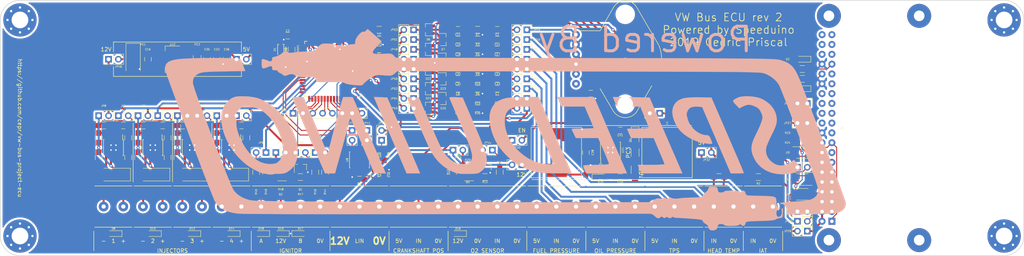
<source format=kicad_pcb>
(kicad_pcb (version 20171130) (host pcbnew "(5.1.0-11-g23086decc)")
  (layers (0 F.Cu signal) (31 B.Cu signal) (34 B.Paste user hide) (35 F.Paste user hide) (36 B.SilkS user hide) (37 F.SilkS user) (38 B.Mask user hide) (39 F.Mask user hide) (44 Edge.Cuts user))
  (net 0 "")
  (net 1 GND)
  (net 2 +5VA)
  (net 3 "Net-(C19-Pad1)")
  (net 4 +12V)
  (net 5 "Net-(C26-Pad1)")
  (net 6 "Net-(Q1-Pad1)")
  (net 7 "Net-(R1-Pad1)")
  (net 8 "Net-(R1-Pad2)")
  (net 9 "Net-(C4-Pad1)")
  (net 10 "/O2 Sensor/IN")
  (net 11 /MCU/A7)
  (net 12 /MCU/A3)
  (net 13 "/Throttle Position Sensor /IN")
  (net 14 /MCU/A2)
  (net 15 "/Intake Air Temperature Sensor/IN")
  (net 16 /MCU/A0)
  (net 17 "/Head Temperature Sensor/IN")
  (net 18 /MCU/A1)
  (net 19 /MCU/A4)
  (net 20 "/Oil Pressure Sensor/IN")
  (net 21 /MCU/A5)
  (net 22 "/Fuel Pressure/IN")
  (net 23 /MCU/A6)
  (net 24 /MCU/SCK)
  (net 25 "/O2 Sensor Power/OUT")
  (net 26 "Net-(Q3-Pad3)")
  (net 27 "Net-(Q3-Pad1)")
  (net 28 "/O2 Sensor Power/EN")
  (net 29 "/Raspberry Pi Zero W/ATMEGA_RESET")
  (net 30 "/Crankshaft pos sensor/IN")
  (net 31 "Net-(C38-Pad1)")
  (net 32 "Net-(C40-Pad1)")
  (net 33 "Net-(C40-Pad2)")
  (net 34 "Net-(C41-Pad2)")
  (net 35 "Net-(C41-Pad1)")
  (net 36 "Net-(J2-Pad10)")
  (net 37 "Net-(J2-Pad1)")
  (net 38 "Net-(J2-Pad16)")
  (net 39 /Power/EN)
  (net 40 "Net-(R23-Pad1)")
  (net 41 "Net-(R27-Pad1)")
  (net 42 "/Raspberry Pi Zero W/RXD_PDO")
  (net 43 /MCU/RXD0)
  (net 44 "/Injector 1/INJ_CMD")
  (net 45 "/Injector 2/INJ_CMD")
  (net 46 "/Injector 3/INJ_CMD")
  (net 47 "/Injector 4/INJ_CMD")
  (net 48 "Net-(C24-Pad1)")
  (net 49 /MCU/OC3A)
  (net 50 "Net-(C28-Pad1)")
  (net 51 "Net-(C30-Pad1)")
  (net 52 "Net-(D8-Pad1)")
  (net 53 "Net-(D8-Pad2)")
  (net 54 "Net-(D10-Pad1)")
  (net 55 "Net-(D10-Pad2)")
  (net 56 "Net-(D12-Pad1)")
  (net 57 "Net-(D12-Pad2)")
  (net 58 "Net-(D14-Pad1)")
  (net 59 "Net-(D14-Pad2)")
  (net 60 "Net-(J2-Pad7)")
  (net 61 "Net-(J2-Pad32)")
  (net 62 "Net-(R18-Pad1)")
  (net 63 "Net-(R20-Pad1)")
  (net 64 "Net-(R22-Pad1)")
  (net 65 "Net-(R34-Pad1)")
  (net 66 "Net-(R36-Pad1)")
  (net 67 "Net-(R38-Pad1)")
  (net 68 "Net-(R40-Pad1)")
  (net 69 "Net-(R42-Pad1)")
  (net 70 /MCU/OC3C)
  (net 71 /MCU/OC1B)
  (net 72 "Net-(D9-Pad2)")
  (net 73 "Net-(D11-Pad2)")
  (net 74 "Net-(D13-Pad2)")
  (net 75 "Net-(D15-Pad2)")
  (net 76 "Net-(D16-Pad2)")
  (net 77 "Net-(D17-Pad2)")
  (net 78 "Net-(D18-Pad2)")
  (net 79 "Net-(D19-Pad2)")
  (net 80 /Ignitor/sheet5CF8D1B3/OUT)
  (net 81 /Ignitor/IN1)
  (net 82 /Ignitor/IN2)
  (net 83 "Net-(Q1-Pad3)")
  (net 84 /Ignitor/EN)
  (net 85 "/Injector 1/+12V")
  (net 86 "/Injector 2/+12V")
  (net 87 "/Injector 3/+12V")
  (net 88 "/Injector 4/+12V")
  (net 89 /MCU/OC1A)
  (net 90 /MCU/OC3B)
  (net 91 /Ignitor/+12V)
  (net 92 "/O2 Sensor Power/+12V")
  (net 93 /MCU/PA0)
  (net 94 /MCU/RESET)
  (net 95 "Net-(J2-Pad33)")
  (net 96 "Net-(J2-Pad8)")
  (net 97 "/Raspberry Pi Zero W/+5VA")
  (net 98 /MCU/TXD0)
  (net 99 "/Raspberry Pi Zero W/TXD_PDI")
  (net 100 "/Raspberry Pi Zero W/SCK")
  (net 101 "/Raspberry Pi Zero W/+5VD")
  (net 102 /MCU/INT0)
  (net 103 /MCU/LIN)
  (net 104 /Power/+12V)
  (net 105 "/MCU/ATMEGA regulator/AVCC")
  (net 106 /Power/+5V)
  (net 107 "Net-(R28-Pad1)")
  (net 108 /MCU/sheet5D16F277/RXD)
  (net 109 /MCU/sheet5D16F277/TXD)
  (net 110 "Net-(D3-Pad2)")
  (net 111 "Net-(JP41-Pad1)")
  (net 112 "Net-(JP42-Pad1)")
  (net 113 /MCU/sheet5D16F277/+5V)
  (net 114 "/MAP Sensor/+5V")
  (net 115 "Net-(D2-Pad2)")
  (net 116 "Net-(D5-Pad2)")
  (net 117 +5VD)
  (net 118 "Net-(C16-Pad1)")
  (net 119 "Net-(C22-Pad1)")
  (net 120 "Net-(JP39-Pad2)")
  (net 121 "Net-(JP40-Pad2)")
  (net 122 "Net-(JP49-Pad2)")
  (net 123 "Net-(JP50-Pad2)")
  (net 124 "Net-(JP51-Pad2)")
  (net 125 "Net-(JP52-Pad2)")
  (net 126 "Net-(JP53-Pad2)")
  (net 127 "Net-(JP54-Pad2)")
  (net 128 "Net-(JP55-Pad2)")
  (net 129 "Net-(C1-Pad1)")
  (net 130 "Net-(JP15-Pad1)")
  (net 131 "Net-(C14-Pad1)")
  (net 132 "Net-(C17-Pad1)")
  (net 133 "Net-(C7-Pad1)")
  (net 134 "Net-(C12-Pad1)")
  (net 135 "Net-(C21-Pad1)")
  (net 136 "Net-(C23-Pad1)")
  (net 137 "Net-(C33-Pad1)")
  (net 138 "Net-(JP23-Pad1)")
  (net 139 /MCU/PA1)
  (net 140 "Net-(J15-Pad1)")
  (net 141 "Net-(J15-Pad2)")
  (net 142 "Net-(J15-Pad3)")
  (net 143 "Net-(J15-Pad4)")
  (net 144 "Net-(J15-Pad5)")
  (net 145 "Net-(J15-Pad6)")
  (net 146 "Net-(J15-Pad7)")
  (net 147 "Net-(J15-Pad8)")
  (module Pin_Headers:Pin_Header_Straight_1x08_Pitch2.54mm (layer F.Cu) (at 100.965 97.79 90)
    (fp_text reference J15 (at 0 -2.33 90) (layer F.SilkS))
    (fp_text value Conn_01x08_Female)
    (pad 1 thru_hole rect (at 0 0 90) (size 1.7 1.7) (drill 1) (layers *.Cu *.Mask) (net 140 "Net-(J15-Pad1)"))
    (pad 2 thru_hole oval (at 0 2.54 90) (size 1.7 1.7) (drill 1) (layers *.Cu *.Mask) (net 141 "Net-(J15-Pad2)"))
    (pad 3 thru_hole oval (at 0 5.08 90) (size 1.7 1.7) (drill 1) (layers *.Cu *.Mask) (net 142 "Net-(J15-Pad3)"))
    (pad 4 thru_hole oval (at 0 7.62 90) (size 1.7 1.7) (drill 1) (layers *.Cu *.Mask) (net 143 "Net-(J15-Pad4)"))
    (pad 5 thru_hole oval (at 0 10.16 90) (size 1.7 1.7) (drill 1) (layers *.Cu *.Mask) (net 144 "Net-(J15-Pad5)"))
    (pad 6 thru_hole oval (at 0 12.7 90) (size 1.7 1.7) (drill 1) (layers *.Cu *.Mask) (net 145 "Net-(J15-Pad6)"))
    (pad 7 thru_hole oval (at 0 15.24 90) (size 1.7 1.7) (drill 1) (layers *.Cu *.Mask) (net 146 "Net-(J15-Pad7)"))
    (pad 8 thru_hole oval (at 0 17.78 90) (size 1.7 1.7) (drill 1) (layers *.Cu *.Mask) (net 147 "Net-(J15-Pad8)"))
  )
  (module Capacitors_SMD:C_1206_HandSoldering (layer F.Cu) (at 189.23 112.395 270)
    (fp_text reference PC4 (at 0 -1.75 270) (layer F.SilkS))
    (fp_text value "47uF 10V")
    (pad 1 smd rect (at -2 0 270) (size 2 1.6) (layers F.Cu F.Paste F.Mask) (net 106 /Power/+5V))
    (pad 2 smd rect (at 2 0 270) (size 2 1.6) (layers F.Cu F.Paste F.Mask) (net 1 GND))
  )
  (module Capacitors_SMD:C_1206_HandSoldering (layer F.Cu) (at 189.23 107.95 90)
    (fp_text reference PC3 (at 0 -1.75 90) (layer F.SilkS))
    (fp_text value "47uF 10V")
    (pad 1 smd rect (at -2 0 90) (size 2 1.6) (layers F.Cu F.Paste F.Mask) (net 106 /Power/+5V))
    (pad 2 smd rect (at 2 0 90) (size 2 1.6) (layers F.Cu F.Paste F.Mask) (net 1 GND))
  )
  (module "Speeduino Mini:xP_01ASB0907B" (layer F.Cu) (at 186.69 83.82 270)
    (fp_text reference U4 (at 0 0 270) (layer F.SilkS) (effects (font (size 0.5 0.5) (thickness 0.075))))
    (fp_text value MPX4250AP1)
    (pad "" np_thru_hole circle (at -11.6 0 270) (size 4 4) (drill 4) (layers *.Cu *.Mask))
    (pad "" np_thru_hole circle (at 11.6 0 270) (size 4 4) (drill 4) (layers *.Cu *.Mask))
    (pad 1 thru_hole circle (at -6.35 12.7 270) (size 2 2) (drill 0.9) (layers *.Cu *.Mask) (net 130 "Net-(JP15-Pad1)"))
    (pad 2 thru_hole circle (at -3.81 12.7 270) (size 2 2) (drill 0.9) (layers *.Cu *.Mask) (net 1 GND))
    (pad 3 thru_hole circle (at -1.27 12.7 270) (size 2 2) (drill 0.9) (layers *.Cu *.Mask) (net 114 "/MAP Sensor/+5V"))
    (pad 4 thru_hole circle (at 1.27 12.7 270) (size 2 2) (drill 0.9) (layers *.Cu *.Mask))
    (pad 5 thru_hole circle (at 3.81 12.7 270) (size 2 2) (drill 0.9) (layers *.Cu *.Mask))
    (pad 6 thru_hole circle (at 6.35 12.7 270) (size 2 2) (drill 0.9) (layers *.Cu *.Mask))
  )
  (module Pin_Headers:Pin_Header_Straight_1x02_Pitch2.54mm (layer F.Cu) (at 161.29 93.98 270)
    (fp_text reference JP23 (at 0 -2.54) (layer F.SilkS) (effects (font (size 0.5 0.5) (thickness 0.075))))
    (fp_text value Jumper)
    (pad 1 thru_hole rect (at 0 0 270) (size 1.7 1.7) (drill 1) (layers *.Cu *.Mask) (net 138 "Net-(JP23-Pad1)"))
    (pad 2 thru_hole oval (at 0 2.54 270) (size 1.7 1.7) (drill 1) (layers *.Cu *.Mask) (net 3 "Net-(C19-Pad1)"))
  )
  (module Pin_Headers:Pin_Header_Straight_1x02_Pitch2.54mm (layer F.Cu) (at 161.29 96.52 270)
    (fp_text reference JP22 (at 0 -2.54) (layer F.SilkS) (effects (font (size 0.5 0.5) (thickness 0.075))))
    (fp_text value Jumper)
    (pad 1 thru_hole rect (at 0 0 270) (size 1.7 1.7) (drill 1) (layers *.Cu *.Mask) (net 30 "/Crankshaft pos sensor/IN"))
    (pad 2 thru_hole oval (at 0 2.54 270) (size 1.7 1.7) (drill 1) (layers *.Cu *.Mask) (net 135 "Net-(C21-Pad1)"))
  )
  (module Pin_Headers:Pin_Header_Straight_1x02_Pitch2.54mm (layer F.Cu) (at 161.29 88.9 270)
    (fp_text reference JP21 (at 0 -2.54) (layer F.SilkS) (effects (font (size 0.5 0.5) (thickness 0.075))))
    (fp_text value Jumper)
    (pad 1 thru_hole rect (at 0 0 270) (size 1.7 1.7) (drill 1) (layers *.Cu *.Mask) (net 22 "/Fuel Pressure/IN"))
    (pad 2 thru_hole oval (at 0 2.54 270) (size 1.7 1.7) (drill 1) (layers *.Cu *.Mask) (net 137 "Net-(C33-Pad1)"))
  )
  (module Pin_Headers:Pin_Header_Straight_1x02_Pitch2.54mm (layer F.Cu) (at 161.29 86.36 270)
    (fp_text reference JP20 (at 0 -2.54) (layer F.SilkS) (effects (font (size 0.5 0.5) (thickness 0.075))))
    (fp_text value Jumper)
    (pad 1 thru_hole rect (at 0 0 270) (size 1.7 1.7) (drill 1) (layers *.Cu *.Mask) (net 20 "/Oil Pressure Sensor/IN"))
    (pad 2 thru_hole oval (at 0 2.54 270) (size 1.7 1.7) (drill 1) (layers *.Cu *.Mask) (net 136 "Net-(C23-Pad1)"))
  )
  (module Pin_Headers:Pin_Header_Straight_1x02_Pitch2.54mm (layer F.Cu) (at 161.29 83.82 270)
    (fp_text reference JP19 (at 0 -2.54) (layer F.SilkS) (effects (font (size 0.5 0.5) (thickness 0.075))))
    (fp_text value Jumper)
    (pad 1 thru_hole rect (at 0 0 270) (size 1.7 1.7) (drill 1) (layers *.Cu *.Mask) (net 13 "/Throttle Position Sensor /IN"))
    (pad 2 thru_hole oval (at 0 2.54 270) (size 1.7 1.7) (drill 1) (layers *.Cu *.Mask) (net 134 "Net-(C12-Pad1)"))
  )
  (module Pin_Headers:Pin_Header_Straight_1x02_Pitch2.54mm (layer F.Cu) (at 161.29 91.44 270)
    (fp_text reference JP18 (at 0 -2.54) (layer F.SilkS) (effects (font (size 0.5 0.5) (thickness 0.075))))
    (fp_text value Jumper)
    (pad 1 thru_hole rect (at 0 0 270) (size 1.7 1.7) (drill 1) (layers *.Cu *.Mask) (net 10 "/O2 Sensor/IN"))
    (pad 2 thru_hole oval (at 0 2.54 270) (size 1.7 1.7) (drill 1) (layers *.Cu *.Mask) (net 133 "Net-(C7-Pad1)"))
  )
  (module Pin_Headers:Pin_Header_Straight_1x02_Pitch2.54mm (layer F.Cu) (at 161.29 81.28 270)
    (fp_text reference JP17 (at 0 -2.54) (layer F.SilkS) (effects (font (size 0.5 0.5) (thickness 0.075))))
    (fp_text value Jumper)
    (pad 1 thru_hole rect (at 0 0 270) (size 1.7 1.7) (drill 1) (layers *.Cu *.Mask) (net 17 "/Head Temperature Sensor/IN"))
    (pad 2 thru_hole oval (at 0 2.54 270) (size 1.7 1.7) (drill 1) (layers *.Cu *.Mask) (net 132 "Net-(C17-Pad1)"))
  )
  (module Pin_Headers:Pin_Header_Straight_1x02_Pitch2.54mm (layer F.Cu) (at 161.29 78.74 270)
    (fp_text reference JP16 (at 0 -2.54) (layer F.SilkS) (effects (font (size 0.5 0.5) (thickness 0.075))))
    (fp_text value Jumper)
    (pad 1 thru_hole rect (at 0 0 270) (size 1.7 1.7) (drill 1) (layers *.Cu *.Mask) (net 15 "/Intake Air Temperature Sensor/IN"))
    (pad 2 thru_hole oval (at 0 2.54 270) (size 1.7 1.7) (drill 1) (layers *.Cu *.Mask) (net 131 "Net-(C14-Pad1)"))
  )
  (module Pin_Headers:Pin_Header_Straight_1x02_Pitch2.54mm (layer F.Cu) (at 161.29 76.2 270)
    (fp_text reference JP15 (at 0 -2.54) (layer F.SilkS) (effects (font (size 0.5 0.5) (thickness 0.075))))
    (fp_text value Jumper)
    (pad 1 thru_hole rect (at 0 0 270) (size 1.7 1.7) (drill 1) (layers *.Cu *.Mask) (net 130 "Net-(JP15-Pad1)"))
    (pad 2 thru_hole oval (at 0 2.54 270) (size 1.7 1.7) (drill 1) (layers *.Cu *.Mask) (net 129 "Net-(C1-Pad1)"))
  )
  (module Capacitors_SMD:C_0805_HandSoldering (layer F.Cu) (at 153.67 76.2 180)
    (fp_text reference C1 (at 0 -1.27 180) (layer F.SilkS) (effects (font (size 0.5 0.5) (thickness 0.075))))
    (fp_text value "0.47nF 50V")
    (pad 1 smd rect (at -1.25 0 180) (size 1.5 1.25) (layers F.Cu F.Paste F.Mask) (net 129 "Net-(C1-Pad1)"))
    (pad 2 smd rect (at 1.25 0 180) (size 1.5 1.25) (layers F.Cu F.Paste F.Mask) (net 1 GND))
  )
  (module Pin_Headers:Pin_Header_Straight_1x02_Pitch2.54mm (layer F.Cu) (at 132.08 96.52 270)
    (fp_text reference JP55 (at 0 5.08) (layer F.SilkS) (effects (font (size 0.5 0.5) (thickness 0.075))))
    (fp_text value Jumper)
    (pad 1 thru_hole rect (at 0 0 270) (size 1.7 1.7) (drill 1) (layers *.Cu *.Mask) (net 102 /MCU/INT0))
    (pad 2 thru_hole oval (at 0 2.54 270) (size 1.7 1.7) (drill 1) (layers *.Cu *.Mask) (net 128 "Net-(JP55-Pad2)"))
  )
  (module Pin_Headers:Pin_Header_Straight_1x02_Pitch2.54mm (layer F.Cu) (at 132.08 93.98 270)
    (fp_text reference JP54 (at 0 5.08) (layer F.SilkS) (effects (font (size 0.5 0.5) (thickness 0.075))))
    (fp_text value Jumper)
    (pad 1 thru_hole rect (at 0 0 270) (size 1.7 1.7) (drill 1) (layers *.Cu *.Mask) (net 11 /MCU/A7))
    (pad 2 thru_hole oval (at 0 2.54 270) (size 1.7 1.7) (drill 1) (layers *.Cu *.Mask) (net 127 "Net-(JP54-Pad2)"))
  )
  (module Pin_Headers:Pin_Header_Straight_1x02_Pitch2.54mm (layer F.Cu) (at 132.08 76.2 270)
    (fp_text reference JP53 (at 0 5.08) (layer F.SilkS) (effects (font (size 0.5 0.5) (thickness 0.075))))
    (fp_text value Jumper)
    (pad 1 thru_hole rect (at 0 0 270) (size 1.7 1.7) (drill 1) (layers *.Cu *.Mask) (net 16 /MCU/A0))
    (pad 2 thru_hole oval (at 0 2.54 270) (size 1.7 1.7) (drill 1) (layers *.Cu *.Mask) (net 126 "Net-(JP53-Pad2)"))
  )
  (module Pin_Headers:Pin_Header_Straight_1x02_Pitch2.54mm (layer F.Cu) (at 132.08 91.44 270)
    (fp_text reference JP52 (at 0 5.08) (layer F.SilkS) (effects (font (size 0.5 0.5) (thickness 0.075))))
    (fp_text value Jumper)
    (pad 1 thru_hole rect (at 0 0 270) (size 1.7 1.7) (drill 1) (layers *.Cu *.Mask) (net 23 /MCU/A6))
    (pad 2 thru_hole oval (at 0 2.54 270) (size 1.7 1.7) (drill 1) (layers *.Cu *.Mask) (net 125 "Net-(JP52-Pad2)"))
  )
  (module Pin_Headers:Pin_Header_Straight_1x02_Pitch2.54mm (layer F.Cu) (at 132.08 78.74 270)
    (fp_text reference JP51 (at 0 5.08) (layer F.SilkS) (effects (font (size 0.5 0.5) (thickness 0.075))))
    (fp_text value Jumper)
    (pad 1 thru_hole rect (at 0 0 270) (size 1.7 1.7) (drill 1) (layers *.Cu *.Mask) (net 18 /MCU/A1))
    (pad 2 thru_hole oval (at 0 2.54 270) (size 1.7 1.7) (drill 1) (layers *.Cu *.Mask) (net 124 "Net-(JP51-Pad2)"))
  )
  (module Pin_Headers:Pin_Header_Straight_1x02_Pitch2.54mm (layer F.Cu) (at 132.08 88.9 270)
    (fp_text reference JP50 (at 0 5.08) (layer F.SilkS) (effects (font (size 0.5 0.5) (thickness 0.075))))
    (fp_text value Jumper)
    (pad 1 thru_hole rect (at 0 0 270) (size 1.7 1.7) (drill 1) (layers *.Cu *.Mask) (net 21 /MCU/A5))
    (pad 2 thru_hole oval (at 0 2.54 270) (size 1.7 1.7) (drill 1) (layers *.Cu *.Mask) (net 123 "Net-(JP50-Pad2)"))
  )
  (module Pin_Headers:Pin_Header_Straight_1x02_Pitch2.54mm (layer F.Cu) (at 132.08 81.28 270)
    (fp_text reference JP49 (at 0 5.08) (layer F.SilkS) (effects (font (size 0.5 0.5) (thickness 0.075))))
    (fp_text value Jumper)
    (pad 1 thru_hole rect (at 0 0 270) (size 1.7 1.7) (drill 1) (layers *.Cu *.Mask) (net 14 /MCU/A2))
    (pad 2 thru_hole oval (at 0 2.54 270) (size 1.7 1.7) (drill 1) (layers *.Cu *.Mask) (net 122 "Net-(JP49-Pad2)"))
  )
  (module Pin_Headers:Pin_Header_Straight_1x02_Pitch2.54mm (layer F.Cu) (at 132.08 86.36 270)
    (fp_text reference JP40 (at 0 5.08) (layer F.SilkS) (effects (font (size 0.5 0.5) (thickness 0.075))))
    (fp_text value Jumper)
    (pad 1 thru_hole rect (at 0 0 270) (size 1.7 1.7) (drill 1) (layers *.Cu *.Mask) (net 19 /MCU/A4))
    (pad 2 thru_hole oval (at 0 2.54 270) (size 1.7 1.7) (drill 1) (layers *.Cu *.Mask) (net 121 "Net-(JP40-Pad2)"))
  )
  (module Pin_Headers:Pin_Header_Straight_1x02_Pitch2.54mm (layer F.Cu) (at 132.08 83.82 270)
    (fp_text reference JP39 (at 0 5.08) (layer F.SilkS) (effects (font (size 0.5 0.5) (thickness 0.075))))
    (fp_text value Jumper)
    (pad 1 thru_hole rect (at 0 0 270) (size 1.7 1.7) (drill 1) (layers *.Cu *.Mask) (net 12 /MCU/A3))
    (pad 2 thru_hole oval (at 0 2.54 270) (size 1.7 1.7) (drill 1) (layers *.Cu *.Mask) (net 120 "Net-(JP39-Pad2)"))
  )
  (module TO_SOT_Packages_SMD:SOT-23 (layer F.Cu) (at 135.89 96.52 180)
    (fp_text reference D26 (at 0 -2.5 180) (layer F.SilkS) (effects (font (size 0.5 0.5) (thickness 0.075))))
    (fp_text value NUP1301,215)
    (pad 1 smd rect (at -1 -0.95 180) (size 0.9 0.8) (layers F.Cu F.Paste F.Mask) (net 1 GND))
    (pad 2 smd rect (at -1 0.95 180) (size 0.9 0.8) (layers F.Cu F.Paste F.Mask) (net 117 +5VD))
    (pad 3 smd rect (at 1 0 180) (size 0.9 0.8) (layers F.Cu F.Paste F.Mask) (net 102 /MCU/INT0))
  )
  (module TO_SOT_Packages_SMD:SOT-23 (layer F.Cu) (at 139.7 93.98)
    (fp_text reference D25 (at 0 2.54) (layer F.SilkS) (effects (font (size 0.5 0.5) (thickness 0.075))))
    (fp_text value NUP1301,215)
    (pad 1 smd rect (at -1 -0.95) (size 0.9 0.8) (layers F.Cu F.Paste F.Mask) (net 1 GND))
    (pad 2 smd rect (at -1 0.95) (size 0.9 0.8) (layers F.Cu F.Paste F.Mask) (net 117 +5VD))
    (pad 3 smd rect (at 1 0) (size 0.9 0.8) (layers F.Cu F.Paste F.Mask) (net 11 /MCU/A7))
  )
  (module TO_SOT_Packages_SMD:SOT-23 (layer F.Cu) (at 135.89 91.44 180)
    (fp_text reference D24 (at 0 -2.5 180) (layer F.SilkS) (effects (font (size 0.5 0.5) (thickness 0.075))))
    (fp_text value NUP1301,215)
    (pad 1 smd rect (at -1 -0.95 180) (size 0.9 0.8) (layers F.Cu F.Paste F.Mask) (net 1 GND))
    (pad 2 smd rect (at -1 0.95 180) (size 0.9 0.8) (layers F.Cu F.Paste F.Mask) (net 117 +5VD))
    (pad 3 smd rect (at 1 0 180) (size 0.9 0.8) (layers F.Cu F.Paste F.Mask) (net 23 /MCU/A6))
  )
  (module TO_SOT_Packages_SMD:SOT-23 (layer F.Cu) (at 139.7 88.9)
    (fp_text reference D23 (at 0 2.54) (layer F.SilkS) (effects (font (size 0.5 0.5) (thickness 0.075))))
    (fp_text value NUP1301,215)
    (pad 1 smd rect (at -1 -0.95) (size 0.9 0.8) (layers F.Cu F.Paste F.Mask) (net 1 GND))
    (pad 2 smd rect (at -1 0.95) (size 0.9 0.8) (layers F.Cu F.Paste F.Mask) (net 117 +5VD))
    (pad 3 smd rect (at 1 0) (size 0.9 0.8) (layers F.Cu F.Paste F.Mask) (net 21 /MCU/A5))
  )
  (module TO_SOT_Packages_SMD:SOT-23 (layer F.Cu) (at 135.89 86.36 180)
    (fp_text reference D22 (at 0 -2.5 180) (layer F.SilkS) (effects (font (size 0.5 0.5) (thickness 0.075))))
    (fp_text value NUP1301,215)
    (pad 1 smd rect (at -1 -0.95 180) (size 0.9 0.8) (layers F.Cu F.Paste F.Mask) (net 1 GND))
    (pad 2 smd rect (at -1 0.95 180) (size 0.9 0.8) (layers F.Cu F.Paste F.Mask) (net 117 +5VD))
    (pad 3 smd rect (at 1 0 180) (size 0.9 0.8) (layers F.Cu F.Paste F.Mask) (net 19 /MCU/A4))
  )
  (module TO_SOT_Packages_SMD:SOT-23 (layer F.Cu) (at 139.7 83.82)
    (fp_text reference D21 (at 0 2.54) (layer F.SilkS) (effects (font (size 0.5 0.5) (thickness 0.075))))
    (fp_text value NUP1301,215)
    (pad 1 smd rect (at -1 -0.95) (size 0.9 0.8) (layers F.Cu F.Paste F.Mask) (net 1 GND))
    (pad 2 smd rect (at -1 0.95) (size 0.9 0.8) (layers F.Cu F.Paste F.Mask) (net 117 +5VD))
    (pad 3 smd rect (at 1 0) (size 0.9 0.8) (layers F.Cu F.Paste F.Mask) (net 12 /MCU/A3))
  )
  (module TO_SOT_Packages_SMD:SOT-23 (layer F.Cu) (at 135.89 81.28 180)
    (fp_text reference D20 (at 0 -2.5 180) (layer F.SilkS) (effects (font (size 0.5 0.5) (thickness 0.075))))
    (fp_text value NUP1301,215)
    (pad 1 smd rect (at -1 -0.95 180) (size 0.9 0.8) (layers F.Cu F.Paste F.Mask) (net 1 GND))
    (pad 2 smd rect (at -1 0.95 180) (size 0.9 0.8) (layers F.Cu F.Paste F.Mask) (net 117 +5VD))
    (pad 3 smd rect (at 1 0 180) (size 0.9 0.8) (layers F.Cu F.Paste F.Mask) (net 14 /MCU/A2))
  )
  (module TO_SOT_Packages_SMD:SOT-23 (layer F.Cu) (at 139.7 78.74)
    (fp_text reference D7 (at 0 2.54) (layer F.SilkS) (effects (font (size 0.5 0.5) (thickness 0.075))))
    (fp_text value NUP1301,215)
    (pad 1 smd rect (at -1 -0.95) (size 0.9 0.8) (layers F.Cu F.Paste F.Mask) (net 1 GND))
    (pad 2 smd rect (at -1 0.95) (size 0.9 0.8) (layers F.Cu F.Paste F.Mask) (net 117 +5VD))
    (pad 3 smd rect (at 1 0) (size 0.9 0.8) (layers F.Cu F.Paste F.Mask) (net 18 /MCU/A1))
  )
  (module TO_SOT_Packages_SMD:SOT-23 (layer F.Cu) (at 135.89 76.2 180)
    (fp_text reference D6 (at 0 -2.5 180) (layer F.SilkS) (effects (font (size 0.5 0.5) (thickness 0.075))))
    (fp_text value NUP1301,215)
    (pad 1 smd rect (at -1 -0.95 180) (size 0.9 0.8) (layers F.Cu F.Paste F.Mask) (net 1 GND))
    (pad 2 smd rect (at -1 0.95 180) (size 0.9 0.8) (layers F.Cu F.Paste F.Mask) (net 117 +5VD))
    (pad 3 smd rect (at 1 0 180) (size 0.9 0.8) (layers F.Cu F.Paste F.Mask) (net 16 /MCU/A0))
  )
  (module Mounting_Holes:MountingHole_4.3mm_M4_Pad_Via (layer F.Cu) (at 284.48 129.54)
    (fp_text reference H4 hide)
    (fp_text value MountingHole)
    (pad 1 thru_hole circle (at 0 0) (size 8.6 8.6) (drill 4.3) (layers *.Cu *.Mask))
    (pad 1 thru_hole circle (at 3.225 0) (size 0.9 0.9) (drill 0.6) (layers *.Cu *.Mask))
    (pad 1 thru_hole circle (at 2.280419 2.280419) (size 0.9 0.9) (drill 0.6) (layers *.Cu *.Mask))
    (pad 1 thru_hole circle (at 0 3.225) (size 0.9 0.9) (drill 0.6) (layers *.Cu *.Mask))
    (pad 1 thru_hole circle (at -2.280419 2.280419) (size 0.9 0.9) (drill 0.6) (layers *.Cu *.Mask))
    (pad 1 thru_hole circle (at -3.225 0) (size 0.9 0.9) (drill 0.6) (layers *.Cu *.Mask))
    (pad 1 thru_hole circle (at -2.280419 -2.280419) (size 0.9 0.9) (drill 0.6) (layers *.Cu *.Mask))
    (pad 1 thru_hole circle (at 0 -3.225) (size 0.9 0.9) (drill 0.6) (layers *.Cu *.Mask))
    (pad 1 thru_hole circle (at 2.280419 -2.280419) (size 0.9 0.9) (drill 0.6) (layers *.Cu *.Mask))
  )
  (module Mounting_Holes:MountingHole_4.3mm_M4_Pad_Via (layer F.Cu) (at 284.48 73.66)
    (fp_text reference H3 hide)
    (fp_text value MountingHole)
    (pad 1 thru_hole circle (at 0 0) (size 8.6 8.6) (drill 4.3) (layers *.Cu *.Mask))
    (pad 1 thru_hole circle (at 3.225 0) (size 0.9 0.9) (drill 0.6) (layers *.Cu *.Mask))
    (pad 1 thru_hole circle (at 2.280419 2.280419) (size 0.9 0.9) (drill 0.6) (layers *.Cu *.Mask))
    (pad 1 thru_hole circle (at 0 3.225) (size 0.9 0.9) (drill 0.6) (layers *.Cu *.Mask))
    (pad 1 thru_hole circle (at -2.280419 2.280419) (size 0.9 0.9) (drill 0.6) (layers *.Cu *.Mask))
    (pad 1 thru_hole circle (at -3.225 0) (size 0.9 0.9) (drill 0.6) (layers *.Cu *.Mask))
    (pad 1 thru_hole circle (at -2.280419 -2.280419) (size 0.9 0.9) (drill 0.6) (layers *.Cu *.Mask))
    (pad 1 thru_hole circle (at 0 -3.225) (size 0.9 0.9) (drill 0.6) (layers *.Cu *.Mask))
    (pad 1 thru_hole circle (at 2.280419 -2.280419) (size 0.9 0.9) (drill 0.6) (layers *.Cu *.Mask))
  )
  (module Mounting_Holes:MountingHole_4.3mm_M4_Pad_Via (layer F.Cu) (at 30.48 129.54)
    (fp_text reference H2 hide)
    (fp_text value MountingHole)
    (pad 1 thru_hole circle (at 0 0) (size 8.6 8.6) (drill 4.3) (layers *.Cu *.Mask))
    (pad 1 thru_hole circle (at 3.225 0) (size 0.9 0.9) (drill 0.6) (layers *.Cu *.Mask))
    (pad 1 thru_hole circle (at 2.280419 2.280419) (size 0.9 0.9) (drill 0.6) (layers *.Cu *.Mask))
    (pad 1 thru_hole circle (at 0 3.225) (size 0.9 0.9) (drill 0.6) (layers *.Cu *.Mask))
    (pad 1 thru_hole circle (at -2.280419 2.280419) (size 0.9 0.9) (drill 0.6) (layers *.Cu *.Mask))
    (pad 1 thru_hole circle (at -3.225 0) (size 0.9 0.9) (drill 0.6) (layers *.Cu *.Mask))
    (pad 1 thru_hole circle (at -2.280419 -2.280419) (size 0.9 0.9) (drill 0.6) (layers *.Cu *.Mask))
    (pad 1 thru_hole circle (at 0 -3.225) (size 0.9 0.9) (drill 0.6) (layers *.Cu *.Mask))
    (pad 1 thru_hole circle (at 2.280419 -2.280419) (size 0.9 0.9) (drill 0.6) (layers *.Cu *.Mask))
  )
  (module Mounting_Holes:MountingHole_4.3mm_M4_Pad_Via (layer F.Cu) (at 30.48 73.66)
    (fp_text reference H1 hide)
    (fp_text value MountingHole)
    (pad 1 thru_hole circle (at 0 0) (size 8.6 8.6) (drill 4.3) (layers *.Cu *.Mask))
    (pad 1 thru_hole circle (at 3.225 0) (size 0.9 0.9) (drill 0.6) (layers *.Cu *.Mask))
    (pad 1 thru_hole circle (at 2.280419 2.280419) (size 0.9 0.9) (drill 0.6) (layers *.Cu *.Mask))
    (pad 1 thru_hole circle (at 0 3.225) (size 0.9 0.9) (drill 0.6) (layers *.Cu *.Mask))
    (pad 1 thru_hole circle (at -2.280419 2.280419) (size 0.9 0.9) (drill 0.6) (layers *.Cu *.Mask))
    (pad 1 thru_hole circle (at -3.225 0) (size 0.9 0.9) (drill 0.6) (layers *.Cu *.Mask))
    (pad 1 thru_hole circle (at -2.280419 -2.280419) (size 0.9 0.9) (drill 0.6) (layers *.Cu *.Mask))
    (pad 1 thru_hole circle (at 0 -3.225) (size 0.9 0.9) (drill 0.6) (layers *.Cu *.Mask))
    (pad 1 thru_hole circle (at 2.280419 -2.280419) (size 0.9 0.9) (drill 0.6) (layers *.Cu *.Mask))
  )
  (module Resistors_SMD:R_0805_HandSoldering (layer F.Cu) (at 154.305 113.03 90)
    (fp_text reference R11 (at 2.54 0 180) (layer F.SilkS) (effects (font (size 0.5 0.5) (thickness 0.075))))
    (fp_text value 150)
    (pad 1 smd rect (at -1.35 0 90) (size 1.5 1.3) (layers F.Cu F.Paste F.Mask) (net 27 "Net-(Q3-Pad1)"))
    (pad 2 smd rect (at 1.35 0 90) (size 1.5 1.3) (layers F.Cu F.Paste F.Mask) (net 28 "/O2 Sensor Power/EN"))
  )
  (module Pin_Headers:Pin_Header_Straight_1x02_Pitch2.54mm (layer F.Cu) (at 86.36 83.82 90)
    (fp_text reference JP47 (at -1.905 0) (layer F.SilkS) (effects (font (size 0.5 0.5) (thickness 0.075))))
    (fp_text value Jumper)
    (pad 1 thru_hole rect (at 0 0 90) (size 1.7 1.7) (drill 1) (layers *.Cu *.Mask) (net 119 "Net-(C22-Pad1)"))
    (pad 2 thru_hole oval (at 0 2.54 90) (size 1.7 1.7) (drill 1) (layers *.Cu *.Mask) (net 117 +5VD))
  )
  (module Pin_Headers:Pin_Header_Straight_1x02_Pitch2.54mm (layer F.Cu) (at 53.34 83.82 90)
    (fp_text reference JP46 (at -1.905 2.54 180) (layer F.SilkS) (effects (font (size 0.5 0.5) (thickness 0.075))))
    (fp_text value Jumper)
    (pad 1 thru_hole rect (at 0 0 90) (size 1.7 1.7) (drill 1) (layers *.Cu *.Mask) (net 4 +12V))
    (pad 2 thru_hole oval (at 0 2.54 90) (size 1.7 1.7) (drill 1) (layers *.Cu *.Mask) (net 118 "Net-(C16-Pad1)"))
  )
  (module Resistors_SMD:R_0805_HandSoldering (layer F.Cu) (at 232.41 88.9)
    (fp_text reference R51 (at -3.81 0) (layer F.SilkS) (effects (font (size 0.5 0.5) (thickness 0.075))))
    (fp_text value 309)
    (pad 1 smd rect (at -1.35 0) (size 1.5 1.3) (layers F.Cu F.Paste F.Mask) (net 116 "Net-(D5-Pad2)"))
    (pad 2 smd rect (at 1.35 0) (size 1.5 1.3) (layers F.Cu F.Paste F.Mask) (net 61 "Net-(J2-Pad32)"))
  )
  (module Resistors_SMD:R_0805_HandSoldering (layer F.Cu) (at 232.41 86.36)
    (fp_text reference R31 (at -3.81 0) (layer F.SilkS) (effects (font (size 0.5 0.5) (thickness 0.075))))
    (fp_text value 200)
    (pad 1 smd rect (at -1.35 0) (size 1.5 1.3) (layers F.Cu F.Paste F.Mask) (net 115 "Net-(D2-Pad2)"))
    (pad 2 smd rect (at 1.35 0) (size 1.5 1.3) (layers F.Cu F.Paste F.Mask) (net 95 "Net-(J2-Pad33)"))
  )
  (module LEDs:LED_0805_HandSoldering (layer F.Cu) (at 232.41 91.44 180)
    (fp_text reference D5 (at 3.81 0 180) (layer F.SilkS) (effects (font (size 0.5 0.5) (thickness 0.075))))
    (fp_text value "LED RED 10mA 1.9V")
    (pad 1 smd rect (at -1.35 0 180) (size 1.5 1.3) (layers F.Cu F.Paste F.Mask) (net 1 GND))
    (pad 2 smd rect (at 1.35 0 180) (size 1.5 1.3) (layers F.Cu F.Paste F.Mask) (net 116 "Net-(D5-Pad2)"))
  )
  (module LEDs:LED_0805_HandSoldering (layer F.Cu) (at 232.41 83.82 180)
    (fp_text reference D2 (at 3.81 0 180) (layer F.SilkS) (effects (font (size 0.5 0.5) (thickness 0.075))))
    (fp_text value "LED BLUE 10mA 3V")
    (pad 1 smd rect (at -1.35 0 180) (size 1.5 1.3) (layers F.Cu F.Paste F.Mask) (net 1 GND))
    (pad 2 smd rect (at 1.35 0 180) (size 1.5 1.3) (layers F.Cu F.Paste F.Mask) (net 115 "Net-(D2-Pad2)"))
  )
  (module Pin_Headers:Pin_Header_Straight_1x02_Pitch2.54mm (layer F.Cu) (at 231.14 125.73 90)
    (fp_text reference JP26 (at 0 -2.33 180) (layer F.SilkS) (effects (font (size 0.5 0.5) (thickness 0.075))))
    (fp_text value Jumper)
    (pad 1 thru_hole rect (at 0 0 90) (size 1.7 1.7) (drill 1) (layers *.Cu *.Mask) (net 24 /MCU/SCK))
    (pad 2 thru_hole oval (at 0 2.54 90) (size 1.7 1.7) (drill 1) (layers *.Cu *.Mask) (net 100 "/Raspberry Pi Zero W/SCK"))
  )
  (module Housings_SSOP:SSOP-8_2.95x2.8mm_Pitch0.65mm (layer F.Cu) (at 232.41 114.935 180)
    (fp_text reference U10 (at 3.81 0) (layer F.SilkS) (effects (font (size 0.5 0.5) (thickness 0.075))))
    (fp_text value SN74LVC2T45MDCTTEP)
    (pad 1 smd rect (at -1.7 -0.975 90) (size 0.3 1.6) (layers F.Cu F.Paste F.Mask) (net 37 "Net-(J2-Pad1)"))
    (pad 2 smd rect (at -1.7 -0.325 90) (size 0.3 1.6) (layers F.Cu F.Paste F.Mask))
    (pad 3 smd rect (at -1.7 0.325 90) (size 0.3 1.6) (layers F.Cu F.Paste F.Mask) (net 36 "Net-(J2-Pad10)"))
    (pad 4 smd rect (at -1.7 0.975 90) (size 0.3 1.6) (layers F.Cu F.Paste F.Mask) (net 1 GND))
    (pad 5 smd rect (at 1.7 0.975 90) (size 0.3 1.6) (layers F.Cu F.Paste F.Mask) (net 1 GND))
    (pad 6 smd rect (at 1.7 0.325 90) (size 0.3 1.6) (layers F.Cu F.Paste F.Mask) (net 42 "/Raspberry Pi Zero W/RXD_PDO"))
    (pad 7 smd rect (at 1.7 -0.325 90) (size 0.3 1.6) (layers F.Cu F.Paste F.Mask) (net 101 "/Raspberry Pi Zero W/+5VD"))
    (pad 8 smd rect (at 1.7 -0.975 90) (size 0.3 1.6) (layers F.Cu F.Paste F.Mask) (net 101 "/Raspberry Pi Zero W/+5VD"))
  )
  (module Housings_SSOP:SSOP-8_2.95x2.8mm_Pitch0.65mm (layer F.Cu) (at 232.41 107.95)
    (fp_text reference U9 (at -3.81 0 180) (layer F.SilkS) (effects (font (size 0.5 0.5) (thickness 0.075))))
    (fp_text value SN74LVC2T45MDCTTEP)
    (pad 1 smd rect (at -1.7 -0.975 270) (size 0.3 1.6) (layers F.Cu F.Paste F.Mask) (net 101 "/Raspberry Pi Zero W/+5VD"))
    (pad 2 smd rect (at -1.7 -0.325 270) (size 0.3 1.6) (layers F.Cu F.Paste F.Mask) (net 40 "Net-(R23-Pad1)"))
    (pad 3 smd rect (at -1.7 0.325 270) (size 0.3 1.6) (layers F.Cu F.Paste F.Mask))
    (pad 4 smd rect (at -1.7 0.975 270) (size 0.3 1.6) (layers F.Cu F.Paste F.Mask) (net 1 GND))
    (pad 5 smd rect (at 1.7 0.975 270) (size 0.3 1.6) (layers F.Cu F.Paste F.Mask) (net 1 GND))
    (pad 6 smd rect (at 1.7 0.325 270) (size 0.3 1.6) (layers F.Cu F.Paste F.Mask) (net 1 GND))
    (pad 7 smd rect (at 1.7 -0.325 270) (size 0.3 1.6) (layers F.Cu F.Paste F.Mask) (net 38 "Net-(J2-Pad16)"))
    (pad 8 smd rect (at 1.7 -0.975 270) (size 0.3 1.6) (layers F.Cu F.Paste F.Mask) (net 37 "Net-(J2-Pad1)"))
  )
  (module Housings_SSOP:SSOP-8_2.95x2.8mm_Pitch0.65mm (layer F.Cu) (at 232.41 118.745)
    (fp_text reference U5 (at -3.81 0 180) (layer F.SilkS) (effects (font (size 0.5 0.5) (thickness 0.075))))
    (fp_text value SN74LVC2T45MDCTTEP)
    (pad 1 smd rect (at -1.7 -0.975 270) (size 0.3 1.6) (layers F.Cu F.Paste F.Mask) (net 101 "/Raspberry Pi Zero W/+5VD"))
    (pad 2 smd rect (at -1.7 -0.325 270) (size 0.3 1.6) (layers F.Cu F.Paste F.Mask) (net 99 "/Raspberry Pi Zero W/TXD_PDI"))
    (pad 3 smd rect (at -1.7 0.325 270) (size 0.3 1.6) (layers F.Cu F.Paste F.Mask) (net 100 "/Raspberry Pi Zero W/SCK"))
    (pad 4 smd rect (at -1.7 0.975 270) (size 0.3 1.6) (layers F.Cu F.Paste F.Mask) (net 1 GND))
    (pad 5 smd rect (at 1.7 0.975 270) (size 0.3 1.6) (layers F.Cu F.Paste F.Mask) (net 1 GND))
    (pad 6 smd rect (at 1.7 0.325 270) (size 0.3 1.6) (layers F.Cu F.Paste F.Mask) (net 60 "Net-(J2-Pad7)"))
    (pad 7 smd rect (at 1.7 -0.325 270) (size 0.3 1.6) (layers F.Cu F.Paste F.Mask) (net 96 "Net-(J2-Pad8)"))
    (pad 8 smd rect (at 1.7 -0.975 270) (size 0.3 1.6) (layers F.Cu F.Paste F.Mask) (net 37 "Net-(J2-Pad1)"))
  )
  (module Pin_Headers:Pin_Header_Straight_1x02_Pitch2.54mm (layer F.Cu) (at 195.58 97.79 270)
    (fp_text reference JP45 (at 2.54 1.27) (layer F.SilkS) (effects (font (size 0.5 0.5) (thickness 0.075))))
    (fp_text value Jumper)
    (pad 1 thru_hole rect (at 0 0 270) (size 1.7 1.7) (drill 1) (layers *.Cu *.Mask) (net 2 +5VA))
    (pad 2 thru_hole oval (at 0 2.54 270) (size 1.7 1.7) (drill 1) (layers *.Cu *.Mask) (net 114 "/MAP Sensor/+5V"))
  )
  (module Capacitors_SMD:C_1206_HandSoldering (layer F.Cu) (at 76.2 83.82 270)
    (fp_text reference PC2 (at -3.81 0) (layer F.SilkS) (effects (font (size 0.5 0.5) (thickness 0.075))))
    (fp_text value "47uF 10V")
    (pad 1 smd rect (at -2 0 270) (size 2 1.6) (layers F.Cu F.Paste F.Mask) (net 119 "Net-(C22-Pad1)"))
    (pad 2 smd rect (at 2 0 270) (size 2 1.6) (layers F.Cu F.Paste F.Mask) (net 1 GND))
  )
  (module Inductors_SMD:L_0805_HandSoldering (layer F.Cu) (at 123.19 76.2 180)
    (fp_text reference L1 (at 0 -1.27 180) (layer F.SilkS) (effects (font (size 0.5 0.5) (thickness 0.075))))
    (fp_text value 10uH)
    (pad 1 smd rect (at -1.35 0 180) (size 1.5 1.3) (layers F.Cu F.Paste F.Mask) (net 117 +5VD))
    (pad 2 smd rect (at 1.35 0 180) (size 1.5 1.3) (layers F.Cu F.Paste F.Mask) (net 105 "/MCU/ATMEGA regulator/AVCC"))
  )
  (module Pin_Headers:Pin_Header_Straight_1x02_Pitch2.54mm (layer F.Cu) (at 123.825 104.775 180)
    (fp_text reference JP43 (at 0 4.445 180) (layer F.SilkS) (effects (font (size 0.5 0.5) (thickness 0.075))))
    (fp_text value Jumper)
    (pad 1 thru_hole rect (at 0 0 180) (size 1.7 1.7) (drill 1) (layers *.Cu *.Mask) (net 113 /MCU/sheet5D16F277/+5V))
    (pad 2 thru_hole oval (at 0 2.54 180) (size 1.7 1.7) (drill 1) (layers *.Cu *.Mask) (net 117 +5VD))
  )
  (module Capacitors_SMD:C_0805_HandSoldering (layer F.Cu) (at 124.46 113.645 90)
    (fp_text reference C46 (at -0.02 1.27 90) (layer F.SilkS) (effects (font (size 0.5 0.5) (thickness 0.075))))
    (fp_text value "1uF 35V")
    (pad 1 smd rect (at -1.25 0 90) (size 1.5 1.25) (layers F.Cu F.Paste F.Mask) (net 4 +12V))
    (pad 2 smd rect (at 1.25 0 90) (size 1.5 1.25) (layers F.Cu F.Paste F.Mask) (net 1 GND))
  )
  (module Pin_Headers:Pin_Header_Straight_1x02_Pitch2.54mm (layer F.Cu) (at 116.205 102.235)
    (fp_text reference JP42 (at 0 -1.905 180) (layer F.SilkS) (effects (font (size 0.5 0.5) (thickness 0.075))))
    (fp_text value Jumper)
    (pad 1 thru_hole rect (at 0 0) (size 1.7 1.7) (drill 1) (layers *.Cu *.Mask) (net 112 "Net-(JP42-Pad1)"))
    (pad 2 thru_hole oval (at 0 2.54) (size 1.7 1.7) (drill 1) (layers *.Cu *.Mask) (net 109 /MCU/sheet5D16F277/TXD))
  )
  (module Pin_Headers:Pin_Header_Straight_1x02_Pitch2.54mm (layer F.Cu) (at 120.015 102.235)
    (fp_text reference JP41 (at 0 -1.905) (layer F.SilkS) (effects (font (size 0.5 0.5) (thickness 0.075))))
    (fp_text value Jumper)
    (pad 1 thru_hole rect (at 0 0) (size 1.7 1.7) (drill 1) (layers *.Cu *.Mask) (net 111 "Net-(JP41-Pad1)"))
    (pad 2 thru_hole oval (at 0 2.54) (size 1.7 1.7) (drill 1) (layers *.Cu *.Mask) (net 108 /MCU/sheet5D16F277/RXD))
  )
  (module Pin_Headers:Pin_Header_Straight_1x02_Pitch2.54mm (layer F.Cu) (at 152.4 107.315 270)
    (fp_text reference JP14 (at -1.905 1.27) (layer F.SilkS) (effects (font (size 0.5 0.5) (thickness 0.075))))
    (fp_text value Jumper)
    (pad 1 thru_hole rect (at 0 0 270) (size 1.7 1.7) (drill 1) (layers *.Cu *.Mask) (net 28 "/O2 Sensor Power/EN"))
    (pad 2 thru_hole oval (at 0 2.54 270) (size 1.7 1.7) (drill 1) (layers *.Cu *.Mask) (net 93 /MCU/PA0))
  )
  (module Pin_Headers:Pin_Header_Straight_1x02_Pitch2.54mm (layer F.Cu) (at 142.24 107.315 90)
    (fp_text reference JP13 (at -1.905 1.27 -180) (layer F.SilkS) (effects (font (size 0.5 0.5) (thickness 0.075))))
    (fp_text value Jumper)
    (pad 1 thru_hole rect (at 0 0 90) (size 1.7 1.7) (drill 1) (layers *.Cu *.Mask) (net 4 +12V))
    (pad 2 thru_hole oval (at 0 2.54 90) (size 1.7 1.7) (drill 1) (layers *.Cu *.Mask) (net 92 "/O2 Sensor Power/+12V"))
  )
  (module Housings_SOIC:SOIC-8-1EP_3.9x4.9mm_Pitch1.27mm (layer F.Cu) (at 182.88 107.315 90)
    (fp_text reference U11 (at 0 3.175 90) (layer F.SilkS) (effects (font (size 0.5 0.5) (thickness 0.075))))
    (fp_text value TLE8366)
    (pad 1 smd rect (at -2.7 -1.905 90) (size 1.55 0.6) (layers F.Cu F.Paste F.Mask) (net 1 GND))
    (pad 2 smd rect (at -2.7 -0.635 90) (size 1.55 0.6) (layers F.Cu F.Paste F.Mask) (net 1 GND))
    (pad 3 smd rect (at -2.7 0.635 90) (size 1.55 0.6) (layers F.Cu F.Paste F.Mask) (net 32 "Net-(C40-Pad1)"))
    (pad 4 smd rect (at -2.7 1.905 90) (size 1.55 0.6) (layers F.Cu F.Paste F.Mask) (net 106 /Power/+5V))
    (pad 5 smd rect (at 2.7 1.905 90) (size 1.55 0.6) (layers F.Cu F.Paste F.Mask) (net 35 "Net-(C41-Pad1)"))
    (pad 6 smd rect (at 2.7 0.635 90) (size 1.55 0.6) (layers F.Cu F.Paste F.Mask) (net 34 "Net-(C41-Pad2)"))
    (pad 7 smd rect (at 2.7 -0.635 90) (size 1.55 0.6) (layers F.Cu F.Paste F.Mask) (net 39 /Power/EN))
    (pad 8 smd rect (at 2.7 -1.905 90) (size 1.55 0.6) (layers F.Cu F.Paste F.Mask) (net 31 "Net-(C38-Pad1)"))
    (pad 9 smd rect (at 0.5875 0.5875 90) (size 1.175 1.175) (layers F.Cu F.Paste F.Mask) (net 1 GND))
    (pad 9 smd rect (at 0.5875 -0.5875 90) (size 1.175 1.175) (layers F.Cu F.Paste F.Mask) (net 1 GND))
    (pad 9 smd rect (at -0.5875 0.5875 90) (size 1.175 1.175) (layers F.Cu F.Paste F.Mask) (net 1 GND))
    (pad 9 smd rect (at -0.5875 -0.5875 90) (size 1.175 1.175) (layers F.Cu F.Paste F.Mask) (net 1 GND))
  )
  (module Capacitors_SMD:C_0805_HandSoldering (layer F.Cu) (at 176.53 107.95 270)
    (fp_text reference C38 (at 0 -1.75 270) (layer F.SilkS) (effects (font (size 0.5 0.5) (thickness 0.075))))
    (fp_text value "22uF 25V")
    (pad 1 smd rect (at -1.25 0 270) (size 1.5 1.25) (layers F.Cu F.Paste F.Mask) (net 31 "Net-(C38-Pad1)"))
    (pad 2 smd rect (at 1.25 0 270) (size 1.5 1.25) (layers F.Cu F.Paste F.Mask) (net 1 GND))
  )
  (module Resistors_SMD:R_0805_HandSoldering (layer F.Cu) (at 185.42 114.3)
    (fp_text reference R50 (at 0 -3.175) (layer F.SilkS) (effects (font (size 0.5 0.5) (thickness 0.075))))
    (fp_text value 910)
    (pad 1 smd rect (at -1.35 0) (size 1.5 1.3) (layers F.Cu F.Paste F.Mask) (net 110 "Net-(D3-Pad2)"))
    (pad 2 smd rect (at 1.35 0) (size 1.5 1.3) (layers F.Cu F.Paste F.Mask) (net 106 /Power/+5V))
  )
  (module LEDs:LED_0805_HandSoldering (layer F.Cu) (at 180.34 114.3)
    (fp_text reference D3 (at 0 -3.175) (layer F.SilkS) (effects (font (size 0.5 0.5) (thickness 0.075))))
    (fp_text value "LED GREEN 2.5mA 2.7V")
    (pad 1 smd rect (at -1.35 0) (size 1.5 1.3) (layers F.Cu F.Paste F.Mask) (net 1 GND))
    (pad 2 smd rect (at 1.35 0) (size 1.5 1.3) (layers F.Cu F.Paste F.Mask) (net 110 "Net-(D3-Pad2)"))
  )
  (module TO_SOT_Packages_SMD:SOT-223-3_TabPin2 (layer F.Cu) (at 69.85 83.82 180)
    (fp_text reference U12 (at 0 3.81 180) (layer F.SilkS) (effects (font (size 0.5 0.5) (thickness 0.075))))
    (fp_text value LD1117S50TR_SOT223)
    (pad 2 smd rect (at 3.15 0 180) (size 2 3.8) (layers F.Cu F.Paste F.Mask) (net 119 "Net-(C22-Pad1)"))
    (pad 2 smd rect (at -3.15 0 180) (size 2 1.5) (layers F.Cu F.Paste F.Mask) (net 119 "Net-(C22-Pad1)"))
    (pad 3 smd rect (at -3.15 2.3 180) (size 2 1.5) (layers F.Cu F.Paste F.Mask) (net 118 "Net-(C16-Pad1)"))
    (pad 1 smd rect (at -3.15 -2.3 180) (size 2 1.5) (layers F.Cu F.Paste F.Mask) (net 1 GND))
  )
  (module Housings_SOIC:SOIC-8_3.9x4.9mm_Pitch1.27mm (layer F.Cu) (at 118.11 109.855 270)
    (fp_text reference U8 (at 0 3.175 270) (layer F.SilkS) (effects (font (size 0.5 0.5) (thickness 0.075))))
    (fp_text value MCP2003B)
    (pad 1 smd rect (at -2.7 -1.905 270) (size 1.55 0.6) (layers F.Cu F.Paste F.Mask) (net 108 /MCU/sheet5D16F277/RXD))
    (pad 2 smd rect (at -2.7 -0.635 270) (size 1.55 0.6) (layers F.Cu F.Paste F.Mask) (net 107 "Net-(R28-Pad1)"))
    (pad 3 smd rect (at -2.7 0.635 270) (size 1.55 0.6) (layers F.Cu F.Paste F.Mask) (net 41 "Net-(R27-Pad1)"))
    (pad 4 smd rect (at -2.7 1.905 270) (size 1.55 0.6) (layers F.Cu F.Paste F.Mask) (net 109 /MCU/sheet5D16F277/TXD))
    (pad 5 smd rect (at 2.7 1.905 270) (size 1.55 0.6) (layers F.Cu F.Paste F.Mask) (net 1 GND))
    (pad 6 smd rect (at 2.7 0.635 270) (size 1.55 0.6) (layers F.Cu F.Paste F.Mask) (net 103 /MCU/LIN))
    (pad 7 smd rect (at 2.7 -0.635 270) (size 1.55 0.6) (layers F.Cu F.Paste F.Mask) (net 4 +12V))
    (pad 8 smd rect (at 2.7 -1.905 270) (size 1.55 0.6) (layers F.Cu F.Paste F.Mask))
  )
  (module Resistors_SMD:R_0805_HandSoldering (layer F.Cu) (at 121.92 108.585 270)
    (fp_text reference R30 (at 0 -1.27 270) (layer F.SilkS) (effects (font (size 0.5 0.5) (thickness 0.075))))
    (fp_text value 4k7)
    (pad 1 smd rect (at -1.35 0 270) (size 1.5 1.3) (layers F.Cu F.Paste F.Mask) (net 113 /MCU/sheet5D16F277/+5V))
    (pad 2 smd rect (at 1.35 0 270) (size 1.5 1.3) (layers F.Cu F.Paste F.Mask) (net 108 /MCU/sheet5D16F277/RXD))
  )
  (module Resistors_SMD:R_0805_HandSoldering (layer F.Cu) (at 124.46 108.585 90)
    (fp_text reference R28 (at 0 1.27 90) (layer F.SilkS) (effects (font (size 0.5 0.5) (thickness 0.075))))
    (fp_text value 33k)
    (pad 1 smd rect (at -1.35 0 90) (size 1.5 1.3) (layers F.Cu F.Paste F.Mask) (net 107 "Net-(R28-Pad1)"))
    (pad 2 smd rect (at 1.35 0 90) (size 1.5 1.3) (layers F.Cu F.Paste F.Mask) (net 113 /MCU/sheet5D16F277/+5V))
  )
  (module Resistors_SMD:R_0805_HandSoldering (layer F.Cu) (at 121.92 113.665 270)
    (fp_text reference R27 (at 0 -1.27 270) (layer F.SilkS) (effects (font (size 0.5 0.5) (thickness 0.075))))
    (fp_text value 33k)
    (pad 1 smd rect (at -1.35 0 270) (size 1.5 1.3) (layers F.Cu F.Paste F.Mask) (net 41 "Net-(R27-Pad1)"))
    (pad 2 smd rect (at 1.35 0 270) (size 1.5 1.3) (layers F.Cu F.Paste F.Mask) (net 4 +12V))
  )
  (module Capacitors_Tantalum_SMD:CP_Tantalum_Case-C_EIA-6032-28_Reflow (layer F.Cu) (at 59.69 83.82 270)
    (fp_text reference PC1 (at -3.81 -2.54 180) (layer F.SilkS) (effects (font (size 0.5 0.5) (thickness 0.075))))
    (fp_text value 47uF)
    (pad 1 smd rect (at -2.525 0 270) (size 2.55 2.5) (layers F.Cu F.Paste F.Mask) (net 118 "Net-(C16-Pad1)"))
    (pad 2 smd rect (at 2.525 0 270) (size 2.55 2.5) (layers F.Cu F.Paste F.Mask) (net 1 GND))
  )
  (module Pin_Headers:Pin_Header_Straight_1x02_Pitch2.54mm (layer F.Cu) (at 206.375 107.95 90)
    (fp_text reference JP32 (at -1.905 1.27 180) (layer F.SilkS) (effects (font (size 0.5 0.5) (thickness 0.075))))
    (fp_text value Jumper)
    (pad 1 thru_hole rect (at 0 0 90) (size 1.7 1.7) (drill 1) (layers *.Cu *.Mask) (net 106 /Power/+5V))
    (pad 2 thru_hole oval (at 0 2.54 90) (size 1.7 1.7) (drill 1) (layers *.Cu *.Mask) (net 2 +5VA))
  )
  (module Pin_Headers:Pin_Header_Straight_1x02_Pitch2.54mm (layer F.Cu) (at 160.02 111.125 270)
    (fp_text reference JP31 (at -1.905 1.27) (layer F.SilkS) (effects (font (size 0.5 0.5) (thickness 0.075))))
    (fp_text value Jumper)
    (pad 1 thru_hole rect (at 0 0 270) (size 1.7 1.7) (drill 1) (layers *.Cu *.Mask) (net 104 /Power/+12V))
    (pad 2 thru_hole oval (at 0 2.54 270) (size 1.7 1.7) (drill 1) (layers *.Cu *.Mask) (net 4 +12V))
  )
  (module Pin_Headers:Pin_Header_Straight_1x02_Pitch2.54mm (layer F.Cu) (at 157.48 104.775 90)
    (fp_text reference JP30 (at -1.905 1.27 180) (layer F.SilkS) (effects (font (size 0.5 0.5) (thickness 0.075))))
    (fp_text value Jumper)
    (pad 1 thru_hole rect (at 0 0 90) (size 1.7 1.7) (drill 1) (layers *.Cu *.Mask) (net 139 /MCU/PA1))
    (pad 2 thru_hole oval (at 0 2.54 90) (size 1.7 1.7) (drill 1) (layers *.Cu *.Mask) (net 39 /Power/EN))
  )
  (module Capacitors_SMD:C_0805_HandSoldering (layer F.Cu) (at 123.19 78.74)
    (fp_text reference C43 (at 0 1.27) (layer F.SilkS) (effects (font (size 0.5 0.5) (thickness 0.075))))
    (fp_text value "0.1uF 50V")
    (pad 1 smd rect (at -1.25 0) (size 1.5 1.25) (layers F.Cu F.Paste F.Mask) (net 105 "/MCU/ATMEGA regulator/AVCC"))
    (pad 2 smd rect (at 1.25 0) (size 1.5 1.25) (layers F.Cu F.Paste F.Mask) (net 1 GND))
  )
  (module Capacitors_SMD:C_0805_HandSoldering (layer F.Cu) (at 83.82 83.82 270)
    (fp_text reference C36 (at -2.54 0 180) (layer F.SilkS) (effects (font (size 0.5 0.5) (thickness 0.075))))
    (fp_text value "0.1uF 50V")
    (pad 1 smd rect (at -1.25 0 270) (size 1.5 1.25) (layers F.Cu F.Paste F.Mask) (net 119 "Net-(C22-Pad1)"))
    (pad 2 smd rect (at 1.25 0 270) (size 1.5 1.25) (layers F.Cu F.Paste F.Mask) (net 1 GND))
  )
  (module Capacitors_SMD:C_0805_HandSoldering (layer F.Cu) (at 78.74 83.82 270)
    (fp_text reference C35 (at -2.54 0 180) (layer F.SilkS) (effects (font (size 0.5 0.5) (thickness 0.075))))
    (fp_text value "0.1uF 50V")
    (pad 1 smd rect (at -1.25 0 270) (size 1.5 1.25) (layers F.Cu F.Paste F.Mask) (net 119 "Net-(C22-Pad1)"))
    (pad 2 smd rect (at 1.25 0 270) (size 1.5 1.25) (layers F.Cu F.Paste F.Mask) (net 1 GND))
  )
  (module Capacitors_SMD:C_0805_HandSoldering (layer F.Cu) (at 81.28 83.82 270)
    (fp_text reference C22 (at -2.54 0 180) (layer F.SilkS) (effects (font (size 0.5 0.5) (thickness 0.075))))
    (fp_text value "0.1uF 50V")
    (pad 1 smd rect (at -1.25 0 270) (size 1.5 1.25) (layers F.Cu F.Paste F.Mask) (net 119 "Net-(C22-Pad1)"))
    (pad 2 smd rect (at 1.25 0 270) (size 1.5 1.25) (layers F.Cu F.Paste F.Mask) (net 1 GND))
  )
  (module Capacitors_SMD:C_0805_HandSoldering (layer F.Cu) (at 63.5 83.82 270)
    (fp_text reference C16 (at -2.54 0 180) (layer F.SilkS) (effects (font (size 0.5 0.5) (thickness 0.075))))
    (fp_text value "0.1uF 50V")
    (pad 1 smd rect (at -1.25 0 270) (size 1.5 1.25) (layers F.Cu F.Paste F.Mask) (net 118 "Net-(C16-Pad1)"))
    (pad 2 smd rect (at 1.25 0 270) (size 1.5 1.25) (layers F.Cu F.Paste F.Mask) (net 1 GND))
  )
  (module Capacitors_SMD:C_0805_HandSoldering (layer F.Cu) (at 118.11 114.935 180)
    (fp_text reference C6 (at 0 -1.27 180) (layer F.SilkS) (effects (font (size 0.5 0.5) (thickness 0.075))))
    (fp_text value "0.22nF 200V")
    (pad 1 smd rect (at -1.25 0 180) (size 1.5 1.25) (layers F.Cu F.Paste F.Mask) (net 103 /MCU/LIN))
    (pad 2 smd rect (at 1.25 0 180) (size 1.5 1.25) (layers F.Cu F.Paste F.Mask) (net 1 GND))
  )
  (module Pin_Headers:Pin_Header_Straight_1x02_Pitch2.54mm (layer F.Cu) (at 233.68 128.27 270)
    (fp_text reference JP29 (at 0 5.08) (layer F.SilkS) (effects (font (size 0.5 0.5) (thickness 0.075))))
    (fp_text value Jumper)
    (pad 1 thru_hole rect (at 0 0 270) (size 1.7 1.7) (drill 1) (layers *.Cu *.Mask) (net 97 "/Raspberry Pi Zero W/+5VA"))
    (pad 2 thru_hole oval (at 0 2.54 270) (size 1.7 1.7) (drill 1) (layers *.Cu *.Mask) (net 2 +5VA))
  )
  (module Pin_Headers:Pin_Header_Straight_1x02_Pitch2.54mm (layer F.Cu) (at 233.68 95.25 270)
    (fp_text reference JP28 (at 0 5.08) (layer F.SilkS) (effects (font (size 0.5 0.5) (thickness 0.075))))
    (fp_text value Jumper)
    (pad 1 thru_hole rect (at 0 0 270) (size 1.7 1.7) (drill 1) (layers *.Cu *.Mask) (net 101 "/Raspberry Pi Zero W/+5VD"))
    (pad 2 thru_hole oval (at 0 2.54 270) (size 1.7 1.7) (drill 1) (layers *.Cu *.Mask) (net 117 +5VD))
  )
  (module Pin_Headers:Pin_Header_Straight_1x02_Pitch2.54mm (layer F.Cu) (at 231.14 100.33 90)
    (fp_text reference JP27 (at 0 -2.54 180) (layer F.SilkS) (effects (font (size 0.5 0.5) (thickness 0.075))))
    (fp_text value Jumper)
    (pad 1 thru_hole rect (at 0 0 90) (size 1.7 1.7) (drill 1) (layers *.Cu *.Mask) (net 94 /MCU/RESET))
    (pad 2 thru_hole oval (at 0 2.54 90) (size 1.7 1.7) (drill 1) (layers *.Cu *.Mask) (net 29 "/Raspberry Pi Zero W/ATMEGA_RESET"))
  )
  (module Pin_Headers:Pin_Header_Straight_1x02_Pitch2.54mm (layer F.Cu) (at 231.14 123.19 90)
    (fp_text reference JP25 (at 0 -2.54) (layer F.SilkS) (effects (font (size 0.5 0.5) (thickness 0.075))))
    (fp_text value Jumper)
    (pad 1 thru_hole rect (at 0 0 90) (size 1.7 1.7) (drill 1) (layers *.Cu *.Mask) (net 43 /MCU/RXD0))
    (pad 2 thru_hole oval (at 0 2.54 90) (size 1.7 1.7) (drill 1) (layers *.Cu *.Mask) (net 99 "/Raspberry Pi Zero W/TXD_PDI"))
  )
  (module Pin_Headers:Pin_Header_Straight_1x02_Pitch2.54mm (layer F.Cu) (at 231.14 111.76 90)
    (fp_text reference JP24 (at 0 -2.54 180) (layer F.SilkS) (effects (font (size 0.5 0.5) (thickness 0.075))))
    (fp_text value Jumper)
    (pad 1 thru_hole rect (at 0 0 90) (size 1.7 1.7) (drill 1) (layers *.Cu *.Mask) (net 98 /MCU/TXD0))
    (pad 2 thru_hole oval (at 0 2.54 90) (size 1.7 1.7) (drill 1) (layers *.Cu *.Mask) (net 42 "/Raspberry Pi Zero W/RXD_PDO"))
  )
  (module Resistors_SMD:R_0805_HandSoldering (layer F.Cu) (at 148.59 91.44)
    (fp_text reference R6 (at 0 1.27 -180) (layer F.SilkS) (effects (font (size 0.5 0.5) (thickness 0.075))))
    (fp_text value 470)
    (pad 1 smd rect (at -1.35 0) (size 1.5 1.3) (layers F.Cu F.Paste F.Mask) (net 23 /MCU/A6))
    (pad 2 smd rect (at 1.35 0) (size 1.5 1.3) (layers F.Cu F.Paste F.Mask) (net 133 "Net-(C7-Pad1)"))
  )
  (module Capacitors_SMD:C_0805_HandSoldering (layer F.Cu) (at 153.67 91.44 180)
    (fp_text reference C7 (at 0 -1.27 180) (layer F.SilkS) (effects (font (size 0.5 0.5) (thickness 0.075))))
    (fp_text value "0.1uF 50V")
    (pad 1 smd rect (at -1.25 0 180) (size 1.5 1.25) (layers F.Cu F.Paste F.Mask) (net 133 "Net-(C7-Pad1)"))
    (pad 2 smd rect (at 1.25 0 180) (size 1.5 1.25) (layers F.Cu F.Paste F.Mask) (net 1 GND))
  )
  (module Capacitors_SMD:C_0805_HandSoldering (layer F.Cu) (at 143.51 91.44)
    (fp_text reference C8 (at 0 1.27 -180) (layer F.SilkS) (effects (font (size 0.5 0.5) (thickness 0.075))))
    (fp_text value "0.22uF 50V")
    (pad 1 smd rect (at -1.25 0) (size 1.5 1.25) (layers F.Cu F.Paste F.Mask) (net 23 /MCU/A6))
    (pad 2 smd rect (at 1.25 0) (size 1.5 1.25) (layers F.Cu F.Paste F.Mask) (net 1 GND))
  )
  (module Pin_Headers:Pin_Header_Straight_1x02_Pitch2.54mm (layer F.Cu) (at 96.52 107.95 90)
    (fp_text reference JP12 (at 2.54 1.27 180) (layer F.SilkS) (effects (font (size 0.5 0.5) (thickness 0.075))))
    (fp_text value Jumper)
    (pad 1 thru_hole rect (at 0 0 90) (size 1.7 1.7) (drill 1) (layers *.Cu *.Mask) (net 91 /Ignitor/+12V))
    (pad 2 thru_hole oval (at 0 2.54 90) (size 1.7 1.7) (drill 1) (layers *.Cu *.Mask) (net 4 +12V))
  )
  (module Pin_Headers:Pin_Header_Straight_1x02_Pitch2.54mm (layer F.Cu) (at 81.28 98.425 90)
    (fp_text reference JP11 (at 2.54 1.27 180) (layer F.SilkS) (effects (font (size 0.5 0.5) (thickness 0.075))))
    (fp_text value Jumper)
    (pad 1 thru_hole rect (at 0 0 90) (size 1.7 1.7) (drill 1) (layers *.Cu *.Mask) (net 88 "/Injector 4/+12V"))
    (pad 2 thru_hole oval (at 0 2.54 90) (size 1.7 1.7) (drill 1) (layers *.Cu *.Mask) (net 4 +12V))
  )
  (module Pin_Headers:Pin_Header_Straight_1x02_Pitch2.54mm (layer F.Cu) (at 71.12 98.425 90)
    (fp_text reference JP10 (at 2.54 1.27 180) (layer F.SilkS) (effects (font (size 0.5 0.5) (thickness 0.075))))
    (fp_text value Jumper)
    (pad 1 thru_hole rect (at 0 0 90) (size 1.7 1.7) (drill 1) (layers *.Cu *.Mask) (net 87 "/Injector 3/+12V"))
    (pad 2 thru_hole oval (at 0 2.54 90) (size 1.7 1.7) (drill 1) (layers *.Cu *.Mask) (net 4 +12V))
  )
  (module Pin_Headers:Pin_Header_Straight_1x02_Pitch2.54mm (layer F.Cu) (at 60.96 98.425 90)
    (fp_text reference JP9 (at 2.54 1.27 180) (layer F.SilkS) (effects (font (size 0.5 0.5) (thickness 0.075))))
    (fp_text value Jumper)
    (pad 1 thru_hole rect (at 0 0 90) (size 1.7 1.7) (drill 1) (layers *.Cu *.Mask) (net 86 "/Injector 2/+12V"))
    (pad 2 thru_hole oval (at 0 2.54 90) (size 1.7 1.7) (drill 1) (layers *.Cu *.Mask) (net 4 +12V))
  )
  (module Pin_Headers:Pin_Header_Straight_1x02_Pitch2.54mm (layer F.Cu) (at 50.8 98.425 90)
    (fp_text reference JP8 (at 2.54 1.27 180) (layer F.SilkS) (effects (font (size 0.5 0.5) (thickness 0.075))))
    (fp_text value Jumper)
    (pad 1 thru_hole rect (at 0 0 90) (size 1.7 1.7) (drill 1) (layers *.Cu *.Mask) (net 85 "/Injector 1/+12V"))
    (pad 2 thru_hole oval (at 0 2.54 90) (size 1.7 1.7) (drill 1) (layers *.Cu *.Mask) (net 4 +12V))
  )
  (module Pin_Headers:Pin_Header_Straight_1x02_Pitch2.54mm (layer F.Cu) (at 106.68 107.95 90)
    (fp_text reference JP7 (at 2.54 1.27 180) (layer F.SilkS) (effects (font (size 0.5 0.5) (thickness 0.075))))
    (fp_text value Jumper)
    (pad 1 thru_hole rect (at 0 0 90) (size 1.7 1.7) (drill 1) (layers *.Cu *.Mask) (net 49 /MCU/OC3A))
    (pad 2 thru_hole oval (at 0 2.54 90) (size 1.7 1.7) (drill 1) (layers *.Cu *.Mask) (net 82 /Ignitor/IN2))
  )
  (module Pin_Headers:Pin_Header_Straight_1x02_Pitch2.54mm (layer F.Cu) (at 93.98 107.95 270)
    (fp_text reference JP6 (at -2.54 1.27) (layer F.SilkS) (effects (font (size 0.5 0.5) (thickness 0.075))))
    (fp_text value Jumper)
    (pad 1 thru_hole rect (at 0 0 270) (size 1.7 1.7) (drill 1) (layers *.Cu *.Mask) (net 70 /MCU/OC3C))
    (pad 2 thru_hole oval (at 0 2.54 270) (size 1.7 1.7) (drill 1) (layers *.Cu *.Mask) (net 81 /Ignitor/IN1))
  )
  (module Pin_Headers:Pin_Header_Straight_1x02_Pitch2.54mm (layer F.Cu) (at 101.6 107.95 90)
    (fp_text reference JP5 (at 2.54 1.27 180) (layer F.SilkS) (effects (font (size 0.5 0.5) (thickness 0.075))))
    (fp_text value Jumper)
    (pad 1 thru_hole rect (at 0 0 90) (size 1.7 1.7) (drill 1) (layers *.Cu *.Mask) (net 90 /MCU/OC3B))
    (pad 2 thru_hole oval (at 0 2.54 90) (size 1.7 1.7) (drill 1) (layers *.Cu *.Mask) (net 84 /Ignitor/EN))
  )
  (module Pin_Headers:Pin_Header_Straight_1x02_Pitch2.54mm (layer F.Cu) (at 86.36 98.425 90)
    (fp_text reference JP4 (at 2.54 1.27 180) (layer F.SilkS) (effects (font (size 0.5 0.5) (thickness 0.075))))
    (fp_text value Jumper)
    (pad 1 thru_hole rect (at 0 0 90) (size 1.7 1.7) (drill 1) (layers *.Cu *.Mask) (net 89 /MCU/OC1A))
    (pad 2 thru_hole oval (at 0 2.54 90) (size 1.7 1.7) (drill 1) (layers *.Cu *.Mask) (net 47 "/Injector 4/INJ_CMD"))
  )
  (module Pin_Headers:Pin_Header_Straight_1x02_Pitch2.54mm (layer F.Cu) (at 76.2 98.425 90)
    (fp_text reference JP3 (at 2.54 1.27 180) (layer F.SilkS) (effects (font (size 0.5 0.5) (thickness 0.075))))
    (fp_text value Jumper)
    (pad 1 thru_hole rect (at 0 0 90) (size 1.7 1.7) (drill 1) (layers *.Cu *.Mask) (net 89 /MCU/OC1A))
    (pad 2 thru_hole oval (at 0 2.54 90) (size 1.7 1.7) (drill 1) (layers *.Cu *.Mask) (net 46 "/Injector 3/INJ_CMD"))
  )
  (module Pin_Headers:Pin_Header_Straight_1x02_Pitch2.54mm (layer F.Cu) (at 66.04 98.425 90)
    (fp_text reference JP2 (at 2.54 1.27 180) (layer F.SilkS) (effects (font (size 0.5 0.5) (thickness 0.075))))
    (fp_text value Jumper)
    (pad 1 thru_hole rect (at 0 0 90) (size 1.7 1.7) (drill 1) (layers *.Cu *.Mask) (net 71 /MCU/OC1B))
    (pad 2 thru_hole oval (at 0 2.54 90) (size 1.7 1.7) (drill 1) (layers *.Cu *.Mask) (net 45 "/Injector 2/INJ_CMD"))
  )
  (module Pin_Headers:Pin_Header_Straight_1x02_Pitch2.54mm (layer F.Cu) (at 55.88 98.425 90)
    (fp_text reference JP1 (at 2.54 1.27 180) (layer F.SilkS) (effects (font (size 0.5 0.5) (thickness 0.075))))
    (fp_text value Jumper)
    (pad 1 thru_hole rect (at 0 0 90) (size 1.7 1.7) (drill 1) (layers *.Cu *.Mask) (net 71 /MCU/OC1B))
    (pad 2 thru_hole oval (at 0 2.54 90) (size 1.7 1.7) (drill 1) (layers *.Cu *.Mask) (net 44 "/Injector 1/INJ_CMD"))
  )
  (module Resistors_SMD:R_0805_HandSoldering (layer F.Cu) (at 100.584 81.28 90)
    (fp_text reference RN5A1 (at 0 1.651 90) (layer F.SilkS) (effects (font (size 0.5 0.5) (thickness 0.075))))
    (fp_text value 10k)
    (pad 1 smd rect (at -1.35 0 90) (size 1.5 1.3) (layers F.Cu F.Paste F.Mask) (net 117 +5VD))
    (pad 2 smd rect (at 1.35 0 90) (size 1.5 1.3) (layers F.Cu F.Paste F.Mask) (net 94 /MCU/RESET))
  )
  (module Resistors_SMD:R_0805_HandSoldering (layer F.Cu) (at 97.79 111.125)
    (fp_text reference R48 (at 0 6.35) (layer F.SilkS) (effects (font (size 0.5 0.5) (thickness 0.075))))
    (fp_text value 10k)
    (pad 1 smd rect (at -1.35 0) (size 1.5 1.3) (layers F.Cu F.Paste F.Mask) (net 91 /Ignitor/+12V))
    (pad 2 smd rect (at 1.35 0) (size 1.5 1.3) (layers F.Cu F.Paste F.Mask) (net 83 "Net-(Q1-Pad3)"))
  )
  (module Resistors_SMD:R_0805_HandSoldering (layer F.Cu) (at 102.87 114.3)
    (fp_text reference R47 (at 0 4.445) (layer F.SilkS) (effects (font (size 0.5 0.5) (thickness 0.075))))
    (fp_text value 10k)
    (pad 1 smd rect (at -1.35 0) (size 1.5 1.3) (layers F.Cu F.Paste F.Mask) (net 6 "Net-(Q1-Pad1)"))
    (pad 2 smd rect (at 1.35 0) (size 1.5 1.3) (layers F.Cu F.Paste F.Mask) (net 1 GND))
  )
  (module Resistors_SMD:R_0805_HandSoldering (layer F.Cu) (at 106.68 113.03 90)
    (fp_text reference R46 (at -5.08 0 270) (layer F.SilkS) (effects (font (size 0.5 0.5) (thickness 0.075))))
    (fp_text value 150)
    (pad 1 smd rect (at -1.35 0 90) (size 1.5 1.3) (layers F.Cu F.Paste F.Mask) (net 6 "Net-(Q1-Pad1)"))
    (pad 2 smd rect (at 1.35 0 90) (size 1.5 1.3) (layers F.Cu F.Paste F.Mask) (net 84 /Ignitor/EN))
  )
  (module Resistors_SMD:R_0805_HandSoldering (layer F.Cu) (at 146.05 111.125)
    (fp_text reference R29 (at 0 -1.27) (layer F.SilkS) (effects (font (size 0.5 0.5) (thickness 0.075))))
    (fp_text value 10k)
    (pad 1 smd rect (at -1.35 0) (size 1.5 1.3) (layers F.Cu F.Paste F.Mask) (net 92 "/O2 Sensor Power/+12V"))
    (pad 2 smd rect (at 1.35 0) (size 1.5 1.3) (layers F.Cu F.Paste F.Mask) (net 26 "Net-(Q3-Pad3)"))
  )
  (module Resistors_SMD:R_0805_HandSoldering (layer F.Cu) (at 148.59 96.52)
    (fp_text reference R26 (at 0 1.27) (layer F.SilkS) (effects (font (size 0.5 0.5) (thickness 0.075))))
    (fp_text value 470)
    (pad 1 smd rect (at -1.35 0) (size 1.5 1.3) (layers F.Cu F.Paste F.Mask) (net 102 /MCU/INT0))
    (pad 2 smd rect (at 1.35 0) (size 1.5 1.3) (layers F.Cu F.Paste F.Mask) (net 135 "Net-(C21-Pad1)"))
  )
  (module Resistors_SMD:R_0805_HandSoldering (layer F.Cu) (at 180.34 112.395 180)
    (fp_text reference R25 (at 0 -3.175 180) (layer F.SilkS) (effects (font (size 0.5 0.5) (thickness 0.075))))
    (fp_text value 22k)
    (pad 1 smd rect (at -1.35 0 180) (size 1.5 1.3) (layers F.Cu F.Paste F.Mask) (net 33 "Net-(C40-Pad2)"))
    (pad 2 smd rect (at 1.35 0 180) (size 1.5 1.3) (layers F.Cu F.Paste F.Mask) (net 1 GND))
  )
  (module Resistors_SMD:R_0805_HandSoldering (layer F.Cu) (at 232.41 105.41)
    (fp_text reference R24 (at -3.81 0) (layer F.SilkS) (effects (font (size 0.5 0.5) (thickness 0.075))))
    (fp_text value 10k)
    (pad 1 smd rect (at -1.35 0) (size 1.5 1.3) (layers F.Cu F.Paste F.Mask) (net 38 "Net-(J2-Pad16)"))
    (pad 2 smd rect (at 1.35 0) (size 1.5 1.3) (layers F.Cu F.Paste F.Mask) (net 37 "Net-(J2-Pad1)"))
  )
  (module Resistors_SMD:R_0805_HandSoldering (layer F.Cu) (at 232.41 102.87)
    (fp_text reference R23 (at -3.81 0) (layer F.SilkS) (effects (font (size 0.5 0.5) (thickness 0.075))))
    (fp_text value 150)
    (pad 1 smd rect (at -1.35 0) (size 1.5 1.3) (layers F.Cu F.Paste F.Mask) (net 40 "Net-(R23-Pad1)"))
    (pad 2 smd rect (at 1.35 0) (size 1.5 1.3) (layers F.Cu F.Paste F.Mask) (net 29 "/Raspberry Pi Zero W/ATMEGA_RESET"))
  )
  (module Resistors_SMD:R_0805_HandSoldering (layer F.Cu) (at 150.495 114.3)
    (fp_text reference R12 (at 0 1.27) (layer F.SilkS) (effects (font (size 0.5 0.5) (thickness 0.075))))
    (fp_text value 10k)
    (pad 1 smd rect (at -1.35 0) (size 1.5 1.3) (layers F.Cu F.Paste F.Mask) (net 27 "Net-(Q3-Pad1)"))
    (pad 2 smd rect (at 1.35 0) (size 1.5 1.3) (layers F.Cu F.Paste F.Mask) (net 1 GND))
  )
  (module Resistors_SMD:R_0805_HandSoldering (layer F.Cu) (at 148.59 88.9)
    (fp_text reference R10 (at 0 1.27) (layer F.SilkS) (effects (font (size 0.5 0.5) (thickness 0.075))))
    (fp_text value 470)
    (pad 1 smd rect (at -1.35 0) (size 1.5 1.3) (layers F.Cu F.Paste F.Mask) (net 21 /MCU/A5))
    (pad 2 smd rect (at 1.35 0) (size 1.5 1.3) (layers F.Cu F.Paste F.Mask) (net 137 "Net-(C33-Pad1)"))
  )
  (module Resistors_SMD:R_0805_HandSoldering (layer F.Cu) (at 148.59 86.36)
    (fp_text reference R9 (at 0 1.27) (layer F.SilkS) (effects (font (size 0.5 0.5) (thickness 0.075))))
    (fp_text value 470)
    (pad 1 smd rect (at -1.35 0) (size 1.5 1.3) (layers F.Cu F.Paste F.Mask) (net 19 /MCU/A4))
    (pad 2 smd rect (at 1.35 0) (size 1.5 1.3) (layers F.Cu F.Paste F.Mask) (net 136 "Net-(C23-Pad1)"))
  )
  (module Resistors_SMD:R_0805_HandSoldering (layer F.Cu) (at 148.59 83.82)
    (fp_text reference R8 (at 0 1.27) (layer F.SilkS) (effects (font (size 0.5 0.5) (thickness 0.075))))
    (fp_text value 470)
    (pad 1 smd rect (at -1.35 0) (size 1.5 1.3) (layers F.Cu F.Paste F.Mask) (net 12 /MCU/A3))
    (pad 2 smd rect (at 1.35 0) (size 1.5 1.3) (layers F.Cu F.Paste F.Mask) (net 134 "Net-(C12-Pad1)"))
  )
  (module Resistors_SMD:R_0805_HandSoldering (layer F.Cu) (at 180.34 102.235 180)
    (fp_text reference R16 (at 0 -1.27 180) (layer F.SilkS) (effects (font (size 0.5 0.5) (thickness 0.075))))
    (fp_text value 10k)
    (pad 1 smd rect (at -1.35 0 180) (size 1.5 1.3) (layers F.Cu F.Paste F.Mask) (net 39 /Power/EN))
    (pad 2 smd rect (at 1.35 0 180) (size 1.5 1.3) (layers F.Cu F.Paste F.Mask) (net 31 "Net-(C38-Pad1)"))
  )
  (module Resistors_SMD:R_0805_HandSoldering (layer F.Cu) (at 148.59 93.98)
    (fp_text reference R15 (at 0 1.27) (layer F.SilkS) (effects (font (size 0.5 0.5) (thickness 0.075))))
    (fp_text value 470)
    (pad 1 smd rect (at -1.35 0) (size 1.5 1.3) (layers F.Cu F.Paste F.Mask) (net 11 /MCU/A7))
    (pad 2 smd rect (at 1.35 0) (size 1.5 1.3) (layers F.Cu F.Paste F.Mask) (net 3 "Net-(C19-Pad1)"))
  )
  (module Resistors_SMD:R_0805_HandSoldering (layer F.Cu) (at 153.67 99.06 180)
    (fp_text reference R14 (at 0 -1.27 180) (layer F.SilkS) (effects (font (size 0.5 0.5) (thickness 0.075))))
    (fp_text value 1k)
    (pad 1 smd rect (at -1.35 0 180) (size 1.5 1.3) (layers F.Cu F.Paste F.Mask) (net 138 "Net-(JP23-Pad1)"))
    (pad 2 smd rect (at 1.35 0 180) (size 1.5 1.3) (layers F.Cu F.Paste F.Mask) (net 1 GND))
  )
  (module Resistors_SMD:R_0805_HandSoldering (layer F.Cu) (at 153.67 101.6)
    (fp_text reference R13 (at 0 1.27 -180) (layer F.SilkS) (effects (font (size 0.5 0.5) (thickness 0.075))))
    (fp_text value 3.9k)
    (pad 1 smd rect (at -1.35 0) (size 1.5 1.3) (layers F.Cu F.Paste F.Mask) (net 4 +12V))
    (pad 2 smd rect (at 1.35 0) (size 1.5 1.3) (layers F.Cu F.Paste F.Mask) (net 138 "Net-(JP23-Pad1)"))
  )
  (module Resistors_SMD:R_0805_HandSoldering (layer F.Cu) (at 148.59 76.2)
    (fp_text reference R7 (at 0 1.27) (layer F.SilkS) (effects (font (size 0.5 0.5) (thickness 0.075))))
    (fp_text value 750)
    (pad 1 smd rect (at -1.35 0) (size 1.5 1.3) (layers F.Cu F.Paste F.Mask) (net 16 /MCU/A0))
    (pad 2 smd rect (at 1.35 0) (size 1.5 1.3) (layers F.Cu F.Paste F.Mask) (net 129 "Net-(C1-Pad1)"))
  )
  (module Resistors_SMD:R_0805_HandSoldering (layer F.Cu) (at 148.59 81.28)
    (fp_text reference R5 (at 0 1.27) (layer F.SilkS) (effects (font (size 0.5 0.5) (thickness 0.075))))
    (fp_text value 470)
    (pad 1 smd rect (at -1.35 0) (size 1.5 1.3) (layers F.Cu F.Paste F.Mask) (net 14 /MCU/A2))
    (pad 2 smd rect (at 1.35 0) (size 1.5 1.3) (layers F.Cu F.Paste F.Mask) (net 132 "Net-(C17-Pad1)"))
  )
  (module Resistors_SMD:R_0805_HandSoldering (layer F.Cu) (at 210.9 114.3 180)
    (fp_text reference R4 (at 0 -1.7 180) (layer F.SilkS) (effects (font (size 0.5 0.5) (thickness 0.075))))
    (fp_text value 2.49k)
    (pad 1 smd rect (at -1.35 0 180) (size 1.5 1.3) (layers F.Cu F.Paste F.Mask) (net 2 +5VA))
    (pad 2 smd rect (at 1.35 0 180) (size 1.5 1.3) (layers F.Cu F.Paste F.Mask) (net 17 "/Head Temperature Sensor/IN"))
  )
  (module Resistors_SMD:R_0805_HandSoldering (layer F.Cu) (at 148.59 78.74)
    (fp_text reference R3 (at 0 1.27) (layer F.SilkS) (effects (font (size 0.5 0.5) (thickness 0.075))))
    (fp_text value 470)
    (pad 1 smd rect (at -1.35 0) (size 1.5 1.3) (layers F.Cu F.Paste F.Mask) (net 18 /MCU/A1))
    (pad 2 smd rect (at 1.35 0) (size 1.5 1.3) (layers F.Cu F.Paste F.Mask) (net 131 "Net-(C14-Pad1)"))
  )
  (module Resistors_SMD:R_0805_HandSoldering (layer F.Cu) (at 221.06 114.3 180)
    (fp_text reference R2 (at 0 -1.7 180) (layer F.SilkS) (effects (font (size 0.5 0.5) (thickness 0.075))))
    (fp_text value 2.49k)
    (pad 1 smd rect (at -1.35 0 180) (size 1.5 1.3) (layers F.Cu F.Paste F.Mask) (net 2 +5VA))
    (pad 2 smd rect (at 1.35 0 180) (size 1.5 1.3) (layers F.Cu F.Paste F.Mask) (net 15 "/Intake Air Temperature Sensor/IN"))
  )
  (module Resistors_SMD:R_0805_HandSoldering (layer F.Cu) (at 97.79 85.725 90)
    (fp_text reference R1 (at 0 -1.27 90) (layer F.SilkS) (effects (font (size 0.5 0.5) (thickness 0.075))))
    (fp_text value 1M)
    (pad 1 smd rect (at -1.35 0 90) (size 1.5 1.3) (layers F.Cu F.Paste F.Mask) (net 7 "Net-(R1-Pad1)"))
    (pad 2 smd rect (at 1.35 0 90) (size 1.5 1.3) (layers F.Cu F.Paste F.Mask) (net 8 "Net-(R1-Pad2)"))
  )
  (module Capacitors_SMD:C_0805_HandSoldering (layer F.Cu) (at 143.51 96.52)
    (fp_text reference C42 (at 0 1.27) (layer F.SilkS) (effects (font (size 0.5 0.5) (thickness 0.075))))
    (fp_text value "0.22uF 50V")
    (pad 1 smd rect (at -1.25 0) (size 1.5 1.25) (layers F.Cu F.Paste F.Mask) (net 102 /MCU/INT0))
    (pad 2 smd rect (at 1.25 0) (size 1.5 1.25) (layers F.Cu F.Paste F.Mask) (net 1 GND))
  )
  (module Capacitors_SMD:C_0805_HandSoldering (layer F.Cu) (at 185.42 102.235 180)
    (fp_text reference C41 (at 0 -1.27 180) (layer F.SilkS) (effects (font (size 0.5 0.5) (thickness 0.075))))
    (fp_text value "0.22uF 50V")
    (pad 1 smd rect (at -1.25 0 180) (size 1.5 1.25) (layers F.Cu F.Paste F.Mask) (net 35 "Net-(C41-Pad1)"))
    (pad 2 smd rect (at 1.25 0 180) (size 1.5 1.25) (layers F.Cu F.Paste F.Mask) (net 34 "Net-(C41-Pad2)"))
  )
  (module Capacitors_SMD:C_0805_HandSoldering (layer F.Cu) (at 185.42 112.395 180)
    (fp_text reference C40 (at 0 -3.175 180) (layer F.SilkS) (effects (font (size 0.5 0.5) (thickness 0.075))))
    (fp_text value "22nF 50V")
    (pad 1 smd rect (at -1.25 0 180) (size 1.5 1.25) (layers F.Cu F.Paste F.Mask) (net 32 "Net-(C40-Pad1)"))
    (pad 2 smd rect (at 1.25 0 180) (size 1.5 1.25) (layers F.Cu F.Paste F.Mask) (net 33 "Net-(C40-Pad2)"))
  )
  (module Capacitors_SMD:C_0805_HandSoldering (layer F.Cu) (at 176.53 103.505 90)
    (fp_text reference C39 (at 0 -1.75 90) (layer F.SilkS) (effects (font (size 0.5 0.5) (thickness 0.075))))
    (fp_text value "1uF 35V")
    (pad 1 smd rect (at -1.25 0 90) (size 1.5 1.25) (layers F.Cu F.Paste F.Mask) (net 31 "Net-(C38-Pad1)"))
    (pad 2 smd rect (at 1.25 0 90) (size 1.5 1.25) (layers F.Cu F.Paste F.Mask) (net 1 GND))
  )
  (module Capacitors_SMD:C_0805_HandSoldering (layer F.Cu) (at 176.53 112.395 90)
    (fp_text reference C37 (at 0 -1.75 90) (layer F.SilkS) (effects (font (size 0.5 0.5) (thickness 0.075))))
    (fp_text value "22uF 25V")
    (pad 1 smd rect (at -1.25 0 90) (size 1.5 1.25) (layers F.Cu F.Paste F.Mask) (net 104 /Power/+12V))
    (pad 2 smd rect (at 1.25 0 90) (size 1.5 1.25) (layers F.Cu F.Paste F.Mask) (net 1 GND))
  )
  (module Capacitors_SMD:C_0805_HandSoldering (layer F.Cu) (at 143.51 88.9)
    (fp_text reference C34 (at 0 1.27) (layer F.SilkS) (effects (font (size 0.5 0.5) (thickness 0.075))))
    (fp_text value "0.22uF 50V")
    (pad 1 smd rect (at -1.25 0) (size 1.5 1.25) (layers F.Cu F.Paste F.Mask) (net 21 /MCU/A5))
    (pad 2 smd rect (at 1.25 0) (size 1.5 1.25) (layers F.Cu F.Paste F.Mask) (net 1 GND))
  )
  (module Capacitors_SMD:C_0805_HandSoldering (layer F.Cu) (at 153.67 88.9 180)
    (fp_text reference C33 (at 0 -1.27 180) (layer F.SilkS) (effects (font (size 0.5 0.5) (thickness 0.075))))
    (fp_text value "0.1uF 50V")
    (pad 1 smd rect (at -1.25 0 180) (size 1.5 1.25) (layers F.Cu F.Paste F.Mask) (net 137 "Net-(C33-Pad1)"))
    (pad 2 smd rect (at 1.25 0 180) (size 1.5 1.25) (layers F.Cu F.Paste F.Mask) (net 1 GND))
  )
  (module Capacitors_SMD:C_0805_HandSoldering (layer F.Cu) (at 143.51 86.36)
    (fp_text reference C32 (at 0 1.27) (layer F.SilkS) (effects (font (size 0.5 0.5) (thickness 0.075))))
    (fp_text value "0.22uF 50V")
    (pad 1 smd rect (at -1.25 0) (size 1.5 1.25) (layers F.Cu F.Paste F.Mask) (net 19 /MCU/A4))
    (pad 2 smd rect (at 1.25 0) (size 1.5 1.25) (layers F.Cu F.Paste F.Mask) (net 1 GND))
  )
  (module Capacitors_SMD:C_0805_HandSoldering (layer F.Cu) (at 153.67 86.36 180)
    (fp_text reference C23 (at 0 -1.27 180) (layer F.SilkS) (effects (font (size 0.5 0.5) (thickness 0.075))))
    (fp_text value "0.1uF 50V")
    (pad 1 smd rect (at -1.25 0 180) (size 1.5 1.25) (layers F.Cu F.Paste F.Mask) (net 136 "Net-(C23-Pad1)"))
    (pad 2 smd rect (at 1.25 0 180) (size 1.5 1.25) (layers F.Cu F.Paste F.Mask) (net 1 GND))
  )
  (module Capacitors_SMD:C_0805_HandSoldering (layer F.Cu) (at 153.67 96.52 180)
    (fp_text reference C21 (at 0 -1.27 180) (layer F.SilkS) (effects (font (size 0.5 0.5) (thickness 0.075))))
    (fp_text value "0.1uF 50V")
    (pad 1 smd rect (at -1.25 0 180) (size 1.5 1.25) (layers F.Cu F.Paste F.Mask) (net 135 "Net-(C21-Pad1)"))
    (pad 2 smd rect (at 1.25 0 180) (size 1.5 1.25) (layers F.Cu F.Paste F.Mask) (net 1 GND))
  )
  (module Capacitors_SMD:C_0805_HandSoldering (layer F.Cu) (at 143.51 93.98)
    (fp_text reference C20 (at 0 1.27) (layer F.SilkS) (effects (font (size 0.5 0.5) (thickness 0.075))))
    (fp_text value "0.22uF 50V")
    (pad 1 smd rect (at -1.25 0) (size 1.5 1.25) (layers F.Cu F.Paste F.Mask) (net 11 /MCU/A7))
    (pad 2 smd rect (at 1.25 0) (size 1.5 1.25) (layers F.Cu F.Paste F.Mask) (net 1 GND))
  )
  (module Capacitors_SMD:C_0805_HandSoldering (layer F.Cu) (at 153.67 93.98 180)
    (fp_text reference C19 (at 0 -1.27 180) (layer F.SilkS) (effects (font (size 0.5 0.5) (thickness 0.075))))
    (fp_text value "0.1uF 50V")
    (pad 1 smd rect (at -1.25 0 180) (size 1.5 1.25) (layers F.Cu F.Paste F.Mask) (net 3 "Net-(C19-Pad1)"))
    (pad 2 smd rect (at 1.25 0 180) (size 1.5 1.25) (layers F.Cu F.Paste F.Mask) (net 1 GND))
  )
  (module Capacitors_SMD:C_0805_HandSoldering (layer F.Cu) (at 143.51 81.28)
    (fp_text reference C18 (at 0 1.27) (layer F.SilkS) (effects (font (size 0.5 0.5) (thickness 0.075))))
    (fp_text value "0.22uF 50V")
    (pad 1 smd rect (at -1.25 0) (size 1.5 1.25) (layers F.Cu F.Paste F.Mask) (net 14 /MCU/A2))
    (pad 2 smd rect (at 1.25 0) (size 1.5 1.25) (layers F.Cu F.Paste F.Mask) (net 1 GND))
  )
  (module Capacitors_SMD:C_0805_HandSoldering (layer F.Cu) (at 153.67 81.28 180)
    (fp_text reference C17 (at 0 -1.27 180) (layer F.SilkS) (effects (font (size 0.5 0.5) (thickness 0.075))))
    (fp_text value "0.1uF 50V")
    (pad 1 smd rect (at -1.25 0 180) (size 1.5 1.25) (layers F.Cu F.Paste F.Mask) (net 132 "Net-(C17-Pad1)"))
    (pad 2 smd rect (at 1.25 0 180) (size 1.5 1.25) (layers F.Cu F.Paste F.Mask) (net 1 GND))
  )
  (module Capacitors_SMD:C_0805_HandSoldering (layer F.Cu) (at 143.51 78.74)
    (fp_text reference C15 (at 0 1.27) (layer F.SilkS) (effects (font (size 0.5 0.5) (thickness 0.075))))
    (fp_text value "0.22uF 50V")
    (pad 1 smd rect (at -1.25 0) (size 1.5 1.25) (layers F.Cu F.Paste F.Mask) (net 18 /MCU/A1))
    (pad 2 smd rect (at 1.25 0) (size 1.5 1.25) (layers F.Cu F.Paste F.Mask) (net 1 GND))
  )
  (module Capacitors_SMD:C_0805_HandSoldering (layer F.Cu) (at 153.67 78.74 180)
    (fp_text reference C14 (at 0 -1.27 180) (layer F.SilkS) (effects (font (size 0.5 0.5) (thickness 0.075))))
    (fp_text value "0.1uF 50V")
    (pad 1 smd rect (at -1.25 0 180) (size 1.5 1.25) (layers F.Cu F.Paste F.Mask) (net 131 "Net-(C14-Pad1)"))
    (pad 2 smd rect (at 1.25 0 180) (size 1.5 1.25) (layers F.Cu F.Paste F.Mask) (net 1 GND))
  )
  (module Capacitors_SMD:C_0805_HandSoldering (layer F.Cu) (at 143.51 83.82)
    (fp_text reference C13 (at 0 1.27) (layer F.SilkS) (effects (font (size 0.5 0.5) (thickness 0.075))))
    (fp_text value "0.22uF 50V")
    (pad 1 smd rect (at -1.25 0) (size 1.5 1.25) (layers F.Cu F.Paste F.Mask) (net 12 /MCU/A3))
    (pad 2 smd rect (at 1.25 0) (size 1.5 1.25) (layers F.Cu F.Paste F.Mask) (net 1 GND))
  )
  (module Capacitors_SMD:C_0805_HandSoldering (layer F.Cu) (at 153.67 83.82 180)
    (fp_text reference C12 (at 0 -1.27 180) (layer F.SilkS) (effects (font (size 0.5 0.5) (thickness 0.075))))
    (fp_text value "0.1uF 50V")
    (pad 1 smd rect (at -1.25 0 180) (size 1.5 1.25) (layers F.Cu F.Paste F.Mask) (net 134 "Net-(C12-Pad1)"))
    (pad 2 smd rect (at 1.25 0 180) (size 1.5 1.25) (layers F.Cu F.Paste F.Mask) (net 1 GND))
  )
  (module Capacitors_SMD:C_0805_HandSoldering (layer F.Cu) (at 143.51 76.2)
    (fp_text reference C11 (at 0 1.27) (layer F.SilkS) (effects (font (size 0.5 0.5) (thickness 0.075))))
    (fp_text value "0.33uF 50V")
    (pad 1 smd rect (at -1.25 0) (size 1.5 1.25) (layers F.Cu F.Paste F.Mask) (net 16 /MCU/A0))
    (pad 2 smd rect (at 1.25 0) (size 1.5 1.25) (layers F.Cu F.Paste F.Mask) (net 1 GND))
  )
  (module Capacitors_SMD:C_0805_HandSoldering (layer F.Cu) (at 177.8 92.71)
    (fp_text reference C10 (at 0 1.27) (layer F.SilkS) (effects (font (size 0.5 0.5) (thickness 0.075))))
    (fp_text value "10nF 100V")
    (pad 1 smd rect (at -1.25 0) (size 1.5 1.25) (layers F.Cu F.Paste F.Mask) (net 114 "/MAP Sensor/+5V"))
    (pad 2 smd rect (at 1.25 0) (size 1.5 1.25) (layers F.Cu F.Paste F.Mask) (net 1 GND))
  )
  (module Capacitors_SMD:C_0805_HandSoldering (layer F.Cu) (at 177.8 95.25)
    (fp_text reference C9 (at 0 1.27) (layer F.SilkS) (effects (font (size 0.5 0.5) (thickness 0.075))))
    (fp_text value "1uF 35V")
    (pad 1 smd rect (at -1.25 0) (size 1.5 1.25) (layers F.Cu F.Paste F.Mask) (net 114 "/MAP Sensor/+5V"))
    (pad 2 smd rect (at 1.25 0) (size 1.5 1.25) (layers F.Cu F.Paste F.Mask) (net 1 GND))
  )
  (module Capacitors_SMD:C_0805_HandSoldering (layer F.Cu) (at 123.19 81.28)
    (fp_text reference C4 (at 0 1.27) (layer F.SilkS) (effects (font (size 0.5 0.5) (thickness 0.075))))
    (fp_text value "0.1uF 50V")
    (pad 1 smd rect (at -1.25 0) (size 1.5 1.25) (layers F.Cu F.Paste F.Mask) (net 9 "Net-(C4-Pad1)"))
    (pad 2 smd rect (at 1.25 0) (size 1.5 1.25) (layers F.Cu F.Paste F.Mask) (net 1 GND))
  )
  (module Capacitors_SMD:C_0805_HandSoldering (layer F.Cu) (at 99.568 77.724 180)
    (fp_text reference C2 (at 0 1.27 180) (layer F.SilkS) (effects (font (size 0.5 0.5) (thickness 0.075))))
    (fp_text value "4.7nF 100V")
    (pad 1 smd rect (at -1.25 0 180) (size 1.5 1.25) (layers F.Cu F.Paste F.Mask) (net 94 /MCU/RESET))
    (pad 2 smd rect (at 1.25 0 180) (size 1.5 1.25) (layers F.Cu F.Paste F.Mask) (net 1 GND))
  )
  (module Resistors_SMD:R_0805_HandSoldering (layer F.Cu) (at 93.98 113.03 90)
    (fp_text reference R49 (at -5.08 0 90) (layer F.SilkS) (effects (font (size 0.5 0.5) (thickness 0.075))))
    (fp_text value 3.74k)
    (pad 1 smd rect (at -1.35 0 90) (size 1.5 1.3) (layers F.Cu F.Paste F.Mask) (net 79 "Net-(D19-Pad2)"))
    (pad 2 smd rect (at 1.35 0 90) (size 1.5 1.3) (layers F.Cu F.Paste F.Mask) (net 80 /Ignitor/sheet5CF8D1B3/OUT))
  )
  (module Resistors_SMD:R_0805_HandSoldering (layer F.Cu) (at 91.44 113.03 90)
    (fp_text reference R45 (at -5.08 0 90) (layer F.SilkS) (effects (font (size 0.5 0.5) (thickness 0.075))))
    (fp_text value 200)
    (pad 1 smd rect (at -1.35 0 90) (size 1.5 1.3) (layers F.Cu F.Paste F.Mask) (net 78 "Net-(D18-Pad2)"))
    (pad 2 smd rect (at 1.35 0 90) (size 1.5 1.3) (layers F.Cu F.Paste F.Mask) (net 81 /Ignitor/IN1))
  )
  (module Resistors_SMD:R_0805_HandSoldering (layer F.Cu) (at 109.22 113.03 90)
    (fp_text reference R44 (at -5.08 0 90) (layer F.SilkS) (effects (font (size 0.5 0.5) (thickness 0.075))))
    (fp_text value 200)
    (pad 1 smd rect (at -1.35 0 90) (size 1.5 1.3) (layers F.Cu F.Paste F.Mask) (net 77 "Net-(D17-Pad2)"))
    (pad 2 smd rect (at 1.35 0 90) (size 1.5 1.3) (layers F.Cu F.Paste F.Mask) (net 82 /Ignitor/IN2))
  )
  (module Resistors_SMD:R_0805_HandSoldering (layer F.Cu) (at 142.24 113.03 90)
    (fp_text reference R43 (at 0 -1.27 90) (layer F.SilkS) (effects (font (size 0.5 0.5) (thickness 0.075))))
    (fp_text value 3.74k)
    (pad 1 smd rect (at -1.35 0 90) (size 1.5 1.3) (layers F.Cu F.Paste F.Mask) (net 76 "Net-(D16-Pad2)"))
    (pad 2 smd rect (at 1.35 0 90) (size 1.5 1.3) (layers F.Cu F.Paste F.Mask) (net 25 "/O2 Sensor Power/OUT"))
  )
  (module Housings_SSOP:TSOP-6_1.65x3.05mm_Pitch0.95mm (layer F.Cu) (at 97.79 113.665 180)
    (fp_text reference Q2 (at 0 -5.08 180) (layer F.SilkS) (effects (font (size 0.5 0.5) (thickness 0.075))))
    (fp_text value SQ3457EV)
    (pad 1 smd rect (at -1.16 -0.95 180) (size 0.7 0.51) (layers F.Cu F.Paste F.Mask) (net 80 /Ignitor/sheet5CF8D1B3/OUT))
    (pad 2 smd rect (at -1.16 0 180) (size 0.7 0.51) (layers F.Cu F.Paste F.Mask) (net 80 /Ignitor/sheet5CF8D1B3/OUT))
    (pad 3 smd rect (at -1.16 0.95 180) (size 0.7 0.51) (layers F.Cu F.Paste F.Mask) (net 83 "Net-(Q1-Pad3)"))
    (pad 4 smd rect (at 1.16 0.95 180) (size 0.7 0.51) (layers F.Cu F.Paste F.Mask) (net 91 /Ignitor/+12V))
    (pad 5 smd rect (at 1.16 0 180) (size 0.7 0.51) (layers F.Cu F.Paste F.Mask) (net 80 /Ignitor/sheet5CF8D1B3/OUT))
    (pad 6 smd rect (at 1.16 -0.95 180) (size 0.7 0.51) (layers F.Cu F.Paste F.Mask) (net 80 /Ignitor/sheet5CF8D1B3/OUT))
  )
  (module TO_SOT_Packages_SMD:SOT-23 (layer F.Cu) (at 102.87 111.76 90)
    (fp_text reference Q1 (at -5.715 0 180) (layer F.SilkS) (effects (font (size 0.5 0.5) (thickness 0.075))))
    (fp_text value 2N7002)
    (pad 1 smd rect (at -1 -0.95 90) (size 0.9 0.8) (layers F.Cu F.Paste F.Mask) (net 6 "Net-(Q1-Pad1)"))
    (pad 2 smd rect (at -1 0.95 90) (size 0.9 0.8) (layers F.Cu F.Paste F.Mask) (net 1 GND))
    (pad 3 smd rect (at 1 0 90) (size 0.9 0.8) (layers F.Cu F.Paste F.Mask) (net 83 "Net-(Q1-Pad3)"))
  )
  (module "Speeduino Mini:ED120_4DS" (layer F.Cu) (at 100.33 121.92)
    (fp_text reference J11 hide)
    (fp_text value "Ignitor Pack")
    (pad 2 thru_hole circle (at -2.54 0) (size 2.5 2.5) (drill 1.1) (layers *.Cu *.Mask) (net 80 /Ignitor/sheet5CF8D1B3/OUT))
    (pad 1 thru_hole circle (at -7.62 0) (size 2.5 2.5) (drill 1.1) (layers *.Cu *.Mask) (net 81 /Ignitor/IN1))
    (pad 3 thru_hole circle (at 2.54 0) (size 2.5 2.5) (drill 1.1) (layers *.Cu *.Mask) (net 82 /Ignitor/IN2))
    (pad 4 thru_hole circle (at 7.62 0) (size 2.5 2.5) (drill 1.1) (layers *.Cu *.Mask) (net 1 GND))
  )
  (module "Speeduino Mini:ED120_2DS" (layer F.Cu) (at 85.09 121.92 180)
    (fp_text reference J10 hide)
    (fp_text value Injector)
    (pad 2 thru_hole circle (at 2.54 0 180) (size 2.5 2.5) (drill 1.1) (layers *.Cu *.Mask) (net 75 "Net-(D15-Pad2)"))
    (pad 1 thru_hole circle (at -2.54 0 180) (size 2.5 2.5) (drill 1.1) (layers *.Cu *.Mask) (net 88 "/Injector 4/+12V"))
  )
  (module "Speeduino Mini:ED120_2DS" (layer F.Cu) (at 74.93 121.92 180)
    (fp_text reference J9 hide)
    (fp_text value Injector)
    (pad 2 thru_hole circle (at 2.54 0 180) (size 2.5 2.5) (drill 1.1) (layers *.Cu *.Mask) (net 74 "Net-(D13-Pad2)"))
    (pad 1 thru_hole circle (at -2.54 0 180) (size 2.5 2.5) (drill 1.1) (layers *.Cu *.Mask) (net 87 "/Injector 3/+12V"))
  )
  (module "Speeduino Mini:ED120_2DS" (layer F.Cu) (at 64.77 121.92 180)
    (fp_text reference J8 hide)
    (fp_text value Injector)
    (pad 2 thru_hole circle (at 2.54 0 180) (size 2.5 2.5) (drill 1.1) (layers *.Cu *.Mask) (net 73 "Net-(D11-Pad2)"))
    (pad 1 thru_hole circle (at -2.54 0 180) (size 2.5 2.5) (drill 1.1) (layers *.Cu *.Mask) (net 86 "/Injector 2/+12V"))
  )
  (module "Speeduino Mini:ED120_2DS" (layer F.Cu) (at 54.61 121.92 180)
    (fp_text reference J7 hide)
    (fp_text value Injector)
    (pad 2 thru_hole circle (at 2.54 0 180) (size 2.5 2.5) (drill 1.1) (layers *.Cu *.Mask) (net 72 "Net-(D9-Pad2)"))
    (pad 1 thru_hole circle (at -2.54 0 180) (size 2.5 2.5) (drill 1.1) (layers *.Cu *.Mask) (net 85 "/Injector 1/+12V"))
  )
  (module LEDs:LED_0805_HandSoldering (layer F.Cu) (at 97.79 128.905 180)
    (fp_text reference D19 (at 0 1.27 180) (layer F.SilkS) (effects (font (size 0.5 0.5) (thickness 0.075))))
    (fp_text value "LED GREEN 2.5mA 2.7V")
    (pad 1 smd rect (at -1.35 0 180) (size 1.5 1.3) (layers F.Cu F.Paste F.Mask) (net 1 GND))
    (pad 2 smd rect (at 1.35 0 180) (size 1.5 1.3) (layers F.Cu F.Paste F.Mask) (net 79 "Net-(D19-Pad2)"))
  )
  (module LEDs:LED_0805_HandSoldering (layer F.Cu) (at 92.71 128.905 180)
    (fp_text reference D18 (at 0 1.27 180) (layer F.SilkS) (effects (font (size 0.5 0.5) (thickness 0.075))))
    (fp_text value "LED BLUE 10mA 3V")
    (pad 1 smd rect (at -1.35 0 180) (size 1.5 1.3) (layers F.Cu F.Paste F.Mask) (net 1 GND))
    (pad 2 smd rect (at 1.35 0 180) (size 1.5 1.3) (layers F.Cu F.Paste F.Mask) (net 78 "Net-(D18-Pad2)"))
  )
  (module LEDs:LED_0805_HandSoldering (layer F.Cu) (at 102.87 128.905)
    (fp_text reference D17 (at 0 -1.27) (layer F.SilkS) (effects (font (size 0.5 0.5) (thickness 0.075))))
    (fp_text value "LED BLUE 10mA 3V")
    (pad 1 smd rect (at -1.35 0) (size 1.5 1.3) (layers F.Cu F.Paste F.Mask) (net 1 GND))
    (pad 2 smd rect (at 1.35 0) (size 1.5 1.3) (layers F.Cu F.Paste F.Mask) (net 77 "Net-(D17-Pad2)"))
  )
  (module LEDs:LED_0805_HandSoldering (layer F.Cu) (at 143.51 128.905 180)
    (fp_text reference D16 (at 0 1.27 180) (layer F.SilkS) (effects (font (size 0.5 0.5) (thickness 0.075))))
    (fp_text value "LED GREEN 2.5mA 2.7V")
    (pad 1 smd rect (at -1.35 0 180) (size 1.5 1.3) (layers F.Cu F.Paste F.Mask) (net 1 GND))
    (pad 2 smd rect (at 1.35 0 180) (size 1.5 1.3) (layers F.Cu F.Paste F.Mask) (net 76 "Net-(D16-Pad2)"))
  )
  (module Capacitors_SMD:C_0805_HandSoldering (layer F.Cu) (at 50.8 104.14 90)
    (fp_text reference C25 hide)
    (fp_text value "22uF 16V")
    (pad 1 smd rect (at -1.25 0 90) (size 1.5 1.25) (layers F.Cu F.Paste F.Mask) (net 85 "/Injector 1/+12V"))
    (pad 2 smd rect (at 1.25 0 90) (size 1.5 1.25) (layers F.Cu F.Paste F.Mask) (net 1 GND))
  )
  (module Housings_SOIC:TI_SO-PowerPAD-8 (layer F.Cu) (at 85.09 106.68 270)
    (fp_text reference U15 hide)
    (fp_text value DRV103H)
    (pad 1 smd rect (at -2.78 -1.905 270) (size 1.91 0.61) (layers F.Cu F.Paste F.Mask) (net 69 "Net-(R42-Pad1)"))
    (pad 2 smd rect (at -2.78 -0.635 270) (size 1.91 0.61) (layers F.Cu F.Paste F.Mask) (net 51 "Net-(C30-Pad1)"))
    (pad 3 smd rect (at -2.78 0.635 270) (size 1.91 0.61) (layers F.Cu F.Paste F.Mask) (net 68 "Net-(R40-Pad1)"))
    (pad 4 smd rect (at -2.78 1.905 270) (size 1.91 0.61) (layers F.Cu F.Paste F.Mask) (net 1 GND))
    (pad 5 smd rect (at 2.78 1.905 270) (size 1.91 0.61) (layers F.Cu F.Paste F.Mask) (net 75 "Net-(D15-Pad2)"))
    (pad 6 smd rect (at 2.78 0.635 270) (size 1.91 0.61) (layers F.Cu F.Paste F.Mask) (net 88 "/Injector 4/+12V"))
    (pad 7 smd rect (at 2.78 -0.635 270) (size 1.91 0.61) (layers F.Cu F.Paste F.Mask) (net 58 "Net-(D14-Pad1)"))
    (pad 8 smd rect (at 2.78 -1.905 270) (size 1.91 0.61) (layers F.Cu F.Paste F.Mask) (net 47 "/Injector 4/INJ_CMD"))
    (pad 9 smd rect (at 0.6025 0.775 270) (size 1.205 1.55) (layers F.Cu F.Paste F.Mask) (net 1 GND))
    (pad 9 smd rect (at 0.6025 -0.775 270) (size 1.205 1.55) (layers F.Cu F.Paste F.Mask) (net 1 GND))
    (pad 9 smd rect (at -0.6025 0.775 270) (size 1.205 1.55) (layers F.Cu F.Paste F.Mask) (net 1 GND))
    (pad 9 smd rect (at -0.6025 -0.775 270) (size 1.205 1.55) (layers F.Cu F.Paste F.Mask) (net 1 GND))
  )
  (module Housings_SOIC:TI_SO-PowerPAD-8 (layer F.Cu) (at 74.93 106.68 270)
    (fp_text reference U14 hide)
    (fp_text value DRV103H)
    (pad 1 smd rect (at -2.78 -1.905 270) (size 1.91 0.61) (layers F.Cu F.Paste F.Mask) (net 67 "Net-(R38-Pad1)"))
    (pad 2 smd rect (at -2.78 -0.635 270) (size 1.91 0.61) (layers F.Cu F.Paste F.Mask) (net 50 "Net-(C28-Pad1)"))
    (pad 3 smd rect (at -2.78 0.635 270) (size 1.91 0.61) (layers F.Cu F.Paste F.Mask) (net 66 "Net-(R36-Pad1)"))
    (pad 4 smd rect (at -2.78 1.905 270) (size 1.91 0.61) (layers F.Cu F.Paste F.Mask) (net 1 GND))
    (pad 5 smd rect (at 2.78 1.905 270) (size 1.91 0.61) (layers F.Cu F.Paste F.Mask) (net 74 "Net-(D13-Pad2)"))
    (pad 6 smd rect (at 2.78 0.635 270) (size 1.91 0.61) (layers F.Cu F.Paste F.Mask) (net 87 "/Injector 3/+12V"))
    (pad 7 smd rect (at 2.78 -0.635 270) (size 1.91 0.61) (layers F.Cu F.Paste F.Mask) (net 56 "Net-(D12-Pad1)"))
    (pad 8 smd rect (at 2.78 -1.905 270) (size 1.91 0.61) (layers F.Cu F.Paste F.Mask) (net 46 "/Injector 3/INJ_CMD"))
    (pad 9 smd rect (at 0.6025 0.775 270) (size 1.205 1.55) (layers F.Cu F.Paste F.Mask) (net 1 GND))
    (pad 9 smd rect (at 0.6025 -0.775 270) (size 1.205 1.55) (layers F.Cu F.Paste F.Mask) (net 1 GND))
    (pad 9 smd rect (at -0.6025 0.775 270) (size 1.205 1.55) (layers F.Cu F.Paste F.Mask) (net 1 GND))
    (pad 9 smd rect (at -0.6025 -0.775 270) (size 1.205 1.55) (layers F.Cu F.Paste F.Mask) (net 1 GND))
  )
  (module Housings_SOIC:TI_SO-PowerPAD-8 (layer F.Cu) (at 64.77 106.68 270)
    (fp_text reference U13 hide)
    (fp_text value DRV103H)
    (pad 1 smd rect (at -2.78 -1.905 270) (size 1.91 0.61) (layers F.Cu F.Paste F.Mask) (net 65 "Net-(R34-Pad1)"))
    (pad 2 smd rect (at -2.78 -0.635 270) (size 1.91 0.61) (layers F.Cu F.Paste F.Mask) (net 5 "Net-(C26-Pad1)"))
    (pad 3 smd rect (at -2.78 0.635 270) (size 1.91 0.61) (layers F.Cu F.Paste F.Mask) (net 64 "Net-(R22-Pad1)"))
    (pad 4 smd rect (at -2.78 1.905 270) (size 1.91 0.61) (layers F.Cu F.Paste F.Mask) (net 1 GND))
    (pad 5 smd rect (at 2.78 1.905 270) (size 1.91 0.61) (layers F.Cu F.Paste F.Mask) (net 73 "Net-(D11-Pad2)"))
    (pad 6 smd rect (at 2.78 0.635 270) (size 1.91 0.61) (layers F.Cu F.Paste F.Mask) (net 86 "/Injector 2/+12V"))
    (pad 7 smd rect (at 2.78 -0.635 270) (size 1.91 0.61) (layers F.Cu F.Paste F.Mask) (net 54 "Net-(D10-Pad1)"))
    (pad 8 smd rect (at 2.78 -1.905 270) (size 1.91 0.61) (layers F.Cu F.Paste F.Mask) (net 45 "/Injector 2/INJ_CMD"))
    (pad 9 smd rect (at 0.6025 0.775 270) (size 1.205 1.55) (layers F.Cu F.Paste F.Mask) (net 1 GND))
    (pad 9 smd rect (at 0.6025 -0.775 270) (size 1.205 1.55) (layers F.Cu F.Paste F.Mask) (net 1 GND))
    (pad 9 smd rect (at -0.6025 0.775 270) (size 1.205 1.55) (layers F.Cu F.Paste F.Mask) (net 1 GND))
    (pad 9 smd rect (at -0.6025 -0.775 270) (size 1.205 1.55) (layers F.Cu F.Paste F.Mask) (net 1 GND))
  )
  (module Housings_SOIC:TI_SO-PowerPAD-8 (layer F.Cu) (at 54.61 106.68 270)
    (fp_text reference U7 hide)
    (fp_text value DRV103H)
    (pad 1 smd rect (at -2.78 -1.905 270) (size 1.91 0.61) (layers F.Cu F.Paste F.Mask) (net 63 "Net-(R20-Pad1)"))
    (pad 2 smd rect (at -2.78 -0.635 270) (size 1.91 0.61) (layers F.Cu F.Paste F.Mask) (net 48 "Net-(C24-Pad1)"))
    (pad 3 smd rect (at -2.78 0.635 270) (size 1.91 0.61) (layers F.Cu F.Paste F.Mask) (net 62 "Net-(R18-Pad1)"))
    (pad 4 smd rect (at -2.78 1.905 270) (size 1.91 0.61) (layers F.Cu F.Paste F.Mask) (net 1 GND))
    (pad 5 smd rect (at 2.78 1.905 270) (size 1.91 0.61) (layers F.Cu F.Paste F.Mask) (net 72 "Net-(D9-Pad2)"))
    (pad 6 smd rect (at 2.78 0.635 270) (size 1.91 0.61) (layers F.Cu F.Paste F.Mask) (net 85 "/Injector 1/+12V"))
    (pad 7 smd rect (at 2.78 -0.635 270) (size 1.91 0.61) (layers F.Cu F.Paste F.Mask) (net 52 "Net-(D8-Pad1)"))
    (pad 8 smd rect (at 2.78 -1.905 270) (size 1.91 0.61) (layers F.Cu F.Paste F.Mask) (net 44 "/Injector 1/INJ_CMD"))
    (pad 9 smd rect (at 0.6025 0.775 270) (size 1.205 1.55) (layers F.Cu F.Paste F.Mask) (net 1 GND))
    (pad 9 smd rect (at 0.6025 -0.775 270) (size 1.205 1.55) (layers F.Cu F.Paste F.Mask) (net 1 GND))
    (pad 9 smd rect (at -0.6025 0.775 270) (size 1.205 1.55) (layers F.Cu F.Paste F.Mask) (net 1 GND))
    (pad 9 smd rect (at -0.6025 -0.775 270) (size 1.205 1.55) (layers F.Cu F.Paste F.Mask) (net 1 GND))
  )
  (module Resistors_SMD:R_0805_HandSoldering (layer F.Cu) (at 88.9 104.14 270)
    (fp_text reference R42 hide)
    (fp_text value 26.1k)
    (pad 1 smd rect (at -1.35 0 270) (size 1.5 1.3) (layers F.Cu F.Paste F.Mask) (net 69 "Net-(R42-Pad1)"))
    (pad 2 smd rect (at 1.35 0 270) (size 1.5 1.3) (layers F.Cu F.Paste F.Mask) (net 1 GND))
  )
  (module Resistors_SMD:R_0805_HandSoldering (layer F.Cu) (at 81.28 109.22 270)
    (fp_text reference R41 hide)
    (fp_text value 1k)
    (pad 1 smd rect (at -1.35 0 270) (size 1.5 1.3) (layers F.Cu F.Paste F.Mask) (net 88 "/Injector 4/+12V"))
    (pad 2 smd rect (at 1.35 0 270) (size 1.5 1.3) (layers F.Cu F.Paste F.Mask) (net 59 "Net-(D14-Pad2)"))
  )
  (module Resistors_SMD:R_0805_HandSoldering (layer F.Cu) (at 82.55 100.965 180)
    (fp_text reference R40 hide)
    (fp_text value 47.5k)
    (pad 1 smd rect (at -1.35 0 180) (size 1.5 1.3) (layers F.Cu F.Paste F.Mask) (net 68 "Net-(R40-Pad1)"))
    (pad 2 smd rect (at 1.35 0 180) (size 1.5 1.3) (layers F.Cu F.Paste F.Mask) (net 1 GND))
  )
  (module Resistors_SMD:R_0805_HandSoldering (layer F.Cu) (at 88.9 109.22 90)
    (fp_text reference R39 hide)
    (fp_text value 10k)
    (pad 1 smd rect (at -1.35 0 90) (size 1.5 1.3) (layers F.Cu F.Paste F.Mask) (net 47 "/Injector 4/INJ_CMD"))
    (pad 2 smd rect (at 1.35 0 90) (size 1.5 1.3) (layers F.Cu F.Paste F.Mask) (net 1 GND))
  )
  (module Resistors_SMD:R_0805_HandSoldering (layer F.Cu) (at 78.74 104.14 270)
    (fp_text reference R38 hide)
    (fp_text value 26.1k)
    (pad 1 smd rect (at -1.35 0 270) (size 1.5 1.3) (layers F.Cu F.Paste F.Mask) (net 67 "Net-(R38-Pad1)"))
    (pad 2 smd rect (at 1.35 0 270) (size 1.5 1.3) (layers F.Cu F.Paste F.Mask) (net 1 GND))
  )
  (module Resistors_SMD:R_0805_HandSoldering (layer F.Cu) (at 71.12 109.22 270)
    (fp_text reference R37 hide)
    (fp_text value 1k)
    (pad 1 smd rect (at -1.35 0 270) (size 1.5 1.3) (layers F.Cu F.Paste F.Mask) (net 87 "/Injector 3/+12V"))
    (pad 2 smd rect (at 1.35 0 270) (size 1.5 1.3) (layers F.Cu F.Paste F.Mask) (net 57 "Net-(D12-Pad2)"))
  )
  (module Resistors_SMD:R_0805_HandSoldering (layer F.Cu) (at 72.39 100.965 180)
    (fp_text reference R36 hide)
    (fp_text value 47.5k)
    (pad 1 smd rect (at -1.35 0 180) (size 1.5 1.3) (layers F.Cu F.Paste F.Mask) (net 66 "Net-(R36-Pad1)"))
    (pad 2 smd rect (at 1.35 0 180) (size 1.5 1.3) (layers F.Cu F.Paste F.Mask) (net 1 GND))
  )
  (module Resistors_SMD:R_0805_HandSoldering (layer F.Cu) (at 78.74 109.22 90)
    (fp_text reference R35 hide)
    (fp_text value 10k)
    (pad 1 smd rect (at -1.35 0 90) (size 1.5 1.3) (layers F.Cu F.Paste F.Mask) (net 46 "/Injector 3/INJ_CMD"))
    (pad 2 smd rect (at 1.35 0 90) (size 1.5 1.3) (layers F.Cu F.Paste F.Mask) (net 1 GND))
  )
  (module Resistors_SMD:R_0805_HandSoldering (layer F.Cu) (at 68.58 104.14 270)
    (fp_text reference R34 hide)
    (fp_text value 26.1k)
    (pad 1 smd rect (at -1.35 0 270) (size 1.5 1.3) (layers F.Cu F.Paste F.Mask) (net 65 "Net-(R34-Pad1)"))
    (pad 2 smd rect (at 1.35 0 270) (size 1.5 1.3) (layers F.Cu F.Paste F.Mask) (net 1 GND))
  )
  (module Resistors_SMD:R_0805_HandSoldering (layer F.Cu) (at 60.96 109.22 270)
    (fp_text reference R33 hide)
    (fp_text value 1k)
    (pad 1 smd rect (at -1.35 0 270) (size 1.5 1.3) (layers F.Cu F.Paste F.Mask) (net 86 "/Injector 2/+12V"))
    (pad 2 smd rect (at 1.35 0 270) (size 1.5 1.3) (layers F.Cu F.Paste F.Mask) (net 55 "Net-(D10-Pad2)"))
  )
  (module Resistors_SMD:R_0805_HandSoldering (layer F.Cu) (at 62.23 100.965 180)
    (fp_text reference R22 hide)
    (fp_text value 47.5k)
    (pad 1 smd rect (at -1.35 0 180) (size 1.5 1.3) (layers F.Cu F.Paste F.Mask) (net 64 "Net-(R22-Pad1)"))
    (pad 2 smd rect (at 1.35 0 180) (size 1.5 1.3) (layers F.Cu F.Paste F.Mask) (net 1 GND))
  )
  (module Resistors_SMD:R_0805_HandSoldering (layer F.Cu) (at 68.58 109.22 90)
    (fp_text reference R21 hide)
    (fp_text value 10k)
    (pad 1 smd rect (at -1.35 0 90) (size 1.5 1.3) (layers F.Cu F.Paste F.Mask) (net 45 "/Injector 2/INJ_CMD"))
    (pad 2 smd rect (at 1.35 0 90) (size 1.5 1.3) (layers F.Cu F.Paste F.Mask) (net 1 GND))
  )
  (module Resistors_SMD:R_0805_HandSoldering (layer F.Cu) (at 58.42 104.14 270)
    (fp_text reference R20 hide)
    (fp_text value 26.1k)
    (pad 1 smd rect (at -1.35 0 270) (size 1.5 1.3) (layers F.Cu F.Paste F.Mask) (net 63 "Net-(R20-Pad1)"))
    (pad 2 smd rect (at 1.35 0 270) (size 1.5 1.3) (layers F.Cu F.Paste F.Mask) (net 1 GND))
  )
  (module Resistors_SMD:R_0805_HandSoldering (layer F.Cu) (at 50.8 109.22 270)
    (fp_text reference R19 hide)
    (fp_text value 1k)
    (pad 1 smd rect (at -1.35 0 270) (size 1.5 1.3) (layers F.Cu F.Paste F.Mask) (net 85 "/Injector 1/+12V"))
    (pad 2 smd rect (at 1.35 0 270) (size 1.5 1.3) (layers F.Cu F.Paste F.Mask) (net 53 "Net-(D8-Pad2)"))
  )
  (module Resistors_SMD:R_0805_HandSoldering (layer F.Cu) (at 52.07 100.965 180)
    (fp_text reference R18 hide)
    (fp_text value 47.5k)
    (pad 1 smd rect (at -1.35 0 180) (size 1.5 1.3) (layers F.Cu F.Paste F.Mask) (net 62 "Net-(R18-Pad1)"))
    (pad 2 smd rect (at 1.35 0 180) (size 1.5 1.3) (layers F.Cu F.Paste F.Mask) (net 1 GND))
  )
  (module Resistors_SMD:R_0805_HandSoldering (layer F.Cu) (at 58.42 109.22 90)
    (fp_text reference R17 hide)
    (fp_text value 10k)
    (pad 1 smd rect (at -1.35 0 90) (size 1.5 1.3) (layers F.Cu F.Paste F.Mask) (net 44 "/Injector 1/INJ_CMD"))
    (pad 2 smd rect (at 1.35 0 90) (size 1.5 1.3) (layers F.Cu F.Paste F.Mask) (net 1 GND))
  )
  (module Diodes_SMD:D_SMA_Handsoldering (layer F.Cu) (at 85.09 113.665 180)
    (fp_text reference D15 hide)
    (fp_text value B340A-13-F)
    (pad 1 smd rect (at -2.5 0 180) (size 3.5 1.8) (layers F.Cu F.Paste F.Mask) (net 88 "/Injector 4/+12V"))
    (pad 2 smd rect (at 2.5 0 180) (size 3.5 1.8) (layers F.Cu F.Paste F.Mask) (net 75 "Net-(D15-Pad2)"))
  )
  (module LEDs:LED_0805_HandSoldering (layer F.Cu) (at 85.09 128.905 180)
    (fp_text reference D14 (at 0 1.27 180) (layer F.SilkS) (effects (font (size 0.5 0.5) (thickness 0.075))))
    (fp_text value "LED RED 10mA 1.9V")
    (pad 1 smd rect (at -1.35 0 180) (size 1.5 1.3) (layers F.Cu F.Paste F.Mask) (net 58 "Net-(D14-Pad1)"))
    (pad 2 smd rect (at 1.35 0 180) (size 1.5 1.3) (layers F.Cu F.Paste F.Mask) (net 59 "Net-(D14-Pad2)"))
  )
  (module Diodes_SMD:D_SMA_Handsoldering (layer F.Cu) (at 74.93 113.665 180)
    (fp_text reference D13 hide)
    (fp_text value B340A-13-F)
    (pad 1 smd rect (at -2.5 0 180) (size 3.5 1.8) (layers F.Cu F.Paste F.Mask) (net 87 "/Injector 3/+12V"))
    (pad 2 smd rect (at 2.5 0 180) (size 3.5 1.8) (layers F.Cu F.Paste F.Mask) (net 74 "Net-(D13-Pad2)"))
  )
  (module LEDs:LED_0805_HandSoldering (layer F.Cu) (at 74.93 128.905 180)
    (fp_text reference D12 (at 0 1.27 180) (layer F.SilkS) (effects (font (size 0.5 0.5) (thickness 0.075))))
    (fp_text value "LED RED 10mA 1.9V")
    (pad 1 smd rect (at -1.35 0 180) (size 1.5 1.3) (layers F.Cu F.Paste F.Mask) (net 56 "Net-(D12-Pad1)"))
    (pad 2 smd rect (at 1.35 0 180) (size 1.5 1.3) (layers F.Cu F.Paste F.Mask) (net 57 "Net-(D12-Pad2)"))
  )
  (module Diodes_SMD:D_SMA_Handsoldering (layer F.Cu) (at 64.77 113.665 180)
    (fp_text reference D11 hide)
    (fp_text value B340A-13-F)
    (pad 1 smd rect (at -2.5 0 180) (size 3.5 1.8) (layers F.Cu F.Paste F.Mask) (net 86 "/Injector 2/+12V"))
    (pad 2 smd rect (at 2.5 0 180) (size 3.5 1.8) (layers F.Cu F.Paste F.Mask) (net 73 "Net-(D11-Pad2)"))
  )
  (module LEDs:LED_0805_HandSoldering (layer F.Cu) (at 64.77 128.905 180)
    (fp_text reference D10 (at 0 1.27 180) (layer F.SilkS) (effects (font (size 0.5 0.5) (thickness 0.075))))
    (fp_text value "LED RED 10mA 1.9V")
    (pad 1 smd rect (at -1.35 0 180) (size 1.5 1.3) (layers F.Cu F.Paste F.Mask) (net 54 "Net-(D10-Pad1)"))
    (pad 2 smd rect (at 1.35 0 180) (size 1.5 1.3) (layers F.Cu F.Paste F.Mask) (net 55 "Net-(D10-Pad2)"))
  )
  (module Diodes_SMD:D_SMA_Handsoldering (layer F.Cu) (at 54.61 113.665 180)
    (fp_text reference D9 hide)
    (fp_text value B340A-13-F)
    (pad 1 smd rect (at -2.5 0 180) (size 3.5 1.8) (layers F.Cu F.Paste F.Mask) (net 85 "/Injector 1/+12V"))
    (pad 2 smd rect (at 2.5 0 180) (size 3.5 1.8) (layers F.Cu F.Paste F.Mask) (net 72 "Net-(D9-Pad2)"))
  )
  (module LEDs:LED_0805_HandSoldering (layer F.Cu) (at 54.61 128.905 180)
    (fp_text reference D8 (at 0 1.27 180) (layer F.SilkS) (effects (font (size 0.5 0.5) (thickness 0.075))))
    (fp_text value "LED RED 10mA 1.9V")
    (pad 1 smd rect (at -1.35 0 180) (size 1.5 1.3) (layers F.Cu F.Paste F.Mask) (net 52 "Net-(D8-Pad1)"))
    (pad 2 smd rect (at 1.35 0 180) (size 1.5 1.3) (layers F.Cu F.Paste F.Mask) (net 53 "Net-(D8-Pad2)"))
  )
  (module Capacitors_SMD:C_0805_HandSoldering (layer F.Cu) (at 81.28 104.14 90)
    (fp_text reference C31 hide)
    (fp_text value "22uF 16V")
    (pad 1 smd rect (at -1.25 0 90) (size 1.5 1.25) (layers F.Cu F.Paste F.Mask) (net 88 "/Injector 4/+12V"))
    (pad 2 smd rect (at 1.25 0 90) (size 1.5 1.25) (layers F.Cu F.Paste F.Mask) (net 1 GND))
  )
  (module Capacitors_SMD:C_0805_HandSoldering (layer F.Cu) (at 87.63 100.965)
    (fp_text reference C30 hide)
    (fp_text value "1nF 50V")
    (pad 1 smd rect (at -1.25 0) (size 1.5 1.25) (layers F.Cu F.Paste F.Mask) (net 51 "Net-(C30-Pad1)"))
    (pad 2 smd rect (at 1.25 0) (size 1.5 1.25) (layers F.Cu F.Paste F.Mask) (net 1 GND))
  )
  (module Capacitors_SMD:C_0805_HandSoldering (layer F.Cu) (at 71.12 104.16 90)
    (fp_text reference C29 hide)
    (fp_text value "22uF 16V")
    (pad 1 smd rect (at -1.25 0 90) (size 1.5 1.25) (layers F.Cu F.Paste F.Mask) (net 87 "/Injector 3/+12V"))
    (pad 2 smd rect (at 1.25 0 90) (size 1.5 1.25) (layers F.Cu F.Paste F.Mask) (net 1 GND))
  )
  (module Capacitors_SMD:C_0805_HandSoldering (layer F.Cu) (at 77.47 100.965)
    (fp_text reference C28 hide)
    (fp_text value "1nF 50V")
    (pad 1 smd rect (at -1.25 0) (size 1.5 1.25) (layers F.Cu F.Paste F.Mask) (net 50 "Net-(C28-Pad1)"))
    (pad 2 smd rect (at 1.25 0) (size 1.5 1.25) (layers F.Cu F.Paste F.Mask) (net 1 GND))
  )
  (module Capacitors_SMD:C_0805_HandSoldering (layer F.Cu) (at 60.96 104.14 90)
    (fp_text reference C27 hide)
    (fp_text value "22uF 16V")
    (pad 1 smd rect (at -1.25 0 90) (size 1.5 1.25) (layers F.Cu F.Paste F.Mask) (net 86 "/Injector 2/+12V"))
    (pad 2 smd rect (at 1.25 0 90) (size 1.5 1.25) (layers F.Cu F.Paste F.Mask) (net 1 GND))
  )
  (module Capacitors_SMD:C_0805_HandSoldering (layer F.Cu) (at 67.31 100.965)
    (fp_text reference C26 hide)
    (fp_text value "1nF 50V")
    (pad 1 smd rect (at -1.25 0) (size 1.5 1.25) (layers F.Cu F.Paste F.Mask) (net 5 "Net-(C26-Pad1)"))
    (pad 2 smd rect (at 1.25 0) (size 1.5 1.25) (layers F.Cu F.Paste F.Mask) (net 1 GND))
  )
  (module Capacitors_SMD:C_0805_HandSoldering (layer F.Cu) (at 57.15 100.965)
    (fp_text reference C24 hide)
    (fp_text value "1nF 50V")
    (pad 1 smd rect (at -1.25 0) (size 1.5 1.25) (layers F.Cu F.Paste F.Mask) (net 48 "Net-(C24-Pad1)"))
    (pad 2 smd rect (at 1.25 0) (size 1.5 1.25) (layers F.Cu F.Paste F.Mask) (net 1 GND))
  )
  (module "Speeduino Mini:RaspberryPi_uHAT" (layer F.Cu) (at 238.76 101.6 90)
    (fp_text reference J2 (at 0 3.81 180) (layer F.SilkS) (effects (font (size 0.5 0.5) (thickness 0.075))))
    (fp_text value Raspberry_Pi_2_3)
    (pad "" thru_hole circle (at -29 0.5 90) (size 6.2 6.2) (drill 2.75) (layers *.Cu *.Mask))
    (pad "" thru_hole circle (at 29 0.5 90) (size 6.2 6.2) (drill 2.75) (layers *.Cu *.Mask))
    (pad "" thru_hole circle (at 29 23.8 90) (size 6.2 6.2) (drill 2.75) (layers *.Cu *.Mask))
    (pad "" thru_hole circle (at -29 23.8 90) (size 6.2 6.2) (drill 2.75) (layers *.Cu *.Mask))
    (pad 3 thru_hole circle (at -21.59 1.27 90) (size 1.8 1.8) (drill 0.9) (layers *.Cu *.Mask))
    (pad 1 thru_hole rect (at -24.13 1.27 90) (size 1.8 1.8) (drill 0.9) (layers *.Cu *.Mask) (net 37 "Net-(J2-Pad1)"))
    (pad 5 thru_hole circle (at -19.05 1.27 90) (size 1.8 1.8) (drill 0.9) (layers *.Cu *.Mask))
    (pad 7 thru_hole circle (at -16.51 1.27 90) (size 1.8 1.8) (drill 0.9) (layers *.Cu *.Mask) (net 60 "Net-(J2-Pad7)"))
    (pad 9 thru_hole circle (at -13.97 1.27 90) (size 1.8 1.8) (drill 0.9) (layers *.Cu *.Mask))
    (pad 11 thru_hole circle (at -11.43 1.27 90) (size 1.8 1.8) (drill 0.9) (layers *.Cu *.Mask))
    (pad 13 thru_hole circle (at -8.89 1.27 90) (size 1.8 1.8) (drill 0.9) (layers *.Cu *.Mask))
    (pad 15 thru_hole circle (at -6.35 1.27 90) (size 1.8 1.8) (drill 0.9) (layers *.Cu *.Mask))
    (pad 17 thru_hole circle (at -3.81 1.27 90) (size 1.8 1.8) (drill 0.9) (layers *.Cu *.Mask) (net 37 "Net-(J2-Pad1)"))
    (pad 19 thru_hole circle (at -1.27 1.27 90) (size 1.8 1.8) (drill 0.9) (layers *.Cu *.Mask))
    (pad 21 thru_hole circle (at 1.27 1.27 90) (size 1.8 1.8) (drill 0.9) (layers *.Cu *.Mask))
    (pad 23 thru_hole circle (at 3.81 1.27 90) (size 1.8 1.8) (drill 0.9) (layers *.Cu *.Mask))
    (pad 25 thru_hole circle (at 6.35 1.27 90) (size 1.8 1.8) (drill 0.9) (layers *.Cu *.Mask))
    (pad 27 thru_hole circle (at 8.89 1.27 90) (size 1.8 1.8) (drill 0.9) (layers *.Cu *.Mask))
    (pad 29 thru_hole circle (at 11.43 1.27 90) (size 1.8 1.8) (drill 0.9) (layers *.Cu *.Mask))
    (pad 31 thru_hole circle (at 13.97 1.27 90) (size 1.8 1.8) (drill 0.9) (layers *.Cu *.Mask))
    (pad 33 thru_hole circle (at 16.51 1.27 90) (size 1.8 1.8) (drill 0.9) (layers *.Cu *.Mask) (net 95 "Net-(J2-Pad33)"))
    (pad 35 thru_hole circle (at 19.05 1.27 90) (size 1.8 1.8) (drill 0.9) (layers *.Cu *.Mask))
    (pad 37 thru_hole circle (at 21.59 1.27 90) (size 1.8 1.8) (drill 0.9) (layers *.Cu *.Mask))
    (pad 39 thru_hole circle (at 24.13 1.27 90) (size 1.8 1.8) (drill 0.9) (layers *.Cu *.Mask))
    (pad 40 thru_hole circle (at 24.13 -1.27 90) (size 1.8 1.8) (drill 0.9) (layers *.Cu *.Mask))
    (pad 38 thru_hole circle (at 21.59 -1.27 90) (size 1.8 1.8) (drill 0.9) (layers *.Cu *.Mask))
    (pad 36 thru_hole circle (at 19.05 -1.27 90) (size 1.8 1.8) (drill 0.9) (layers *.Cu *.Mask))
    (pad 34 thru_hole circle (at 16.51 -1.27 90) (size 1.8 1.8) (drill 0.9) (layers *.Cu *.Mask) (net 1 GND))
    (pad 32 thru_hole circle (at 13.97 -1.27 90) (size 1.8 1.8) (drill 0.9) (layers *.Cu *.Mask) (net 61 "Net-(J2-Pad32)"))
    (pad 30 thru_hole circle (at 11.43 -1.27 90) (size 1.8 1.8) (drill 0.9) (layers *.Cu *.Mask) (net 1 GND))
    (pad 28 thru_hole circle (at 8.89 -1.27 90) (size 1.8 1.8) (drill 0.9) (layers *.Cu *.Mask))
    (pad 26 thru_hole circle (at 6.35 -1.27 90) (size 1.8 1.8) (drill 0.9) (layers *.Cu *.Mask))
    (pad 24 thru_hole circle (at 3.81 -1.27 90) (size 1.8 1.8) (drill 0.9) (layers *.Cu *.Mask))
    (pad 22 thru_hole circle (at 1.27 -1.27 90) (size 1.8 1.8) (drill 0.9) (layers *.Cu *.Mask))
    (pad 20 thru_hole circle (at -1.27 -1.27 90) (size 1.8 1.8) (drill 0.9) (layers *.Cu *.Mask) (net 1 GND))
    (pad 18 thru_hole circle (at -3.81 -1.27 90) (size 1.8 1.8) (drill 0.9) (layers *.Cu *.Mask))
    (pad 16 thru_hole circle (at -6.35 -1.27 90) (size 1.8 1.8) (drill 0.9) (layers *.Cu *.Mask) (net 38 "Net-(J2-Pad16)"))
    (pad 14 thru_hole circle (at -8.89 -1.27 90) (size 1.8 1.8) (drill 0.9) (layers *.Cu *.Mask) (net 1 GND))
    (pad 12 thru_hole circle (at -11.43 -1.27 90) (size 1.8 1.8) (drill 0.9) (layers *.Cu *.Mask))
    (pad 10 thru_hole circle (at -13.97 -1.27 90) (size 1.8 1.8) (drill 0.9) (layers *.Cu *.Mask) (net 36 "Net-(J2-Pad10)"))
    (pad 8 thru_hole circle (at -16.51 -1.27 90) (size 1.8 1.8) (drill 0.9) (layers *.Cu *.Mask) (net 96 "Net-(J2-Pad8)"))
    (pad 6 thru_hole circle (at -19.05 -1.27 90) (size 1.8 1.8) (drill 0.9) (layers *.Cu *.Mask) (net 1 GND))
    (pad 4 thru_hole circle (at -21.59 -1.27 90) (size 1.8 1.8) (drill 0.9) (layers *.Cu *.Mask) (net 97 "/Raspberry Pi Zero W/+5VA"))
    (pad 2 thru_hole circle (at -24.13 -1.27 90) (size 1.8 1.8) (drill 0.9) (layers *.Cu *.Mask) (net 97 "/Raspberry Pi Zero W/+5VA"))
  )
  (module "Speeduino Mini:ED120_3DS" (layer F.Cu) (at 199.39 121.92)
    (fp_text reference J3 hide)
    (fp_text value TPS)
    (pad 1 thru_hole circle (at -5.08 0) (size 2.5 2.5) (drill 1.1) (layers *.Cu *.Mask) (net 2 +5VA))
    (pad 2 thru_hole circle (at 0 0) (size 2.5 2.5) (drill 1.1) (layers *.Cu *.Mask) (net 13 "/Throttle Position Sensor /IN"))
    (pad 3 thru_hole circle (at 5.08 0) (size 2.5 2.5) (drill 1.1) (layers *.Cu *.Mask) (net 1 GND))
  )
  (module "Speeduino Mini:ED120_2DS" (layer F.Cu) (at 212.09 121.92)
    (fp_text reference J5 hide)
    (fp_text value "head temperature")
    (pad 2 thru_hole circle (at 2.54 0) (size 2.5 2.5) (drill 1.1) (layers *.Cu *.Mask) (net 1 GND))
    (pad 1 thru_hole circle (at -2.54 0) (size 2.5 2.5) (drill 1.1) (layers *.Cu *.Mask) (net 17 "/Head Temperature Sensor/IN"))
  )
  (module "Speeduino Mini:ED120_2DS" (layer F.Cu) (at 222.25 121.92)
    (fp_text reference J4 hide)
    (fp_text value IAT)
    (pad 2 thru_hole circle (at 2.54 0) (size 2.5 2.5) (drill 1.1) (layers *.Cu *.Mask) (net 1 GND))
    (pad 1 thru_hole circle (at -2.54 0) (size 2.5 2.5) (drill 1.1) (layers *.Cu *.Mask) (net 15 "/Intake Air Temperature Sensor/IN"))
  )
  (module "Speeduino Mini:Resonator_SMD_Murata-3pin_3.2x1.3mm" (layer F.Cu) (at 100.33 85.725 90)
    (fp_text reference Y1 (at 0.0635 1.8415 90) (layer F.SilkS) (effects (font (size 0.5 0.5) (thickness 0.075))))
    (fp_text value CSTCE16M0V53-R0)
    (pad 3 smd rect (at 1.2 0 90) (size 0.4 1.9) (layers F.Cu F.Paste F.Mask) (net 8 "Net-(R1-Pad2)"))
    (pad 2 smd rect (at 0 0 90) (size 0.4 1.9) (layers F.Cu F.Paste F.Mask) (net 1 GND))
    (pad 1 smd rect (at -1.2 0 90) (size 0.4 1.9) (layers F.Cu F.Paste F.Mask) (net 7 "Net-(R1-Pad1)"))
  )
  (module "Speeduino Mini:MicroSMP" (layer F.Cu) (at 97.79 81.28 90)
    (fp_text reference D1 (at 0 -1.524 90) (layer F.SilkS) (effects (font (size 0.5 0.5) (thickness 0.075))))
    (fp_text value MSS1P3L-M3/89A hide)
    (pad 1 smd rect (at -0.7 0 90) (size 2 1.1) (layers F.Cu F.Paste F.Mask) (net 117 +5VD))
    (pad 2 smd rect (at 1.2 0 90) (size 0.8 0.8) (layers F.Cu F.Paste F.Mask) (net 94 /MCU/RESET))
  )
  (module "Speeduino Mini:ED120_4DS" (layer F.Cu) (at 151.13 121.92)
    (fp_text reference J1 hide)
    (fp_text value O2)
    (pad 2 thru_hole circle (at -2.54 0) (size 2.5 2.5) (drill 1.1) (layers *.Cu *.Mask) (net 1 GND))
    (pad 1 thru_hole circle (at -7.62 0) (size 2.5 2.5) (drill 1.1) (layers *.Cu *.Mask) (net 25 "/O2 Sensor Power/OUT"))
    (pad 3 thru_hole circle (at 2.54 0) (size 2.5 2.5) (drill 1.1) (layers *.Cu *.Mask) (net 10 "/O2 Sensor/IN"))
    (pad 4 thru_hole circle (at 7.62 0) (size 2.5 2.5) (drill 1.1) (layers *.Cu *.Mask) (net 1 GND))
  )
  (module "Speeduino Mini:ED120_3DS" (layer F.Cu) (at 184.15 121.92)
    (fp_text reference J12 hide)
    (fp_text value "oil pressure")
    (pad 1 thru_hole circle (at -5.08 0) (size 2.5 2.5) (drill 1.1) (layers *.Cu *.Mask) (net 2 +5VA))
    (pad 2 thru_hole circle (at 0 0) (size 2.5 2.5) (drill 1.1) (layers *.Cu *.Mask) (net 20 "/Oil Pressure Sensor/IN"))
    (pad 3 thru_hole circle (at 5.08 0) (size 2.5 2.5) (drill 1.1) (layers *.Cu *.Mask) (net 1 GND))
  )
  (module "Speeduino Mini:ED120_3DS" (layer F.Cu) (at 168.91 121.92)
    (fp_text reference J13 hide)
    (fp_text value "fuel pressure")
    (pad 1 thru_hole circle (at -5.08 0) (size 2.5 2.5) (drill 1.1) (layers *.Cu *.Mask) (net 2 +5VA))
    (pad 2 thru_hole circle (at 0 0) (size 2.5 2.5) (drill 1.1) (layers *.Cu *.Mask) (net 22 "/Fuel Pressure/IN"))
    (pad 3 thru_hole circle (at 5.08 0) (size 2.5 2.5) (drill 1.1) (layers *.Cu *.Mask) (net 1 GND))
  )
  (module TO_SOT_Packages_SMD:SOT-23 (layer F.Cu) (at 150.495 111.76 90)
    (fp_text reference Q3 (at 1.905 0 180) (layer F.SilkS) (effects (font (size 0.5 0.5) (thickness 0.075))))
    (fp_text value 2N7002)
    (pad 1 smd rect (at -1 -0.95 90) (size 0.9 0.8) (layers F.Cu F.Paste F.Mask) (net 27 "Net-(Q3-Pad1)"))
    (pad 2 smd rect (at -1 0.95 90) (size 0.9 0.8) (layers F.Cu F.Paste F.Mask) (net 1 GND))
    (pad 3 smd rect (at 1 0 90) (size 0.9 0.8) (layers F.Cu F.Paste F.Mask) (net 26 "Net-(Q3-Pad3)"))
  )
  (module Housings_SSOP:TSOP-6_1.65x3.05mm_Pitch0.95mm (layer F.Cu) (at 146.05 113.665 180)
    (fp_text reference Q5 (at 0 -1.905 180) (layer F.SilkS) (effects (font (size 0.5 0.5) (thickness 0.075))))
    (fp_text value SQ3457EV)
    (pad 1 smd rect (at -1.16 -0.95 180) (size 0.7 0.51) (layers F.Cu F.Paste F.Mask) (net 25 "/O2 Sensor Power/OUT"))
    (pad 2 smd rect (at -1.16 0 180) (size 0.7 0.51) (layers F.Cu F.Paste F.Mask) (net 25 "/O2 Sensor Power/OUT"))
    (pad 3 smd rect (at -1.16 0.95 180) (size 0.7 0.51) (layers F.Cu F.Paste F.Mask) (net 26 "Net-(Q3-Pad3)"))
    (pad 4 smd rect (at 1.16 0.95 180) (size 0.7 0.51) (layers F.Cu F.Paste F.Mask) (net 92 "/O2 Sensor Power/+12V"))
    (pad 5 smd rect (at 1.16 0 180) (size 0.7 0.51) (layers F.Cu F.Paste F.Mask) (net 25 "/O2 Sensor Power/OUT"))
    (pad 6 smd rect (at 1.16 -0.95 180) (size 0.7 0.51) (layers F.Cu F.Paste F.Mask) (net 25 "/O2 Sensor Power/OUT"))
  )
  (module Housings_QFP:TQFP-64_14x14mm_Pitch0.8mm (layer F.Cu) (at 111.125 86.36 270)
    (fp_text reference U3 (at 0 0) (layer F.SilkS) (effects (font (size 0.5 0.5) (thickness 0.075))))
    (fp_text value ATmega2561-16AU)
    (pad 1 smd rect (at -7.7 -6 270) (size 1.5 0.55) (layers F.Cu F.Paste F.Mask))
    (pad 2 smd rect (at -7.7 -5.2 270) (size 1.5 0.55) (layers F.Cu F.Paste F.Mask) (net 43 /MCU/RXD0))
    (pad 3 smd rect (at -7.7 -4.4 270) (size 1.5 0.55) (layers F.Cu F.Paste F.Mask) (net 98 /MCU/TXD0))
    (pad 4 smd rect (at -7.7 -3.6 270) (size 1.5 0.55) (layers F.Cu F.Paste F.Mask))
    (pad 5 smd rect (at -7.7 -2.8 270) (size 1.5 0.55) (layers F.Cu F.Paste F.Mask) (net 49 /MCU/OC3A))
    (pad 6 smd rect (at -7.7 -2 270) (size 1.5 0.55) (layers F.Cu F.Paste F.Mask) (net 90 /MCU/OC3B))
    (pad 7 smd rect (at -7.7 -1.2 270) (size 1.5 0.55) (layers F.Cu F.Paste F.Mask) (net 70 /MCU/OC3C))
    (pad 8 smd rect (at -7.7 -0.4 270) (size 1.5 0.55) (layers F.Cu F.Paste F.Mask))
    (pad 9 smd rect (at -7.7 0.4 270) (size 1.5 0.55) (layers F.Cu F.Paste F.Mask))
    (pad 10 smd rect (at -7.7 1.2 270) (size 1.5 0.55) (layers F.Cu F.Paste F.Mask))
    (pad 11 smd rect (at -7.7 2 270) (size 1.5 0.55) (layers F.Cu F.Paste F.Mask) (net 24 /MCU/SCK))
    (pad 12 smd rect (at -7.7 2.8 270) (size 1.5 0.55) (layers F.Cu F.Paste F.Mask))
    (pad 13 smd rect (at -7.7 3.6 270) (size 1.5 0.55) (layers F.Cu F.Paste F.Mask))
    (pad 14 smd rect (at -7.7 4.4 270) (size 1.5 0.55) (layers F.Cu F.Paste F.Mask))
    (pad 15 smd rect (at -7.7 5.2 270) (size 1.5 0.55) (layers F.Cu F.Paste F.Mask) (net 89 /MCU/OC1A))
    (pad 16 smd rect (at -7.7 6 270) (size 1.5 0.55) (layers F.Cu F.Paste F.Mask) (net 71 /MCU/OC1B))
    (pad 17 smd rect (at -6 7.7) (size 1.5 0.55) (layers F.Cu F.Paste F.Mask))
    (pad 18 smd rect (at -5.2 7.7) (size 1.5 0.55) (layers F.Cu F.Paste F.Mask))
    (pad 19 smd rect (at -4.4 7.7) (size 1.5 0.55) (layers F.Cu F.Paste F.Mask))
    (pad 20 smd rect (at -3.6 7.7) (size 1.5 0.55) (layers F.Cu F.Paste F.Mask) (net 94 /MCU/RESET))
    (pad 21 smd rect (at -2.8 7.7) (size 1.5 0.55) (layers F.Cu F.Paste F.Mask) (net 117 +5VD))
    (pad 22 smd rect (at -2 7.7) (size 1.5 0.55) (layers F.Cu F.Paste F.Mask) (net 1 GND))
    (pad 23 smd rect (at -1.2 7.7) (size 1.5 0.55) (layers F.Cu F.Paste F.Mask) (net 8 "Net-(R1-Pad2)"))
    (pad 24 smd rect (at -0.4 7.7) (size 1.5 0.55) (layers F.Cu F.Paste F.Mask) (net 7 "Net-(R1-Pad1)"))
    (pad 25 smd rect (at 0.4 7.7) (size 1.5 0.55) (layers F.Cu F.Paste F.Mask) (net 128 "Net-(JP55-Pad2)"))
    (pad 26 smd rect (at 1.2 7.7) (size 1.5 0.55) (layers F.Cu F.Paste F.Mask))
    (pad 27 smd rect (at 2 7.7) (size 1.5 0.55) (layers F.Cu F.Paste F.Mask) (net 111 "Net-(JP41-Pad1)"))
    (pad 28 smd rect (at 2.8 7.7) (size 1.5 0.55) (layers F.Cu F.Paste F.Mask) (net 112 "Net-(JP42-Pad1)"))
    (pad 29 smd rect (at 3.6 7.7) (size 1.5 0.55) (layers F.Cu F.Paste F.Mask))
    (pad 30 smd rect (at 4.4 7.7) (size 1.5 0.55) (layers F.Cu F.Paste F.Mask))
    (pad 31 smd rect (at 5.2 7.7) (size 1.5 0.55) (layers F.Cu F.Paste F.Mask))
    (pad 32 smd rect (at 6 7.7) (size 1.5 0.55) (layers F.Cu F.Paste F.Mask))
    (pad 33 smd rect (at 7.7 6 270) (size 1.5 0.55) (layers F.Cu F.Paste F.Mask))
    (pad 34 smd rect (at 7.7 5.2 270) (size 1.5 0.55) (layers F.Cu F.Paste F.Mask))
    (pad 35 smd rect (at 7.7 4.4 270) (size 1.5 0.55) (layers F.Cu F.Paste F.Mask) (net 140 "Net-(J15-Pad1)"))
    (pad 36 smd rect (at 7.7 3.6 270) (size 1.5 0.55) (layers F.Cu F.Paste F.Mask) (net 141 "Net-(J15-Pad2)"))
    (pad 37 smd rect (at 7.7 2.8 270) (size 1.5 0.55) (layers F.Cu F.Paste F.Mask) (net 142 "Net-(J15-Pad3)"))
    (pad 38 smd rect (at 7.7 2 270) (size 1.5 0.55) (layers F.Cu F.Paste F.Mask) (net 143 "Net-(J15-Pad4)"))
    (pad 39 smd rect (at 7.7 1.2 270) (size 1.5 0.55) (layers F.Cu F.Paste F.Mask) (net 144 "Net-(J15-Pad5)"))
    (pad 40 smd rect (at 7.7 0.4 270) (size 1.5 0.55) (layers F.Cu F.Paste F.Mask) (net 145 "Net-(J15-Pad6)"))
    (pad 41 smd rect (at 7.7 -0.4 270) (size 1.5 0.55) (layers F.Cu F.Paste F.Mask) (net 146 "Net-(J15-Pad7)"))
    (pad 42 smd rect (at 7.7 -1.2 270) (size 1.5 0.55) (layers F.Cu F.Paste F.Mask) (net 147 "Net-(J15-Pad8)"))
    (pad 43 smd rect (at 7.7 -2 270) (size 1.5 0.55) (layers F.Cu F.Paste F.Mask))
    (pad 44 smd rect (at 7.7 -2.8 270) (size 1.5 0.55) (layers F.Cu F.Paste F.Mask))
    (pad 45 smd rect (at 7.7 -3.6 270) (size 1.5 0.55) (layers F.Cu F.Paste F.Mask))
    (pad 46 smd rect (at 7.7 -4.4 270) (size 1.5 0.55) (layers F.Cu F.Paste F.Mask))
    (pad 47 smd rect (at 7.7 -5.2 270) (size 1.5 0.55) (layers F.Cu F.Paste F.Mask))
    (pad 48 smd rect (at 7.7 -6 270) (size 1.5 0.55) (layers F.Cu F.Paste F.Mask))
    (pad 49 smd rect (at 6 -7.7) (size 1.5 0.55) (layers F.Cu F.Paste F.Mask))
    (pad 50 smd rect (at 5.2 -7.7) (size 1.5 0.55) (layers F.Cu F.Paste F.Mask) (net 139 /MCU/PA1))
    (pad 51 smd rect (at 4.4 -7.7) (size 1.5 0.55) (layers F.Cu F.Paste F.Mask) (net 93 /MCU/PA0))
    (pad 52 smd rect (at 3.6 -7.7) (size 1.5 0.55) (layers F.Cu F.Paste F.Mask) (net 117 +5VD))
    (pad 53 smd rect (at 2.8 -7.7) (size 1.5 0.55) (layers F.Cu F.Paste F.Mask) (net 1 GND))
    (pad 54 smd rect (at 2 -7.7) (size 1.5 0.55) (layers F.Cu F.Paste F.Mask) (net 127 "Net-(JP54-Pad2)"))
    (pad 55 smd rect (at 1.2 -7.7) (size 1.5 0.55) (layers F.Cu F.Paste F.Mask) (net 125 "Net-(JP52-Pad2)"))
    (pad 56 smd rect (at 0.4 -7.7) (size 1.5 0.55) (layers F.Cu F.Paste F.Mask) (net 123 "Net-(JP50-Pad2)"))
    (pad 57 smd rect (at -0.4 -7.7) (size 1.5 0.55) (layers F.Cu F.Paste F.Mask) (net 121 "Net-(JP40-Pad2)"))
    (pad 58 smd rect (at -1.2 -7.7) (size 1.5 0.55) (layers F.Cu F.Paste F.Mask) (net 120 "Net-(JP39-Pad2)"))
    (pad 59 smd rect (at -2 -7.7) (size 1.5 0.55) (layers F.Cu F.Paste F.Mask) (net 122 "Net-(JP49-Pad2)"))
    (pad 60 smd rect (at -2.8 -7.7) (size 1.5 0.55) (layers F.Cu F.Paste F.Mask) (net 124 "Net-(JP51-Pad2)"))
    (pad 61 smd rect (at -3.6 -7.7) (size 1.5 0.55) (layers F.Cu F.Paste F.Mask) (net 126 "Net-(JP53-Pad2)"))
    (pad 62 smd rect (at -4.4 -7.7) (size 1.5 0.55) (layers F.Cu F.Paste F.Mask) (net 9 "Net-(C4-Pad1)"))
    (pad 63 smd rect (at -5.2 -7.7) (size 1.5 0.55) (layers F.Cu F.Paste F.Mask) (net 1 GND))
    (pad 64 smd rect (at -6 -7.7) (size 1.5 0.55) (layers F.Cu F.Paste F.Mask) (net 105 "/MCU/ATMEGA regulator/AVCC"))
  )
  (module "Speeduino Mini:ED120_3DS" (layer F.Cu) (at 133.35 121.92)
    (fp_text reference J6 hide)
    (fp_text value "crankshaft position sensor")
    (pad 1 thru_hole circle (at -5.08 0) (size 2.5 2.5) (drill 1.1) (layers *.Cu *.Mask) (net 2 +5VA))
    (pad 2 thru_hole circle (at 0 0) (size 2.5 2.5) (drill 1.1) (layers *.Cu *.Mask) (net 30 "/Crankshaft pos sensor/IN"))
    (pad 3 thru_hole circle (at 5.08 0) (size 2.5 2.5) (drill 1.1) (layers *.Cu *.Mask) (net 1 GND))
  )
  (module "Speeduino Mini:ED120_3DS" (layer F.Cu) (at 118.11 121.92)
    (fp_text reference J14 hide)
    (fp_text value power)
    (pad 1 thru_hole circle (at -5.08 0) (size 2.5 2.5) (drill 1.1) (layers *.Cu *.Mask) (net 4 +12V))
    (pad 2 thru_hole circle (at 0 0) (size 2.5 2.5) (drill 1.1) (layers *.Cu *.Mask) (net 103 /MCU/LIN))
    (pad 3 thru_hole circle (at 5.08 0) (size 2.5 2.5) (drill 1.1) (layers *.Cu *.Mask) (net 1 GND))
  )
  (module "Speeduino Mini:BOURNS_SRR1260" (layer F.Cu) (at 168.91 107.95 90)
    (fp_text reference L3 (at -0.127 0.127 90) (layer F.SilkS) (effects (font (size 0.5 0.5) (thickness 0.075))))
    (fp_text value 47uH)
    (pad 2 smd rect (at 4.85 0 90) (size 2.9 5.4) (layers F.Cu F.Paste F.Mask) (net 31 "Net-(C38-Pad1)"))
    (pad 1 smd rect (at -4.85 0 90) (size 2.9 5.4) (layers F.Cu F.Paste F.Mask) (net 104 /Power/+12V))
  )
  (module "Speeduino Mini:BOURNS_SRR1260" (layer F.Cu) (at 197.485 107.95 270)
    (fp_text reference L4 (at -7.62 0 270) (layer F.SilkS) (effects (font (size 0.5 0.5) (thickness 0.075))))
    (fp_text value 47uH)
    (pad 2 smd rect (at 4.85 0 270) (size 2.9 5.4) (layers F.Cu F.Paste F.Mask) (net 106 /Power/+5V))
    (pad 1 smd rect (at -4.85 0 270) (size 2.9 5.4) (layers F.Cu F.Paste F.Mask) (net 34 "Net-(C41-Pad2)"))
  )
  (module Diodes_SMD:D_SOD-123F (layer F.Cu) (at 189.23 103.505 270)
    (fp_text reference D4 (at 1.27 1.27 270) (layer F.SilkS) (effects (font (size 0.5 0.5) (thickness 0.075))))
    (fp_text value D_Schottky)
    (pad 1 smd rect (at -1.4 0 270) (size 1.1 1.1) (layers F.Cu F.Paste F.Mask) (net 34 "Net-(C41-Pad2)"))
    (pad 2 smd rect (at 1.4 0 270) (size 1.1 1.1) (layers F.Cu F.Paste F.Mask) (net 1 GND))
  )
  (gr_text 12V (at 160.02 113.665) (layer F.SilkS) (effects (font (size 1 1))))
  (gr_text EN (at 160.02 102.235) (layer F.SilkS) (effects (font (size 1 1))))
  (gr_text 5V (at 206.375 105.41) (layer F.SilkS) (effects (font (size 1 1))))
  (gr_text 5V (at 88.9 81.28) (layer F.SilkS) (effects (font (size 1 1))))
  (gr_text 12V (at 52.705 81.28) (layer F.SilkS) (effects (font (size 1 1))))
  (gr_line (start 161.29 133.35) (end 161.29 128.27) (layer F.SilkS) (width 0.15))
  (gr_poly (pts (xy 201.679514 93.937662) (xy 201.399542 94.02248) (xy 201.133812 94.119326) (xy 200.88239 94.227928) (xy 200.645337 94.348015) (xy 200.422718 94.479316) (xy 200.214595 94.621559) (xy 200.021032 94.774474) (xy 199.842092 94.937788) (xy 199.677839 95.111231) (xy 199.528336 95.294531) (xy 199.393645 95.487418) (xy 199.273831 95.689619) (xy 199.168957 95.900863) (xy 199.079086 96.120879) (xy 199.004281 96.349396) (xy 198.944605 96.586143) (xy 198.900123 96.830847) (xy 198.870896 97.083239) (xy 198.856989 97.343046) (xy 198.858465 97.609998) (xy 198.875386 97.883822) (xy 198.907817 98.164248) (xy 198.955821 98.451004) (xy 199.019461 98.74382) (xy 199.0988 99.042423) (xy 199.193901 99.346542) (xy 199.304828 99.655907) (xy 199.431644 99.970246) (xy 199.574413 100.289287) (xy 199.733198 100.612759) (xy 199.908061 100.940392) (xy 200.099067 101.271913) (xy 200.293856 101.576457) (xy 200.516029 101.878181) (xy 200.764029 102.175997) (xy 201.036302 102.468822) (xy 201.331293 102.755569) (xy 201.647444 103.035155) (xy 201.983202 103.306492) (xy 202.33701 103.568497) (xy 202.707313 103.820084) (xy 203.092556 104.060167) (xy 203.491182 104.287662) (xy 203.901637 104.501484) (xy 204.322365 104.700547) (xy 204.751811 104.883766) (xy 205.188419 105.050056) (xy 205.630633 105.198331) (xy 205.910393 105.278997) (xy 206.200679 105.354021) (xy 206.797058 105.485402) (xy 207.388228 105.589003) (xy 207.942646 105.66135) (xy 208.196215 105.684718) (xy 208.428767 105.698971) (xy 208.63636 105.703674) (xy 208.81505 105.698393) (xy 208.960895 105.682694) (xy 209.069952 105.656143) (xy 209.109452 105.638662) (xy 209.138277 105.618305) (xy 209.155934 105.595019) (xy 209.161929 105.568748) (xy 209.159933 105.554097) (xy 209.154067 105.529101) (xy 209.131446 105.450676) (xy 209.095514 105.338683) (xy 209.047716 105.19833) (xy 208.989501 105.034826) (xy 208.922316 104.853379) (xy 208.847607 104.6592) (xy 208.766822 104.457497) (xy 208.715871 104.332457) (xy 208.664812 104.216533) (xy 208.613535 104.10958) (xy 208.561934 104.011454) (xy 208.509898 103.922009) (xy 208.45732 103.841101) (xy 208.404091 103.768585) (xy 208.350102 103.704317) (xy 208.295245 103.648151) (xy 208.239412 103.599944) (xy 208.182493 103.559551) (xy 208.12438 103.526826) (xy 208.064965 103.501625) (xy 208.004138 103.483803) (xy 207.941793 103.473217) (xy 207.877819 103.46972) (xy 207.676239 103.464478) (xy 207.474522 103.448914) (xy 207.272969 103.423266) (xy 207.071876 103.387775) (xy 206.871544 103.342679) (xy 206.672269 103.288219) (xy 206.474351 103.224634) (xy 206.278087 103.152165) (xy 205.891719 102.981528) (xy 205.515551 102.778227) (xy 205.151972 102.544178) (xy 204.803368 102.281299) (xy 204.472128 101.991507) (xy 204.160638 101.676719) (xy 203.871286 101.338852) (xy 203.60646 100.979824) (xy 203.368547 100.601552) (xy 203.159934 100.205952) (xy 203.067362 100.002254) (xy 202.983009 99.794943) (xy 202.907176 99.584258) (xy 202.84016 99.37044) (xy 202.718571 98.936648) (xy 202.670708 98.751983) (xy 202.631418 98.585621) (xy 202.600664 98.435175) (xy 202.578412 98.298258) (xy 202.564623 98.172483) (xy 202.559263 98.055461) (xy 202.562295 97.944807) (xy 202.573683 97.838131) (xy 202.59339 97.733047) (xy 202.621381 97.627167) (xy 202.657619 97.518104) (xy 202.702068 97.40347) (xy 202.754692 97.280878) (xy 202.815455 97.147941) (xy 202.856194 97.066329) (xy 202.899722 96.988163) (xy 202.946081 96.913415) (xy 202.995312 96.842058) (xy 203.047454 96.774066) (xy 203.102549 96.70941) (xy 203.160637 96.648065) (xy 203.22176 96.590002) (xy 203.285957 96.535194) (xy 203.353269 96.483615) (xy 203.423738 96.435238) (xy 203.497403 96.390034) (xy 203.574306 96.347978) (xy 203.654487 96.309042) (xy 203.737987 96.273198) (xy 203.824846 96.24042) (xy 203.915106 96.210681) (xy 204.008807 96.183953) (xy 204.105989 96.16021) (xy 204.206694 96.139423) (xy 204.310962 96.121567) (xy 204.418833 96.106614) (xy 204.530349 96.094536) (xy 204.64555 96.085308) (xy 204.764477 96.0789) (xy 204.887171 96.075288) (xy 205.013671 96.074442) (xy 205.14402 96.076337) (xy 205.416423 96.088238) (xy 205.704707 96.110774) (xy 206.544331 96.184859) (xy 210.223795 104.753829) (xy 213.927955 113.347497) (xy 215.607192 113.347497) (xy 215.949825 113.34523) (xy 216.269308 113.338622) (xy 216.558695 113.327963) (xy 216.811041 113.313541) (xy 217.0194 113.295647) (xy 217.176827 113.274569) (xy 217.23427 113.262927) (xy 217.276376 113.250598) (xy 217.302277 113.237618) (xy 217.308878 113.230895) (xy 217.311103 113.224023) (xy 217.16448 112.841018) (xy 216.744675 111.831488) (xy 215.205904 108.214138) (xy 210.174416 96.555276) (xy 208.939696 93.715414) (xy 205.902265 93.666027) (xy 205.212365 93.662505) (xy 204.554876 93.670269) (xy 203.936743 93.689031) (xy 203.364912 93.718499) (xy 202.846328 93.758386) (xy 202.387937 93.808402) (xy 201.996684 93.868257) (xy 201.679514 93.937662)) (layer B.SilkS) (width 0.024694))
  (gr_poly (pts (xy 183.874834 94.505635) (xy 184.039203 94.896502) (xy 184.189684 95.261903) (xy 184.312385 95.557849) (xy 184.358977 95.666032) (xy 184.393415 95.740357) (xy 184.404935 95.763005) (xy 184.42104 95.784658) (xy 184.441829 95.805334) (xy 184.467402 95.825052) (xy 184.497859 95.843829) (xy 184.533299 95.861684) (xy 184.573821 95.878634) (xy 184.619525 95.894699) (xy 184.67051 95.909894) (xy 184.726876 95.92424) (xy 184.856148 95.950454) (xy 185.008137 95.973485) (xy 185.183639 95.993477) (xy 185.383449 96.010575) (xy 185.608363 96.024924) (xy 185.859178 96.036669) (xy 186.136688 96.045953) (xy 186.44169 96.052923) (xy 186.77498 96.057722) (xy 187.137353 96.060495) (xy 187.529604 96.061387) (xy 190.567025 96.061387) (xy 191.653587 98.703691) (xy 192.446884 100.623684) (xy 192.705788 101.252621) (xy 192.781559 101.445836) (xy 192.814211 101.543553) (xy 192.815108 101.55281) (xy 192.808653 101.562049) (xy 192.795017 101.571253) (xy 192.774373 101.580401) (xy 192.712745 101.598464) (xy 192.625145 101.616092) (xy 192.512948 101.633142) (xy 192.377526 101.649469) (xy 192.220257 101.664927) (xy 192.042513 101.679372) (xy 191.631101 101.704646) (xy 191.154288 101.724131) (xy 190.62307 101.736672) (xy 190.048444 101.741109) (xy 188.934106 101.749597) (xy 188.023498 101.771976) (xy 187.673532 101.786928) (xy 187.409224 101.803615) (xy 187.242151 101.821461) (xy 187.198694 101.830637) (xy 187.183887 101.839886) (xy 187.18645 101.854837) (xy 187.193967 101.880786) (xy 187.222857 101.963358) (xy 187.268531 102.082971) (xy 187.328964 102.234996) (xy 187.486004 102.617759) (xy 187.677773 103.074605) (xy 188.196365 104.210551) (xy 191.1103 104.210551) (xy 194.024247 104.210551) (xy 195.407125 107.470217) (xy 195.960436 108.75703) (xy 196.407251 109.837797) (xy 196.705899 110.59908) (xy 196.786638 110.824465) (xy 196.814709 110.927439) (xy 196.810188 110.93887) (xy 196.796773 110.950006) (xy 196.774685 110.960844) (xy 196.744147 110.971379) (xy 196.658603 110.991521) (xy 196.541913 111.010398) (xy 196.395851 111.027972) (xy 196.222189 111.044208) (xy 195.799153 111.07252) (xy 195.286985 111.095044) (xy 194.699865 111.111491) (xy 194.051972 111.121571) (xy 193.357487 111.124995) (xy 189.900265 111.124995) (xy 190.443551 112.236246) (xy 190.986826 113.347497) (xy 196.222054 113.347497) (xy 201.457261 113.347497) (xy 198.864347 107.346746) (xy 194.616912 97.543053) (xy 192.987075 93.715414) (xy 188.221059 93.641329) (xy 183.479717 93.591942) (xy 183.874834 94.505635)) (layer B.SilkS) (width 0.024694))
  (gr_poly (pts (xy 169.700219 94.826665) (xy 170.21881 96.061387) (xy 173.206831 96.061387) (xy 176.219556 96.061387) (xy 177.380192 98.753078) (xy 177.832408 99.811468) (xy 178.20128 100.700855) (xy 178.449767 101.326319) (xy 178.51729 101.510418) (xy 178.540827 101.592943) (xy 178.537096 101.599886) (xy 178.526026 101.606815) (xy 178.482612 101.620579) (xy 178.412069 101.634126) (xy 178.315878 101.647347) (xy 178.195523 101.660134) (xy 178.052488 101.672379) (xy 177.704307 101.694806) (xy 177.2832 101.713761) (xy 176.801031 101.728376) (xy 176.269665 101.737781) (xy 175.700965 101.741109) (xy 174.60091 101.749983) (xy 173.697636 101.775063) (xy 173.349455 101.792957) (xy 173.086064 101.814034) (xy 172.919329 101.838005) (xy 172.875915 101.850985) (xy 172.861114 101.86458) (xy 172.863959 101.879803) (xy 172.872303 101.906493) (xy 172.904328 101.991524) (xy 172.954873 102.114176) (xy 173.021625 102.268951) (xy 173.102267 102.450349) (xy 173.194485 102.652873) (xy 173.295964 102.871023) (xy 173.404389 103.099303) (xy 173.947665 104.210551) (xy 176.836916 104.210551) (xy 179.701473 104.210551) (xy 181.109057 107.396133) (xy 181.648091 108.669056) (xy 182.087575 109.745193) (xy 182.383522 110.511106) (xy 182.463923 110.742278) (xy 182.491946 110.853355) (xy 182.48855 110.869343) (xy 182.478381 110.884893) (xy 182.461465 110.9) (xy 182.43783 110.914658) (xy 182.407503 110.928865) (xy 182.370511 110.942615) (xy 182.276641 110.968727) (xy 182.156437 110.992957) (xy 182.010115 111.01527) (xy 181.837893 111.03563) (xy 181.639988 111.054) (xy 181.416616 111.070344) (xy 181.167995 111.084627) (xy 180.894342 111.096811) (xy 180.595873 111.106861) (xy 180.272806 111.11474) (xy 179.925359 111.120413) (xy 179.553746 111.123844) (xy 179.158187 111.124995) (xy 178.44774 111.129529) (xy 177.803852 111.142744) (xy 177.235205 111.164062) (xy 176.75048 111.192905) (xy 176.35836 111.228692) (xy 176.067525 111.270847) (xy 175.962803 111.294131) (xy 175.886658 111.318789) (xy 175.840175 111.34475) (xy 175.828396 111.358196) (xy 175.824439 111.371941) (xy 175.826712 111.399342) (xy 175.833362 111.434882) (xy 175.844136 111.478019) (xy 175.85878 111.52821) (xy 175.877042 111.584912) (xy 175.898668 111.647582) (xy 175.951 111.788659) (xy 176.01375 111.947099) (xy 176.084892 112.118562) (xy 176.162401 112.298706) (xy 176.244251 112.483192) (xy 176.664053 113.347497) (xy 181.899281 113.347497) (xy 187.159193 113.347497) (xy 186.492443 111.791745) (xy 182.244997 101.913967) (xy 178.664301 93.591942) (xy 173.92297 93.591942) (xy 169.181638 93.591942) (xy 169.700219 94.826665)) (layer B.SilkS) (width 0.024694))
  (gr_poly (pts (xy 156.142974 93.863577) (xy 155.702151 93.959432) (xy 155.286866 94.071311) (xy 154.896614 94.199613) (xy 154.530887 94.344735) (xy 154.18918 94.507076) (xy 153.870985 94.687033) (xy 153.575797 94.885005) (xy 153.303109 95.101389) (xy 153.052415 95.336583) (xy 152.823208 95.590985) (xy 152.614981 95.864993) (xy 152.427229 96.159005) (xy 152.259444 96.47342) (xy 152.111121 96.808634) (xy 151.981753 97.165045) (xy 151.870834 97.543053) (xy 151.784198 97.943349) (xy 151.727587 98.373596) (xy 151.700348 98.830757) (xy 151.701831 99.311792) (xy 151.731384 99.813663) (xy 151.788357 100.333331) (xy 151.872098 100.867758) (xy 151.981956 101.413906) (xy 152.117281 101.968735) (xy 152.27742 102.529207) (xy 152.461724 103.092284) (xy 152.66954 103.654927) (xy 152.900219 104.214098) (xy 153.153107 104.766757) (xy 153.427556 105.309867) (xy 153.722913 105.840388) (xy 153.896136 106.114294) (xy 154.115517 106.422637) (xy 154.375123 106.75934) (xy 154.669021 107.118325) (xy 154.991279 107.493517) (xy 155.335964 107.878837) (xy 155.697145 108.268208) (xy 156.068888 108.655554) (xy 156.445262 109.034796) (xy 156.820333 109.399859) (xy 157.188169 109.744664) (xy 157.542838 110.063135) (xy 157.878408 110.349194) (xy 158.188945 110.596765) (xy 158.468518 110.79977) (xy 158.711193 110.952131) (xy 159.476722 111.371941) (xy 160.39042 110.507635) (xy 160.481504 110.419746) (xy 160.56926 110.332363) (xy 160.653255 110.245993) (xy 160.733053 110.161142) (xy 160.808221 110.078316) (xy 160.878325 109.998023) (xy 160.94293 109.920768) (xy 161.001603 109.847059) (xy 161.05391 109.777401) (xy 161.099416 109.7123) (xy 161.137688 109.652264) (xy 161.168292 109.597799) (xy 161.190792 109.549411) (xy 161.204756 109.507606) (xy 161.208402 109.489331) (xy 161.20975 109.472892) (xy 161.208747 109.458352) (xy 161.205338 109.445774) (xy 161.20123 109.432838) (xy 161.1936 109.417239) (xy 161.168152 109.378395) (xy 161.129754 109.329928) (xy 161.079165 109.272527) (xy 161.017146 109.206878) (xy 160.944455 109.133668) (xy 160.861853 109.053586) (xy 160.770099 108.967318) (xy 160.669952 108.875552) (xy 160.562173 108.778974) (xy 160.326756 108.574135) (xy 160.069924 108.3583) (xy 159.797755 108.136967) (xy 159.399032 107.796621) (xy 159.017998 107.438759) (xy 158.654979 107.064962) (xy 158.310299 106.676813) (xy 157.984285 106.275895) (xy 157.677263 105.86379) (xy 157.389557 105.442081) (xy 157.121493 105.01235) (xy 156.645594 104.135155) (xy 156.25217 103.244865) (xy 155.943827 102.354141) (xy 155.723169 101.475643) (xy 155.646535 101.044935) (xy 155.592799 100.622033) (xy 155.562287 100.208517) (xy 155.555323 99.80597) (xy 155.572234 99.415976) (xy 155.613345 99.040117) (xy 155.678982 98.679975) (xy 155.76947 98.337133) (xy 155.885135 98.013173) (xy 156.026302 97.709679) (xy 156.193297 97.428232) (xy 156.386445 97.170416) (xy 156.606072 96.937813) (xy 156.852504 96.732005) (xy 157.126066 96.554576) (xy 157.427084 96.407107) (xy 157.523238 96.370668) (xy 157.634912 96.335532) (xy 157.760837 96.301842) (xy 157.89975 96.269744) (xy 158.050382 96.239383) (xy 158.211469 96.210903) (xy 158.559941 96.160164) (xy 158.935037 96.118685) (xy 159.326627 96.087625) (xy 159.724583 96.06814) (xy 160.118777 96.061387) (xy 161.946172 96.061387) (xy 165.057667 103.321551) (xy 166.26268 106.16913) (xy 167.252385 108.544427) (xy 167.922604 110.197411) (xy 168.105352 110.674901) (xy 168.169161 110.878052) (xy 168.161671 110.91098) (xy 168.139626 110.940349) (xy 168.103662 110.966219) (xy 168.054419 110.988647) (xy 167.992533 111.007693) (xy 167.918642 111.023416) (xy 167.737395 111.045126) (xy 167.515778 111.054247) (xy 167.258892 111.051251) (xy 166.971838 111.036606) (xy 166.659715 111.010784) (xy 166.327625 110.974255) (xy 165.980668 110.927488) (xy 165.623943 110.870955) (xy 165.262553 110.805125) (xy 164.901596 110.730468) (xy 164.546174 110.647456) (xy 164.201388 110.556557) (xy 163.872337 110.458243) (xy 162.687006 110.087826) (xy 161.798003 110.976829) (xy 161.616731 111.156858) (xy 161.462553 111.318548) (xy 161.395952 111.393114) (xy 161.336518 111.463815) (xy 161.284381 111.530889) (xy 161.239674 111.594576) (xy 161.202528 111.655116) (xy 161.173073 111.712749) (xy 161.15144 111.767714) (xy 161.137761 111.820251) (xy 161.132167 111.870599) (xy 161.134788 111.918998) (xy 161.145757 111.965689) (xy 161.165204 112.010909) (xy 161.19326 112.0549) (xy 161.230057 112.097901) (xy 161.275725 112.140151) (xy 161.330396 112.18189) (xy 161.3942 112.223357) (xy 161.46727 112.264793) (xy 161.549736 112.306437) (xy 161.641728 112.348529) (xy 161.74338 112.391308) (xy 161.85482 112.435014) (xy 162.107594 112.526165) (xy 162.4011 112.623899) (xy 162.736385 112.730135) (xy 162.928522 112.788331) (xy 163.135598 112.842658) (xy 163.359241 112.893294) (xy 163.60108 112.940422) (xy 163.862741 112.984222) (xy 164.145854 113.024875) (xy 164.452045 113.062562) (xy 164.782942 113.097463) (xy 165.525367 113.159633) (xy 166.386152 113.212832) (xy 167.378318 113.258507) (xy 168.514889 113.298105) (xy 170.224596 113.317399) (xy 171.598611 113.30428) (xy 172.118496 113.287013) (xy 172.504974 113.263379) (xy 172.741548 113.233958) (xy 172.798467 113.217258) (xy 172.810682 113.208443) (xy 172.811724 113.199328) (xy 172.432047 112.346213) (xy 171.496745 110.189693) (xy 168.514889 103.272164) (xy 164.366222 93.591942) (xy 160.760831 93.616635) (xy 159.285725 93.648274) (xy 157.924059 93.703065) (xy 157.332791 93.737695) (xy 156.826314 93.776376) (xy 156.423439 93.81853) (xy 156.142974 93.863577)) (layer B.SilkS) (width 0.024694))
  (gr_poly (pts (xy 130.386668 93.690719) (xy 130.610075 94.27345) (xy 131.206214 95.685567) (xy 133.072189 99.981629) (xy 135.095592 104.546242) (xy 135.888517 106.294049) (xy 136.387424 107.346746) (xy 136.622576 107.781859) (xy 136.873788 108.206951) (xy 137.140338 108.621265) (xy 137.421502 109.024039) (xy 137.716557 109.414513) (xy 138.024779 109.79193) (xy 138.345445 110.155528) (xy 138.677831 110.504548) (xy 139.021213 110.83823) (xy 139.374869 111.155815) (xy 139.738075 111.456544) (xy 140.110108 111.739655) (xy 140.490243 112.004391) (xy 140.877757 112.24999) (xy 141.271928 112.475694) (xy 141.672031 112.680742) (xy 142.203106 112.927398) (xy 142.436937 113.028768) (xy 142.656336 113.116755) (xy 142.866329 113.192297) (xy 143.071945 113.256337) (xy 143.278213 113.309814) (xy 143.49016 113.353668) (xy 143.712814 113.388841) (xy 143.951204 113.416273) (xy 144.210357 113.436905) (xy 144.495302 113.451676) (xy 144.811067 113.461527) (xy 145.16268 113.4674) (xy 145.993562 113.470969) (xy 146.763717 113.466917) (xy 147.385707 113.452448) (xy 147.648375 113.440221) (xy 147.882683 113.424088) (xy 148.091524 113.403613) (xy 148.277794 113.378364) (xy 148.444385 113.347906) (xy 148.594192 113.311804) (xy 148.730108 113.269626) (xy 148.855028 113.220936) (xy 148.971844 113.165301) (xy 149.083452 113.102286) (xy 149.192744 113.031458) (xy 149.302615 112.952383) (xy 149.528735 112.778522) (xy 149.735249 112.607916) (xy 149.922808 112.439191) (xy 150.092064 112.270973) (xy 150.170031 112.186624) (xy 150.243667 112.101886) (xy 150.313052 112.016588) (xy 150.378269 111.930557) (xy 150.439397 111.843621) (xy 150.49652 111.75561) (xy 150.549717 111.66635) (xy 150.599071 111.575671) (xy 150.644664 111.4834) (xy 150.686575 111.389366) (xy 150.724887 111.293396) (xy 150.759682 111.195319) (xy 150.79104 111.094963) (xy 150.819042 110.992157) (xy 150.843772 110.886728) (xy 150.865308 110.778504) (xy 150.883734 110.667314) (xy 150.899131 110.552987) (xy 150.92116 110.31423) (xy 150.932048 110.060858) (xy 150.932446 109.791499) (xy 150.92409 109.508435) (xy 150.896852 109.208912) (xy 150.847475 108.883995) (xy 150.772704 108.52475) (xy 150.669284 108.122241) (xy 150.533959 107.667533) (xy 150.363473 107.151693) (xy 150.154571 106.565784) (xy 149.903997 105.900873) (xy 149.608496 105.148024) (xy 149.264812 104.298302) (xy 148.869688 103.342773) (xy 147.912103 101.078554) (xy 146.709695 98.283887) (xy 144.734141 93.715414) (xy 142.956136 93.641329) (xy 142.492102 93.627632) (xy 142.114595 93.624353) (xy 141.956391 93.626981) (xy 141.817539 93.632649) (xy 141.69728 93.641499) (xy 141.594855 93.653677) (xy 141.509504 93.669328) (xy 141.440468 93.688597) (xy 141.386986 93.711627) (xy 141.348299 93.738564) (xy 141.323647 93.769553) (xy 141.312272 93.804738) (xy 141.313412 93.844264) (xy 141.326309 93.888275) (xy 142.224569 95.999649) (xy 143.128616 98.111024) (xy 144.215556 100.629858) (xy 145.270569 103.11107) (xy 146.07613 105.098008) (xy 146.390611 105.926743) (xy 146.649022 106.656652) (xy 146.853463 107.295982) (xy 147.006031 107.852982) (xy 147.108824 108.335898) (xy 147.16394 108.752978) (xy 147.173478 109.112471) (xy 147.139535 109.422622) (xy 147.06421 109.69168) (xy 146.949601 109.927893) (xy 146.797805 110.139507) (xy 146.610921 110.334772) (xy 146.519306 110.418749) (xy 146.428992 110.494948) (xy 146.338968 110.563696) (xy 146.24822 110.625318) (xy 146.155737 110.680139) (xy 146.060504 110.728485) (xy 146.01154 110.750332) (xy 145.961509 110.770682) (xy 145.857739 110.807054) (xy 145.748181 110.837928) (xy 145.631823 110.863629) (xy 145.507651 110.884483) (xy 145.374653 110.900816) (xy 145.231816 110.912952) (xy 145.078127 110.921217) (xy 144.912573 110.925938) (xy 144.734141 110.927439) (xy 144.442885 110.916666) (xy 144.16125 110.89334) (xy 143.888442 110.857065) (xy 143.623664 110.807441) (xy 143.366121 110.744071) (xy 143.115017 110.666557) (xy 142.869555 110.574501) (xy 142.628941 110.467506) (xy 142.392378 110.345173) (xy 142.159071 110.207105) (xy 141.928223 110.052904) (xy 141.69904 109.882171) (xy 141.470724 109.694509) (xy 141.242481 109.48952) (xy 141.013514 109.266806) (xy 140.783028 109.02597) (xy 140.55724 108.778181) (xy 140.348416 108.536903) (xy 140.150952 108.291285) (xy 139.959238 108.030474) (xy 139.76767 107.743618) (xy 139.570639 107.419865) (xy 139.362539 107.048363) (xy 139.137763 106.61826) (xy 138.890704 106.118704) (xy 138.615756 105.538843) (xy 138.30731 104.867825) (xy 137.959761 104.094797) (xy 137.124925 102.199305) (xy 136.066392 99.765552) (xy 133.448778 93.715414) (xy 131.917725 93.641329) (xy 131.610878 93.626234) (xy 131.324288 93.617793) (xy 131.064321 93.615719) (xy 130.837343 93.619722) (xy 130.649723 93.629513) (xy 130.507825 93.644802) (xy 130.456013 93.654419) (xy 130.418018 93.665301) (xy 130.394638 93.677413) (xy 130.388677 93.683919) (xy 130.386668 93.690719)) (layer B.SilkS) (width 0.024694))
  (gr_poly (pts (xy 123.077117 96.604663) (xy 124.858201 100.765678) (xy 127.324557 106.48244) (xy 130.263193 113.347497) (xy 132.016505 113.347497) (xy 133.76981 113.347497) (xy 130.361973 105.371189) (xy 127.688801 99.209927) (xy 126.089838 95.567496) (xy 125.274919 93.715414) (xy 123.521613 93.641329) (xy 121.793002 93.567245) (xy 123.077117 96.604663)) (layer B.SilkS) (width 0.024694))
  (gr_poly (pts (xy 100.753338 93.690719) (xy 101.599122 95.715664) (xy 103.63024 100.463171) (xy 108.211057 111.050913) (xy 109.198834 113.347497) (xy 110.507644 113.347497) (xy 111.791753 113.347497) (xy 113.298116 107.964106) (xy 113.922035 105.740063) (xy 114.492708 103.636405) (xy 114.947626 101.893904) (xy 115.224281 100.753329) (xy 115.329859 100.288572) (xy 115.425309 99.910632) (xy 115.469688 99.753132) (xy 115.512077 99.616035) (xy 115.552658 99.498905) (xy 115.591611 99.401309) (xy 115.629117 99.322812) (xy 115.665357 99.262981) (xy 115.700511 99.221382) (xy 115.734761 99.19758) (xy 115.751604 99.192217) (xy 115.768288 99.191141) (xy 115.784836 99.194297) (xy 115.801272 99.201631) (xy 115.833894 99.228617) (xy 115.866335 99.271664) (xy 115.970709 99.483158) (xy 116.182734 99.949604) (xy 116.878809 101.528119) (xy 117.852696 103.768754) (xy 119.00253 106.433053) (xy 121.867087 113.224023) (xy 123.398139 113.298105) (xy 124.929197 113.372192) (xy 121.274422 104.901993) (xy 116.977586 94.999523) (xy 116.335532 93.591942) (xy 115.100812 93.591942) (xy 113.866087 93.591942) (xy 113.372201 95.246469) (xy 112.566543 98.107166) (xy 111.575678 101.778149) (xy 110.705197 105.115757) (xy 110.4106 106.302152) (xy 110.260696 106.976329) (xy 110.221533 107.16554) (xy 110.178897 107.341728) (xy 110.133946 107.501133) (xy 110.110964 107.573366) (xy 110.087837 107.639992) (xy 110.06471 107.70054) (xy 110.041728 107.754541) (xy 110.019036 107.801525) (xy 109.996777 107.841021) (xy 109.975098 107.872558) (xy 109.954141 107.895667) (xy 109.934054 107.909878) (xy 109.924381 107.913499) (xy 109.914979 107.914719) (xy 109.904214 107.911059) (xy 109.890501 107.900201) (xy 109.854592 107.857613) (xy 109.807976 107.788401) (xy 109.751377 107.694012) (xy 109.685516 107.575894) (xy 109.611119 107.435492) (xy 109.439608 107.093628) (xy 109.242631 106.679996) (xy 109.025976 106.206172) (xy 108.795432 105.68373) (xy 108.556785 105.124246) (xy 107.17698 101.886188) (xy 105.519364 97.962857) (xy 103.667282 93.591942) (xy 102.210311 93.591942) (xy 101.913737 93.594161) (xy 101.638866 93.600431) (xy 101.391198 93.610173) (xy 101.176231 93.62281) (xy 100.999463 93.637761) (xy 100.866392 93.654449) (xy 100.817962 93.663263) (xy 100.782518 93.672294) (xy 100.760747 93.681471) (xy 100.753338 93.690719)) (layer B.SilkS) (width 0.024694))
  (gr_poly (pts (xy 215.85413 93.715414) (xy 215.575623 93.843112) (xy 215.332314 93.959126) (xy 215.123514 94.065663) (xy 214.948536 94.164929) (xy 214.873516 94.212525) (xy 214.806694 94.259131) (xy 214.747983 94.305022) (xy 214.697299 94.350475) (xy 214.654555 94.395764) (xy 214.619664 94.441167) (xy 214.592543 94.486959) (xy 214.573103 94.533416) (xy 214.56126 94.580813) (xy 214.556928 94.629426) (xy 214.56002 94.679532) (xy 214.570451 94.731405) (xy 214.588134 94.785323) (xy 214.612985 94.84156) (xy 214.644916 94.900392) (xy 214.683843 94.962096) (xy 214.729679 95.026946) (xy 214.782338 95.09522) (xy 214.907782 95.243139) (xy 215.059489 95.40806) (xy 215.23677 95.592188) (xy 216.150457 96.530578) (xy 217.08886 96.03669) (xy 217.304767 95.932517) (xy 217.509244 95.84227) (xy 217.70417 95.765986) (xy 217.891428 95.703702) (xy 218.072897 95.655452) (xy 218.25046 95.621275) (xy 218.425998 95.601205) (xy 218.60139 95.595278) (xy 218.778519 95.603532) (xy 218.959265 95.626002) (xy 219.145509 95.662724) (xy 219.339133 95.713735) (xy 219.542016 95.779071) (xy 219.756041 95.858767) (xy 219.983088 95.952861) (xy 220.225039 96.061387) (xy 220.37246 96.130677) (xy 220.509608 96.200148) (xy 220.637205 96.27056) (xy 220.755976 96.342671) (xy 220.866643 96.417243) (xy 220.969931 96.495034) (xy 221.066563 96.576804) (xy 221.157262 96.663313) (xy 221.242752 96.75532) (xy 221.323756 96.853585) (xy 221.400998 96.958869) (xy 221.475201 97.071929) (xy 221.547089 97.193527) (xy 221.617385 97.324421) (xy 221.686813 97.465371) (xy 221.756097 97.617137) (xy 221.903201 97.960929) (xy 221.962176 98.109819) (xy 222.011529 98.246844) (xy 222.051332 98.374608) (xy 222.081658 98.495717) (xy 222.102579 98.612774) (xy 222.114168 98.728385) (xy 222.116495 98.845153) (xy 222.109635 98.965683) (xy 222.093659 99.092579) (xy 222.068639 99.228447) (xy 222.034648 99.37589) (xy 221.991758 99.537514) (xy 221.940042 99.715922) (xy 221.879571 99.913719) (xy 221.784506 100.201901) (xy 221.651531 100.556932) (xy 221.486724 100.964631) (xy 221.296162 101.41082) (xy 221.085922 101.881316) (xy 220.86208 102.361941) (xy 220.630715 102.838515) (xy 220.397903 103.296856) (xy 220.162017 103.769565) (xy 219.954275 104.217062) (xy 219.774457 104.641914) (xy 219.622349 105.046689) (xy 219.497732 105.433957) (xy 219.40039 105.806285) (xy 219.330105 106.166242) (xy 219.286661 106.516395) (xy 219.26984 106.859314) (xy 219.279426 107.197567) (xy 219.315201 107.533721) (xy 219.376949 107.870346) (xy 219.464451 108.210009) (xy 219.577493 108.555279) (xy 219.715855 108.908724) (xy 219.879322 109.272913) (xy 220.001921 109.524373) (xy 220.133465 109.769358) (xy 220.27378 110.007759) (xy 220.422696 110.239469) (xy 220.58004 110.464377) (xy 220.74564 110.682377) (xy 220.919326 110.893359) (xy 221.100924 111.097215) (xy 221.290264 111.293836) (xy 221.487173 111.483114) (xy 221.691479 111.66494) (xy 221.903011 111.839206) (xy 222.121597 112.005803) (xy 222.347065 112.164623) (xy 222.579243 112.315557) (xy 222.817959 112.458497) (xy 223.063042 112.593334) (xy 223.31432 112.719959) (xy 223.571621 112.838264) (xy 223.834772 112.948141) (xy 224.103603 113.049482) (xy 224.377942 113.142176) (xy 224.657615 113.226117) (xy 224.942453 113.301195) (xy 225.232283 113.367302) (xy 225.526932 113.424329) (xy 225.82623 113.472169) (xy 226.130005 113.510711) (xy 226.438084 113.539849) (xy 226.750296 113.559473) (xy 227.066469 113.569474) (xy 227.386431 113.569745) (xy 227.758043 113.562414) (xy 228.105563 113.549294) (xy 228.430945 113.529809) (xy 228.736142 113.503378) (xy 229.023107 113.469423) (xy 229.293793 113.427365) (xy 229.550155 113.376625) (xy 229.794146 113.316625) (xy 230.027718 113.246787) (xy 230.252826 113.16653) (xy 230.471423 113.075276) (xy 230.685462 112.972447) (xy 230.896896 112.857463) (xy 231.10768 112.729747) (xy 231.319766 112.588719) (xy 231.535108 112.4338) (xy 232.251237 111.890527) (xy 231.23877 110.878052) (xy 230.226293 109.840883) (xy 229.312606 110.48294) (xy 228.970036 110.697961) (xy 228.627863 110.880028) (xy 228.457051 110.958715) (xy 228.286487 111.029178) (xy 228.116221 111.091419) (xy 227.946304 111.145445) (xy 227.776785 111.19126) (xy 227.607713 111.228867) (xy 227.439139 111.258272) (xy 227.271111 111.27948) (xy 227.103681 111.292494) (xy 226.936898 111.297319) (xy 226.77081 111.293961) (xy 226.605469 111.282422) (xy 226.440924 111.262708) (xy 226.277224 111.234824) (xy 226.11442 111.198773) (xy 225.952561 111.154561) (xy 225.791697 111.102191) (xy 225.631877 111.041669) (xy 225.473151 110.972999) (xy 225.31557 110.896185) (xy 225.159182 110.811233) (xy 225.004038 110.718145) (xy 224.850187 110.616928) (xy 224.697679 110.507585) (xy 224.396892 110.264541) (xy 224.102073 109.989049) (xy 223.941488 109.818678) (xy 223.793202 109.641253) (xy 223.657359 109.457245) (xy 223.534104 109.267123) (xy 223.423583 109.071358) (xy 223.325938 108.870421) (xy 223.241317 108.66478) (xy 223.169862 108.454908) (xy 223.111719 108.241274) (xy 223.067033 108.024347) (xy 223.035948 107.8046) (xy 223.018608 107.582501) (xy 223.01516 107.35852) (xy 223.025747 107.13313) (xy 223.050514 106.906798) (xy 223.089606 106.679996) (xy 223.110031 106.588832) (xy 223.143044 106.473903) (xy 223.187922 106.336907) (xy 223.243941 106.179546) (xy 223.386511 105.810528) (xy 223.564966 105.38045) (xy 223.773517 104.902911) (xy 224.006378 104.391515) (xy 224.257759 103.859861) (xy 224.521874 103.321551) (xy 224.889013 102.573532) (xy 225.180911 101.944451) (xy 225.301177 101.667549) (xy 225.405671 101.412025) (xy 225.495406 101.175095) (xy 225.571395 100.953972) (xy 225.634651 100.745872) (xy 225.686186 100.548009) (xy 225.727015 100.357597) (xy 225.758148 100.171852) (xy 225.7806 99.987988) (xy 225.795383 99.803219) (xy 225.80351 99.614761) (xy 225.805994 99.419827) (xy 225.77978 98.996905) (xy 225.720142 98.580748) (xy 225.627803 98.172331) (xy 225.503487 97.772632) (xy 225.347916 97.382628) (xy 225.161816 97.003295) (xy 224.945908 96.63561) (xy 224.700917 96.280549) (xy 224.427566 95.939089) (xy 224.126578 95.612207) (xy 223.798678 95.30088) (xy 223.444588 95.006084) (xy 223.065032 94.728796) (xy 222.660733 94.469993) (xy 222.232415 94.230651) (xy 221.780802 94.011746) (xy 221.479023 93.892573) (xy 221.142263 93.785301) (xy 220.77606 93.690255) (xy 220.385945 93.607762) (xy 219.977455 93.538146) (xy 219.556124 93.481734) (xy 219.127485 93.43885) (xy 218.697075 93.409821) (xy 218.270426 93.394972) (xy 217.853075 93.394628) (xy 217.450554 93.409115) (xy 217.0684 93.438759) (xy 216.712145 93.483886) (xy 216.387326 93.54482) (xy 216.099476 93.621887) (xy 215.85413 93.715414)) (layer B.SilkS) (width 0.024694))
  (gr_poly (pts (xy 85.813199 93.666027) (xy 85.557506 93.77354) (xy 85.317622 93.883693) (xy 85.092568 93.997392) (xy 84.881369 94.115541) (xy 84.683048 94.239043) (xy 84.496627 94.368803) (xy 84.321132 94.505725) (xy 84.155583 94.650715) (xy 83.999006 94.804675) (xy 83.850424 94.968511) (xy 83.708859 95.143126) (xy 83.573335 95.329426) (xy 83.442875 95.528314) (xy 83.316503 95.740694) (xy 83.193242 95.967472) (xy 83.072115 96.209551) (xy 82.96726 96.426635) (xy 82.874559 96.626608) (xy 82.793434 96.813198) (xy 82.723306 96.990128) (xy 82.663596 97.161127) (xy 82.613724 97.329919) (xy 82.573114 97.50023) (xy 82.541185 97.675786) (xy 82.517358 97.860313) (xy 82.501056 98.057537) (xy 82.4917 98.271184) (xy 82.488709 98.504979) (xy 82.491507 98.762649) (xy 82.499513 99.04792) (xy 82.528838 99.716165) (xy 82.61941 100.656091) (xy 82.786924 101.601769) (xy 83.02787 102.547954) (xy 83.338739 103.489399) (xy 83.716022 104.420861) (xy 84.156211 105.337093) (xy 84.655797 106.232852) (xy 85.211272 107.102891) (xy 85.819125 107.941965) (xy 86.475849 108.74483) (xy 87.177934 109.50624) (xy 87.921872 110.22095) (xy 88.704154 110.883715) (xy 89.521271 111.489289) (xy 90.369714 112.032428) (xy 91.245975 112.507887) (xy 91.627774 112.687416) (xy 92.028094 112.854863) (xy 92.440569 113.009142) (xy 92.858831 113.14917) (xy 93.276515 113.273859) (xy 93.687253 113.382126) (xy 94.08468 113.472885) (xy 94.462428 113.545051) (xy 94.814131 113.597539) (xy 95.133423 113.629263) (xy 95.413936 113.639138) (xy 95.649306 113.626079) (xy 95.833164 113.589001) (xy 95.903787 113.561116) (xy 95.959144 113.526819) (xy 95.998441 113.485974) (xy 96.020881 113.438447) (xy 96.025668 113.3841) (xy 96.012006 113.3228) (xy 95.82371 112.80113) (xy 95.689049 112.430328) (xy 95.542813 112.03869) (xy 95.500525 111.917973) (xy 95.456863 111.805685) (xy 95.41161 111.701571) (xy 95.364548 111.60538) (xy 95.315461 111.516857) (xy 95.264131 111.43575) (xy 95.210341 111.361805) (xy 95.153874 111.29477) (xy 95.094513 111.23439) (xy 95.032042 111.180413) (xy 94.966242 111.132586) (xy 94.896898 111.090655) (xy 94.823791 111.054366) (xy 94.746705 111.023468) (xy 94.665423 110.997707) (xy 94.579728 110.976829) (xy 93.981514 110.847473) (xy 93.71064 110.782035) (xy 93.456515 110.715222) (xy 93.217583 110.646384) (xy 92.992288 110.574869) (xy 92.779075 110.500026) (xy 92.576389 110.421204) (xy 92.382673 110.337752) (xy 92.196374 110.249018) (xy 92.015934 110.154352) (xy 91.839799 110.053102) (xy 91.666414 109.944618) (xy 91.494222 109.828248) (xy 91.321669 109.703341) (xy 91.147198 109.569245) (xy 90.863519 109.329915) (xy 90.578212 109.066819) (xy 90.292544 108.781657) (xy 90.00778 108.47613) (xy 89.725187 108.151937) (xy 89.44603 107.810779) (xy 89.171575 107.454355) (xy 88.90309 107.084367) (xy 88.641839 106.702514) (xy 88.389088 106.310496) (xy 88.146105 105.910013) (xy 87.914155 105.502767) (xy 87.694503 105.090455) (xy 87.488417 104.67478) (xy 87.297161 104.25744) (xy 87.122003 103.840137) (xy 86.89657 103.255717) (xy 86.801325 102.992428) (xy 86.71686 102.743934) (xy 86.642523 102.506871) (xy 86.577664 102.277875) (xy 86.521631 102.053581) (xy 86.473774 101.830625) (xy 86.43344 101.605644) (xy 86.39998 101.375273) (xy 86.372741 101.136148) (xy 86.351073 100.884905) (xy 86.334325 100.618179) (xy 86.321845 100.332608) (xy 86.307087 99.691468) (xy 86.308727 98.971664) (xy 86.312622 98.676802) (xy 86.320206 98.419705) (xy 86.33271 98.196177) (xy 86.351364 98.002022) (xy 86.377396 97.833044) (xy 86.412039 97.685046) (xy 86.45652 97.553833) (xy 86.51207 97.435209) (xy 86.57992 97.324976) (xy 86.661298 97.21894) (xy 86.757435 97.112903) (xy 86.869561 97.00267) (xy 87.146698 96.752832) (xy 87.287835 96.63059) (xy 87.41689 96.522672) (xy 87.536829 96.428355) (xy 87.650619 96.346917) (xy 87.706134 96.310801) (xy 87.761225 96.277632) (xy 87.816262 96.247322) (xy 87.871615 96.219779) (xy 87.927655 96.194913) (xy 87.984754 96.172633) (xy 88.043281 96.152849) (xy 88.103608 96.13547) (xy 88.166105 96.120407) (xy 88.231144 96.107568) (xy 88.299094 96.096864) (xy 88.370327 96.088203) (xy 88.445214 96.081496) (xy 88.524125 96.076652) (xy 88.695503 96.07219) (xy 88.887428 96.074095) (xy 89.102865 96.081643) (xy 89.344781 96.094111) (xy 89.616143 96.110774) (xy 89.995012 96.139309) (xy 90.355143 96.179311) (xy 90.698635 96.231829) (xy 91.027585 96.297912) (xy 91.344091 96.378609) (xy 91.650251 96.474969) (xy 91.948164 96.588041) (xy 92.239928 96.718875) (xy 92.52764 96.868519) (xy 92.813398 97.038022) (xy 93.099302 97.228433) (xy 93.387448 97.440802) (xy 93.679935 97.676177) (xy 93.978861 97.935607) (xy 94.286325 98.220142) (xy 94.604423 98.53083) (xy 94.907249 98.848283) (xy 95.20389 99.188271) (xy 95.493368 99.549024) (xy 95.774707 99.928767) (xy 96.046931 100.325729) (xy 96.309062 100.738137) (xy 96.560125 101.164219) (xy 96.799141 101.602202) (xy 97.025135 102.050313) (xy 97.23713 102.50678) (xy 97.434149 102.969831) (xy 97.615215 103.437693) (xy 97.779353 103.908594) (xy 97.925584 104.38076) (xy 98.052932 104.852421) (xy 98.160421 105.321802) (xy 98.244036 105.746515) (xy 98.309601 106.150899) (xy 98.357006 106.536038) (xy 98.386144 106.903018) (xy 98.396906 107.252924) (xy 98.389183 107.586842) (xy 98.362867 107.905856) (xy 98.317849 108.211052) (xy 98.254021 108.503515) (xy 98.171274 108.78433) (xy 98.0695 109.054583) (xy 97.948591 109.315358) (xy 97.808437 109.567741) (xy 97.64893 109.812816) (xy 97.469962 110.05167) (xy 97.271424 110.285387) (xy 97.18899 110.372885) (xy 97.117806 110.451737) (xy 97.086512 110.488656) (xy 97.058126 110.524295) (xy 97.032678 110.558948) (xy 97.010202 110.59291) (xy 96.990727 110.626473) (xy 96.974287 110.659933) (xy 96.960913 110.693582) (xy 96.950636 110.727716) (xy 96.943488 110.762627) (xy 96.9395 110.79861) (xy 96.938705 110.835958) (xy 96.941134 110.874965) (xy 96.946819 110.915927) (xy 96.95579 110.959135) (xy 96.968081 111.004884) (xy 96.983722 111.053469) (xy 97.002746 111.105183) (xy 97.025183 111.160319) (xy 97.051066 111.219173) (xy 97.080427 111.282037) (xy 97.113296 111.349206) (xy 97.149705 111.420973) (xy 97.233272 111.579479) (xy 97.331381 111.759906) (xy 97.444285 111.964606) (xy 97.586036 112.202146) (xy 97.730971 112.429557) (xy 97.875327 112.641341) (xy 98.015342 112.831999) (xy 98.082547 112.917688) (xy 98.147255 112.996034) (xy 98.208997 113.066349) (xy 98.267302 113.127947) (xy 98.321701 113.180139) (xy 98.371723 113.222239) (xy 98.416897 113.253559) (xy 98.456754 113.273413) (xy 98.504428 113.28779) (xy 98.559173 113.294092) (xy 98.620539 113.292635) (xy 98.688072 113.283735) (xy 98.76132 113.267708) (xy 98.839832 113.244872) (xy 99.010836 113.180037) (xy 99.197467 113.091762) (xy 99.396108 112.982578) (xy 99.603141 112.855018) (xy 99.814949 112.711614) (xy 100.027914 112.554899) (xy 100.23842 112.387403) (xy 100.442848 112.21166) (xy 100.637582 112.030202) (xy 100.819004 111.84556) (xy 100.983497 111.660267) (xy 101.127444 111.476855) (xy 101.190582 111.386646) (xy 101.247226 111.297856) (xy 101.506623 110.821866) (xy 101.720635 110.321305) (xy 101.890325 109.798225) (xy 102.016757 109.254681) (xy 102.100992 108.692724) (xy 102.144093 108.114408) (xy 102.147124 107.521785) (xy 102.111145 106.916909) (xy 102.037221 106.301831) (xy 101.926413 105.678605) (xy 101.779785 105.049284) (xy 101.598398 104.415921) (xy 101.383315 103.780568) (xy 101.1356 103.145279) (xy 100.856314 102.512106) (xy 100.546521 101.883101) (xy 99.83966 100.645811) (xy 99.02352 99.44983) (xy 98.577126 98.872464) (xy 98.1066 98.311583) (xy 97.613004 97.769241) (xy 97.097401 97.247491) (xy 96.560854 96.748386) (xy 96.004425 96.273978) (xy 95.429177 95.82632) (xy 94.836171 95.407466) (xy 94.226472 95.019467) (xy 93.601142 94.664378) (xy 92.961242 94.34425) (xy 92.307836 94.061136) (xy 91.98286 93.945737) (xy 91.614511 93.840574) (xy 91.209772 93.746047) (xy 90.775624 93.662552) (xy 90.319048 93.590489) (xy 89.847026 93.530254) (xy 89.36654 93.482246) (xy 88.88457 93.446862) (xy 88.408098 93.424501) (xy 87.944107 93.41556) (xy 87.499577 93.420437) (xy 87.08149 93.439531) (xy 86.696827 93.473239) (xy 86.35257 93.521959) (xy 86.0557 93.586089) (xy 85.813199 93.666027)) (layer B.SilkS) (width 0.024694))
  (gr_poly (pts (xy 72.330032 83.714165) (xy 71.691962 83.771065) (xy 71.110214 83.840627) (xy 70.583232 83.923934) (xy 70.109462 84.022073) (xy 69.687347 84.136128) (xy 69.315333 84.267184) (xy 68.991863 84.416328) (xy 68.847847 84.498021) (xy 68.715383 84.584643) (xy 68.594278 84.67633) (xy 68.484337 84.773216) (xy 68.385366 84.875438) (xy 68.297169 84.983131) (xy 68.219554 85.096431) (xy 68.152325 85.215474) (xy 68.095287 85.340395) (xy 68.048247 85.471329) (xy 68.011011 85.608413) (xy 67.983382 85.751783) (xy 67.965168 85.901573) (xy 67.956174 86.057919) (xy 67.965067 86.390824) (xy 68.008505 86.751583) (xy 68.562876 88.428489) (xy 69.924639 92.188989) (xy 74.040122 103.228948) (xy 78.294512 114.407814) (xy 80.627364 120.261941) (xy 80.728825 120.455415) (xy 80.834229 120.642342) (xy 80.943756 120.82283) (xy 81.057588 120.996987) (xy 81.175906 121.164922) (xy 81.29889 121.326745) (xy 81.426721 121.482562) (xy 81.55958 121.632483) (xy 81.697648 121.776616) (xy 81.841107 121.91507) (xy 81.990135 122.047954) (xy 82.144916 122.175375) (xy 82.305629 122.297442) (xy 82.472455 122.414265) (xy 82.645575 122.52595) (xy 82.825171 122.632608) (xy 83.011422 122.734346) (xy 83.20451 122.831273) (xy 83.404616 122.923497) (xy 83.611921 123.011127) (xy 83.826604 123.094272) (xy 84.048848 123.17304) (xy 84.278834 123.247539) (xy 84.516741 123.317879) (xy 85.017045 123.446512) (xy 85.551207 123.559807) (xy 86.120674 123.658633) (xy 86.726894 123.743858) (xy 88.043608 123.794741) (xy 90.968163 123.836075) (xy 101.487996 123.888936) (xy 117.980798 123.900127) (xy 140.140974 123.867332) (xy 192.542579 123.768548) (xy 192.686513 123.765974) (xy 192.822417 123.767633) (xy 192.950942 123.773704) (xy 193.072738 123.78437) (xy 193.188457 123.79981) (xy 193.29875 123.820206) (xy 193.404268 123.845739) (xy 193.505662 123.876589) (xy 193.603584 123.912937) (xy 193.698684 123.954965) (xy 193.791614 124.002852) (xy 193.883025 124.056781) (xy 193.973568 124.116932) (xy 194.063894 124.183485) (xy 194.154655 124.256622) (xy 194.2465 124.336523) (xy 194.380897 124.458958) (xy 194.506756 124.567069) (xy 194.624802 124.661) (xy 194.735757 124.740895) (xy 194.840345 124.8069) (xy 194.890478 124.834738) (xy 194.939291 124.859158) (xy 194.986873 124.880178) (xy 195.033316 124.897816) (xy 195.07871 124.912089) (xy 195.123145 124.923017) (xy 195.166712 124.930616) (xy 195.209502 124.934906) (xy 195.251604 124.935903) (xy 195.293109 124.933628) (xy 195.334108 124.928096) (xy 195.374691 124.919327) (xy 195.414948 124.907338) (xy 195.45497 124.892149) (xy 195.494848 124.873775) (xy 195.534671 124.852237) (xy 195.574531 124.827552) (xy 195.614517 124.799737) (xy 195.65472 124.768812) (xy 195.695231 124.734793) (xy 195.777537 124.657551) (xy 195.795991 124.63961) (xy 195.814328 124.622837) (xy 195.832574 124.607238) (xy 195.850756 124.592825) (xy 195.868902 124.579605) (xy 195.88704 124.567588) (xy 195.905195 124.556783) (xy 195.923395 124.547199) (xy 195.941668 124.538844) (xy 195.96004 124.531729) (xy 195.978538 124.525861) (xy 195.99719 124.521251) (xy 196.016023 124.517906) (xy 196.035064 124.515837) (xy 196.05434 124.515051) (xy 196.073879 124.515559) (xy 196.093706 124.51737) (xy 196.11385 124.520491) (xy 196.134338 124.524933) (xy 196.155197 124.530704) (xy 196.176453 124.537814) (xy 196.198135 124.546271) (xy 196.220268 124.556084) (xy 196.242881 124.567263) (xy 196.266001 124.579817) (xy 196.289654 124.593754) (xy 196.313868 124.609084) (xy 196.338669 124.625816) (xy 196.364086 124.643958) (xy 196.390145 124.66352) (xy 196.444297 124.70694) (xy 196.49438 124.746291) (xy 196.542835 124.780975) (xy 196.589771 124.810956) (xy 196.635296 124.836199) (xy 196.657563 124.847032) (xy 196.679518 124.856667) (xy 196.701175 124.865099) (xy 196.722547 124.872324) (xy 196.743648 124.878337) (xy 196.764491 124.883134) (xy 196.785089 124.88671) (xy 196.805457 124.889061) (xy 196.825608 124.890181) (xy 196.845556 124.890067) (xy 196.865313 124.888715) (xy 196.884894 124.886119) (xy 196.904313 124.882275) (xy 196.923582 124.877178) (xy 196.942715 124.870824) (xy 196.961726 124.863209) (xy 196.980629 124.854328) (xy 196.999436 124.844176) (xy 197.018163 124.832749) (xy 197.036821 124.820043) (xy 197.055425 124.806052) (xy 197.073988 124.790773) (xy 197.092524 124.7742) (xy 197.111047 124.75633) (xy 197.12957 124.738458) (xy 197.148111 124.72188) (xy 197.166689 124.706586) (xy 197.18532 124.692567) (xy 197.204025 124.679814) (xy 197.222819 124.668318) (xy 197.241723 124.658071) (xy 197.260753 124.649062) (xy 197.279927 124.641283) (xy 197.299265 124.634725) (xy 197.318784 124.629379) (xy 197.338501 124.625235) (xy 197.358436 124.622285) (xy 197.378605 124.62052) (xy 197.399028 124.619931) (xy 197.419723 124.620508) (xy 197.440706 124.622243) (xy 197.461997 124.625127) (xy 197.483614 124.629149) (xy 197.505575 124.634303) (xy 197.527897 124.640577) (xy 197.550599 124.647964) (xy 197.573699 124.656455) (xy 197.597215 124.666039) (xy 197.645568 124.688455) (xy 197.695802 124.71514) (xy 197.748061 124.74602) (xy 197.802491 124.781025) (xy 197.865633 124.815745) (xy 197.925627 124.845799) (xy 197.982799 124.87115) (xy 198.037476 124.891763) (xy 198.089981 124.9076) (xy 198.115522 124.913717) (xy 198.140642 124.918627) (xy 198.165382 124.922325) (xy 198.189783 124.924807) (xy 198.213886 124.926067) (xy 198.237731 124.926103) (xy 198.261358 124.924908) (xy 198.28481 124.922479) (xy 198.308125 124.918812) (xy 198.331346 124.9139) (xy 198.354512 124.907741) (xy 198.377665 124.900329) (xy 198.400845 124.891661) (xy 198.424092 124.88173) (xy 198.470954 124.858067) (xy 198.518575 124.829303) (xy 198.567282 124.795403) (xy 198.617399 124.75633) (xy 198.633815 124.740557) (xy 198.650625 124.725648) (xy 198.667787 124.711598) (xy 198.685261 124.698403) (xy 198.720983 124.674558) (xy 198.757465 124.654078) (xy 198.79438 124.636925) (xy 198.831405 124.623065) (xy 198.868212 124.61246) (xy 198.904476 124.605074) (xy 198.939872 124.600872) (xy 198.974075 124.599817) (xy 199.006758 124.601873) (xy 199.037597 124.607003) (xy 199.052222 124.61071) (xy 199.066265 124.615173) (xy 199.079683 124.620386) (xy 199.092437 124.626344) (xy 199.104485 124.633045) (xy 199.115787 124.640482) (xy 199.126302 124.648653) (xy 199.13599 124.657551) (xy 199.146395 124.666738) (xy 199.159043 124.675776) (xy 199.190778 124.693387) (xy 199.230616 124.710347) (xy 199.277979 124.726619) (xy 199.332287 124.742168) (xy 199.392962 124.756957) (xy 199.459425 124.77095) (xy 199.531097 124.784112) (xy 199.607399 124.796405) (xy 199.687752 124.807794) (xy 199.771579 124.818242) (xy 199.858299 124.827713) (xy 199.947334 124.836172) (xy 200.038105 124.843582) (xy 200.222541 124.855109) (xy 200.4678 124.859595) (xy 200.804795 124.872472) (xy 201.694955 124.91993) (xy 202.774951 124.99054) (xy 203.926711 125.077357) (xy 204.655294 125.1321) (xy 205.25481 125.186554) (xy 205.735097 125.242743) (xy 206.105996 125.302694) (xy 206.2535 125.334714) (xy 206.377345 125.368433) (xy 206.478764 125.404106) (xy 206.558985 125.441985) (xy 206.619238 125.482324) (xy 206.660753 125.525376) (xy 206.68476 125.571395) (xy 206.692489 125.620633) (xy 206.693423 125.63958) (xy 206.696197 125.659345) (xy 206.70077 125.679879) (xy 206.707103 125.701132) (xy 206.715153 125.723054) (xy 206.724882 125.745595) (xy 206.736247 125.768706) (xy 206.749208 125.792337) (xy 206.779756 125.84096) (xy 206.816201 125.891067) (xy 206.858216 125.942258) (xy 206.905476 125.994137) (xy 206.957656 126.046305) (xy 207.014431 126.098364) (xy 207.075473 126.149917) (xy 207.140459 126.200566) (xy 207.209063 126.249913) (xy 207.280958 126.29756) (xy 207.35582 126.343109) (xy 207.433323 126.386162) (xy 207.506756 126.429497) (xy 207.578597 126.475871) (xy 207.648413 126.52485) (xy 207.715768 126.575999) (xy 207.78023 126.628885) (xy 207.841363 126.683073) (xy 207.898734 126.738129) (xy 207.951909 126.793619) (xy 208.000453 126.849109) (xy 208.043934 126.904165) (xy 208.081916 126.958354) (xy 208.113965 127.01124) (xy 208.139648 127.062389) (xy 208.15853 127.111369) (xy 208.165285 127.134909) (xy 208.170178 127.157744) (xy 208.173153 127.179819) (xy 208.174157 127.20108) (xy 208.176024 127.260469) (xy 208.181567 127.318216) (xy 208.1907 127.374272) (xy 208.203337 127.428587) (xy 208.219393 127.481112) (xy 208.238782 127.531796) (xy 208.261417 127.58059) (xy 208.287213 127.627445) (xy 208.316083 127.67231) (xy 208.347942 127.715135) (xy 208.382705 127.755872) (xy 208.420284 127.79447) (xy 208.460594 127.830879) (xy 208.50355 127.86505) (xy 208.549065 127.896933) (xy 208.597053 127.926479) (xy 208.647429 127.953637) (xy 208.700106 127.978357) (xy 208.754999 128.000591) (xy 208.812021 128.020288) (xy 208.871087 128.037399) (xy 208.932111 128.051874) (xy 208.995007 128.063662) (xy 209.059689 128.072715) (xy 209.126071 128.078983) (xy 209.194067 128.082415) (xy 209.263591 128.082963) (xy 209.334558 128.080576) (xy 209.406881 128.075205) (xy 209.480475 128.0668) (xy 209.555253 128.055311) (xy 209.63113 128.040688) (xy 209.729288 128.016597) (xy 209.820248 127.990336) (xy 209.904334 127.961469) (xy 209.981872 127.929565) (xy 210.053188 127.894187) (xy 210.086615 127.87506) (xy 210.118608 127.854903) (xy 210.149208 127.83366) (xy 210.178457 127.811278) (xy 210.206394 127.787701) (xy 210.23306 127.762877) (xy 210.258496 127.736751) (xy 210.282743 127.709268) (xy 210.305842 127.680375) (xy 210.327833 127.650016) (xy 210.348756 127.618138) (xy 210.368653 127.584687) (xy 210.387565 127.549607) (xy 210.405531 127.512846) (xy 210.438791 127.43406) (xy 210.468759 127.347895) (xy 210.495761 127.253916) (xy 210.520122 127.15169) (xy 210.543937 127.04598) (xy 210.569416 126.950759) (xy 210.597065 126.865522) (xy 210.611861 126.82649) (xy 210.62739 126.789763) (xy 210.643715 126.755279) (xy 210.6609 126.722975) (xy 210.679006 126.692786) (xy 210.698098 126.664651) (xy 210.71824 126.638505) (xy 210.739493 126.614285) (xy 210.761922 126.591929) (xy 210.785591 126.571371) (xy 210.810561 126.552551) (xy 210.836897 126.535403) (xy 210.864662 126.519865) (xy 210.893918 126.505873) (xy 210.924731 126.493365) (xy 210.957162 126.482276) (xy 210.991275 126.472544) (xy 211.027134 126.464104) (xy 211.064801 126.456895) (xy 211.10434 126.450853) (xy 211.189287 126.442014) (xy 211.282482 126.437083) (xy 211.384431 126.435551) (xy 211.458437 126.436697) (xy 211.531972 126.440085) (xy 211.604567 126.445643) (xy 211.675751 126.4533) (xy 211.745053 126.462982) (xy 211.812005 126.474618) (xy 211.876134 126.488134) (xy 211.936972 126.503459) (xy 211.994048 126.520521) (xy 212.046891 126.539247) (xy 212.095032 126.559564) (xy 212.138 126.581401) (xy 212.175325 126.604684) (xy 212.206536 126.629343) (xy 212.231164 126.655303) (xy 212.240863 126.66875) (xy 212.248739 126.682494) (xy 212.279065 126.715993) (xy 212.327555 126.747046) (xy 212.392984 126.775666) (xy 212.474125 126.801867) (xy 212.678644 126.847066) (xy 212.931311 126.882751) (xy 213.222321 126.909031) (xy 213.541872 126.926014) (xy 213.88016 126.933809) (xy 214.227384 126.932525) (xy 214.573739 126.92227) (xy 214.909422 126.903152) (xy 215.224632 126.87528) (xy 215.509564 126.838763) (xy 215.754415 126.793709) (xy 215.949383 126.740226) (xy 216.025098 126.710358) (xy 216.084665 126.678424) (xy 216.12686 126.644436) (xy 216.150457 126.60841) (xy 216.159652 126.588225) (xy 216.168743 126.569343) (xy 216.177771 126.551762) (xy 216.186776 126.535485) (xy 216.195799 126.520509) (xy 216.204881 126.506835) (xy 216.214062 126.494464) (xy 216.223384 126.483395) (xy 216.232886 126.473628) (xy 216.24261 126.465164) (xy 216.252597 126.458002) (xy 216.262886 126.452142) (xy 216.273519 126.447584) (xy 216.284536 126.444328) (xy 216.295978 126.442375) (xy 216.307886 126.441724) (xy 216.320301 126.442375) (xy 216.333263 126.444328) (xy 216.346812 126.447584) (xy 216.36099 126.452142) (xy 216.375837 126.458002) (xy 216.391394 126.465164) (xy 216.407702 126.473628) (xy 216.424801 126.483395) (xy 216.442732 126.494464) (xy 216.461536 126.506835) (xy 216.481253 126.520509) (xy 216.501924 126.535485) (xy 216.546292 126.569343) (xy 216.594964 126.60841) (xy 216.641115 126.652906) (xy 216.686936 126.693804) (xy 216.732387 126.73112) (xy 216.777425 126.764873) (xy 216.822012 126.795081) (xy 216.866105 126.821762) (xy 216.909665 126.844934) (xy 216.952651 126.864616) (xy 216.995022 126.880824) (xy 217.036737 126.893579) (xy 217.077756 126.902896) (xy 217.118037 126.908796) (xy 217.157541 126.911295) (xy 217.196227 126.910411) (xy 217.234053 126.906164) (xy 217.270979 126.898571) (xy 217.306965 126.887649) (xy 217.34197 126.873418) (xy 217.375953 126.855895) (xy 217.408873 126.835098) (xy 217.44069 126.811046) (xy 217.471363 126.783756) (xy 217.500851 126.753246) (xy 217.529114 126.719536) (xy 217.55611 126.682642) (xy 217.581801 126.642583) (xy 217.606143 126.599376) (xy 217.629098 126.553041) (xy 217.650623 126.503595) (xy 217.670679 126.451056) (xy 217.689225 126.395442) (xy 217.70622 126.336772) (xy 217.733457 126.232424) (xy 217.747686 126.185142) (xy 217.763226 126.140953) (xy 217.780756 126.099731) (xy 217.800954 126.061348) (xy 217.824498 126.025678) (xy 217.837736 126.00882) (xy 217.852065 125.992594) (xy 217.867571 125.976983) (xy 217.884336 125.96197) (xy 217.902447 125.947541) (xy 217.921987 125.93368) (xy 217.943043 125.92037) (xy 217.965698 125.907596) (xy 217.990037 125.895341) (xy 218.016146 125.883591) (xy 218.074009 125.861541) (xy 218.139967 125.841317) (xy 218.214696 125.822793) (xy 218.298876 125.805843) (xy 218.393184 125.790339) (xy 218.4983 125.776156) (xy 218.6149 125.763167) (xy 218.743664 125.751245) (xy 218.88527 125.740263) (xy 219.040396 125.730095) (xy 219.209719 125.720615) (xy 219.39392 125.711695) (xy 219.809662 125.695031) (xy 220.29305 125.67909) (xy 221.484464 125.645328) (xy 222.306613 125.623335) (xy 223.047156 125.594398) (xy 223.700883 125.558514) (xy 224.262585 125.515684) (xy 224.727054 125.465909) (xy 225.089081 125.409189) (xy 225.230051 125.378224) (xy 225.343457 125.345522) (xy 225.428648 125.311085) (xy 225.484972 125.274911) (xy 225.525389 125.246877) (xy 225.572172 125.218481) (xy 225.624743 125.18994) (xy 225.682523 125.161472) (xy 225.744933 125.133293) (xy 225.811395 125.10562) (xy 225.88133 125.078671) (xy 225.954158 125.052662) (xy 226.029302 125.02781) (xy 226.106181 125.004334) (xy 226.184219 124.982448) (xy 226.262835 124.962372) (xy 226.341452 124.944321) (xy 226.419489 124.928513) (xy 226.496369 124.915165) (xy 226.571513 124.904494) (xy 226.697868 124.890592) (xy 226.809103 124.87546) (xy 226.85939 124.866867) (xy 226.906302 124.857289) (xy 226.949978 124.846499) (xy 226.990551 124.834271) (xy 227.028158 124.820379) (xy 227.062935 124.804597) (xy 227.095016 124.786699) (xy 227.124538 124.766458) (xy 227.151637 124.743649) (xy 227.176447 124.718046) (xy 227.199105 124.689422) (xy 227.219746 124.657552) (xy 227.238507 124.622209) (xy 227.255522 124.583167) (xy 227.270927 124.5402) (xy 227.284858 124.493083) (xy 227.29745 124.441588) (xy 227.30884 124.385491) (xy 227.319163 124.324564) (xy 227.328554 124.258582) (xy 227.345085 124.110547) (xy 227.359518 123.939579) (xy 227.372938 123.743867) (xy 227.386431 123.521605) (xy 227.399261 123.23265) (xy 227.401516 123.101141) (xy 227.401094 122.978712) (xy 227.398067 122.865688) (xy 227.392509 122.762395) (xy 227.384491 122.669158) (xy 227.374085 122.586302) (xy 227.361364 122.514154) (xy 227.346401 122.453039) (xy 227.329267 122.403282) (xy 227.310036 122.36521) (xy 227.288779 122.339146) (xy 227.277413 122.33072) (xy 227.265569 122.325418) (xy 227.253254 122.323282) (xy 227.240478 122.324351) (xy 227.227249 122.328666) (xy 227.213578 122.336269) (xy 227.20222 122.344145) (xy 227.191301 122.353844) (xy 227.180825 122.365306) (xy 227.170796 122.378472) (xy 227.16122 122.393285) (xy 227.1521 122.409684) (xy 227.143442 122.427612) (xy 227.135249 122.44701) (xy 227.120279 122.489978) (xy 227.107226 122.53812) (xy 227.096127 122.590964) (xy 227.087017 122.64804) (xy 227.079933 122.708878) (xy 227.074911 122.773008) (xy 227.071987 122.839959) (xy 227.071197 122.909262) (xy 227.072578 122.980445) (xy 227.076165 123.053039) (xy 227.081995 123.126573) (xy 227.090104 123.200577) (xy 227.101975 123.28359) (xy 227.10983 123.36577) (xy 227.113707 123.446865) (xy 227.11364 123.526621) (xy 227.109666 123.604786) (xy 227.101821 123.681106) (xy 227.090143 123.755328) (xy 227.074666 123.827199) (xy 227.055427 123.896465) (xy 227.032462 123.962873) (xy 227.005808 124.026171) (xy 226.9755 124.086104) (xy 226.941575 124.14242) (xy 226.90407 124.194866) (xy 226.863019 124.243188) (xy 226.818461 124.287134) (xy 226.765302 124.339957) (xy 226.712382 124.387346) (xy 226.659797 124.429363) (xy 226.607642 124.466072) (xy 226.556011 124.497535) (xy 226.504999 124.523817) (xy 226.454702 124.54498) (xy 226.405215 124.561087) (xy 226.356631 124.572203) (xy 226.309047 124.578391) (xy 226.262557 124.579713) (xy 226.217256 124.576233) (xy 226.173239 124.568014) (xy 226.130602 124.55512) (xy 226.089438 124.537613) (xy 226.049844 124.515558) (xy 226.011913 124.489017) (xy 225.975742 124.458054) (xy 225.941424 124.422733) (xy 225.909055 124.383115) (xy 225.87873 124.339265) (xy 225.850544 124.291247) (xy 225.824591 124.239122) (xy 225.800967 124.182955) (xy 225.779767 124.122809) (xy 225.761086 124.058747) (xy 225.745018 123.990833) (xy 225.731658 123.91913) (xy 225.721102 123.8437) (xy 225.713444 123.764608) (xy 225.70878 123.681917) (xy 225.707204 123.595689) (xy 225.7087 123.484492) (xy 225.713378 123.382121) (xy 225.721529 123.288143) (xy 225.733442 123.202122) (xy 225.749407 123.123626) (xy 225.769713 123.05222) (xy 225.781584 123.01904) (xy 225.794648 122.98747) (xy 225.808943 122.957455) (xy 225.824503 122.928941) (xy 225.841366 122.901874) (xy 225.859568 122.8762) (xy 225.879143 122.851864) (xy 225.90013 122.828813) (xy 225.922564 122.806991) (xy 225.94648 122.786345) (xy 225.971916 122.766821) (xy 225.998907 122.748363) (xy 226.057701 122.714432) (xy 226.123151 122.684119) (xy 226.195545 122.656988) (xy 226.275175 122.632607) (xy 226.818461 122.459743) (xy 226.275175 122.188106) (xy 226.232266 122.167176) (xy 226.191478 122.145976) (xy 226.15276 122.124377) (xy 226.116064 122.102254) (xy 226.081339 122.07948) (xy 226.048535 122.055928) (xy 226.017603 122.031472) (xy 225.988494 122.005985) (xy 225.961157 121.97934) (xy 225.935542 121.951411) (xy 225.911601 121.922071) (xy 225.889283 121.891194) (xy 225.868538 121.858653) (xy 225.849317 121.824321) (xy 225.83157 121.788072) (xy 225.815247 121.749779) (xy 225.800299 121.709316) (xy 225.786675 121.666556) (xy 225.774327 121.621372) (xy 225.763204 121.573638) (xy 225.753257 121.523227) (xy 225.744435 121.470013) (xy 225.73669 121.413868) (xy 225.729971 121.354667) (xy 225.724229 121.292283) (xy 225.719414 121.226589) (xy 225.712366 121.084765) (xy 225.708428 120.928182) (xy 225.707204 120.755827) (xy 225.705125 120.494715) (xy 225.695195 120.265508) (xy 225.685557 120.162168) (xy 225.671882 120.065964) (xy 225.653476 119.976614) (xy 225.62965 119.893838) (xy 225.59971 119.817357) (xy 225.562964 119.746889) (xy 225.518722 119.682155) (xy 225.466291 119.622874) (xy 225.40498 119.568766) (xy 225.334096 119.519551) (xy 225.252948 119.474947) (xy 225.160843 119.434675) (xy 225.057091 119.398455) (xy 224.940999 119.366006) (xy 224.811876 119.337047) (xy 224.669029 119.311299) (xy 224.511767 119.288481) (xy 224.339398 119.268313) (xy 224.151231 119.250514) (xy 223.946572 119.234804) (xy 223.485016 119.20853) (xy 222.949195 119.187249) (xy 221.632622 119.15069) (xy 219.425563 119.092041) (xy 218.66351 119.07082) (xy 218.27419 119.051916) (xy 218.253216 119.048882) (xy 218.231998 119.044433) (xy 218.21058 119.038601) (xy 218.18901 119.031416) (xy 218.16733 119.022911) (xy 218.145588 119.013118) (xy 218.123827 119.002067) (xy 218.102094 118.989791) (xy 218.080433 118.976322) (xy 218.05889 118.96169) (xy 218.03751 118.945928) (xy 218.016338 118.929067) (xy 217.974798 118.892176) (xy 217.934634 118.85127) (xy 217.896206 118.806601) (xy 217.859877 118.758424) (xy 217.826007 118.706991) (xy 217.810108 118.680133) (xy 217.79496 118.652556) (xy 217.780607 118.624292) (xy 217.767095 118.595372) (xy 217.75447 118.565828) (xy 217.742776 118.535692) (xy 217.732059 118.504995) (xy 217.722364 118.473769) (xy 217.713736 118.442045) (xy 217.70622 118.409856) (xy 217.689227 118.351114) (xy 217.670691 118.295283) (xy 217.650664 118.242382) (xy 217.629194 118.19243) (xy 217.606331 118.145443) (xy 217.582126 118.101442) (xy 217.556627 118.060442) (xy 217.529885 118.022463) (xy 217.501949 117.987523) (xy 217.47287 117.955639) (xy 217.442695 117.92683) (xy 217.411477 117.901113) (xy 217.379263 117.878508) (xy 217.346105 117.859032) (xy 217.312051 117.842703) (xy 217.277152 117.829539) (xy 217.241456 117.819558) (xy 217.205015 117.812778) (xy 217.167877 117.809218) (xy 217.130093 117.808896) (xy 217.091711 117.811829) (xy 217.052783 117.818035) (xy 217.013357 117.827534) (xy 216.973483 117.840342) (xy 216.933211 117.856479) (xy 216.892591 117.875961) (xy 216.851673 117.898807) (xy 216.810505 117.925036) (xy 216.769139 117.954665) (xy 216.727623 117.987712) (xy 216.686008 118.024196) (xy 216.644343 118.064134) (xy 216.608159 118.09886) (xy 216.573638 118.128956) (xy 216.556979 118.142268) (xy 216.540709 118.154422) (xy 216.524819 118.165419) (xy 216.509299 118.175258) (xy 216.494141 118.183939) (xy 216.479336 118.191463) (xy 216.464875 118.19783) (xy 216.450748 118.203039) (xy 216.436946 118.20709) (xy 216.423462 118.209984) (xy 216.410284 118.21172) (xy 216.397405 118.212299) (xy 216.384816 118.21172) (xy 216.372506 118.209984) (xy 216.360468 118.20709) (xy 216.348693 118.203039) (xy 216.33717 118.19783) (xy 216.325892 118.191463) (xy 216.314849 118.183939) (xy 216.304032 118.175258) (xy 216.293432 118.165419) (xy 216.283041 118.154422) (xy 216.272848 118.142268) (xy 216.262845 118.128956) (xy 216.253023 118.114487) (xy 216.243373 118.09886) (xy 216.233886 118.082076) (xy 216.224552 118.064134) (xy 216.194153 118.032665) (xy 216.145446 118.003085) (xy 215.998008 117.949633) (xy 215.792041 117.903849) (xy 215.537348 117.865807) (xy 215.243733 117.835578) (xy 214.920998 117.813235) (xy 214.578946 117.798849) (xy 214.227381 117.792495) (xy 213.876105 117.794243) (xy 213.534922 117.804167) (xy 213.213635 117.822338) (xy 212.922046 117.848829) (xy 212.669959 117.883712) (xy 212.467177 117.92706) (xy 212.323502 117.978945) (xy 212.276894 118.008111) (xy 212.248739 118.039439) (xy 212.240863 118.051011) (xy 212.23117 118.06256) (xy 212.219723 118.074064) (xy 212.206584 118.085501) (xy 212.191818 118.096846) (xy 212.175487 118.108079) (xy 212.138386 118.130115) (xy 212.095786 118.151427) (xy 212.048194 118.171835) (xy 211.996116 118.191157) (xy 211.94006 118.209213) (xy 211.880531 118.225823) (xy 211.818036 118.240804) (xy 211.753081 118.253977) (xy 211.686173 118.265161) (xy 211.617818 118.274174) (xy 211.548523 118.280836) (xy 211.478793 118.284965) (xy 211.409136 118.286382) (xy 211.303122 118.284845) (xy 211.206948 118.279871) (xy 211.120034 118.270918) (xy 211.079869 118.26478) (xy 211.041802 118.257444) (xy 211.005761 118.248841) (xy 210.971674 118.238905) (xy 210.939467 118.227567) (xy 210.909069 118.21476) (xy 210.880408 118.200415) (xy 210.85341 118.184465) (xy 210.828005 118.166842) (xy 210.804118 118.147478) (xy 210.781679 118.126305) (xy 210.760614 118.103256) (xy 210.740851 118.078263) (xy 210.722319 118.051257) (xy 210.704944 118.022171) (xy 210.688654 117.990938) (xy 210.673376 117.957489) (xy 210.65904 117.921757) (xy 210.645571 117.883673) (xy 210.632899 117.84317) (xy 210.609651 117.754636) (xy 210.588719 117.655611) (xy 210.569523 117.545553) (xy 210.541868 117.427357) (xy 210.513815 117.322291) (xy 210.484388 117.229596) (xy 210.468854 117.187651) (xy 210.45261 117.148513) (xy 210.435534 117.112089) (xy 210.417504 117.078282) (xy 210.398398 117.046999) (xy 210.378093 117.018144) (xy 210.356468 116.991622) (xy 210.333401 116.967338) (xy 210.308769 116.945197) (xy 210.282451 116.925105) (xy 210.254324 116.906966) (xy 210.224266 116.890686) (xy 210.192155 116.876169) (xy 210.157869 116.863321) (xy 210.121287 116.852046) (xy 210.082285 116.84225) (xy 210.040741 116.833837) (xy 209.996535 116.826713) (xy 209.899643 116.815951) (xy 209.790633 116.809205) (xy 209.668528 116.805714) (xy 209.532351 116.804719) (xy 209.186244 116.804333) (xy 208.874861 116.801632) (xy 208.743043 116.79869) (xy 208.63293 116.794301) (xy 208.548861 116.788176) (xy 208.495179 116.780025) (xy 208.483605 116.78067) (xy 208.47204 116.782587) (xy 208.460493 116.785742) (xy 208.448973 116.790105) (xy 208.437489 116.795643) (xy 208.42605 116.802325) (xy 208.414666 116.81012) (xy 208.403345 116.818995) (xy 208.392097 116.828919) (xy 208.38093 116.839861) (xy 208.369853 116.851788) (xy 208.358876 116.86467) (xy 208.348007 116.878474) (xy 208.337256 116.893168) (xy 208.326632 116.908722) (xy 208.316143 116.925103) (xy 208.305799 116.94228) (xy 208.295609 116.960221) (xy 208.275726 116.99827) (xy 208.256566 117.038995) (xy 208.238203 117.082144) (xy 208.220708 117.127463) (xy 208.204154 117.174699) (xy 208.188613 117.223599) (xy 208.174157 117.27391) (xy 208.157143 117.326791) (xy 208.134124 117.383252) (xy 208.105462 117.442824) (xy 208.071519 117.505037) (xy 208.032656 117.56942) (xy 207.989236 117.635503) (xy 207.941619 117.702815) (xy 207.890168 117.770888) (xy 207.835244 117.839249) (xy 207.77721 117.90743) (xy 207.716426 117.97496) (xy 207.653255 118.041368) (xy 207.588058 118.106184) (xy 207.521198 118.168939) (xy 207.453036 118.229162) (xy 207.383933 118.286382) (xy 207.311056 118.34303) (xy 207.240784 118.401559) (xy 207.173405 118.461534) (xy 207.109209 118.522523) (xy 207.048486 118.584091) (xy 206.991525 118.645803) (xy 206.938615 118.707226) (xy 206.890046 118.767926) (xy 206.846107 118.827468) (xy 206.807088 118.885418) (xy 206.773277 118.941343) (xy 206.744965 118.994807) (xy 206.722441 119.045378) (xy 206.705994 119.092621) (xy 206.695913 119.136101) (xy 206.693351 119.156295) (xy 206.692489 119.175385) (xy 206.691095 119.200278) (xy 206.68684 119.224044) (xy 206.679609 119.246717) (xy 206.66929 119.268327) (xy 206.655769 119.288905) (xy 206.638934 119.308485) (xy 206.618672 119.327097) (xy 206.594869 119.344773) (xy 206.567413 119.361545) (xy 206.53619 119.377444) (xy 206.501087 119.392502) (xy 206.461992 119.40675) (xy 206.418791 119.420221) (xy 206.371372 119.432946) (xy 206.31962 119.444956) (xy 206.263424 119.456284) (xy 206.20267 119.466961) (xy 206.137245 119.477018) (xy 206.067036 119.486487) (xy 205.99193 119.4954) (xy 205.911814 119.503788) (xy 205.826575 119.511684) (xy 205.640276 119.526124) (xy 205.432127 119.538971) (xy 205.201226 119.550481) (xy 204.946666 119.560905) (xy 204.667545 119.570497) (xy 203.240283 119.611781) (xy 202.139451 119.660011) (xy 201.358103 119.712873) (xy 201.085064 119.740317) (xy 200.889291 119.76805) (xy 200.740336 119.797876) (xy 200.582012 119.822601) (xy 200.416525 119.842334) (xy 200.246082 119.857183) (xy 200.072889 119.867258) (xy 199.899154 119.872666) (xy 199.727082 119.873516) (xy 199.558881 119.869916) (xy 199.396757 119.861976) (xy 199.242916 119.849804) (xy 199.099566 119.833507) (xy 198.968912 119.813195) (xy 198.853162 119.788977) (xy 198.754522 119.76096) (xy 198.675199 119.729254) (xy 198.617399 119.693966) (xy 198.598665 119.680582) (xy 198.579521 119.668211) (xy 198.559987 119.656852) (xy 198.540087 119.646507) (xy 198.519843 119.637175) (xy 198.499278 119.628855) (xy 198.478415 119.621548) (xy 198.457276 119.615254) (xy 198.435884 119.609973) (xy 198.414261 119.605704) (xy 198.39243 119.602449) (xy 198.370414 119.600206) (xy 198.348235 119.598977) (xy 198.325915 119.59876) (xy 198.303478 119.599555) (xy 198.280946 119.601364) (xy 198.258342 119.604186) (xy 198.235688 119.60802) (xy 198.213007 119.612867) (xy 198.190321 119.618727) (xy 198.167653 119.6256) (xy 198.145026 119.633486) (xy 198.122463 119.642385) (xy 198.099985 119.652296) (xy 198.077615 119.663221) (xy 198.055377 119.675158) (xy 198.033292 119.688108) (xy 198.011384 119.70207) (xy 197.989674 119.717046) (xy 197.968186 119.733035) (xy 197.946942 119.750036) (xy 197.925965 119.76805) (xy 197.872066 119.811458) (xy 197.821205 119.849078) (xy 197.77295 119.880911) (xy 197.749663 119.894657) (xy 197.726865 119.906956) (xy 197.704501 119.917808) (xy 197.682516 119.927213) (xy 197.660857 119.935171) (xy 197.63947 119.941682) (xy 197.6183 119.946746) (xy 197.597292 119.950364) (xy 197.576393 119.952534) (xy 197.555548 119.953257) (xy 197.534703 119.952534) (xy 197.513804 119.950364) (xy 197.492797 119.946746) (xy 197.471626 119.941682) (xy 197.450239 119.935171) (xy 197.42858 119.927213) (xy 197.406596 119.917808) (xy 197.384231 119.906956) (xy 197.361433 119.894657) (xy 197.338146 119.880911) (xy 197.289891 119.849078) (xy 197.23903 119.811458) (xy 197.185131 119.76805) (xy 197.130979 119.72463) (xy 197.079503 119.686926) (xy 197.030488 119.654864) (xy 197.006835 119.640927) (xy 196.983715 119.628373) (xy 196.961102 119.617194) (xy 196.938969 119.607381) (xy 196.917287 119.598923) (xy 196.896031 119.591814) (xy 196.875172 119.586043) (xy 196.854684 119.581601) (xy 196.83454 119.57848) (xy 196.814713 119.576669) (xy 196.795174 119.576161) (xy 196.775898 119.576947) (xy 196.756857 119.579016) (xy 196.738024 119.58236) (xy 196.719372 119.586971) (xy 196.700874 119.592839) (xy 196.682502 119.599954) (xy 196.664229 119.608309) (xy 196.646029 119.617893) (xy 196.627874 119.628698) (xy 196.609736 119.640715) (xy 196.59159 119.653935) (xy 196.555162 119.683946) (xy 196.518371 119.718661) (xy 196.503624 119.732261) (xy 196.487209 119.745279) (xy 196.469193 119.757708) (xy 196.449644 119.769545) (xy 196.406219 119.791425) (xy 196.357477 119.81088) (xy 196.303959 119.827876) (xy 196.246209 119.842376) (xy 196.18477 119.854343) (xy 196.120183 119.863743) (xy 196.052991 119.870537) (xy 195.983738 119.874691) (xy 195.912966 119.876168) (xy 195.841216 119.874932) (xy 195.769033 119.870947) (xy 195.696958 119.864177) (xy 195.625535 119.854585) (xy 195.555305 119.842135) (xy 195.480441 119.829962) (xy 195.404384 119.821154) (xy 195.327676 119.815601) (xy 195.250861 119.813195) (xy 195.17448 119.813828) (xy 195.099076 119.817391) (xy 195.025192 119.823776) (xy 194.95337 119.832873) (xy 194.884152 119.844575) (xy 194.818082 119.858773) (xy 194.755701 119.875359) (xy 194.697553 119.894223) (xy 194.644179 119.915258) (xy 194.596123 119.938354) (xy 194.553927 119.963404) (xy 194.518133 119.990298) (xy 194.480843 120.01691) (xy 194.443228 120.041135) (xy 194.405541 120.0629) (xy 194.368035 120.082132) (xy 194.330962 120.09876) (xy 194.294578 120.112711) (xy 194.259133 120.123913) (xy 194.224883 120.132294) (xy 194.19208 120.13778) (xy 194.160977 120.1403) (xy 194.131827 120.139782) (xy 194.118064 120.13836) (xy 194.104885 120.136152) (xy 194.09232 120.133148) (xy 194.080402 120.129339) (xy 194.069163 120.124717) (xy 194.058633 120.119271) (xy 194.048845 120.112993) (xy 194.03983 120.105874) (xy 194.03162 120.097906) (xy 194.024247 120.089078) (xy 194.015059 120.082636) (xy 194.006025 120.077194) (xy 193.997154 120.072738) (xy 193.988455 120.069254) (xy 193.979937 120.066729) (xy 193.971609 120.065148) (xy 193.963479 120.064499) (xy 193.955558 120.064769) (xy 193.947854 120.065942) (xy 193.940376 120.068006) (xy 193.933133 120.070947) (xy 193.926135 120.074752) (xy 193.919389 120.079407) (xy 193.912906 120.084899) (xy 193.906695 120.091214) (xy 193.900763 120.098337) (xy 193.895122 120.106257) (xy 193.889778 120.114959) (xy 193.884742 120.12443) (xy 193.880023 120.134656) (xy 193.875629 120.145623) (xy 193.87157 120.157318) (xy 193.867855 120.169728) (xy 193.864492 120.182838) (xy 193.861491 120.196636) (xy 193.858861 120.211108) (xy 193.85661 120.22624) (xy 193.854749 120.242018) (xy 193.853285 120.258429) (xy 193.852229 120.27546) (xy 193.851588 120.293097) (xy 193.851372 120.311326) (xy 193.850577 120.334258) (xy 193.848195 120.356748) (xy 193.844231 120.378786) (xy 193.838688 120.400362) (xy 193.831572 120.421468) (xy 193.822886 120.442094) (xy 193.812637 120.462233) (xy 193.800827 120.481874) (xy 193.787462 120.501008) (xy 193.772546 120.519627) (xy 193.756083 120.537721) (xy 193.738079 120.555282) (xy 193.718537 120.5723) (xy 193.697462 120.588767) (xy 193.674859 120.604673) (xy 193.650732 120.620009) (xy 193.625086 120.634766) (xy 193.597925 120.648936) (xy 193.569254 120.662509) (xy 193.539077 120.675475) (xy 193.507399 120.687827) (xy 193.474224 120.699555) (xy 193.439557 120.71065) (xy 193.403402 120.721103) (xy 193.365764 120.730905) (xy 193.326647 120.740047) (xy 193.286057 120.748519) (xy 193.243996 120.756313) (xy 193.200471 120.76342) (xy 193.155485 120.769831) (xy 193.109042 120.775536) (xy 193.061149 120.780527) (xy 177.62096 120.814478) (xy 141.622642 120.755827) (xy 98.290066 120.573708) (xy 91.567775 120.425927) (xy 90.20659 120.320638) (xy 89.517364 120.187857) (xy 89.168308 120.078142) (xy 88.833974 119.961844) (xy 88.514038 119.838745) (xy 88.208173 119.708629) (xy 87.916054 119.571278) (xy 87.637355 119.426475) (xy 87.371751 119.274004) (xy 87.118917 119.113647) (xy 86.878526 118.945187) (xy 86.650253 118.768407) (xy 86.433773 118.58309) (xy 86.22876 118.389019) (xy 86.034889 118.185977) (xy 85.851833 117.973746) (xy 85.679267 117.752111) (xy 85.516866 117.520853) (xy 84.845341 116.052548) (xy 83.580281 112.937335) (xy 80.099522 103.948173) (xy 76.734518 94.917339) (xy 75.614152 91.750037) (xy 75.145199 90.208805) (xy 75.120631 89.968576) (xy 75.111871 89.738549) (xy 75.1191 89.518505) (xy 75.142498 89.308229) (xy 75.160317 89.206685) (xy 75.182247 89.107502) (xy 75.208309 89.010652) (xy 75.238526 88.916107) (xy 75.272922 88.823842) (xy 75.311519 88.733829) (xy 75.354338 88.64604) (xy 75.401404 88.560449) (xy 75.452738 88.477029) (xy 75.508363 88.395751) (xy 75.568301 88.31659) (xy 75.632576 88.239518) (xy 75.70121 88.164508) (xy 75.774226 88.091532) (xy 75.851645 88.020564) (xy 75.933491 87.951577) (xy 76.110555 87.819435) (xy 76.305596 87.694889) (xy 76.518797 87.577723) (xy 76.750337 87.467719) (xy 76.896231 87.410083) (xy 77.058583 87.357366) (xy 77.241121 87.309279) (xy 77.447569 87.265534) (xy 77.681654 87.225839) (xy 77.947101 87.189907) (xy 78.247637 87.157447) (xy 78.586987 87.128171) (xy 78.968876 87.101789) (xy 79.397032 87.078011) (xy 79.87518 87.056548) (xy 80.407045 87.037111) (xy 81.646831 87.003156) (xy 83.146199 86.973831) (xy 88.628363 86.875054) (xy 88.109783 85.492164) (xy 87.996873 85.198098) (xy 87.882516 84.913003) (xy 87.769895 84.643534) (xy 87.662194 84.396348) (xy 87.562597 84.178101) (xy 87.474285 83.995449) (xy 87.400443 83.855048) (xy 87.344254 83.763553) (xy 87.17835 83.706568) (xy 86.798371 83.656094) (xy 85.491398 83.575258) (xy 83.613753 83.522203) (xy 81.355851 83.498088) (xy 78.908111 83.504068) (xy 76.46095 83.541303) (xy 74.204784 83.61095) (xy 72.330032 83.714165)) (layer B.SilkS) (width 0.024694))
  (gr_poly (pts (xy 119.768059 76.429305) (xy 119.734266 76.469795) (xy 119.697978 76.507825) (xy 119.659591 76.54325) (xy 119.619505 76.575927) (xy 119.578116 76.60571) (xy 119.535823 76.632454) (xy 119.493024 76.656015) (xy 119.450116 76.676248) (xy 119.407498 76.693008) (xy 119.365567 76.706151) (xy 119.324721 76.715532) (xy 119.285359 76.721006) (xy 119.266358 76.722233) (xy 119.247877 76.722429) (xy 119.229967 76.721576) (xy 119.212675 76.719655) (xy 119.196053 76.71665) (xy 119.18015 76.712541) (xy 119.165015 76.707311) (xy 119.150699 76.700941) (xy 119.099402 76.687767) (xy 119.043023 76.684965) (xy 118.981977 76.692057) (xy 118.916681 76.708563) (xy 118.84755 76.734004) (xy 118.775002 76.7679) (xy 118.69945 76.809772) (xy 118.621312 76.859142) (xy 118.541004 76.915529) (xy 118.458941 76.978454) (xy 118.291217 77.122003) (xy 118.121466 77.285953) (xy 117.953018 77.466471) (xy 117.7892 77.659722) (xy 117.63334 77.861871) (xy 117.488766 78.069085) (xy 117.358807 78.277528) (xy 117.24679 78.483367) (xy 117.198549 78.584112) (xy 117.156043 78.682767) (xy 117.119685 78.778855) (xy 117.089894 78.871894) (xy 117.067083 78.961407) (xy 117.051671 79.046913) (xy 116.928197 79.886527) (xy 114.7057 80.108775) (xy 114.166087 80.149145) (xy 113.676249 80.177071) (xy 113.235029 80.191685) (xy 112.841269 80.192119) (xy 112.493811 80.177505) (xy 112.337083 80.164283) (xy 112.191497 80.146974) (xy 112.056908 80.125469) (xy 111.933171 80.099659) (xy 111.820141 80.069436) (xy 111.717674 80.034691) (xy 111.633057 80.007224) (xy 111.537335 79.98048) (xy 111.431558 79.954604) (xy 111.316773 79.929741) (xy 111.064378 79.883632) (xy 110.788543 79.843311) (xy 110.497661 79.809935) (xy 110.200123 79.784662) (xy 109.90432 79.768649) (xy 109.618646 79.763054) (xy 109.394804 79.764103) (xy 109.193824 79.767974) (xy 109.0131 79.775751) (xy 108.85003 79.788521) (xy 108.702008 79.807367) (xy 108.56643 79.833376) (xy 108.44069 79.867632) (xy 108.322186 79.911221) (xy 108.208312 79.965228) (xy 108.096463 80.030738) (xy 107.984036 80.108837) (xy 107.868425 80.200609) (xy 107.747027 80.307139) (xy 107.617236 80.429514) (xy 107.476449 80.568818) (xy 107.32206 80.726136) (xy 107.156053 80.895971) (xy 107.006867 81.045332) (xy 106.869908 81.175737) (xy 106.804578 81.234307) (xy 106.740582 81.288707) (xy 106.677345 81.339128) (xy 106.614294 81.385761) (xy 106.550854 81.428794) (xy 106.486451 81.468417) (xy 106.42051 81.504821) (xy 106.352458 81.538196) (xy 106.28172 81.568731) (xy 106.207722 81.596616) (xy 106.129889 81.622041) (xy 106.047648 81.645197) (xy 105.960424 81.666272) (xy 105.867643 81.685458) (xy 105.76873 81.702943) (xy 105.663112 81.718918) (xy 105.550214 81.733573) (xy 105.429462 81.747097) (xy 105.162098 81.771514) (xy 104.856426 81.793689) (xy 104.507852 81.81514) (xy 104.111783 81.837386) (xy 103.15796 81.886775) (xy 102.222658 81.954684) (xy 101.796679 81.992691) (xy 101.417003 82.031855) (xy 101.097518 82.071019) (xy 100.852117 82.109027) (xy 100.734083 82.126094) (xy 100.620896 82.140232) (xy 100.512773 82.151403) (xy 100.409931 82.159572) (xy 100.312588 82.164703) (xy 100.220961 82.166759) (xy 100.135266 82.165704) (xy 100.05572 82.161502) (xy 99.982541 82.154116) (xy 99.915946 82.143511) (xy 99.856152 82.129651) (xy 99.803375 82.112498) (xy 99.757832 82.092018) (xy 99.719742 82.068173) (xy 99.68932 82.040928) (xy 99.666784 82.010246) (xy 99.642142 81.974505) (xy 99.614628 81.94136) (xy 99.58441 81.910801) (xy 99.551656 81.88282) (xy 99.516532 81.857407) (xy 99.479206 81.834553) (xy 99.439845 81.814249) (xy 99.398617 81.796486) (xy 99.355689 81.781256) (xy 99.311228 81.768548) (xy 99.265401 81.758355) (xy 99.218376 81.750667) (xy 99.17032 81.745475) (xy 99.121401 81.742769) (xy 99.071785 81.742542) (xy 99.02164 81.744783) (xy 98.971134 81.749484) (xy 98.920433 81.756636) (xy 98.869705 81.766229) (xy 98.819117 81.778256) (xy 98.768836 81.792705) (xy 98.71903 81.80957) (xy 98.669867 81.82884) (xy 98.621513 81.850506) (xy 98.574135 81.87456) (xy 98.527901 81.900993) (xy 98.482979 81.929794) (xy 98.439535 81.960956) (xy 98.397738 81.99447) (xy 98.357753 82.030325) (xy 98.319749 82.068514) (xy 98.283893 82.109027) (xy 98.199778 82.198827) (xy 98.097142 82.291485) (xy 97.9783 82.385807) (xy 97.845567 82.4806) (xy 97.701259 82.574669) (xy 97.547691 82.666821) (xy 97.387177 82.755862) (xy 97.222033 82.840599) (xy 97.054574 82.919837) (xy 96.887115 82.992383) (xy 96.721971 83.057043) (xy 96.561457 83.112624) (xy 96.407889 83.157931) (xy 96.263581 83.191772) (xy 96.130848 83.212951) (xy 96.069546 83.21842) (xy 96.012006 83.220276) (xy 95.986832 83.220781) (xy 95.962249 83.22229) (xy 95.938273 83.224794) (xy 95.914916 83.228283) (xy 95.892192 83.232749) (xy 95.870115 83.238182) (xy 95.848698 83.244574) (xy 95.827955 83.251916) (xy 95.807899 83.260198) (xy 95.788544 83.269412) (xy 95.769903 83.279548) (xy 95.75199 83.290597) (xy 95.734819 83.302551) (xy 95.718403 83.3154) (xy 95.702756 83.329135) (xy 95.68789 83.343748) (xy 95.673821 83.359229) (xy 95.660561 83.375568) (xy 95.648124 83.392758) (xy 95.636524 83.410789) (xy 95.625774 83.429652) (xy 95.615887 83.449338) (xy 95.606877 83.469838) (xy 95.598759 83.491142) (xy 95.591544 83.513243) (xy 95.585248 83.53613) (xy 95.579883 83.559795) (xy 95.575463 83.584228) (xy 95.572002 83.609422) (xy 95.569512 83.635365) (xy 95.568009 83.662051) (xy 95.567505 83.689469) (xy 95.566426 83.746186) (xy 95.563212 83.80057) (xy 95.557901 83.852602) (xy 95.550527 83.902266) (xy 95.541128 83.949541) (xy 95.52974 83.994412) (xy 95.516398 84.036858) (xy 95.501138 84.076863) (xy 95.483998 84.114408) (xy 95.465013 84.149476) (xy 95.444219 84.182047) (xy 95.421653 84.212104) (xy 95.397351 84.239629) (xy 95.371348 84.264604) (xy 95.343681 84.287011) (xy 95.314387 84.306831) (xy 95.2835 84.324046) (xy 95.251059 84.33864) (xy 95.217098 84.350592) (xy 95.181654 84.359886) (xy 95.144763 84.366502) (xy 95.106461 84.370424) (xy 95.066785 84.371633) (xy 95.02577 84.370111) (xy 94.983453 84.365839) (xy 94.93987 84.3588) (xy 94.895057 84.348976) (xy 94.84905 84.336349) (xy 94.801886 84.320899) (xy 94.7536 84.302611) (xy 94.70423 84.281464) (xy 94.65381 84.257442) (xy 94.550354 84.209066) (xy 94.428088 84.157507) (xy 94.291352 84.104211) (xy 94.144488 84.050626) (xy 93.991836 83.998199) (xy 93.837736 83.948375) (xy 93.68653 83.902604) (xy 93.542559 83.86233) (xy 93.420847 83.836551) (xy 93.314328 83.815835) (xy 93.221989 83.801776) (xy 93.180821 83.79774) (xy 93.142817 83.795965) (xy 93.107853 83.796649) (xy 93.0758 83.799992) (xy 93.046533 83.806193) (xy 93.019924 83.81545) (xy 92.995847 83.827963) (xy 92.974176 83.843931) (xy 92.954784 83.863552) (xy 92.937545 83.887026) (xy 92.922331 83.914551) (xy 92.909016 83.946326) (xy 92.897474 83.982551) (xy 92.887577 84.023424) (xy 92.8792 84.069145) (xy 92.872215 84.119911) (xy 92.866497 84.175923) (xy 92.861918 84.237379) (xy 92.855672 84.377418) (xy 92.852465 84.541622) (xy 92.851114 84.948887) (xy 92.853405 85.193275) (xy 92.861339 85.408435) (xy 92.876508 85.595235) (xy 92.887303 85.678271) (xy 92.900503 85.754542) (xy 92.916308 85.824158) (xy 92.934916 85.887227) (xy 92.956527 85.943856) (xy 92.981339 85.994156) (xy 93.009551 86.038233) (xy 93.041363 86.076197) (xy 93.076973 86.108156) (xy 93.11658 86.134219) (xy 93.160383 86.154495) (xy 93.208581 86.169091) (xy 93.261373 86.178116) (xy 93.318958 86.181679) (xy 93.381536 86.179889) (xy 93.449304 86.172853) (xy 93.522462 86.16068) (xy 93.601208 86.14348) (xy 93.685743 86.12136) (xy 93.776264 86.094428) (xy 93.976062 86.026567) (xy 94.202195 85.940763) (xy 94.456254 85.837885) (xy 94.615237 85.769614) (xy 94.759244 85.713063) (xy 94.888926 85.668377) (xy 95.004935 85.6357) (xy 95.058015 85.623911) (xy 95.107921 85.615178) (xy 95.154734 85.60952) (xy 95.198536 85.606955) (xy 95.239407 85.6075) (xy 95.27743 85.611175) (xy 95.312686 85.617997) (xy 95.345255 85.627983) (xy 95.375221 85.641154) (xy 95.402663 85.657525) (xy 95.427663 85.677116) (xy 95.450303 85.699945) (xy 95.470664 85.726029) (xy 95.488828 85.755386) (xy 95.504875 85.788036) (xy 95.518888 85.823995) (xy 95.530947 85.863283) (xy 95.541135 85.905916) (xy 95.556219 86.001294) (xy 95.564792 86.110272) (xy 95.567505 86.232997) (xy 95.568088 86.262517) (xy 95.569856 86.290893) (xy 95.572836 86.318138) (xy 95.577055 86.344267) (xy 95.582539 86.369292) (xy 95.589317 86.393228) (xy 95.597416 86.416087) (xy 95.606862 86.437884) (xy 95.617682 86.458632) (xy 95.629904 86.478344) (xy 95.643555 86.497035) (xy 95.658662 86.514717) (xy 95.675252 86.531404) (xy 95.693353 86.547111) (xy 95.71299 86.561849) (xy 95.734193 86.575633) (xy 95.756986 86.588477) (xy 95.781399 86.600394) (xy 95.807458 86.611398) (xy 95.835189 86.621502) (xy 95.864621 86.630719) (xy 95.89578 86.639064) (xy 95.928693 86.64655) (xy 95.963388 86.65319) (xy 95.999892 86.658998) (xy 96.038231 86.663988) (xy 96.078434 86.668172) (xy 96.120526 86.671566) (xy 96.210489 86.676033) (xy 96.308339 86.677498) (xy 96.38584 86.678915) (xy 96.460701 86.683045) (xy 96.532596 86.689707) (xy 96.601199 86.69872) (xy 96.666184 86.709904) (xy 96.727227 86.723077) (xy 96.784001 86.738059) (xy 96.836181 86.754668) (xy 96.883442 86.772725) (xy 96.925457 86.792047) (xy 96.961902 86.812455) (xy 96.99245 86.833768) (xy 97.016777 86.855803) (xy 97.034556 86.878382) (xy 97.040889 86.889818) (xy 97.045462 86.901322) (xy 97.048237 86.912871) (xy 97.04917 86.924443) (xy 97.049745 86.938402) (xy 97.051449 86.952489) (xy 97.054257 86.966684) (xy 97.058141 86.980969) (xy 97.063074 86.995327) (xy 97.06903 87.009739) (xy 97.075979 87.024187) (xy 97.083897 87.038654) (xy 97.092755 87.05312) (xy 97.102526 87.067569) (xy 97.113184 87.081981) (xy 97.124701 87.096339) (xy 97.137049 87.110624) (xy 97.150203 87.124819) (xy 97.178816 87.152866) (xy 97.210324 87.180334) (xy 97.244508 87.207078) (xy 97.281152 87.232954) (xy 97.320038 87.257818) (xy 97.360951 87.281523) (xy 97.403672 87.303927) (xy 97.447984 87.324883) (xy 97.493672 87.344248) (xy 97.537291 87.36011) (xy 97.584491 87.379698) (xy 97.634802 87.402686) (xy 97.687754 87.428749) (xy 97.742876 87.457561) (xy 97.799698 87.488797) (xy 97.916563 87.557238) (xy 98.034585 87.631466) (xy 98.150003 87.708877) (xy 98.259054 87.786868) (xy 98.357977 87.862833) (xy 98.421178 87.915218) (xy 98.481593 87.961272) (xy 98.539911 88.001033) (xy 98.568498 88.018564) (xy 98.596818 88.034535) (xy 98.624957 88.048951) (xy 98.653001 88.061816) (xy 98.681036 88.073134) (xy 98.709149 88.082911) (xy 98.737423 88.09115) (xy 98.765947 88.097856) (xy 98.794805 88.103034) (xy 98.824084 88.106689) (xy 98.853869 88.108823) (xy 98.884247 88.109444) (xy 98.915303 88.108553) (xy 98.947123 88.106158) (xy 98.979793 88.102261) (xy 99.013399 88.096867) (xy 99.048027 88.089981) (xy 99.083762 88.081608) (xy 99.158901 88.060416) (xy 99.239502 88.033328) (xy 99.326252 88.00038) (xy 99.419839 87.961608) (xy 99.577428 87.892444) (xy 99.734837 87.833119) (xy 99.891306 87.783634) (xy 100.046074 87.743988) (xy 100.198383 87.714181) (xy 100.347472 87.694213) (xy 100.492582 87.684085) (xy 100.632953 87.683796) (xy 100.767826 87.693346) (xy 100.896441 87.712735) (xy 101.018038 87.741963) (xy 101.131858 87.781031) (xy 101.237141 87.829937) (xy 101.333127 87.888683) (xy 101.377397 87.921746) (xy 101.419058 87.957268) (xy 101.458014 87.99525) (xy 101.494172 88.035692) (xy 101.516257 88.060654) (xy 101.54092 88.084617) (xy 101.568278 88.107593) (xy 101.598448 88.129598) (xy 101.631548 88.150644) (xy 101.667696 88.170745) (xy 101.707009 88.189915) (xy 101.749605 88.208167) (xy 101.795601 88.225514) (xy 101.845115 88.241971) (xy 101.898264 88.25755) (xy 101.955167 88.272266) (xy 102.0807 88.299161) (xy 102.222657 88.322765) (xy 102.381977 88.343185) (xy 102.559601 88.36053) (xy 102.756469 88.374909) (xy 102.973522 88.386431) (xy 103.211701 88.395203) (xy 103.471945 88.401334) (xy 103.755196 88.404934) (xy 104.062394 88.406109) (xy 104.84485 88.416142) (xy 105.179557 88.42955) (xy 105.47885 88.449325) (xy 105.74443 88.476045) (xy 105.977996 88.510289) (xy 106.181249 88.552636) (xy 106.355889 88.603665) (xy 106.503615 88.663954) (xy 106.626129 88.734082) (xy 106.72513 88.814629) (xy 106.766344 88.858989) (xy 106.802318 88.906172) (xy 106.859394 89.00929) (xy 106.898057 89.124563) (xy 106.920008 89.252569) (xy 106.926948 89.393886) (xy 106.928456 89.423192) (xy 106.93323 89.450938) (xy 106.936957 89.464236) (xy 106.941639 89.477156) (xy 106.947322 89.489701) (xy 106.954054 89.501877) (xy 106.96188 89.513686) (xy 106.970846 89.525132) (xy 106.980999 89.536221) (xy 106.992386 89.546955) (xy 107.005052 89.557339) (xy 107.019044 89.567376) (xy 107.034409 89.57707) (xy 107.051192 89.586426) (xy 107.0892 89.604139) (xy 107.133439 89.620544) (xy 107.184279 89.635674) (xy 107.242092 89.649561) (xy 107.307248 89.662236) (xy 107.380118 89.673731) (xy 107.461073 89.684078) (xy 107.550483 89.693307) (xy 107.64872 89.701451) (xy 107.756154 89.708542) (xy 107.873156 89.714611) (xy 108.000096 89.71969) (xy 108.137346 89.72381) (xy 108.285276 89.727003) (xy 108.444257 89.729301) (xy 108.61466 89.730735) (xy 108.991214 89.731139) (xy 109.417904 89.728468) (xy 109.897697 89.722976) (xy 110.433559 89.714915) (xy 111.33452 89.710429) (xy 112.09889 89.716072) (xy 112.73593 89.732711) (xy 113.2549 89.761216) (xy 113.66506 89.802454) (xy 113.83223 89.828119) (xy 113.97567 89.857293) (xy 114.096538 89.890084) (xy 114.195991 89.926602) (xy 114.275187 89.966953) (xy 114.335283 90.011248) (xy 114.356453 90.027593) (xy 114.382814 90.044196) (xy 114.450459 90.078048) (xy 114.536913 90.112551) (xy 114.640875 90.147453) (xy 114.761044 90.182499) (xy 114.896116 90.217436) (xy 115.044789 90.252012) (xy 115.205761 90.285973) (xy 115.37773 90.319065) (xy 115.559393 90.351037) (xy 115.749449 90.381634) (xy 115.946595 90.410603) (xy 116.149528 90.437691) (xy 116.356947 90.462645) (xy 116.56755 90.485211) (xy 116.780033 90.505137) (xy 117.42286 90.552017) (xy 117.92215 90.579219) (xy 118.125204 90.584356) (xy 118.301055 90.583271) (xy 118.452598 90.57553) (xy 118.582726 90.560698) (xy 118.694333 90.538343) (xy 118.790313 90.50803) (xy 118.87356 90.469325) (xy 118.946968 90.421793) (xy 119.01343 90.365001) (xy 119.075841 90.298514) (xy 119.137094 90.221898) (xy 119.200083 90.13472) (xy 119.247989 90.075233) (xy 119.307833 90.008403) (xy 119.378818 89.934989) (xy 119.460148 89.855751) (xy 119.551028 89.771448) (xy 119.650662 89.682841) (xy 119.758254 89.590689) (xy 119.873008 89.495752) (xy 119.994129 89.398789) (xy 120.120821 89.300559) (xy 120.252288 89.201824) (xy 120.387734 89.103342) (xy 120.526363 89.005872) (xy 120.667381 88.910175) (xy 120.809989 88.817011) (xy 120.953394 88.727138) (xy 121.40672 88.441078) (xy 121.598711 88.325124) (xy 121.774098 88.225918) (xy 121.937765 88.142484) (xy 122.01673 88.106376) (xy 122.094596 88.073844) (xy 122.171973 88.044767) (xy 122.249472 88.019023) (xy 122.327704 87.996489) (xy 122.407279 87.977044) (xy 122.488808 87.960564) (xy 122.5729 87.946929) (xy 122.660166 87.936016) (xy 122.751217 87.927703) (xy 122.947114 87.918388) (xy 123.165476 87.918008) (xy 123.411184 87.925587) (xy 123.689123 87.940146) (xy 124.361227 87.986304) (xy 125.01288 88.032992) (xy 125.523022 88.058843) (xy 125.733618 88.062509) (xy 125.919146 88.059229) (xy 126.083042 88.048425) (xy 126.228743 88.029519) (xy 126.359685 88.00193) (xy 126.479304 87.965082) (xy 126.591038 87.918394) (xy 126.698322 87.861288) (xy 126.804593 87.793185) (xy 126.913288 87.713506) (xy 127.151694 87.517108) (xy 127.867838 86.924443) (xy 174.639109 86.973831) (xy 215.147251 87.106563) (xy 221.002535 87.255115) (xy 222.106019 87.369182) (xy 222.669794 87.517108) (xy 222.965622 87.631814) (xy 223.259568 87.76222) (xy 223.550331 87.907239) (xy 223.836609 88.065788) (xy 224.117098 88.23678) (xy 224.390498 88.419131) (xy 224.655505 88.611755) (xy 224.910818 88.813567) (xy 225.155133 89.023482) (xy 225.38715 89.240414) (xy 225.605565 89.463279) (xy 225.809076 89.690991) (xy 225.996381 89.922466) (xy 226.166178 90.156617) (xy 226.317165 90.39236) (xy 226.448038 90.628609) (xy 226.602142 90.970521) (xy 226.852031 91.567383) (xy 227.587078 93.397473) (xy 228.549002 95.861901) (xy 229.633628 98.703691) (xy 234.350265 111.124995) (xy 235.13393 113.266079) (xy 235.804152 115.177969) (xy 236.072849 115.982131) (xy 236.284535 116.649991) (xy 236.429663 117.155215) (xy 236.498682 117.471469) (xy 236.519428 117.634683) (xy 236.535001 117.78285) (xy 236.544859 117.917704) (xy 236.548458 118.040983) (xy 236.545256 118.154423) (xy 236.534712 118.25976) (xy 236.526516 118.309932) (xy 236.516281 118.35873) (xy 236.503939 118.40637) (xy 236.489422 118.45307) (xy 236.472662 118.499047) (xy 236.453591 118.544516) (xy 236.408247 118.634805) (xy 236.352847 118.725673) (xy 236.286847 118.818855) (xy 236.209706 118.91609) (xy 236.12088 119.019112) (xy 236.019828 119.129658) (xy 235.906007 119.249464) (xy 235.723876 119.421542) (xy 235.630871 119.501409) (xy 235.535885 119.577342) (xy 235.438403 119.649477) (xy 235.337909 119.717949) (xy 235.233889 119.782894) (xy 235.125826 119.844448) (xy 235.013204 119.902746) (xy 234.89551 119.957925) (xy 234.772227 120.010119) (xy 234.642839 120.059464) (xy 234.506831 120.106096) (xy 234.363688 120.150151) (xy 234.212895 120.191764) (xy 234.053935 120.231071) (xy 233.709454 120.30331) (xy 233.326123 120.367952) (xy 232.899818 120.426083) (xy 232.426415 120.478788) (xy 231.901789 120.527153) (xy 231.321818 120.572261) (xy 230.682378 120.6152) (xy 229.979345 120.657053) (xy 229.320651 120.697277) (xy 228.705654 120.74271) (xy 228.147956 120.791617) (xy 227.661157 120.84226) (xy 227.258859 120.892903) (xy 226.954664 120.94181) (xy 226.762173 120.987245) (xy 226.712067 121.008117) (xy 226.694987 121.02747) (xy 226.695489 121.038971) (xy 226.696976 121.050313) (xy 226.699423 121.061484) (xy 226.7028 121.072469) (xy 226.707082 121.083255) (xy 226.712242 121.093829) (xy 226.718251 121.104177) (xy 226.725083 121.114285) (xy 226.732711 121.12414) (xy 226.741108 121.133728) (xy 226.750247 121.143036) (xy 226.760099 121.15205) (xy 226.770639 121.160756) (xy 226.78184 121.169142) (xy 226.793673 121.177192) (xy 226.806112 121.184895) (xy 226.81913 121.192236) (xy 226.832699 121.199202) (xy 226.846793 121.205778) (xy 226.861385 121.211953) (xy 226.876446 121.217711) (xy 226.891951 121.22304) (xy 226.907872 121.227926) (xy 226.924181 121.232355) (xy 226.940852 121.236314) (xy 226.957858 121.239789) (xy 226.975171 121.242766) (xy 226.992764 121.245233) (xy 227.010611 121.247175) (xy 227.028684 121.248579) (xy 227.046955 121.249431) (xy 227.065398 121.249718) (xy 227.127958 121.252439) (xy 227.19053 121.260486) (xy 227.252985 121.273688) (xy 227.315191 121.291872) (xy 227.377018 121.314868) (xy 227.438333 121.342503) (xy 227.499006 121.374606) (xy 227.558906 121.411004) (xy 227.617901 121.451526) (xy 227.675861 121.495999) (xy 227.732654 121.544253) (xy 227.788149 121.596115) (xy 227.842216 121.651414) (xy 227.894722 121.709978) (xy 227.945537 121.771634) (xy 227.99453 121.836211) (xy 228.04157 121.903537) (xy 228.086525 121.973441) (xy 228.129265 122.045751) (xy 228.169657 122.120294) (xy 228.207572 122.196899) (xy 228.242878 122.275394) (xy 228.275443 122.355607) (xy 228.305138 122.437367) (xy 228.33183 122.520501) (xy 228.355388 122.604839) (xy 228.375682 122.690207) (xy 228.39258 122.776434) (xy 228.405951 122.863349) (xy 228.415664 122.950779) (xy 228.421589 123.038553) (xy 228.423592 123.126498) (xy 228.423592 124.015496) (xy 234.671287 123.916717) (xy 237.903565 123.842247) (xy 239.053353 123.799081) (xy 239.952819 123.746943) (xy 240.647397 123.682072) (xy 241.182523 123.600707) (xy 241.60363 123.499084) (xy 241.956153 123.373441) (xy 242.072265 123.321356) (xy 242.184438 123.266982) (xy 242.29264 123.210348) (xy 242.396842 123.15148) (xy 242.497009 123.090405) (xy 242.593112 123.027151) (xy 242.685118 122.961745) (xy 242.772996 122.894213) (xy 242.856714 122.824584) (xy 242.93624 122.752883) (xy 243.011543 122.679139) (xy 243.082591 122.603378) (xy 243.149353 122.525628) (xy 243.211797 122.445915) (xy 243.26989 122.364267) (xy 243.323602 122.280711) (xy 243.372901 122.195273) (xy 243.417756 122.107982) (xy 243.458133 122.018864) (xy 243.494003 121.927947) (xy 243.525333 121.835257) (xy 243.552092 121.740822) (xy 243.574248 121.644668) (xy 243.591769 121.546824) (xy 243.604624 121.447315) (xy 243.612781 121.34617) (xy 243.616209 121.243415) (xy 243.614875 121.139077) (xy 243.608748 121.033184) (xy 243.597797 120.925762) (xy 243.58199 120.81684) (xy 243.561295 120.706443) (xy 242.335834 117.239572) (xy 239.443499 109.417992) (xy 235.782547 99.665616) (xy 232.251237 90.406357) (xy 231.936816 89.59958) (xy 231.63889 88.870576) (xy 231.353119 88.214353) (xy 231.075162 87.625919) (xy 230.800678 87.100282) (xy 230.525325 86.63245) (xy 230.244764 86.217432) (xy 229.954653 85.850235) (xy 229.650651 85.525867) (xy 229.328418 85.239337) (xy 228.983613 84.985652) (xy 228.611894 84.759821) (xy 228.208921 84.556852) (xy 227.770354 84.371752) (xy 227.291851 84.19953) (xy 226.769071 84.035194) (xy 226.481679 83.965071) (xy 226.081245 83.902509) (xy 225.510289 83.846964) (xy 224.711331 83.797895) (xy 223.626892 83.754758) (xy 222.199492 83.71701) (xy 220.371652 83.684111) (xy 218.085891 83.655516) (xy 211.910689 83.609069) (xy 203.21405 83.573329) (xy 176.417104 83.516609) (xy 127.497421 83.442525) (xy 126.95414 82.874552) (xy 126.860656 82.778674) (xy 126.816062 82.735123) (xy 126.772309 82.694408) (xy 126.728954 82.65646) (xy 126.685553 82.621211) (xy 126.641664 82.588594) (xy 126.596844 82.558541) (xy 126.550649 82.530984) (xy 126.502636 82.505854) (xy 126.452362 82.483086) (xy 126.399385 82.462609) (xy 126.34326 82.444358) (xy 126.283545 82.428263) (xy 126.219797 82.414257) (xy 126.151572 82.402272) (xy 126.078428 82.392241) (xy 125.99992 82.384096) (xy 125.915607 82.377768) (xy 125.825045 82.373189) (xy 125.727791 82.370293) (xy 125.623402 82.369012) (xy 125.511434 82.369276) (xy 125.391445 82.37102) (xy 125.12563 82.37867) (xy 124.822411 82.391422) (xy 124.478244 82.408731) (xy 124.089584 82.430055) (xy 123.561819 82.452633) (xy 123.098189 82.463672) (xy 122.697429 82.461471) (xy 122.358273 82.444331) (xy 122.079454 82.41055) (xy 121.962276 82.386889) (xy 121.859706 82.35843) (xy 121.771589 82.324962) (xy 121.697764 82.28627) (xy 121.638074 82.242144) (xy 121.592361 82.19237) (xy 121.560466 82.136736) (xy 121.542231 82.075029) (xy 121.537497 82.007038) (xy 121.546108 81.932548) (xy 121.567903 81.851348) (xy 121.602725 81.763226) (xy 121.650416 81.667969) (xy 121.710818 81.565363) (xy 121.869119 81.337259) (xy 122.076364 81.077214) (xy 122.331284 80.783528) (xy 122.632616 80.4545) (xy 123.817951 79.195082) (xy 122.08934 77.639331) (xy 121.743375 77.323271) (xy 121.414485 77.027758) (xy 121.110482 76.759447) (xy 120.83918 76.524995) (xy 120.608393 76.331057) (xy 120.425934 76.184289) (xy 120.299617 76.091348) (xy 120.259953 76.067141) (xy 120.237255 76.058888) (xy 120.227709 76.05939) (xy 120.217607 76.060877) (xy 120.206971 76.063324) (xy 120.195824 76.066701) (xy 120.184188 76.070983) (xy 120.172088 76.076143) (xy 120.146579 76.088984) (xy 120.119479 76.105009) (xy 120.090967 76.124) (xy 120.061227 76.14574) (xy 120.030437 76.170013) (xy 119.998779 76.1966) (xy 119.966433 76.225286) (xy 119.933582 76.255852) (xy 119.900404 76.288083) (xy 119.867083 76.321761) (xy 119.833797 76.356668) (xy 119.800729 76.392588) (xy 119.768059 76.429305)) (layer B.SilkS) (width 0.024694))
  (gr_poly (pts (xy 156.142974 93.863577) (xy 155.842451 93.928248) (xy 155.552092 94.001839) (xy 155.271935 94.084302) (xy 155.002014 94.175587) (xy 154.742367 94.275643) (xy 154.493029 94.384423) (xy 154.254037 94.501874) (xy 154.025426 94.627949) (xy 153.807234 94.762597) (xy 153.599495 94.905768) (xy 153.402247 95.057412) (xy 153.215525 95.217481) (xy 153.039366 95.385924) (xy 152.873806 95.562691) (xy 152.71888 95.747733) (xy 152.574626 95.941) (xy 152.441079 96.142442) (xy 152.318276 96.352009) (xy 152.206252 96.569653) (xy 152.105045 96.795322) (xy 152.014689 97.028967) (xy 151.935222 97.270539) (xy 151.866679 97.519988) (xy 151.809096 97.777264) (xy 151.762511 98.042317) (xy 151.726958 98.315097) (xy 151.702474 98.595556) (xy 151.689096 98.883642) (xy 151.686859 99.179307) (xy 151.6958 99.482501) (xy 151.715955 99.793173) (xy 151.747359 100.111275) (xy 151.876892 100.989295) (xy 152.069403 101.861637) (xy 152.322467 102.724936) (xy 152.633663 103.575827) (xy 153.000565 104.410946) (xy 153.420751 105.22693) (xy 153.891796 106.020413) (xy 154.411278 106.788033) (xy 154.976772 107.526425) (xy 155.585855 108.232224) (xy 156.236103 108.902067) (xy 156.925093 109.532589) (xy 157.650401 110.120426) (xy 158.409603 110.662215) (xy 159.200277 111.154591) (xy 160.019997 111.594189) (xy 160.55211 111.846102) (xy 161.068162 112.074574) (xy 161.572927 112.280474) (xy 162.071182 112.46467) (xy 162.5677 112.62803) (xy 163.067257 112.771421) (xy 163.574627 112.895714) (xy 164.094586 113.001774) (xy 164.631908 113.090472) (xy 165.191367 113.162674) (xy 165.77774 113.219249) (xy 166.395801 113.261065) (xy 167.050324 113.288991) (xy 167.746084 113.303894) (xy 168.487857 113.306643) (xy 169.280418 113.298105) (xy 172.836408 113.224023) (xy 169.724924 106.062636) (xy 168.525698 103.268306) (xy 167.520941 100.969408) (xy 166.821778 99.402081) (xy 166.539335 98.802468) (xy 166.533844 98.798699) (xy 166.526662 98.796631) (xy 166.517834 98.796227) (xy 166.507406 98.797451) (xy 166.495422 98.800267) (xy 166.481928 98.804638) (xy 166.466968 98.810528) (xy 166.450589 98.817901) (xy 166.413753 98.836953) (xy 166.37178 98.861503) (xy 166.325032 98.891261) (xy 166.273871 98.92594) (xy 166.218658 98.965249) (xy 166.159756 99.008898) (xy 166.097525 99.056599) (xy 166.032328 99.108063) (xy 165.964527 99.162998) (xy 165.894482 99.221118) (xy 165.822556 99.282131) (xy 165.749111 99.345748) (xy 165.602923 99.489671) (xy 165.445448 99.640538) (xy 165.281606 99.79372) (xy 165.116317 99.944587) (xy 164.9545 100.088509) (xy 164.801076 100.220856) (xy 164.660965 100.336997) (xy 164.539086 100.432302) (xy 163.995811 100.876803) (xy 166.070133 105.692219) (xy 166.873863 107.585202) (xy 167.536368 109.186483) (xy 167.990513 110.324742) (xy 168.11847 110.666701) (xy 168.169161 110.82866) (xy 168.160822 110.868175) (xy 168.136304 110.903425) (xy 168.096358 110.934489) (xy 168.041734 110.961442) (xy 167.973184 110.984362) (xy 167.891458 111.003326) (xy 167.691479 111.02969) (xy 167.447803 111.041152) (xy 167.166434 111.038324) (xy 166.853377 111.021823) (xy 166.514637 110.992263) (xy 166.156219 110.95026) (xy 165.784127 110.896427) (xy 165.404366 110.831381) (xy 165.02294 110.755736) (xy 164.645856 110.670107) (xy 164.279117 110.575109) (xy 163.928728 110.471357) (xy 163.600693 110.359466) (xy 163.169209 110.18968) (xy 162.745492 110.004773) (xy 162.329933 109.805252) (xy 161.922919 109.591624) (xy 161.136086 109.124069) (xy 160.388103 108.606162) (xy 159.682081 108.041952) (xy 159.021131 107.435491) (xy 158.408364 106.790832) (xy 157.846892 106.112024) (xy 157.339824 105.40312) (xy 156.890272 104.668171) (xy 156.688036 104.292196) (xy 156.501346 103.911229) (xy 156.330591 103.525776) (xy 156.176159 103.136344) (xy 156.038439 102.74344) (xy 155.91782 102.347569) (xy 155.814691 101.949239) (xy 155.72944 101.548955) (xy 155.662458 101.147224) (xy 155.614131 100.744552) (xy 155.58485 100.341447) (xy 155.575004 99.938413) (xy 155.589407 99.426878) (xy 155.607662 99.186604) (xy 155.633508 98.956471) (xy 155.667114 98.736341) (xy 155.708647 98.526073) (xy 155.758273 98.325526) (xy 155.81616 98.134561) (xy 155.882476 97.953037) (xy 155.957387 97.780815) (xy 156.041062 97.617753) (xy 156.133666 97.463712) (xy 156.235369 97.318552) (xy 156.346336 97.182132) (xy 156.466736 97.054312) (xy 156.596735 96.934952) (xy 156.736501 96.823912) (xy 156.886201 96.721052) (xy 157.046002 96.626232) (xy 157.216073 96.539311) (xy 157.396579 96.460149) (xy 157.587689 96.388606) (xy 157.789569 96.324542) (xy 158.002387 96.267817) (xy 158.226311 96.21829) (xy 158.461507 96.175822) (xy 158.708143 96.140272) (xy 158.966386 96.1115) (xy 159.518363 96.073729) (xy 160.118777 96.061387) (xy 161.946172 96.061387) (xy 162.514143 97.419581) (xy 162.696505 97.851975) (xy 162.773668 98.026373) (xy 162.843272 98.17469) (xy 162.906654 98.298265) (xy 162.965152 98.398435) (xy 163.020105 98.476539) (xy 163.046671 98.507735) (xy 163.072852 98.533916) (xy 163.098816 98.55525) (xy 163.124731 98.571904) (xy 163.150763 98.584046) (xy 163.17708 98.591842) (xy 163.203849 98.59546) (xy 163.231237 98.595067) (xy 163.259412 98.590831) (xy 163.288542 98.582919) (xy 163.350332 98.556736) (xy 163.417946 98.517856) (xy 163.492722 98.467617) (xy 163.575999 98.407358) (xy 163.700148 98.325799) (xy 163.846868 98.231796) (xy 164.010952 98.129111) (xy 164.18719 98.021507) (xy 164.370374 97.912746) (xy 164.555294 97.806589) (xy 164.736742 97.706799) (xy 164.909508 97.617137) (xy 164.987562 97.574651) (xy 165.063989 97.530754) (xy 165.138318 97.485772) (xy 165.210078 97.44003) (xy 165.278801 97.393854) (xy 165.344015 97.34757) (xy 165.40525 97.301503) (xy 165.462036 97.255979) (xy 165.513903 97.211322) (xy 165.56038 97.16786) (xy 165.600997 97.125917) (xy 165.635284 97.085818) (xy 165.66277 97.047891) (xy 165.682985 97.012459) (xy 165.690219 96.99578) (xy 165.695459 96.979848) (xy 165.698646 96.964703) (xy 165.699721 96.950385) (xy 165.696303 96.914941) (xy 165.686265 96.864775) (xy 165.669933 96.80079) (xy 165.647633 96.723891) (xy 165.586428 96.534969) (xy 165.505255 96.305243) (xy 165.406719 96.041949) (xy 165.293423 95.75232) (xy 165.167973 95.443591) (xy 165.032972 95.122997) (xy 164.366222 93.591942) (xy 160.760831 93.616635) (xy 159.285725 93.648274) (xy 157.924059 93.703065) (xy 157.332791 93.737695) (xy 156.826314 93.776376) (xy 156.423439 93.81853) (xy 156.142974 93.863577)) (layer B.SilkS) (width 0.024694))
  (gr_poly (pts (xy 85.813199 93.616635) (xy 85.561413 93.714436) (xy 85.343088 93.80522) (xy 85.158115 93.89065) (xy 85.078102 93.931878) (xy 85.006385 93.972391) (xy 84.942953 94.012397) (xy 84.887791 94.052105) (xy 84.840885 94.091723) (xy 84.802222 94.131458) (xy 84.771789 94.171519) (xy 84.749572 94.212113) (xy 84.735557 94.253449) (xy 84.72973 94.295734) (xy 84.732079 94.339177) (xy 84.74259 94.383986) (xy 84.761249 94.430368) (xy 84.788042 94.478531) (xy 84.822956 94.528684) (xy 84.865978 94.581035) (xy 84.917093 94.635791) (xy 84.976289 94.69316) (xy 85.043551 94.753351) (xy 85.118866 94.816572) (xy 85.293602 94.952934) (xy 85.500388 95.10391) (xy 85.739114 95.271164) (xy 85.954817 95.41517) (xy 86.150913 95.54232) (xy 86.331528 95.653698) (xy 86.500784 95.75039) (xy 86.662805 95.83348) (xy 86.821715 95.904055) (xy 86.901292 95.934988) (xy 86.981638 95.963198) (xy 87.063268 95.988823) (xy 87.146698 96.011996) (xy 87.321018 96.051534) (xy 87.508722 96.082896) (xy 87.713934 96.107169) (xy 87.940778 96.125436) (xy 88.193378 96.138784) (xy 88.475856 96.148297) (xy 89.146947 96.160161) (xy 89.610034 96.169694) (xy 90.038793 96.190114) (xy 90.437094 96.22305) (xy 90.808807 96.27013) (xy 91.157803 96.332982) (xy 91.487952 96.413233) (xy 91.803126 96.512511) (xy 92.107195 96.632445) (xy 92.404029 96.774661) (xy 92.697498 96.940787) (xy 92.991474 97.132453) (xy 93.289828 97.351284) (xy 93.596429 97.59891) (xy 93.915148 97.876958) (xy 94.249856 98.187055) (xy 94.604423 98.53083) (xy 94.907249 98.848283) (xy 95.20389 99.188271) (xy 95.493368 99.549024) (xy 95.774707 99.928767) (xy 96.046931 100.325729) (xy 96.309062 100.738137) (xy 96.560125 101.164219) (xy 96.799141 101.602202) (xy 97.025135 102.050313) (xy 97.23713 102.50678) (xy 97.434149 102.969831) (xy 97.615215 103.437693) (xy 97.779353 103.908594) (xy 97.925584 104.38076) (xy 98.052932 104.852421) (xy 98.160421 105.321802) (xy 98.246394 105.777775) (xy 98.309939 106.219243) (xy 98.3512 106.64559) (xy 98.370324 107.056201) (xy 98.367455 107.450463) (xy 98.342736 107.827758) (xy 98.296313 108.187474) (xy 98.228331 108.528994) (xy 98.138935 108.851703) (xy 98.028268 109.154988) (xy 97.896476 109.438233) (xy 97.743703 109.700822) (xy 97.570094 109.942141) (xy 97.375794 110.161576) (xy 97.160947 110.35851) (xy 96.925699 110.53233) (xy 96.845176 110.581527) (xy 96.756696 110.627261) (xy 96.557597 110.708374) (xy 96.331874 110.775741) (xy 96.083 110.829434) (xy 95.814448 110.869527) (xy 95.52969 110.89609) (xy 95.2322 110.909197) (xy 94.925448 110.90892) (xy 94.612909 110.895331) (xy 94.298055 110.868503) (xy 93.984359 110.828507) (xy 93.675293 110.775416) (xy 93.374329 110.709303) (xy 93.084941 110.630239) (xy 92.810601 110.538298) (xy 92.554782 110.433551) (xy 92.260576 110.292068) (xy 91.966402 110.127602) (xy 91.672869 109.941187) (xy 91.38059 109.73386) (xy 91.090173 109.506655) (xy 90.80223 109.260608) (xy 90.51737 108.996755) (xy 90.236204 108.716131) (xy 89.687398 108.108712) (xy 89.160694 107.446634) (xy 88.660975 106.738182) (xy 88.193124 105.991639) (xy 87.762027 105.21529) (xy 87.372564 104.417417) (xy 87.029621 103.606304) (xy 86.738081 102.790236) (xy 86.502826 101.977496) (xy 86.407832 101.574963) (xy 86.328741 101.176368) (xy 86.266163 100.782746) (xy 86.220709 100.395135) (xy 86.192989 100.014568) (xy 86.183613 99.642081) (xy 86.183613 98.135718) (xy 84.874809 97.345497) (xy 84.570662 97.163478) (xy 84.296033 97.006382) (xy 84.049185 96.874246) (xy 83.828382 96.767106) (xy 83.631888 96.684998) (xy 83.542214 96.653343) (xy 83.457966 96.627959) (xy 83.378927 96.608851) (xy 83.30488 96.596023) (xy 83.235607 96.589481) (xy 83.170893 96.589229) (xy 83.110519 96.59527) (xy 83.05427 96.607611) (xy 83.001927 96.626254) (xy 82.953273 96.651206) (xy 82.908093 96.682469) (xy 82.866168 96.72005) (xy 82.827281 96.763951) (xy 82.791216 96.814179) (xy 82.757756 96.870737) (xy 82.726683 96.93363) (xy 82.670831 97.078439) (xy 82.621924 97.248641) (xy 82.578226 97.444274) (xy 82.502731 97.938211) (xy 82.456382 98.442282) (xy 82.43852 98.955334) (xy 82.448484 99.476212) (xy 82.485614 100.003764) (xy 82.549251 100.536837) (xy 82.753402 101.614934) (xy 83.055656 102.701279) (xy 83.450731 103.786647) (xy 83.933346 104.861814) (xy 84.498219 105.917556) (xy 85.140069 106.944648) (xy 85.853616 107.933867) (xy 86.633577 108.875987) (xy 87.474671 109.761785) (xy 88.371617 110.582037) (xy 89.319134 111.327518) (xy 90.31194 111.989004) (xy 90.823676 112.285367) (xy 91.344754 112.557271) (xy 91.950299 112.851772) (xy 92.2095 112.971711) (xy 92.447902 113.075083) (xy 92.671689 113.163118) (xy 92.887048 113.237045) (xy 93.100164 113.298094) (xy 93.317223 113.347495) (xy 93.544411 113.386478) (xy 93.787913 113.416273) (xy 94.053915 113.43811) (xy 94.348602 113.453219) (xy 94.678161 113.462829) (xy 95.048777 113.468171) (xy 95.937922 113.470969) (xy 96.805266 113.467592) (xy 97.487112 113.453219) (xy 97.769959 113.439919) (xy 98.020213 113.421483) (xy 98.242469 113.397113) (xy 98.441321 113.366016) (xy 98.621363 113.327395) (xy 98.787188 113.280454) (xy 98.943391 113.224397) (xy 99.094566 113.158428) (xy 99.245307 113.081753) (xy 99.400208 112.993574) (xy 99.740866 112.779524) (xy 99.969862 112.62021) (xy 100.184931 112.456518) (xy 100.386617 112.287546) (xy 100.57546 112.112387) (xy 100.752005 111.930139) (xy 100.916793 111.739896) (xy 101.070368 111.540754) (xy 101.213271 111.33181) (xy 101.346046 111.112158) (xy 101.469235 110.880895) (xy 101.58338 110.637116) (xy 101.689025 110.379916) (xy 101.786711 110.108392) (xy 101.876982 109.821639) (xy 101.96038 109.518752) (xy 102.037447 109.198828) (xy 102.1263 108.714562) (xy 102.18049 108.21655) (xy 102.200947 107.706238) (xy 102.188605 107.185075) (xy 102.144393 106.654506) (xy 102.069245 106.11598) (xy 101.96409 105.570941) (xy 101.829861 105.020839) (xy 101.477905 103.911229) (xy 101.020829 102.798725) (xy 100.466084 101.694903) (xy 99.821123 100.611338) (xy 99.093396 99.559605) (xy 98.290356 98.551281) (xy 97.419455 97.59794) (xy 96.488144 96.711159) (xy 95.503875 95.902512) (xy 94.99421 95.531106) (xy 94.474099 95.183576) (xy 93.944475 94.861366) (xy 93.406269 94.565925) (xy 92.860412 94.298699) (xy 92.307836 94.061136) (xy 91.995611 93.949794) (xy 91.637807 93.847567) (xy 91.241514 93.754891) (xy 90.813823 93.672198) (xy 90.361823 93.599923) (xy 89.892604 93.5385) (xy 89.413257 93.488364) (xy 88.930872 93.449947) (xy 88.452537 93.423685) (xy 87.985345 93.410012) (xy 87.536383 93.409361) (xy 87.112744 93.422166) (xy 86.721515 93.448862) (xy 86.369788 93.489883) (xy 86.064653 93.545662) (xy 85.813199 93.616635)) (layer B.SilkS) (width 0.024694))
  (gr_text "Powered By" (at 191.77 78.74) (layer B.SilkS) (effects (font (size 6.35 6.35) (thickness 0.762)) (justify mirror)))
  (gr_line (start 49.53 133.35) (end 49.53 128.27) (layer F.SilkS) (width 0.15))
  (gr_arc (start 30.48 129.54) (end 25.4 129.54) (angle -90) (layer Edge.Cuts) (width 0.15))
  (gr_arc (start 30.48 73.66) (end 30.48 68.58) (angle -90) (layer Edge.Cuts) (width 0.15))
  (gr_arc (start 284.48 73.66) (end 289.56 73.66) (angle -90) (layer Edge.Cuts) (width 0.15))
  (gr_arc (start 284.48 129.54) (end 284.48 134.62) (angle -90) (layer Edge.Cuts) (width 0.15))
  (gr_line (start 25.4 73.66) (end 25.4 129.54) (layer Edge.Cuts) (width 0.15))
  (gr_line (start 284.48 68.58) (end 30.48 68.58) (layer Edge.Cuts) (width 0.15))
  (gr_line (start 289.56 129.54) (end 289.56 73.66) (layer Edge.Cuts) (width 0.15))
  (gr_line (start 30.48 134.62) (end 284.48 134.62) (layer Edge.Cuts) (width 0.15))
  (gr_line (start 207.645 107.315) (end 207.645 108.585) (layer F.SilkS) (width 0.15))
  (gr_line (start 162.56 114.935) (end 203.835 114.935) (layer F.SilkS) (width 0.15))
  (gr_line (start 203.835 100.965) (end 162.56 100.965) (layer F.SilkS) (width 0.15))
  (gr_line (start 87.63 88.265) (end 87.63 85.725) (layer F.SilkS) (width 0.15))
  (gr_line (start 54.61 88.265) (end 87.63 88.265) (layer F.SilkS) (width 0.15))
  (gr_line (start 54.61 85.725) (end 54.61 88.265) (layer F.SilkS) (width 0.15))
  (gr_line (start 54.61 79.375) (end 54.61 81.915) (layer F.SilkS) (width 0.15))
  (gr_line (start 87.63 79.375) (end 54.61 79.375) (layer F.SilkS) (width 0.15))
  (gr_line (start 87.63 81.915) (end 87.63 79.375) (layer F.SilkS) (width 0.15))
  (gr_text 0V (at 123.19 130.81) (layer F.SilkS) (effects (font (size 1.8 1.8) (thickness 0.4))))
  (gr_text LIN (at 118.11 130.81) (layer F.SilkS) (effects (font (size 1 1))))
  (gr_text 12V (at 113.03 130.81) (layer F.SilkS) (effects (font (size 1.8 1.8) (thickness 0.4))))
  (gr_line (start 125.73 133.35) (end 125.73 128.27) (layer F.SilkS) (width 0.15))
  (gr_text "CRANKSHAFT POS" (at 133.35 133.35) (layer F.SilkS) (effects (font (size 1 1))))
  (gr_text IAT (at 222.25 133.35) (layer F.SilkS) (effects (font (size 1 1))))
  (gr_text "HEAD TEMP" (at 212.09 133.35) (layer F.SilkS) (effects (font (size 1 1))))
  (gr_text TPS (at 199.39 133.35) (layer F.SilkS) (effects (font (size 1 1))))
  (gr_text "OIL PRESSURE" (at 184.15 133.35) (layer F.SilkS) (effects (font (size 1 1))))
  (gr_line (start 207.01 133.35) (end 207.01 128.27) (layer F.SilkS) (width 0.15))
  (gr_text IN (at 133.35 130.81) (layer F.SilkS) (effects (font (size 1 1))))
  (gr_text IN (at 219.71 130.81) (layer F.SilkS) (effects (font (size 1 1))))
  (gr_text IN (at 209.55 130.81) (layer F.SilkS) (effects (font (size 1 1))))
  (gr_text IN (at 199.39 130.81) (layer F.SilkS) (effects (font (size 1 1))))
  (gr_text IN (at 184.15 130.81) (layer F.SilkS) (effects (font (size 1 1))))
  (gr_text IN (at 168.91 130.81) (layer F.SilkS) (effects (font (size 1 1))))
  (gr_text 5V (at 128.27 130.81) (layer F.SilkS) (effects (font (size 1 1))))
  (gr_text 5V (at 194.31 130.81) (layer F.SilkS) (effects (font (size 1 1))))
  (gr_text 5V (at 179.07 130.81) (layer F.SilkS) (effects (font (size 1 1))))
  (gr_text 0V (at 138.43 130.81) (layer F.SilkS) (effects (font (size 1 1))))
  (gr_text 0V (at 224.79 130.81) (layer F.SilkS) (effects (font (size 1 1))))
  (gr_text 0V (at 214.63 130.81) (layer F.SilkS) (effects (font (size 1 1))))
  (gr_text 0V (at 204.47 130.81) (layer F.SilkS) (effects (font (size 1 1))))
  (gr_text 0V (at 189.23 130.81) (layer F.SilkS) (effects (font (size 1 1))))
  (gr_text 0V (at 173.99 130.81) (layer F.SilkS) (effects (font (size 1 1))))
  (gr_text 5V (at 163.83 130.81) (layer F.SilkS) (effects (font (size 1 1))))
  (gr_line (start 217.17 133.35) (end 217.17 128.27) (layer F.SilkS) (width 0.15))
  (gr_line (start 227.33 133.35) (end 227.33 128.27) (layer F.SilkS) (width 0.15))
  (gr_line (start 191.77 133.35) (end 191.77 128.27) (layer F.SilkS) (width 0.15))
  (gr_line (start 176.53 133.35) (end 176.53 128.27) (layer F.SilkS) (width 0.15))
  (gr_text "FUEL PRESSURE" (at 168.91 133.35) (layer F.SilkS) (effects (font (size 1 1))))
  (gr_text "VW Bus ECU rev 2\nPowered by Speeduino\n2019 Cedric Priscal" (at 213.36 76.2) (layer F.SilkS) (effects (font (size 2 2) (thickness 0.2))))
  (gr_text IN (at 153.67 130.81) (layer F.SilkS) (effects (font (size 1 1))))
  (gr_text 0V (at 158.75 130.81) (layer F.SilkS) (effects (font (size 1 1))))
  (gr_text 0V (at 148.59 130.81) (layer F.SilkS) (effects (font (size 1 1))))
  (gr_text 12V (at 143.51 130.81) (layer F.SilkS) (effects (font (size 1 1))))
  (gr_text "O2 SENSOR" (at 151.13 133.35) (layer F.SilkS) (effects (font (size 1 1))))
  (gr_line (start 110.49 133.35) (end 110.49 128.27) (layer F.SilkS) (width 0.15))
  (gr_text B (at 102.87 130.81) (layer F.SilkS) (effects (font (size 1 1))))
  (gr_text A (at 92.71 130.81) (layer F.SilkS) (effects (font (size 1 1))))
  (gr_text 0V (at 107.95 130.81) (layer F.SilkS) (effects (font (size 1 1))))
  (gr_text 12V (at 97.79 130.81) (layer F.SilkS) (effects (font (size 1 1))))
  (gr_text IGNITOR (at 100.33 133.35) (layer F.SilkS) (effects (font (size 1 1))))
  (gr_text INJECTORS (at 69.85 133.35) (layer F.SilkS) (effects (font (size 1 1))))
  (gr_line (start 90.17 128.27) (end 90.17 133.35) (layer F.SilkS) (width 0.15))
  (gr_line (start 80.01 100.33) (end 80.01 115.57) (layer F.SilkS) (width 0.15))
  (gr_line (start 69.85 100.33) (end 69.85 115.57) (layer F.SilkS) (width 0.15))
  (gr_text 4 (at 85.09 130.81) (layer F.SilkS) (effects (font (size 1 1))))
  (gr_text + (at 87.63 130.81) (layer F.SilkS) (effects (font (size 1 1))))
  (gr_text - (at 82.55 130.81) (layer F.SilkS) (effects (font (size 1 1))))
  (gr_text - (at 72.39 130.81) (layer F.SilkS) (effects (font (size 1 1))))
  (gr_text 3 (at 74.93 130.81) (layer F.SilkS) (effects (font (size 1 1))))
  (gr_text + (at 77.47 130.81) (layer F.SilkS) (effects (font (size 1 1))))
  (gr_text - (at 62.23 130.81) (layer F.SilkS) (effects (font (size 1 1))))
  (gr_text + (at 67.31 130.81) (layer F.SilkS) (effects (font (size 1 1))))
  (gr_text 2 (at 64.77 130.81) (layer F.SilkS) (effects (font (size 1 1))))
  (gr_text - (at 52.07 130.81) (layer F.SilkS) (effects (font (size 1 1))))
  (gr_text + (at 57.15 130.81) (layer F.SilkS) (effects (font (size 1 1))))
  (gr_text 1 (at 54.61 130.81) (layer F.SilkS) (effects (font (size 1 1))))
  (gr_line (start 140.97 133.35) (end 140.97 128.27) (layer F.SilkS) (width 0.15))
  (gr_line (start 59.69 100.33) (end 59.69 115.57) (layer F.SilkS) (width 0.15))
  (gr_text https://github.com/cepr/vw-bus-project-ecu (at 30.48 101.6 270) (layer F.SilkS) (effects (font (size 1 1))))
  (via (at 75.565 107.315) (size 0.8) (drill 0.4) (layers F.Cu B.Cu) (net 1))
  (via (at 65.405 107.315) (size 0.8) (drill 0.4) (layers F.Cu B.Cu) (net 1))
  (segment (start 52.705 104.9475) (end 53.835 106.0775) (width 0.5) (layer F.Cu) (net 1))
  (segment (start 52.705 103.9) (end 52.705 104.9475) (width 0.5) (layer F.Cu) (net 1))
  (segment (start 58.42 106.68) (end 58.42 105.49) (width 0.5) (layer F.Cu) (net 1))
  (segment (start 58.42 107.87) (end 58.42 106.68) (width 0.5) (layer F.Cu) (net 1))
  (segment (start 55.9875 106.68) (end 55.385 107.2825) (width 0.5) (layer F.Cu) (net 1))
  (segment (start 58.42 106.68) (end 55.9875 106.68) (width 0.5) (layer F.Cu) (net 1))
  (segment (start 58.275 100.965) (end 57.125 99.815) (width 0.5) (layer F.Cu) (net 1))
  (segment (start 58.4 100.965) (end 58.275 100.965) (width 0.5) (layer F.Cu) (net 1))
  (segment (start 57.125 99.815) (end 51.97 99.815) (width 0.5) (layer F.Cu) (net 1))
  (segment (start 50.82 100.965) (end 50.72 100.965) (width 0.5) (layer F.Cu) (net 1))
  (segment (start 51.97 99.815) (end 50.82 100.965) (width 0.5) (layer F.Cu) (net 1))
  (segment (start 53.835 106.0775) (end 53.835 107.2825) (width 0.5) (layer F.Cu) (net 1))
  (segment (start 60.88 102.81) (end 60.96 102.89) (width 0.5) (layer F.Cu) (net 1))
  (segment (start 60.88 100.965) (end 60.88 102.81) (width 0.5) (layer F.Cu) (net 1))
  (segment (start 61.855 102.89) (end 62.865 103.9) (width 0.5) (layer F.Cu) (net 1))
  (segment (start 60.96 102.89) (end 61.855 102.89) (width 0.5) (layer F.Cu) (net 1))
  (segment (start 68.58 106.68) (end 68.58 107.87) (width 0.5) (layer F.Cu) (net 1))
  (segment (start 68.58 105.49) (end 68.58 106.68) (width 0.5) (layer F.Cu) (net 1))
  (segment (start 71.04 102.83) (end 71.12 102.91) (width 0.5) (layer F.Cu) (net 1))
  (segment (start 71.04 100.965) (end 71.04 102.83) (width 0.5) (layer F.Cu) (net 1))
  (segment (start 81.2 102.81) (end 81.28 102.89) (width 0.5) (layer F.Cu) (net 1))
  (segment (start 81.2 100.965) (end 81.2 102.81) (width 0.5) (layer F.Cu) (net 1))
  (segment (start 68.435 100.965) (end 68.56 100.965) (width 0.5) (layer F.Cu) (net 1))
  (segment (start 67.31 99.84) (end 68.435 100.965) (width 0.5) (layer F.Cu) (net 1))
  (segment (start 62.105 99.84) (end 67.31 99.84) (width 0.5) (layer F.Cu) (net 1))
  (segment (start 60.98 100.965) (end 62.105 99.84) (width 0.5) (layer F.Cu) (net 1))
  (segment (start 60.88 100.965) (end 60.98 100.965) (width 0.5) (layer F.Cu) (net 1))
  (segment (start 77.595 99.84) (end 78.72 100.965) (width 0.5) (layer F.Cu) (net 1))
  (segment (start 72.265 99.84) (end 77.595 99.84) (width 0.5) (layer F.Cu) (net 1))
  (segment (start 71.04 100.965) (end 71.14 100.965) (width 0.5) (layer F.Cu) (net 1))
  (segment (start 71.14 100.965) (end 72.265 99.84) (width 0.5) (layer F.Cu) (net 1))
  (segment (start 88.755 100.965) (end 88.88 100.965) (width 0.5) (layer F.Cu) (net 1))
  (segment (start 87.605 99.815) (end 88.755 100.965) (width 0.5) (layer F.Cu) (net 1))
  (segment (start 82.45 99.815) (end 87.605 99.815) (width 0.5) (layer F.Cu) (net 1))
  (segment (start 81.3 100.965) (end 82.45 99.815) (width 0.5) (layer F.Cu) (net 1))
  (segment (start 81.2 100.965) (end 81.3 100.965) (width 0.5) (layer F.Cu) (net 1))
  (segment (start 73.025 104.9475) (end 74.155 106.0775) (width 0.5) (layer F.Cu) (net 1))
  (segment (start 73.025 103.9) (end 73.025 104.9475) (width 0.5) (layer F.Cu) (net 1))
  (segment (start 72.035 102.91) (end 73.025 103.9) (width 0.5) (layer F.Cu) (net 1))
  (segment (start 71.12 102.91) (end 72.035 102.91) (width 0.5) (layer F.Cu) (net 1))
  (segment (start 50.72 102.81) (end 50.8 102.89) (width 0.5) (layer F.Cu) (net 1))
  (segment (start 50.72 100.965) (end 50.72 102.81) (width 0.5) (layer F.Cu) (net 1))
  (segment (start 51.695 102.89) (end 52.705 103.9) (width 0.5) (layer F.Cu) (net 1))
  (segment (start 50.8 102.89) (end 51.695 102.89) (width 0.5) (layer F.Cu) (net 1))
  (segment (start 66.1475 106.68) (end 65.545 106.0775) (width 0.5) (layer F.Cu) (net 1))
  (segment (start 68.58 106.68) (end 66.1475 106.68) (width 0.5) (layer F.Cu) (net 1))
  (segment (start 78.74 106.68) (end 78.74 107.87) (width 0.5) (layer F.Cu) (net 1))
  (segment (start 78.74 105.49) (end 78.74 106.68) (width 0.5) (layer F.Cu) (net 1))
  (segment (start 76.3075 106.68) (end 75.705 106.0775) (width 0.5) (layer F.Cu) (net 1))
  (segment (start 78.74 106.68) (end 76.3075 106.68) (width 0.5) (layer F.Cu) (net 1))
  (segment (start 88.9 106.68) (end 88.9 105.49) (width 0.5) (layer F.Cu) (net 1))
  (segment (start 88.9 107.87) (end 88.9 106.68) (width 0.5) (layer F.Cu) (net 1))
  (segment (start 75.705 106.0775) (end 75.5325 106.0775) (width 0.5) (layer F.Cu) (net 1))
  (segment (start 86.005 106.11) (end 85.66 106.11) (width 0.5) (layer F.Cu) (net 1))
  (segment (start 65.545 106.0775) (end 65.3725 106.0775) (width 0.5) (layer F.Cu) (net 1))
  (segment (start 53.9425 106.0775) (end 53.835 106.0775) (width 0.5) (layer F.Cu) (net 1))
  (via (at 53.975 106.045) (size 0.8) (drill 0.4) (layers F.Cu B.Cu) (net 1))
  (segment (start 55.385 106.0775) (end 53.9425 106.0775) (width 0.5) (layer F.Cu) (net 1))
  (via (at 55.245 106.045) (size 0.8) (drill 0.4) (layers F.Cu B.Cu) (net 1))
  (via (at 55.245 107.315) (size 0.8) (drill 0.4) (layers F.Cu B.Cu) (net 1))
  (via (at 53.975 107.315) (size 0.8) (drill 0.4) (layers F.Cu B.Cu) (net 1))
  (via (at 64.135 106.045) (size 0.8) (drill 0.4) (layers F.Cu B.Cu) (net 1))
  (segment (start 63.995 107.2825) (end 63.995 106.0775) (width 0.5) (layer F.Cu) (net 1))
  (via (at 64.135 107.315) (size 0.8) (drill 0.4) (layers F.Cu B.Cu) (net 1))
  (segment (start 65.3725 106.0775) (end 63.995 106.0775) (width 0.5) (layer F.Cu) (net 1))
  (via (at 65.405 106.045) (size 0.8) (drill 0.4) (layers F.Cu B.Cu) (net 1))
  (segment (start 74.2625 106.0775) (end 74.155 106.0775) (width 0.5) (layer F.Cu) (net 1))
  (via (at 74.295 106.045) (size 0.8) (drill 0.4) (layers F.Cu B.Cu) (net 1))
  (segment (start 74.155 107.2825) (end 74.155 106.0775) (width 0.5) (layer F.Cu) (net 1))
  (via (at 74.295 107.315) (size 0.8) (drill 0.4) (layers F.Cu B.Cu) (net 1))
  (segment (start 75.5325 106.0775) (end 74.2625 106.0775) (width 0.5) (layer F.Cu) (net 1))
  (via (at 75.565 106.045) (size 0.8) (drill 0.4) (layers F.Cu B.Cu) (net 1))
  (segment (start 85.66 106.11) (end 84.455 106.11) (width 0.5) (layer F.Cu) (net 1))
  (segment (start 62.865 104.9475) (end 63.995 106.0775) (width 0.5) (layer F.Cu) (net 1))
  (segment (start 62.865 103.9) (end 62.865 104.9475) (width 0.5) (layer F.Cu) (net 1))
  (segment (start 176.53 109.2) (end 176.53 111.145) (width 0.5) (layer F.Cu) (net 1))
  (segment (start 189.23 104.905) (end 189.23 106.45) (width 0.5) (layer F.Cu) (net 1))
  (segment (start 178.99 114.3) (end 178.99 112.395) (width 0.5) (layer F.Cu) (net 1))
  (segment (start 182.245 110.015) (end 180.975 110.015) (width 0.5) (layer F.Cu) (net 1))
  (segment (start 182.245 107.95) (end 182.2925 107.9025) (width 0.5) (layer F.Cu) (net 1))
  (segment (start 182.245 110.015) (end 182.245 107.95) (width 0.5) (layer F.Cu) (net 1))
  (segment (start 177.74 111.145) (end 177.76 111.165) (width 0.5) (layer F.Cu) (net 1))
  (segment (start 176.53 111.145) (end 177.74 111.145) (width 0.5) (layer F.Cu) (net 1))
  (segment (start 183.745 106.45) (end 183.515 106.68) (width 0.5) (layer F.Cu) (net 1))
  (segment (start 189.23 106.45) (end 183.745 106.45) (width 0.5) (layer F.Cu) (net 1))
  (segment (start 180.975 110.41) (end 178.99 112.395) (width 0.5) (layer F.Cu) (net 1))
  (segment (start 180.975 110.015) (end 180.975 110.41) (width 0.5) (layer F.Cu) (net 1))
  (segment (start 182.2925 106.7275) (end 182.2925 107.9025) (width 0.5) (layer F.Cu) (net 1))
  (segment (start 151.845 113.16) (end 151.445 112.76) (width 0.5) (layer F.Cu) (net 1))
  (segment (start 151.845 114.3) (end 151.845 113.16) (width 0.5) (layer F.Cu) (net 1))
  (segment (start 116.205 114.28) (end 116.215 114.29) (width 0.25) (layer F.Cu) (net 1))
  (segment (start 116.205 112.555) (end 116.205 114.28) (width 0.25) (layer F.Cu) (net 1))
  (segment (start 179.05 95.25) (end 179.05 93.96) (width 0.5) (layer F.Cu) (net 1))
  (segment (start 179.05 93.96) (end 179.05 92.71) (width 0.5) (layer F.Cu) (net 1))
  (via (at 179.05 93.96) (size 0.8) (drill 0.4) (layers F.Cu B.Cu) (net 1))
  (segment (start 236.56 119.72) (end 237.49 120.65) (width 0.25) (layer F.Cu) (net 1))
  (segment (start 234.11 119.72) (end 236.56 119.72) (width 0.25) (layer F.Cu) (net 1))
  (segment (start 234.11 108.275) (end 234.11 108.925) (width 0.25) (layer F.Cu) (net 1))
  (segment (start 235.925 108.925) (end 237.49 110.49) (width 0.25) (layer F.Cu) (net 1))
  (segment (start 234.11 108.925) (end 235.925 108.925) (width 0.25) (layer F.Cu) (net 1))
  (segment (start 230.71 113.96) (end 234.11 113.96) (width 0.25) (layer F.Cu) (net 1))
  (segment (start 230.71 119.72) (end 234.11 119.72) (width 0.25) (layer F.Cu) (net 1))
  (segment (start 230.71 108.925) (end 234.11 108.925) (width 0.25) (layer F.Cu) (net 1))
  (segment (start 234.11 113.87) (end 234.11 113.96) (width 0.25) (layer F.Cu) (net 1))
  (segment (start 237.49 110.49) (end 234.11 113.87) (width 0.25) (layer F.Cu) (net 1))
  (segment (start 236.22 91.44) (end 237.49 90.17) (width 0.25) (layer F.Cu) (net 1))
  (segment (start 233.76 91.44) (end 236.22 91.44) (width 0.25) (layer F.Cu) (net 1))
  (segment (start 236.22 83.82) (end 237.49 85.09) (width 0.25) (layer F.Cu) (net 1))
  (segment (start 233.76 83.82) (end 236.22 83.82) (width 0.25) (layer F.Cu) (net 1))
  (segment (start 144.96 128.905) (end 144.86 128.905) (width 0.5) (layer F.Cu) (net 1))
  (segment (start 148.59 125.275) (end 144.96 128.905) (width 0.5) (layer F.Cu) (net 1))
  (segment (start 148.59 121.92) (end 148.59 125.275) (width 0.5) (layer F.Cu) (net 1))
  (segment (start 116.215 114.29) (end 116.86 114.935) (width 0.25) (layer F.Cu) (net 1))
  (via (at 116.215 114.29) (size 0.8) (drill 0.4) (layers F.Cu B.Cu) (net 1))
  (segment (start 99.14 128.905) (end 100.33 128.905) (width 0.5) (layer F.Cu) (net 1))
  (segment (start 100.33 128.905) (end 101.52 128.905) (width 0.5) (layer F.Cu) (net 1))
  (via (at 100.33 128.905) (size 0.8) (drill 0.4) (layers F.Cu B.Cu) (net 1))
  (segment (start 98.064999 129.880001) (end 99.04 128.905) (width 0.25) (layer F.Cu) (net 1))
  (segment (start 99.04 128.905) (end 99.14 128.905) (width 0.25) (layer F.Cu) (net 1))
  (segment (start 94.16 128.905) (end 95.135001 129.880001) (width 0.25) (layer F.Cu) (net 1))
  (segment (start 95.135001 129.880001) (end 98.064999 129.880001) (width 0.25) (layer F.Cu) (net 1))
  (segment (start 94.06 128.905) (end 94.16 128.905) (width 0.25) (layer F.Cu) (net 1))
  (via (at 104.775 113.03) (size 0.8) (drill 0.4) (layers F.Cu B.Cu) (net 1))
  (segment (start 104.22 114.3) (end 104.22 113.585) (width 0.25) (layer F.Cu) (net 1))
  (segment (start 104.22 113.585) (end 104.775 113.03) (width 0.25) (layer F.Cu) (net 1))
  (segment (start 104.505 112.76) (end 104.775 113.03) (width 0.25) (layer F.Cu) (net 1))
  (segment (start 103.82 112.76) (end 104.505 112.76) (width 0.25) (layer F.Cu) (net 1))
  (via (at 151.845 113.16) (size 0.8) (drill 0.4) (layers F.Cu B.Cu) (net 1))
  (segment (start 177.76 111.165) (end 178.99 112.395) (width 0.5) (layer F.Cu) (net 1))
  (via (at 177.76 111.165) (size 0.8) (drill 0.4) (layers F.Cu B.Cu) (net 1))
  (via (at 190.5 114.3) (size 0.8) (drill 0.4) (layers F.Cu B.Cu) (net 1))
  (segment (start 189.23 113.895) (end 190.095 113.895) (width 0.5) (layer F.Cu) (net 1))
  (segment (start 190.095 113.895) (end 190.5 114.3) (width 0.5) (layer F.Cu) (net 1))
  (segment (start 182.2925 106.7275) (end 183.4675 106.7275) (width 0.5) (layer F.Cu) (net 1))
  (via (at 182.245 106.68) (size 0.8) (drill 0.4) (layers F.Cu B.Cu) (net 1))
  (via (at 182.245 107.95) (size 0.8) (drill 0.4) (layers F.Cu B.Cu) (net 1))
  (segment (start 183.4675 107.9025) (end 183.4675 106.7275) (width 0.5) (layer F.Cu) (net 1))
  (via (at 183.4675 107.95) (size 0.8) (drill 0.4) (layers F.Cu B.Cu) (net 1))
  (segment (start 183.515 106.68) (end 183.4675 106.7275) (width 0.5) (layer F.Cu) (net 1))
  (via (at 183.515 106.68) (size 0.8) (drill 0.4) (layers F.Cu B.Cu) (net 1))
  (segment (start 86.4675 106.68) (end 85.865 106.0775) (width 0.5) (layer F.Cu) (net 1))
  (segment (start 88.9 106.68) (end 86.4675 106.68) (width 0.5) (layer F.Cu) (net 1))
  (segment (start 83.185 104.9475) (end 84.315 106.0775) (width 0.5) (layer F.Cu) (net 1))
  (segment (start 83.185 103.9) (end 83.185 104.9475) (width 0.5) (layer F.Cu) (net 1))
  (segment (start 82.175 102.89) (end 83.185 103.9) (width 0.5) (layer F.Cu) (net 1))
  (segment (start 81.28 102.89) (end 82.175 102.89) (width 0.5) (layer F.Cu) (net 1))
  (via (at 85.725 106.045) (size 0.8) (drill 0.4) (layers F.Cu B.Cu) (net 1))
  (via (at 84.455 106.045) (size 0.8) (drill 0.4) (layers F.Cu B.Cu) (net 1))
  (segment (start 84.455 107.315) (end 84.455 106.11) (width 0.5) (layer F.Cu) (net 1))
  (via (at 84.455 107.315) (size 0.8) (drill 0.4) (layers F.Cu B.Cu) (net 1))
  (segment (start 86.005 107.315) (end 86.005 106.11) (width 0.5) (layer F.Cu) (net 1))
  (via (at 85.725 107.315) (size 0.8) (drill 0.4) (layers F.Cu B.Cu) (net 1))
  (via (at 82.92 85.07) (size 0.8) (drill 0.4) (layers F.Cu B.Cu) (net 1))
  (via (at 61.325 86.345) (size 0.8) (drill 0.4) (layers F.Cu B.Cu) (net 1))
  (segment (start 138.06 77.15) (end 138.7 77.79) (width 0.5) (layer F.Cu) (net 1))
  (segment (start 136.89 77.15) (end 138.06 77.15) (width 0.5) (layer F.Cu) (net 1))
  (segment (start 138.06 82.23) (end 138.7 82.87) (width 0.5) (layer F.Cu) (net 1))
  (segment (start 136.89 82.23) (end 138.06 82.23) (width 0.5) (layer F.Cu) (net 1))
  (segment (start 138.06 87.31) (end 138.7 87.95) (width 0.5) (layer F.Cu) (net 1))
  (segment (start 136.89 87.31) (end 138.06 87.31) (width 0.5) (layer F.Cu) (net 1))
  (segment (start 136.89 92.39) (end 138.11 92.39) (width 0.5) (layer F.Cu) (net 1))
  (segment (start 138.7 92.98) (end 138.7 93.03) (width 0.5) (layer F.Cu) (net 1))
  (segment (start 138.11 92.39) (end 138.7 92.98) (width 0.5) (layer F.Cu) (net 1))
  (segment (start 144.76 77.49) (end 144.76 78.74) (width 0.5) (layer F.Cu) (net 1))
  (segment (start 152.42 77.49) (end 152.42 78.74) (width 0.5) (layer F.Cu) (net 1))
  (segment (start 144.76 76.2) (end 144.76 77.49) (width 0.5) (layer F.Cu) (net 1))
  (segment (start 152.42 76.2) (end 152.42 77.49) (width 0.5) (layer F.Cu) (net 1))
  (segment (start 139.65 77.79) (end 138.7 77.79) (width 0.5) (layer F.Cu) (net 1))
  (segment (start 139.95 77.49) (end 139.65 77.79) (width 0.5) (layer F.Cu) (net 1))
  (segment (start 144.76 77.49) (end 139.95 77.49) (width 0.5) (layer F.Cu) (net 1))
  (segment (start 144.8 92.69) (end 144.76 92.73) (width 0.5) (layer F.Cu) (net 1))
  (segment (start 144.76 92.73) (end 144.76 93.98) (width 0.5) (layer F.Cu) (net 1))
  (segment (start 144.76 91.44) (end 144.76 92.73) (width 0.5) (layer F.Cu) (net 1))
  (segment (start 152.42 92.69) (end 152.42 93.98) (width 0.5) (layer F.Cu) (net 1))
  (segment (start 152.42 91.44) (end 152.42 92.69) (width 0.5) (layer F.Cu) (net 1))
  (segment (start 144.8 87.61) (end 144.76 87.65) (width 0.5) (layer F.Cu) (net 1))
  (segment (start 144.76 87.65) (end 144.76 88.9) (width 0.5) (layer F.Cu) (net 1))
  (segment (start 144.76 86.36) (end 144.76 87.65) (width 0.5) (layer F.Cu) (net 1))
  (segment (start 152.42 87.61) (end 152.42 88.9) (width 0.5) (layer F.Cu) (net 1))
  (segment (start 152.42 86.36) (end 152.42 87.61) (width 0.5) (layer F.Cu) (net 1))
  (segment (start 152.42 82.53) (end 152.42 83.82) (width 0.5) (layer F.Cu) (net 1))
  (segment (start 152.42 81.28) (end 152.42 82.53) (width 0.5) (layer F.Cu) (net 1))
  (segment (start 144.76 82.53) (end 144.76 83.82) (width 0.5) (layer F.Cu) (net 1))
  (segment (start 144.76 81.28) (end 144.76 82.53) (width 0.5) (layer F.Cu) (net 1))
  (segment (start 139.65 82.87) (end 138.7 82.87) (width 0.5) (layer F.Cu) (net 1))
  (segment (start 139.99 82.53) (end 139.65 82.87) (width 0.5) (layer F.Cu) (net 1))
  (segment (start 144.76 82.53) (end 139.99 82.53) (width 0.5) (layer F.Cu) (net 1))
  (segment (start 139.99 87.61) (end 139.65 87.95) (width 0.5) (layer F.Cu) (net 1))
  (segment (start 139.65 87.95) (end 138.7 87.95) (width 0.5) (layer F.Cu) (net 1))
  (segment (start 144.8 87.61) (end 139.99 87.61) (width 0.5) (layer F.Cu) (net 1))
  (segment (start 139.65 93.03) (end 138.7 93.03) (width 0.5) (layer F.Cu) (net 1))
  (segment (start 139.99 92.69) (end 139.65 93.03) (width 0.5) (layer F.Cu) (net 1))
  (segment (start 144.8 92.69) (end 139.99 92.69) (width 0.5) (layer F.Cu) (net 1))
  (segment (start 152.42 77.49) (end 144.76 77.49) (width 0.5) (layer F.Cu) (net 1))
  (via (at 149.86 77.49) (size 0.8) (drill 0.4) (layers F.Cu B.Cu) (net 1))
  (via (at 149.86 82.53) (size 0.8) (drill 0.4) (layers F.Cu B.Cu) (net 1))
  (segment (start 144.76 82.53) (end 152.42 82.53) (width 0.5) (layer F.Cu) (net 1))
  (via (at 149.86 87.61) (size 0.8) (drill 0.4) (layers F.Cu B.Cu) (net 1))
  (segment (start 152.42 87.61) (end 144.8 87.61) (width 0.5) (layer F.Cu) (net 1))
  (via (at 149.86 92.71) (size 0.8) (drill 0.4) (layers F.Cu B.Cu) (net 1))
  (segment (start 152.42 92.69) (end 144.8 92.69) (width 0.5) (layer F.Cu) (net 1))
  (segment (start 149.86 97.79) (end 146.34 97.79) (width 0.5) (layer F.Cu) (net 1))
  (segment (start 151.025 97.79) (end 149.86 97.79) (width 0.5) (layer F.Cu) (net 1))
  (segment (start 152.42 96.52) (end 152.295 96.52) (width 0.5) (layer F.Cu) (net 1))
  (segment (start 152.295 96.52) (end 151.025 97.79) (width 0.5) (layer F.Cu) (net 1))
  (segment (start 144.76 97.79) (end 144.76 96.52) (width 0.5) (layer F.Cu) (net 1))
  (segment (start 146.05 97.79) (end 144.76 97.79) (width 0.5) (layer F.Cu) (net 1))
  (segment (start 136.89 97.47) (end 137.84 97.47) (width 0.5) (layer F.Cu) (net 1))
  (segment (start 138.16 97.79) (end 146.685 97.79) (width 0.5) (layer F.Cu) (net 1))
  (segment (start 137.84 97.47) (end 138.16 97.79) (width 0.5) (layer F.Cu) (net 1))
  (segment (start 59.69 86.345) (end 61.325 86.345) (width 0.5) (layer F.Cu) (net 1))
  (segment (start 62.6 85.07) (end 61.325 86.345) (width 0.5) (layer F.Cu) (net 1))
  (segment (start 63.5 85.07) (end 62.6 85.07) (width 0.5) (layer F.Cu) (net 1))
  (segment (start 72.75 86.12) (end 73 86.12) (width 0.5) (layer F.Cu) (net 1))
  (segment (start 71.5 87.37) (end 72.75 86.12) (width 0.5) (layer F.Cu) (net 1))
  (segment (start 65.675 87.37) (end 71.5 87.37) (width 0.5) (layer F.Cu) (net 1))
  (segment (start 63.5 85.195) (end 65.675 87.37) (width 0.5) (layer F.Cu) (net 1))
  (segment (start 63.5 85.07) (end 63.5 85.195) (width 0.5) (layer F.Cu) (net 1))
  (segment (start 75.9 86.12) (end 76.2 85.82) (width 0.5) (layer F.Cu) (net 1))
  (segment (start 73 86.12) (end 75.9 86.12) (width 0.5) (layer F.Cu) (net 1))
  (segment (start 83.82 85.07) (end 82.92 85.07) (width 0.5) (layer F.Cu) (net 1))
  (segment (start 82.92 85.07) (end 81.28 85.07) (width 0.5) (layer F.Cu) (net 1))
  (segment (start 81.28 85.07) (end 78.74 85.07) (width 0.5) (layer F.Cu) (net 1))
  (segment (start 76.95 85.07) (end 76.2 85.82) (width 0.5) (layer F.Cu) (net 1))
  (segment (start 78.74 85.07) (end 76.95 85.07) (width 0.5) (layer F.Cu) (net 1))
  (segment (start 121.004998 80.03) (end 124.186 80.03) (width 0.5) (layer F.Cu) (net 1))
  (segment (start 119.874998 81.16) (end 121.004998 80.03) (width 0.5) (layer F.Cu) (net 1))
  (segment (start 118.825 81.16) (end 119.874998 81.16) (width 0.5) (layer F.Cu) (net 1))
  (segment (start 124.44 81.28) (end 124.44 80.03) (width 0.5) (layer F.Cu) (net 1))
  (segment (start 124.44 80.03) (end 124.44 78.74) (width 0.5) (layer F.Cu) (net 1))
  (segment (start 124.186 80.03) (end 124.44 80.03) (width 0.5) (layer F.Cu) (net 1))
  (via (at 124.186 80.03) (size 0.8) (drill 0.4) (layers F.Cu B.Cu) (net 1))
  (via (at 98.552 78.74) (size 0.8) (drill 0.4) (layers F.Cu B.Cu) (net 1))
  (segment (start 98.318 77.724) (end 98.318 78.506) (width 0.25) (layer F.Cu) (net 1))
  (segment (start 98.318 78.506) (end 98.552 78.74) (width 0.25) (layer F.Cu) (net 1))
  (via (at 99.06 85.852) (size 0.8) (drill 0.4) (layers F.Cu B.Cu) (net 1))
  (segment (start 100.33 85.725) (end 99.187 85.725) (width 0.25) (layer F.Cu) (net 1))
  (segment (start 99.187 85.725) (end 99.06 85.852) (width 0.25) (layer F.Cu) (net 1))
  (via (at 125.73 112.395) (size 0.8) (drill 0.4) (layers F.Cu B.Cu) (net 1))
  (segment (start 124.46 112.395) (end 125.73 112.395) (width 0.25) (layer F.Cu) (net 1))
  (segment (start 176.53 102.255) (end 176.226452 101.951452) (width 0.5) (layer F.Cu) (net 1))
  (segment (start 176.109233 101.951452) (end 175.543548 101.951452) (width 0.5) (layer F.Cu) (net 1))
  (via (at 175.543548 101.951452) (size 0.8) (drill 0.4) (layers F.Cu B.Cu) (net 1))
  (segment (start 176.226452 101.951452) (end 176.109233 101.951452) (width 0.5) (layer F.Cu) (net 1))
  (segment (start 103.475 84.41) (end 103.994305 84.41) (width 0.5) (layer F.Cu) (net 1))
  (segment (start 103.994305 84.41) (end 104.55999 84.41) (width 0.5) (layer F.Cu) (net 1))
  (segment (start 103.425 84.36) (end 103.475 84.41) (width 0.5) (layer F.Cu) (net 1))
  (via (at 104.55999 84.41) (size 0.8) (drill 0.4) (layers F.Cu B.Cu) (net 1))
  (segment (start 118.825 89.16) (end 120.837612 89.16) (width 0.5) (layer F.Cu) (net 1))
  (via (at 120.986941 89.309329) (size 0.8) (drill 0.4) (layers F.Cu B.Cu) (net 1))
  (segment (start 120.837612 89.16) (end 120.986941 89.309329) (width 0.5) (layer F.Cu) (net 1))
  (via (at 149.86 97.79) (size 0.8) (drill 0.4) (layers F.Cu B.Cu) (net 1))
  (segment (start 151.025 97.865) (end 151.025 97.79) (width 0.5) (layer F.Cu) (net 1))
  (segment (start 152.22 99.06) (end 151.025 97.865) (width 0.5) (layer F.Cu) (net 1))
  (segment (start 152.32 99.06) (end 152.22 99.06) (width 0.5) (layer F.Cu) (net 1))
  (segment (start 194.31 124.46) (end 194.31 121.92) (width 0.5) (layer F.Cu) (net 2))
  (segment (start 222.25 115.61) (end 222.25 124.46) (width 0.5) (layer F.Cu) (net 2))
  (segment (start 222.41 114.3) (end 222.41 115.45) (width 0.5) (layer F.Cu) (net 2))
  (segment (start 222.41 115.45) (end 222.25 115.61) (width 0.5) (layer F.Cu) (net 2))
  (segment (start 194.31 124.46) (end 179.07 124.46) (width 0.5) (layer F.Cu) (net 2))
  (segment (start 179.07 124.46) (end 179.07 121.92) (width 0.5) (layer F.Cu) (net 2))
  (segment (start 179.07 124.46) (end 163.83 124.46) (width 0.5) (layer F.Cu) (net 2))
  (segment (start 163.83 124.46) (end 163.83 121.92) (width 0.5) (layer F.Cu) (net 2))
  (segment (start 226.06 128.27) (end 222.25 124.46) (width 0.5) (layer F.Cu) (net 2))
  (segment (start 231.14 128.27) (end 226.06 128.27) (width 0.5) (layer F.Cu) (net 2))
  (segment (start 212.09 115.61) (end 212.09 124.46) (width 0.5) (layer F.Cu) (net 2))
  (segment (start 212.25 115.45) (end 212.09 115.61) (width 0.5) (layer F.Cu) (net 2))
  (segment (start 212.25 114.3) (end 212.25 115.45) (width 0.5) (layer F.Cu) (net 2))
  (segment (start 222.25 124.46) (end 212.09 124.46) (width 0.5) (layer F.Cu) (net 2))
  (segment (start 212.09 124.46) (end 194.31 124.46) (width 0.5) (layer F.Cu) (net 2))
  (segment (start 136.355001 130.005001) (end 158.284999 130.005001) (width 0.5) (layer F.Cu) (net 2))
  (segment (start 158.284999 130.005001) (end 163.83 124.46) (width 0.5) (layer F.Cu) (net 2))
  (segment (start 128.27 121.92) (end 136.355001 130.005001) (width 0.5) (layer F.Cu) (net 2))
  (segment (start 212.25 111.285) (end 212.25 114.3) (width 0.5) (layer F.Cu) (net 2))
  (segment (start 208.915 107.95) (end 212.25 111.285) (width 0.5) (layer F.Cu) (net 2))
  (segment (start 199.957081 97.79) (end 195.58 97.79) (width 0.5) (layer F.Cu) (net 2))
  (segment (start 208.915 106.747919) (end 199.957081 97.79) (width 0.5) (layer F.Cu) (net 2))
  (segment (start 208.915 107.95) (end 208.915 106.747919) (width 0.5) (layer F.Cu) (net 2))
  (segment (start 154.795 93.98) (end 154.92 93.98) (width 0.25) (layer F.Cu) (net 3))
  (segment (start 153.844999 94.930001) (end 154.795 93.98) (width 0.25) (layer F.Cu) (net 3))
  (segment (start 150.990001 94.930001) (end 153.844999 94.930001) (width 0.25) (layer F.Cu) (net 3))
  (segment (start 150.04 93.98) (end 150.990001 94.930001) (width 0.25) (layer F.Cu) (net 3))
  (segment (start 149.94 93.98) (end 150.04 93.98) (width 0.25) (layer F.Cu) (net 3))
  (segment (start 154.92 93.98) (end 158.75 93.98) (width 0.5) (layer F.Cu) (net 3))
  (segment (start 124.34 115.015) (end 124.46 114.895) (width 0.25) (layer F.Cu) (net 4))
  (segment (start 121.92 115.015) (end 124.34 115.015) (width 0.25) (layer F.Cu) (net 4))
  (segment (start 121.92 114.915) (end 121.92 115.015) (width 0.25) (layer F.Cu) (net 4))
  (segment (start 119.699999 113.984999) (end 120.989999 113.984999) (width 0.25) (layer F.Cu) (net 4))
  (segment (start 118.745 113.03) (end 119.699999 113.984999) (width 0.25) (layer F.Cu) (net 4))
  (segment (start 120.989999 113.984999) (end 121.92 114.915) (width 0.25) (layer F.Cu) (net 4))
  (segment (start 118.745 112.555) (end 118.745 113.03) (width 0.25) (layer F.Cu) (net 4))
  (segment (start 63.5 96.52) (end 63.5 98.425) (width 0.5) (layer F.Cu) (net 4))
  (segment (start 73.66 96.52) (end 73.66 98.425) (width 0.5) (layer F.Cu) (net 4))
  (segment (start 63.5 96.52) (end 73.66 96.52) (width 0.5) (layer F.Cu) (net 4))
  (segment (start 53.34 83.82) (end 53.34 96.52) (width 0.5) (layer F.Cu) (net 4))
  (segment (start 53.34 96.52) (end 63.5 96.52) (width 0.5) (layer F.Cu) (net 4))
  (segment (start 53.34 98.425) (end 53.34 96.52) (width 0.5) (layer F.Cu) (net 4))
  (segment (start 83.82 96.52) (end 83.82 98.425) (width 0.5) (layer F.Cu) (net 4))
  (segment (start 73.66 96.52) (end 83.82 96.52) (width 0.5) (layer F.Cu) (net 4))
  (segment (start 99.06 106.045) (end 99.06 107.95) (width 0.5) (layer F.Cu) (net 4))
  (segment (start 111.76 106.045) (end 99.06 106.045) (width 0.5) (layer F.Cu) (net 4))
  (segment (start 113.03 107.315) (end 111.76 106.045) (width 0.5) (layer F.Cu) (net 4))
  (segment (start 89.535 96.52) (end 99.06 106.045) (width 0.5) (layer F.Cu) (net 4))
  (segment (start 83.82 96.52) (end 89.535 96.52) (width 0.5) (layer F.Cu) (net 4))
  (segment (start 117.79 111.125) (end 113.03 111.125) (width 0.25) (layer F.Cu) (net 4))
  (segment (start 118.745 112.08) (end 117.79 111.125) (width 0.25) (layer F.Cu) (net 4))
  (segment (start 118.745 112.555) (end 118.745 112.08) (width 0.25) (layer F.Cu) (net 4))
  (segment (start 113.03 121.92) (end 113.03 111.125) (width 0.5) (layer F.Cu) (net 4))
  (segment (start 113.03 111.125) (end 113.03 107.315) (width 0.5) (layer F.Cu) (net 4))
  (segment (start 127.635 107.315) (end 113.03 121.92) (width 0.5) (layer B.Cu) (net 4))
  (segment (start 142.24 107.315) (end 127.635 107.315) (width 0.5) (layer B.Cu) (net 4))
  (segment (start 124.46 114.77) (end 124.46 114.895) (width 0.5) (layer F.Cu) (net 4))
  (segment (start 128.27 114.935) (end 124.625 114.935) (width 0.5) (layer F.Cu) (net 4))
  (segment (start 152.32 101.6) (end 141.605 101.6) (width 0.5) (layer F.Cu) (net 4))
  (segment (start 124.625 114.935) (end 124.46 114.77) (width 0.5) (layer F.Cu) (net 4))
  (segment (start 141.605 101.6) (end 128.27 114.935) (width 0.5) (layer F.Cu) (net 4))
  (segment (start 144.7 111.125) (end 157.48 111.125) (width 0.5) (layer B.Cu) (net 4))
  (segment (start 142.24 108.665) (end 144.7 111.125) (width 0.5) (layer B.Cu) (net 4))
  (segment (start 142.24 107.315) (end 142.24 108.665) (width 0.5) (layer B.Cu) (net 4))
  (segment (start 65.405 101.62) (end 66.06 100.965) (width 0.5) (layer F.Cu) (net 5))
  (segment (start 65.405 103.9) (end 65.405 101.62) (width 0.5) (layer F.Cu) (net 5))
  (segment (start 101.52 113.16) (end 101.92 112.76) (width 0.25) (layer F.Cu) (net 6))
  (segment (start 101.52 114.3) (end 101.52 113.16) (width 0.25) (layer F.Cu) (net 6))
  (segment (start 101.52 115.2) (end 101.89 115.57) (width 0.25) (layer F.Cu) (net 6))
  (segment (start 101.52 114.3) (end 101.52 115.2) (width 0.25) (layer F.Cu) (net 6))
  (segment (start 106.68 114.48) (end 106.68 114.38) (width 0.25) (layer F.Cu) (net 6))
  (segment (start 105.59 115.57) (end 106.68 114.48) (width 0.25) (layer F.Cu) (net 6))
  (segment (start 101.89 115.57) (end 105.59 115.57) (width 0.25) (layer F.Cu) (net 6))
  (segment (start 101.08 86.925) (end 100.33 86.925) (width 0.4) (layer F.Cu) (net 7))
  (segment (start 103.425 85.96) (end 102.045 85.96) (width 0.4) (layer F.Cu) (net 7))
  (segment (start 102.045 85.96) (end 101.08 86.925) (width 0.4) (layer F.Cu) (net 7))
  (segment (start 97.94 86.925) (end 97.79 87.075) (width 0.4) (layer F.Cu) (net 7))
  (segment (start 100.33 86.925) (end 97.94 86.925) (width 0.4) (layer F.Cu) (net 7))
  (segment (start 101.08 84.525) (end 100.33 84.525) (width 0.4) (layer F.Cu) (net 8))
  (segment (start 101.715 85.16) (end 101.08 84.525) (width 0.4) (layer F.Cu) (net 8))
  (segment (start 103.425 85.16) (end 101.715 85.16) (width 0.4) (layer F.Cu) (net 8))
  (segment (start 97.94 84.525) (end 97.79 84.375) (width 0.4) (layer F.Cu) (net 8))
  (segment (start 100.33 84.525) (end 97.94 84.525) (width 0.4) (layer F.Cu) (net 8))
  (segment (start 121.26 81.96) (end 118.825 81.96) (width 0.5) (layer F.Cu) (net 9))
  (segment (start 121.94 81.28) (end 121.26 81.96) (width 0.5) (layer F.Cu) (net 9))
  (segment (start 163.83 111.76) (end 153.67 121.92) (width 0.5) (layer B.Cu) (net 10))
  (segment (start 163.83 97.479967) (end 163.83 111.76) (width 0.5) (layer B.Cu) (net 10))
  (segment (start 163.895011 92.695011) (end 163.895011 97.414956) (width 0.5) (layer B.Cu) (net 10))
  (segment (start 163.895011 97.414956) (end 163.83 97.479967) (width 0.5) (layer B.Cu) (net 10))
  (segment (start 161.29 91.44) (end 162.64 91.44) (width 0.5) (layer B.Cu) (net 10))
  (segment (start 162.64 91.44) (end 163.895011 92.695011) (width 0.5) (layer B.Cu) (net 10))
  (segment (start 140.7 93.98) (end 132.08 93.98) (width 0.5) (layer F.Cu) (net 11))
  (segment (start 146.189999 94.930001) (end 147.14 93.98) (width 0.25) (layer F.Cu) (net 11))
  (segment (start 143.335001 94.930001) (end 146.189999 94.930001) (width 0.25) (layer F.Cu) (net 11))
  (segment (start 142.385 93.98) (end 143.335001 94.930001) (width 0.25) (layer F.Cu) (net 11))
  (segment (start 147.14 93.98) (end 147.24 93.98) (width 0.25) (layer F.Cu) (net 11))
  (segment (start 142.26 93.98) (end 142.385 93.98) (width 0.25) (layer F.Cu) (net 11))
  (segment (start 140.7 93.98) (end 142.26 93.98) (width 0.5) (layer F.Cu) (net 11))
  (segment (start 140.7 83.82) (end 132.08 83.82) (width 0.5) (layer F.Cu) (net 12))
  (segment (start 146.189999 84.770001) (end 147.14 83.82) (width 0.25) (layer F.Cu) (net 12))
  (segment (start 147.14 83.82) (end 147.24 83.82) (width 0.25) (layer F.Cu) (net 12))
  (segment (start 143.335001 84.770001) (end 146.189999 84.770001) (width 0.25) (layer F.Cu) (net 12))
  (segment (start 142.385 83.82) (end 143.335001 84.770001) (width 0.25) (layer F.Cu) (net 12))
  (segment (start 142.26 83.82) (end 142.385 83.82) (width 0.25) (layer F.Cu) (net 12))
  (segment (start 140.7 83.82) (end 142.26 83.82) (width 0.5) (layer F.Cu) (net 12))
  (segment (start 195.58 118.11) (end 199.39 121.92) (width 0.5) (layer B.Cu) (net 13))
  (segment (start 162.56 83.82) (end 167.64 88.9) (width 0.5) (layer B.Cu) (net 13))
  (segment (start 161.29 83.82) (end 162.56 83.82) (width 0.5) (layer B.Cu) (net 13))
  (segment (start 172.72 118.11) (end 195.58 118.11) (width 0.5) (layer B.Cu) (net 13))
  (segment (start 167.64 113.03) (end 172.72 118.11) (width 0.5) (layer B.Cu) (net 13))
  (segment (start 167.64 88.9) (end 167.64 113.03) (width 0.5) (layer B.Cu) (net 13))
  (segment (start 132.08 81.28) (end 134.89 81.28) (width 0.5) (layer F.Cu) (net 14))
  (segment (start 134.89 81.28) (end 142.26 81.28) (width 0.5) (layer F.Cu) (net 14))
  (segment (start 146.189999 80.329999) (end 147.14 81.28) (width 0.25) (layer F.Cu) (net 14))
  (segment (start 143.335001 80.329999) (end 146.189999 80.329999) (width 0.25) (layer F.Cu) (net 14))
  (segment (start 147.14 81.28) (end 147.24 81.28) (width 0.25) (layer F.Cu) (net 14))
  (segment (start 142.385 81.28) (end 143.335001 80.329999) (width 0.25) (layer F.Cu) (net 14))
  (segment (start 142.26 81.28) (end 142.385 81.28) (width 0.25) (layer F.Cu) (net 14))
  (segment (start 219.71 121.92) (end 219.71 114.3) (width 0.5) (layer F.Cu) (net 15))
  (segment (start 162.64 78.74) (end 170.18 86.28) (width 0.5) (layer B.Cu) (net 15))
  (segment (start 161.29 78.74) (end 162.64 78.74) (width 0.5) (layer B.Cu) (net 15))
  (segment (start 170.18 107.95) (end 177.8 115.57) (width 0.5) (layer B.Cu) (net 15))
  (segment (start 213.36 115.57) (end 219.71 121.92) (width 0.5) (layer B.Cu) (net 15))
  (segment (start 177.8 115.57) (end 213.36 115.57) (width 0.5) (layer B.Cu) (net 15))
  (segment (start 170.18 86.28) (end 170.18 107.95) (width 0.5) (layer B.Cu) (net 15))
  (segment (start 132.08 76.2) (end 134.89 76.2) (width 0.5) (layer F.Cu) (net 16))
  (segment (start 134.89 76.2) (end 142.26 76.2) (width 0.5) (layer F.Cu) (net 16))
  (segment (start 147.14 76.2) (end 147.24 76.2) (width 0.25) (layer F.Cu) (net 16))
  (segment (start 146.189999 75.249999) (end 147.14 76.2) (width 0.25) (layer F.Cu) (net 16))
  (segment (start 143.335001 75.249999) (end 146.189999 75.249999) (width 0.25) (layer F.Cu) (net 16))
  (segment (start 142.385 76.2) (end 143.335001 75.249999) (width 0.25) (layer F.Cu) (net 16))
  (segment (start 142.26 76.2) (end 142.385 76.2) (width 0.25) (layer F.Cu) (net 16))
  (segment (start 209.55 121.92) (end 209.55 114.3) (width 0.5) (layer F.Cu) (net 17))
  (segment (start 204.47 116.84) (end 209.55 121.92) (width 0.5) (layer B.Cu) (net 17))
  (segment (start 162.64 81.28) (end 168.91 87.55) (width 0.5) (layer B.Cu) (net 17))
  (segment (start 168.91 110.49) (end 175.26 116.84) (width 0.5) (layer B.Cu) (net 17))
  (segment (start 161.29 81.28) (end 162.64 81.28) (width 0.5) (layer B.Cu) (net 17))
  (segment (start 175.26 116.84) (end 204.47 116.84) (width 0.5) (layer B.Cu) (net 17))
  (segment (start 168.91 87.55) (end 168.91 110.49) (width 0.5) (layer B.Cu) (net 17))
  (segment (start 140.7 78.74) (end 132.08 78.74) (width 0.5) (layer F.Cu) (net 18))
  (segment (start 140.7 78.74) (end 142.26 78.74) (width 0.5) (layer F.Cu) (net 18))
  (segment (start 147.14 78.74) (end 147.24 78.74) (width 0.25) (layer F.Cu) (net 18))
  (segment (start 146.189999 79.690001) (end 147.14 78.74) (width 0.25) (layer F.Cu) (net 18))
  (segment (start 143.335001 79.690001) (end 146.189999 79.690001) (width 0.25) (layer F.Cu) (net 18))
  (segment (start 142.385 78.74) (end 143.335001 79.690001) (width 0.25) (layer F.Cu) (net 18))
  (segment (start 142.26 78.74) (end 142.385 78.74) (width 0.25) (layer F.Cu) (net 18))
  (segment (start 132.08 86.36) (end 134.89 86.36) (width 0.5) (layer F.Cu) (net 19))
  (segment (start 147.14 86.36) (end 147.24 86.36) (width 0.25) (layer F.Cu) (net 19))
  (segment (start 146.189999 85.409999) (end 147.14 86.36) (width 0.25) (layer F.Cu) (net 19))
  (segment (start 143.335001 85.409999) (end 146.189999 85.409999) (width 0.25) (layer F.Cu) (net 19))
  (segment (start 142.385 86.36) (end 143.335001 85.409999) (width 0.25) (layer F.Cu) (net 19))
  (segment (start 142.26 86.36) (end 142.385 86.36) (width 0.25) (layer F.Cu) (net 19))
  (segment (start 134.89 86.36) (end 142.26 86.36) (width 0.5) (layer F.Cu) (net 19))
  (segment (start 181.61 119.38) (end 184.15 121.92) (width 0.5) (layer B.Cu) (net 20))
  (segment (start 170.18 119.38) (end 181.61 119.38) (width 0.5) (layer B.Cu) (net 20))
  (segment (start 166.37 115.57) (end 170.18 119.38) (width 0.5) (layer B.Cu) (net 20))
  (segment (start 161.29 86.36) (end 162.64 86.36) (width 0.5) (layer B.Cu) (net 20))
  (segment (start 162.64 86.36) (end 166.37 90.09) (width 0.5) (layer B.Cu) (net 20))
  (segment (start 166.37 115.57) (end 166.37 90.09) (width 0.5) (layer B.Cu) (net 20))
  (segment (start 140.7 88.9) (end 132.08 88.9) (width 0.5) (layer F.Cu) (net 21))
  (segment (start 146.189999 89.850001) (end 147.14 88.9) (width 0.25) (layer F.Cu) (net 21))
  (segment (start 143.335001 89.850001) (end 146.189999 89.850001) (width 0.25) (layer F.Cu) (net 21))
  (segment (start 142.385 88.9) (end 143.335001 89.850001) (width 0.25) (layer F.Cu) (net 21))
  (segment (start 147.14 88.9) (end 147.24 88.9) (width 0.25) (layer F.Cu) (net 21))
  (segment (start 142.26 88.9) (end 142.385 88.9) (width 0.25) (layer F.Cu) (net 21))
  (segment (start 140.7 88.9) (end 142.26 88.9) (width 0.5) (layer F.Cu) (net 21))
  (segment (start 165.1 118.11) (end 168.91 121.92) (width 0.5) (layer B.Cu) (net 22))
  (segment (start 161.29 88.9) (end 162.56 88.9) (width 0.5) (layer B.Cu) (net 22))
  (segment (start 162.56 88.9) (end 165.1 91.44) (width 0.5) (layer B.Cu) (net 22))
  (segment (start 165.1 91.44) (end 165.1 118.11) (width 0.5) (layer B.Cu) (net 22))
  (segment (start 132.08 91.44) (end 134.89 91.44) (width 0.5) (layer F.Cu) (net 23))
  (segment (start 147.14 91.44) (end 147.24 91.44) (width 0.25) (layer F.Cu) (net 23))
  (segment (start 146.189999 90.489999) (end 147.14 91.44) (width 0.25) (layer F.Cu) (net 23))
  (segment (start 143.335001 90.489999) (end 146.189999 90.489999) (width 0.25) (layer F.Cu) (net 23))
  (segment (start 142.385 91.44) (end 143.335001 90.489999) (width 0.25) (layer F.Cu) (net 23))
  (segment (start 142.26 91.44) (end 142.385 91.44) (width 0.25) (layer F.Cu) (net 23))
  (segment (start 134.89 91.44) (end 142.26 91.44) (width 0.5) (layer F.Cu) (net 23))
  (via (at 228.6 110.49) (size 0.8) (drill 0.4) (layers F.Cu B.Cu) (net 24))
  (segment (start 229.79 125.73) (end 231.14 125.73) (width 0.5) (layer B.Cu) (net 24))
  (segment (start 228.6 124.54) (end 229.79 125.73) (width 0.5) (layer B.Cu) (net 24))
  (segment (start 228.6 110.49) (end 228.6 124.54) (width 0.5) (layer B.Cu) (net 24))
  (segment (start 210.185 92.075) (end 228.6 110.49) (width 0.5) (layer F.Cu) (net 24))
  (segment (start 195.58 92.075) (end 210.185 92.075) (width 0.5) (layer F.Cu) (net 24))
  (segment (start 174.625 71.12) (end 195.58 92.075) (width 0.5) (layer F.Cu) (net 24))
  (segment (start 109.125 78.66) (end 109.125 77.624998) (width 0.5) (layer F.Cu) (net 24))
  (segment (start 115.629998 71.12) (end 174.625 71.12) (width 0.5) (layer F.Cu) (net 24))
  (segment (start 109.125 77.624998) (end 115.629998 71.12) (width 0.5) (layer F.Cu) (net 24))
  (segment (start 147.21 113.665) (end 144.89 113.665) (width 0.5) (layer F.Cu) (net 25))
  (segment (start 147.21 114.615) (end 144.89 114.615) (width 0.5) (layer F.Cu) (net 25))
  (segment (start 144.89 113.665) (end 144.89 114.615) (width 0.5) (layer F.Cu) (net 25))
  (segment (start 142.24 111.78) (end 142.24 111.68) (width 0.25) (layer F.Cu) (net 25))
  (segment (start 144.125 113.665) (end 142.24 111.78) (width 0.25) (layer F.Cu) (net 25))
  (segment (start 144.89 113.665) (end 144.125 113.665) (width 0.25) (layer F.Cu) (net 25))
  (segment (start 144.89 120.54) (end 143.51 121.92) (width 0.5) (layer F.Cu) (net 25))
  (segment (start 144.89 114.615) (end 144.89 120.54) (width 0.5) (layer F.Cu) (net 25))
  (segment (start 147.765 110.76) (end 147.4 111.125) (width 0.25) (layer F.Cu) (net 26))
  (segment (start 150.495 110.76) (end 147.765 110.76) (width 0.25) (layer F.Cu) (net 26))
  (segment (start 147.21 111.315) (end 147.4 111.125) (width 0.25) (layer F.Cu) (net 26))
  (segment (start 147.21 112.715) (end 147.21 111.315) (width 0.25) (layer F.Cu) (net 26))
  (segment (start 149.145 113.16) (end 149.545 112.76) (width 0.5) (layer F.Cu) (net 27))
  (segment (start 149.145 114.3) (end 149.145 113.16) (width 0.5) (layer F.Cu) (net 27))
  (segment (start 154.305 114.48) (end 154.305 114.38) (width 0.25) (layer F.Cu) (net 27))
  (segment (start 153.215 115.57) (end 154.305 114.48) (width 0.25) (layer F.Cu) (net 27))
  (segment (start 150.515 115.57) (end 153.215 115.57) (width 0.25) (layer F.Cu) (net 27))
  (segment (start 149.145 114.3) (end 149.245 114.3) (width 0.25) (layer F.Cu) (net 27))
  (segment (start 149.245 114.3) (end 150.515 115.57) (width 0.25) (layer F.Cu) (net 27))
  (segment (start 154.305 109.22) (end 152.4 107.315) (width 0.25) (layer F.Cu) (net 28))
  (segment (start 154.305 111.68) (end 154.305 109.22) (width 0.25) (layer F.Cu) (net 28))
  (segment (start 233.76 100.41) (end 233.68 100.33) (width 0.25) (layer F.Cu) (net 29))
  (segment (start 233.76 102.87) (end 233.76 100.41) (width 0.25) (layer F.Cu) (net 29))
  (segment (start 161.29 97.87) (end 154.385 104.775) (width 0.5) (layer F.Cu) (net 30))
  (segment (start 161.29 96.52) (end 161.29 97.87) (width 0.5) (layer F.Cu) (net 30))
  (segment (start 133.35 113.694998) (end 133.35 121.92) (width 0.5) (layer F.Cu) (net 30))
  (segment (start 142.269998 104.775) (end 133.35 113.694998) (width 0.5) (layer F.Cu) (net 30))
  (segment (start 154.385 104.775) (end 142.269998 104.775) (width 0.5) (layer F.Cu) (net 30))
  (segment (start 176.53 106.7) (end 176.53 104.755) (width 0.5) (layer F.Cu) (net 31))
  (segment (start 170.565 104.755) (end 168.91 103.1) (width 0.5) (layer F.Cu) (net 31))
  (segment (start 176.53 104.755) (end 170.565 104.755) (width 0.5) (layer F.Cu) (net 31))
  (segment (start 176.67 104.615) (end 176.53 104.755) (width 0.5) (layer F.Cu) (net 31))
  (segment (start 180.975 104.615) (end 176.67 104.615) (width 0.5) (layer F.Cu) (net 31))
  (segment (start 178.99 102.63) (end 180.975 104.615) (width 0.5) (layer F.Cu) (net 31))
  (segment (start 178.99 102.235) (end 178.99 102.63) (width 0.5) (layer F.Cu) (net 31))
  (segment (start 185.402 111.252) (end 184.277 111.252) (width 0.25) (layer F.Cu) (net 32))
  (segment (start 186.67 112.395) (end 186.545 112.395) (width 0.25) (layer F.Cu) (net 32))
  (segment (start 183.515 110.49) (end 183.515 110.015) (width 0.25) (layer F.Cu) (net 32))
  (segment (start 184.277 111.252) (end 183.515 110.49) (width 0.25) (layer F.Cu) (net 32))
  (segment (start 186.545 112.395) (end 185.402 111.252) (width 0.25) (layer F.Cu) (net 32))
  (segment (start 181.69 112.395) (end 184.17 112.395) (width 0.5) (layer F.Cu) (net 33))
  (segment (start 196.49 102.105) (end 197.485 103.1) (width 0.5) (layer F.Cu) (net 34))
  (segment (start 189.23 102.105) (end 196.49 102.105) (width 0.5) (layer F.Cu) (net 34))
  (segment (start 183.515 102.89) (end 184.17 102.235) (width 0.5) (layer F.Cu) (net 34))
  (segment (start 183.515 104.615) (end 183.515 102.89) (width 0.5) (layer F.Cu) (net 34))
  (segment (start 184.295 102.235) (end 184.17 102.235) (width 0.5) (layer F.Cu) (net 34))
  (segment (start 185.42 101.11) (end 184.295 102.235) (width 0.5) (layer F.Cu) (net 34))
  (segment (start 188.235 101.11) (end 185.42 101.11) (width 0.5) (layer F.Cu) (net 34))
  (segment (start 189.23 102.105) (end 188.235 101.11) (width 0.5) (layer F.Cu) (net 34))
  (segment (start 186.67 102.73) (end 184.785 104.615) (width 0.5) (layer F.Cu) (net 35))
  (segment (start 186.67 102.235) (end 186.67 102.73) (width 0.5) (layer F.Cu) (net 35))
  (segment (start 236.53 114.61) (end 237.49 115.57) (width 0.25) (layer F.Cu) (net 36))
  (segment (start 234.11 114.61) (end 236.53 114.61) (width 0.25) (layer F.Cu) (net 36))
  (segment (start 238.804999 106.635001) (end 240.03 105.41) (width 0.25) (layer F.Cu) (net 37))
  (segment (start 235.499999 106.635001) (end 238.804999 106.635001) (width 0.25) (layer F.Cu) (net 37))
  (segment (start 235.16 106.975) (end 235.499999 106.635001) (width 0.25) (layer F.Cu) (net 37))
  (segment (start 234.11 106.975) (end 235.16 106.975) (width 0.25) (layer F.Cu) (net 37))
  (segment (start 240.03 125.003002) (end 241.255001 123.778001) (width 0.25) (layer F.Cu) (net 37))
  (segment (start 240.03 125.73) (end 240.03 125.003002) (width 0.25) (layer F.Cu) (net 37))
  (segment (start 234.11 116.635) (end 234.11 117.77) (width 0.25) (layer F.Cu) (net 37))
  (segment (start 234.11 115.91) (end 234.11 116.635) (width 0.25) (layer F.Cu) (net 37))
  (segment (start 235.085001 106.635001) (end 235.499999 106.635001) (width 0.25) (layer F.Cu) (net 37))
  (segment (start 233.86 105.41) (end 235.085001 106.635001) (width 0.25) (layer F.Cu) (net 37))
  (segment (start 233.76 105.41) (end 233.86 105.41) (width 0.25) (layer F.Cu) (net 37))
  (segment (start 241.255001 106.635001) (end 241.255001 118.065001) (width 0.25) (layer F.Cu) (net 37))
  (segment (start 240.03 105.41) (end 241.255001 106.635001) (width 0.25) (layer F.Cu) (net 37))
  (segment (start 241.255001 123.778001) (end 241.255001 118.065001) (width 0.25) (layer F.Cu) (net 37))
  (segment (start 241.255001 118.065001) (end 241.255001 116.884999) (width 0.25) (layer F.Cu) (net 37))
  (segment (start 234.359999 116.884999) (end 234.11 116.635) (width 0.25) (layer F.Cu) (net 37))
  (segment (start 241.255001 116.884999) (end 234.359999 116.884999) (width 0.25) (layer F.Cu) (net 37))
  (segment (start 237.165 107.625) (end 237.49 107.95) (width 0.25) (layer F.Cu) (net 38))
  (segment (start 234.11 107.625) (end 237.165 107.625) (width 0.25) (layer F.Cu) (net 38))
  (segment (start 233.06 107.625) (end 234.11 107.625) (width 0.25) (layer F.Cu) (net 38))
  (segment (start 232.249999 106.814999) (end 233.06 107.625) (width 0.25) (layer F.Cu) (net 38))
  (segment (start 232.249999 106.499999) (end 232.249999 106.814999) (width 0.25) (layer F.Cu) (net 38))
  (segment (start 231.16 105.41) (end 232.249999 106.499999) (width 0.25) (layer F.Cu) (net 38))
  (segment (start 231.06 105.41) (end 231.16 105.41) (width 0.25) (layer F.Cu) (net 38))
  (segment (start 182.245 102.79) (end 181.69 102.235) (width 0.5) (layer F.Cu) (net 39))
  (segment (start 182.245 104.615) (end 182.245 102.79) (width 0.5) (layer F.Cu) (net 39))
  (segment (start 181.61 102.235) (end 181.69 102.235) (width 0.5) (layer F.Cu) (net 39))
  (segment (start 179.705 100.33) (end 181.61 102.235) (width 0.5) (layer F.Cu) (net 39))
  (segment (start 160.02 104.775) (end 164.465 100.33) (width 0.5) (layer F.Cu) (net 39))
  (segment (start 164.465 100.33) (end 179.705 100.33) (width 0.5) (layer F.Cu) (net 39))
  (segment (start 229.584999 104.245001) (end 229.584999 107.549999) (width 0.25) (layer F.Cu) (net 40))
  (segment (start 229.584999 107.549999) (end 229.66 107.625) (width 0.25) (layer F.Cu) (net 40))
  (segment (start 230.96 102.87) (end 229.584999 104.245001) (width 0.25) (layer F.Cu) (net 40))
  (segment (start 229.66 107.625) (end 230.71 107.625) (width 0.25) (layer F.Cu) (net 40))
  (segment (start 231.06 102.87) (end 230.96 102.87) (width 0.25) (layer F.Cu) (net 40))
  (segment (start 117.475 108.354998) (end 117.475 107.155) (width 0.25) (layer F.Cu) (net 41))
  (segment (start 121.435002 112.315) (end 117.475 108.354998) (width 0.25) (layer F.Cu) (net 41))
  (segment (start 121.92 112.315) (end 121.435002 112.315) (width 0.25) (layer F.Cu) (net 41))
  (segment (start 232.504999 112.935001) (end 232.830001 112.609999) (width 0.25) (layer F.Cu) (net 42))
  (segment (start 230.199997 112.935001) (end 232.504999 112.935001) (width 0.25) (layer F.Cu) (net 42))
  (segment (start 229.584999 113.549999) (end 230.199997 112.935001) (width 0.25) (layer F.Cu) (net 42))
  (segment (start 232.830001 112.609999) (end 233.68 111.76) (width 0.25) (layer F.Cu) (net 42))
  (segment (start 229.584999 114.370001) (end 229.584999 113.549999) (width 0.25) (layer F.Cu) (net 42))
  (segment (start 229.824998 114.61) (end 229.584999 114.370001) (width 0.25) (layer F.Cu) (net 42))
  (segment (start 230.71 114.61) (end 229.824998 114.61) (width 0.25) (layer F.Cu) (net 42))
  (segment (start 229.79 123.19) (end 231.14 123.19) (width 0.5) (layer F.Cu) (net 43))
  (segment (start 228.55998 121.95998) (end 229.79 123.19) (width 0.5) (layer F.Cu) (net 43))
  (segment (start 228.55998 116.79998) (end 228.55998 121.95998) (width 0.5) (layer F.Cu) (net 43))
  (segment (start 116.325 77.41) (end 120.075 73.66) (width 0.5) (layer F.Cu) (net 43))
  (segment (start 194.31 94.615) (end 206.375 94.615) (width 0.5) (layer F.Cu) (net 43))
  (segment (start 116.325 78.66) (end 116.325 77.41) (width 0.5) (layer F.Cu) (net 43))
  (segment (start 120.075 73.66) (end 173.355 73.66) (width 0.5) (layer F.Cu) (net 43))
  (segment (start 206.375 94.615) (end 228.55998 116.79998) (width 0.5) (layer F.Cu) (net 43))
  (segment (start 173.355 73.66) (end 194.31 94.615) (width 0.5) (layer F.Cu) (net 43))
  (segment (start 57.625 110.57) (end 56.515 109.46) (width 0.5) (layer F.Cu) (net 44))
  (segment (start 58.42 110.57) (end 57.625 110.57) (width 0.5) (layer F.Cu) (net 44))
  (segment (start 59.475001 99.480001) (end 59.269999 99.274999) (width 0.25) (layer F.Cu) (net 44))
  (segment (start 59.475001 109.414999) (end 59.475001 99.480001) (width 0.25) (layer F.Cu) (net 44))
  (segment (start 58.42 110.47) (end 59.475001 109.414999) (width 0.25) (layer F.Cu) (net 44))
  (segment (start 59.269999 99.274999) (end 58.42 98.425) (width 0.25) (layer F.Cu) (net 44))
  (segment (start 58.42 110.57) (end 58.42 110.47) (width 0.25) (layer F.Cu) (net 44))
  (segment (start 67.785 110.57) (end 66.675 109.46) (width 0.5) (layer F.Cu) (net 45))
  (segment (start 68.58 110.57) (end 67.785 110.57) (width 0.5) (layer F.Cu) (net 45))
  (segment (start 68.58 110.47) (end 68.58 110.57) (width 0.25) (layer F.Cu) (net 45))
  (segment (start 69.635001 109.414999) (end 68.58 110.47) (width 0.25) (layer F.Cu) (net 45))
  (segment (start 69.635001 99.480001) (end 69.635001 109.414999) (width 0.25) (layer F.Cu) (net 45))
  (segment (start 68.58 98.425) (end 69.635001 99.480001) (width 0.25) (layer F.Cu) (net 45))
  (segment (start 77.945 110.57) (end 76.835 109.46) (width 0.5) (layer F.Cu) (net 46))
  (segment (start 78.74 110.57) (end 77.945 110.57) (width 0.5) (layer F.Cu) (net 46))
  (segment (start 78.74 110.47) (end 78.74 110.57) (width 0.25) (layer F.Cu) (net 46))
  (segment (start 79.795001 109.414999) (end 78.74 110.47) (width 0.25) (layer F.Cu) (net 46))
  (segment (start 79.795001 99.480001) (end 79.795001 109.414999) (width 0.25) (layer F.Cu) (net 46))
  (segment (start 78.74 98.425) (end 79.795001 99.480001) (width 0.25) (layer F.Cu) (net 46))
  (segment (start 89.955001 109.414999) (end 88.9 110.47) (width 0.25) (layer F.Cu) (net 47))
  (segment (start 88.9 110.47) (end 88.9 110.57) (width 0.25) (layer F.Cu) (net 47))
  (segment (start 89.955001 99.480001) (end 89.955001 109.414999) (width 0.25) (layer F.Cu) (net 47))
  (segment (start 88.9 98.425) (end 89.955001 99.480001) (width 0.25) (layer F.Cu) (net 47))
  (segment (start 88.105 110.57) (end 86.995 109.46) (width 0.5) (layer F.Cu) (net 47))
  (segment (start 88.9 110.57) (end 88.105 110.57) (width 0.5) (layer F.Cu) (net 47))
  (segment (start 55.245 101.62) (end 55.9 100.965) (width 0.5) (layer F.Cu) (net 48))
  (segment (start 55.245 103.9) (end 55.245 101.62) (width 0.5) (layer F.Cu) (net 48))
  (via (at 114.3 80.264) (size 0.8) (drill 0.4) (layers F.Cu B.Cu) (net 49))
  (segment (start 113.925 79.889) (end 113.925 78.66) (width 0.5) (layer F.Cu) (net 49))
  (segment (start 114.3 80.264) (end 113.925 79.889) (width 0.5) (layer F.Cu) (net 49))
  (segment (start 106.68 105.41) (end 106.68 107.95) (width 0.25) (layer B.Cu) (net 49))
  (segment (start 112.300001 99.789999) (end 106.68 105.41) (width 0.25) (layer B.Cu) (net 49))
  (segment (start 114.3 80.264) (end 114.3 88.265) (width 0.25) (layer B.Cu) (net 49))
  (segment (start 112.300001 90.264999) (end 112.300001 99.789999) (width 0.25) (layer B.Cu) (net 49))
  (segment (start 114.3 88.265) (end 112.300001 90.264999) (width 0.25) (layer B.Cu) (net 49))
  (segment (start 75.565 101.62) (end 76.22 100.965) (width 0.5) (layer F.Cu) (net 50))
  (segment (start 75.565 103.9) (end 75.565 101.62) (width 0.5) (layer F.Cu) (net 50))
  (segment (start 85.725 101.62) (end 86.38 100.965) (width 0.5) (layer F.Cu) (net 51))
  (segment (start 85.725 103.9) (end 85.725 101.62) (width 0.5) (layer F.Cu) (net 51))
  (segment (start 55.96 128.005) (end 55.96 128.905) (width 0.25) (layer F.Cu) (net 52))
  (segment (start 55.245 110.11) (end 56.895 111.76) (width 0.25) (layer F.Cu) (net 52))
  (segment (start 58.440002 111.76) (end 59.185001 112.504999) (width 0.25) (layer F.Cu) (net 52))
  (segment (start 59.185001 124.779999) (end 55.96 128.005) (width 0.25) (layer F.Cu) (net 52))
  (segment (start 55.245 109.46) (end 55.245 110.11) (width 0.25) (layer F.Cu) (net 52))
  (segment (start 56.895 111.76) (end 58.440002 111.76) (width 0.25) (layer F.Cu) (net 52))
  (segment (start 59.185001 112.504999) (end 59.185001 124.779999) (width 0.25) (layer F.Cu) (net 52))
  (segment (start 53.26 128.005) (end 53.26 128.905) (width 0.25) (layer F.Cu) (net 53))
  (segment (start 49.9 124.645) (end 53.26 128.005) (width 0.25) (layer F.Cu) (net 53))
  (segment (start 50.8 110.67) (end 50.8 110.57) (width 0.25) (layer F.Cu) (net 53))
  (segment (start 49.9 111.57) (end 50.8 110.67) (width 0.25) (layer F.Cu) (net 53))
  (segment (start 49.9 124.645) (end 49.9 111.57) (width 0.25) (layer F.Cu) (net 53))
  (segment (start 66.12 128.005) (end 66.12 128.905) (width 0.25) (layer F.Cu) (net 54))
  (segment (start 69.345001 124.779999) (end 66.12 128.005) (width 0.25) (layer F.Cu) (net 54))
  (segment (start 69.345001 112.525001) (end 69.345001 124.779999) (width 0.25) (layer F.Cu) (net 54))
  (segment (start 69.259999 112.439999) (end 69.345001 112.525001) (width 0.25) (layer F.Cu) (net 54))
  (segment (start 67.734999 112.439999) (end 69.259999 112.439999) (width 0.25) (layer F.Cu) (net 54))
  (segment (start 65.405 110.11) (end 67.734999 112.439999) (width 0.25) (layer F.Cu) (net 54))
  (segment (start 65.405 109.46) (end 65.405 110.11) (width 0.25) (layer F.Cu) (net 54))
  (segment (start 60.06 124.645) (end 63.42 128.005) (width 0.25) (layer F.Cu) (net 55))
  (segment (start 60.96 110.67) (end 60.06 111.57) (width 0.25) (layer F.Cu) (net 55))
  (segment (start 63.42 128.005) (end 63.42 128.905) (width 0.25) (layer F.Cu) (net 55))
  (segment (start 60.06 111.57) (end 60.06 124.645) (width 0.25) (layer F.Cu) (net 55))
  (segment (start 60.96 110.57) (end 60.96 110.67) (width 0.25) (layer F.Cu) (net 55))
  (segment (start 79.505001 124.779999) (end 76.28 128.005) (width 0.25) (layer F.Cu) (net 56))
  (segment (start 79.505001 112.504999) (end 79.505001 124.779999) (width 0.25) (layer F.Cu) (net 56))
  (segment (start 76.28 128.005) (end 76.28 128.905) (width 0.25) (layer F.Cu) (net 56))
  (segment (start 79.440001 112.439999) (end 79.505001 112.504999) (width 0.25) (layer F.Cu) (net 56))
  (segment (start 75.565 110.11) (end 77.894999 112.439999) (width 0.25) (layer F.Cu) (net 56))
  (segment (start 77.894999 112.439999) (end 79.440001 112.439999) (width 0.25) (layer F.Cu) (net 56))
  (segment (start 75.565 109.46) (end 75.565 110.11) (width 0.25) (layer F.Cu) (net 56))
  (segment (start 73.58 128.005) (end 73.58 128.905) (width 0.25) (layer F.Cu) (net 57))
  (segment (start 70.354999 124.779999) (end 73.58 128.005) (width 0.25) (layer F.Cu) (net 57))
  (segment (start 70.354999 112.504999) (end 70.354999 124.779999) (width 0.25) (layer F.Cu) (net 57))
  (segment (start 71.12 111.739998) (end 70.354999 112.504999) (width 0.25) (layer F.Cu) (net 57))
  (segment (start 71.12 110.57) (end 71.12 111.739998) (width 0.25) (layer F.Cu) (net 57))
  (segment (start 86.44 128.005) (end 86.44 128.905) (width 0.25) (layer F.Cu) (net 58))
  (segment (start 89.665001 112.504999) (end 89.665001 124.779999) (width 0.25) (layer F.Cu) (net 58))
  (segment (start 89.600001 112.439999) (end 89.665001 112.504999) (width 0.25) (layer F.Cu) (net 58))
  (segment (start 88.054999 112.439999) (end 89.600001 112.439999) (width 0.25) (layer F.Cu) (net 58))
  (segment (start 85.725 110.11) (end 88.054999 112.439999) (width 0.25) (layer F.Cu) (net 58))
  (segment (start 89.665001 124.779999) (end 86.44 128.005) (width 0.25) (layer F.Cu) (net 58))
  (segment (start 85.725 109.46) (end 85.725 110.11) (width 0.25) (layer F.Cu) (net 58))
  (segment (start 83.74 128.005) (end 83.74 128.905) (width 0.25) (layer F.Cu) (net 59))
  (segment (start 80.514999 124.779999) (end 83.74 128.005) (width 0.25) (layer F.Cu) (net 59))
  (segment (start 80.514999 112.335001) (end 80.514999 124.779999) (width 0.25) (layer F.Cu) (net 59))
  (segment (start 81.28 111.57) (end 80.514999 112.335001) (width 0.25) (layer F.Cu) (net 59))
  (segment (start 81.28 110.57) (end 81.28 111.57) (width 0.25) (layer F.Cu) (net 59))
  (segment (start 238.804999 119.335001) (end 240.03 118.11) (width 0.25) (layer F.Cu) (net 60))
  (segment (start 236.901999 119.335001) (end 238.804999 119.335001) (width 0.25) (layer F.Cu) (net 60))
  (segment (start 236.636998 119.07) (end 236.901999 119.335001) (width 0.25) (layer F.Cu) (net 60))
  (segment (start 234.11 119.07) (end 236.636998 119.07) (width 0.25) (layer F.Cu) (net 60))
  (segment (start 236.22 88.9) (end 233.76 88.9) (width 0.25) (layer F.Cu) (net 61))
  (segment (start 237.49 87.63) (end 236.22 88.9) (width 0.25) (layer F.Cu) (net 61))
  (segment (start 53.975 101.52) (end 53.42 100.965) (width 0.5) (layer F.Cu) (net 62))
  (segment (start 53.975 103.9) (end 53.975 101.52) (width 0.5) (layer F.Cu) (net 62))
  (segment (start 57.625 102.79) (end 56.515 103.9) (width 0.5) (layer F.Cu) (net 63))
  (segment (start 58.42 102.79) (end 57.625 102.79) (width 0.5) (layer F.Cu) (net 63))
  (segment (start 64.135 101.52) (end 63.58 100.965) (width 0.5) (layer F.Cu) (net 64))
  (segment (start 64.135 103.9) (end 64.135 101.52) (width 0.5) (layer F.Cu) (net 64))
  (segment (start 67.47 103.9) (end 68.58 102.79) (width 0.5) (layer F.Cu) (net 65))
  (segment (start 66.675 103.9) (end 67.47 103.9) (width 0.5) (layer F.Cu) (net 65))
  (segment (start 74.295 101.52) (end 73.74 100.965) (width 0.5) (layer F.Cu) (net 66))
  (segment (start 74.295 103.9) (end 74.295 101.52) (width 0.5) (layer F.Cu) (net 66))
  (segment (start 77.945 102.79) (end 76.835 103.9) (width 0.5) (layer F.Cu) (net 67))
  (segment (start 78.74 102.79) (end 77.945 102.79) (width 0.5) (layer F.Cu) (net 67))
  (segment (start 84.455 101.52) (end 83.9 100.965) (width 0.5) (layer F.Cu) (net 68))
  (segment (start 84.455 103.9) (end 84.455 101.52) (width 0.5) (layer F.Cu) (net 68))
  (segment (start 88.105 102.79) (end 86.995 103.9) (width 0.5) (layer F.Cu) (net 69))
  (segment (start 88.9 102.79) (end 88.105 102.79) (width 0.5) (layer F.Cu) (net 69))
  (via (at 111.76 80.518) (size 0.8) (drill 0.4) (layers F.Cu B.Cu) (net 70))
  (segment (start 112.325 79.953) (end 112.325 78.66) (width 0.5) (layer F.Cu) (net 70))
  (segment (start 111.76 80.518) (end 112.325 79.953) (width 0.5) (layer F.Cu) (net 70))
  (segment (start 93.98 102.235) (end 93.98 107.95) (width 0.5) (layer B.Cu) (net 70))
  (segment (start 111.76 80.518) (end 111.76 84.455) (width 0.5) (layer B.Cu) (net 70))
  (segment (start 111.76 84.455) (end 93.98 102.235) (width 0.5) (layer B.Cu) (net 70))
  (via (at 105.41 81.28) (size 0.8) (drill 0.4) (layers F.Cu B.Cu) (net 71))
  (segment (start 105.125 78.66) (end 105.125 80.995) (width 0.5) (layer F.Cu) (net 71))
  (segment (start 105.125 80.995) (end 105.41 81.28) (width 0.5) (layer F.Cu) (net 71))
  (segment (start 55.88 98.425) (end 57.785 96.52) (width 0.5) (layer B.Cu) (net 71))
  (segment (start 66.04 96.52) (end 66.04 98.425) (width 0.5) (layer B.Cu) (net 71))
  (segment (start 57.785 96.52) (end 66.04 96.52) (width 0.5) (layer B.Cu) (net 71))
  (segment (start 67.31 95.25) (end 66.04 96.52) (width 0.5) (layer B.Cu) (net 71))
  (segment (start 95.885 95.25) (end 67.31 95.25) (width 0.5) (layer B.Cu) (net 71))
  (segment (start 105.41 81.28) (end 105.41 85.725) (width 0.5) (layer B.Cu) (net 71))
  (segment (start 105.41 85.725) (end 95.885 95.25) (width 0.5) (layer B.Cu) (net 71))
  (segment (start 52.07 113.705) (end 52.11 113.665) (width 0.5) (layer F.Cu) (net 72))
  (segment (start 52.07 121.92) (end 52.07 113.705) (width 0.5) (layer F.Cu) (net 72))
  (segment (start 52.705 113.07) (end 52.11 113.665) (width 0.5) (layer F.Cu) (net 72))
  (segment (start 52.705 109.46) (end 52.705 113.07) (width 0.5) (layer F.Cu) (net 72))
  (segment (start 62.27 121.88) (end 62.23 121.92) (width 0.5) (layer F.Cu) (net 73))
  (segment (start 62.27 113.665) (end 62.27 121.88) (width 0.5) (layer F.Cu) (net 73))
  (segment (start 62.865 113.07) (end 62.27 113.665) (width 0.5) (layer F.Cu) (net 73))
  (segment (start 62.865 109.46) (end 62.865 113.07) (width 0.5) (layer F.Cu) (net 73))
  (segment (start 73.025 113.07) (end 72.43 113.665) (width 0.5) (layer F.Cu) (net 74))
  (segment (start 73.025 109.46) (end 73.025 113.07) (width 0.5) (layer F.Cu) (net 74))
  (segment (start 72.39 113.705) (end 72.43 113.665) (width 0.5) (layer F.Cu) (net 74))
  (segment (start 72.39 121.92) (end 72.39 113.705) (width 0.5) (layer F.Cu) (net 74))
  (segment (start 82.55 113.705) (end 82.59 113.665) (width 0.5) (layer F.Cu) (net 75))
  (segment (start 82.55 121.92) (end 82.55 113.705) (width 0.5) (layer F.Cu) (net 75))
  (segment (start 83.185 113.07) (end 82.59 113.665) (width 0.5) (layer F.Cu) (net 75))
  (segment (start 83.185 109.46) (end 83.185 113.07) (width 0.5) (layer F.Cu) (net 75))
  (segment (start 142.16 128.005) (end 142.16 128.905) (width 0.25) (layer F.Cu) (net 76))
  (segment (start 141.934999 127.779999) (end 142.16 128.005) (width 0.25) (layer F.Cu) (net 76))
  (segment (start 141.934999 115.685001) (end 141.934999 127.779999) (width 0.25) (layer F.Cu) (net 76))
  (segment (start 142.24 115.38) (end 141.934999 115.685001) (width 0.25) (layer F.Cu) (net 76))
  (segment (start 142.24 114.38) (end 142.24 115.38) (width 0.25) (layer F.Cu) (net 76))
  (segment (start 109.855 124.46) (end 105.41 128.905) (width 0.25) (layer F.Cu) (net 77))
  (segment (start 105.41 128.905) (end 104.22 128.905) (width 0.25) (layer F.Cu) (net 77))
  (segment (start 109.22 114.38) (end 109.855 115.015) (width 0.25) (layer F.Cu) (net 77))
  (segment (start 109.855 115.015) (end 109.855 124.46) (width 0.25) (layer F.Cu) (net 77))
  (segment (start 91.36 128.005) (end 91.36 128.905) (width 0.25) (layer F.Cu) (net 78))
  (segment (start 90.805 127.45) (end 91.36 128.005) (width 0.25) (layer F.Cu) (net 78))
  (segment (start 90.805 116.205) (end 90.805 127.45) (width 0.25) (layer F.Cu) (net 78))
  (segment (start 91.44 114.38) (end 91.44 115.57) (width 0.25) (layer F.Cu) (net 78))
  (segment (start 91.44 115.57) (end 90.805 116.205) (width 0.25) (layer F.Cu) (net 78))
  (segment (start 95.25 118.745) (end 95.25 124.46) (width 0.25) (layer F.Cu) (net 79))
  (segment (start 96.44 125.65) (end 96.44 128.905) (width 0.25) (layer F.Cu) (net 79))
  (segment (start 93.98 114.38) (end 93.98 117.475) (width 0.25) (layer F.Cu) (net 79))
  (segment (start 95.25 124.46) (end 96.44 125.65) (width 0.25) (layer F.Cu) (net 79))
  (segment (start 93.98 117.475) (end 95.25 118.745) (width 0.25) (layer F.Cu) (net 79))
  (segment (start 97.79 114.295) (end 98.11 114.615) (width 0.5) (layer F.Cu) (net 80))
  (segment (start 97.79 113.665) (end 97.79 114.295) (width 0.5) (layer F.Cu) (net 80))
  (segment (start 98.11 114.615) (end 98.95 114.615) (width 0.5) (layer F.Cu) (net 80))
  (segment (start 97.79 113.665) (end 98.95 113.665) (width 0.5) (layer F.Cu) (net 80))
  (segment (start 96.63 113.665) (end 97.79 113.665) (width 0.5) (layer F.Cu) (net 80))
  (segment (start 96.63 114.615) (end 98.11 114.615) (width 0.5) (layer F.Cu) (net 80))
  (segment (start 93.98 111.78) (end 93.98 111.68) (width 0.25) (layer F.Cu) (net 80))
  (segment (start 95.865 113.665) (end 93.98 111.78) (width 0.25) (layer F.Cu) (net 80))
  (segment (start 96.63 113.665) (end 95.865 113.665) (width 0.25) (layer F.Cu) (net 80))
  (segment (start 97.79 114.935) (end 98.11 114.615) (width 0.5) (layer F.Cu) (net 80))
  (segment (start 97.79 121.92) (end 97.79 114.935) (width 0.5) (layer F.Cu) (net 80))
  (segment (start 92.71 113.05) (end 92.71 121.92) (width 0.25) (layer F.Cu) (net 81))
  (segment (start 91.44 111.78) (end 92.71 113.05) (width 0.25) (layer F.Cu) (net 81))
  (segment (start 91.44 111.68) (end 91.44 111.78) (width 0.25) (layer F.Cu) (net 81))
  (segment (start 91.44 107.95) (end 91.44 111.68) (width 0.25) (layer F.Cu) (net 81))
  (segment (start 107.95 116.84) (end 102.87 121.92) (width 0.25) (layer F.Cu) (net 82))
  (segment (start 109.22 111.68) (end 108.32 111.68) (width 0.25) (layer F.Cu) (net 82))
  (segment (start 107.95 112.05) (end 107.95 116.84) (width 0.25) (layer F.Cu) (net 82))
  (segment (start 108.32 111.68) (end 107.95 112.05) (width 0.25) (layer F.Cu) (net 82))
  (segment (start 109.22 108.585) (end 109.22 109.22) (width 0.25) (layer F.Cu) (net 82))
  (segment (start 109.22 107.95) (end 109.22 109.22) (width 0.25) (layer F.Cu) (net 82))
  (segment (start 109.22 109.22) (end 109.22 111.68) (width 0.25) (layer F.Cu) (net 82))
  (segment (start 99.505 110.76) (end 99.14 111.125) (width 0.25) (layer F.Cu) (net 83))
  (segment (start 102.87 110.76) (end 99.505 110.76) (width 0.25) (layer F.Cu) (net 83))
  (segment (start 99.14 112.525) (end 98.95 112.715) (width 0.25) (layer F.Cu) (net 83))
  (segment (start 99.14 111.125) (end 99.14 112.525) (width 0.25) (layer F.Cu) (net 83))
  (segment (start 104.14 108.585) (end 106.68 111.125) (width 0.25) (layer F.Cu) (net 84))
  (segment (start 106.68 111.125) (end 106.68 111.68) (width 0.25) (layer F.Cu) (net 84))
  (segment (start 104.14 107.95) (end 104.14 108.585) (width 0.25) (layer F.Cu) (net 84))
  (segment (start 57.15 113.705) (end 57.11 113.665) (width 0.5) (layer F.Cu) (net 85))
  (segment (start 57.15 121.92) (end 57.15 113.705) (width 0.5) (layer F.Cu) (net 85))
  (segment (start 56.26 113.665) (end 57.11 113.665) (width 0.5) (layer F.Cu) (net 85))
  (segment (start 53.975 111.38) (end 56.26 113.665) (width 0.5) (layer F.Cu) (net 85))
  (segment (start 53.975 109.46) (end 53.975 111.38) (width 0.5) (layer F.Cu) (net 85))
  (via (at 50.8 106.68) (size 0.8) (drill 0.4) (layers F.Cu B.Cu) (net 85))
  (segment (start 50.8 106.68) (end 50.8 105.39) (width 0.5) (layer F.Cu) (net 85))
  (segment (start 50.8 107.87) (end 50.8 106.68) (width 0.5) (layer F.Cu) (net 85))
  (via (at 53.975 111.38) (size 0.8) (drill 0.4) (layers F.Cu B.Cu) (net 85))
  (segment (start 50.8 106.68) (end 50.8 108.205) (width 0.5) (layer B.Cu) (net 85))
  (segment (start 50.8 108.205) (end 53.975 111.38) (width 0.5) (layer B.Cu) (net 85))
  (segment (start 50.8 106.68) (end 50.8 98.425) (width 0.5) (layer B.Cu) (net 85))
  (segment (start 60.96 105.39) (end 60.96 106.68) (width 0.5) (layer F.Cu) (net 86))
  (segment (start 64.135 111.38) (end 66.42 113.665) (width 0.5) (layer F.Cu) (net 86))
  (segment (start 66.42 113.665) (end 67.27 113.665) (width 0.5) (layer F.Cu) (net 86))
  (segment (start 64.135 109.46) (end 64.135 111.38) (width 0.5) (layer F.Cu) (net 86))
  (segment (start 67.27 121.88) (end 67.31 121.92) (width 0.5) (layer F.Cu) (net 86))
  (segment (start 67.27 113.665) (end 67.27 121.88) (width 0.5) (layer F.Cu) (net 86))
  (segment (start 60.96 106.68) (end 60.96 107.87) (width 0.5) (layer F.Cu) (net 86))
  (via (at 60.96 106.68) (size 0.8) (drill 0.4) (layers F.Cu B.Cu) (net 86))
  (via (at 64.135 111.38) (size 0.8) (drill 0.4) (layers F.Cu B.Cu) (net 86))
  (segment (start 60.96 106.68) (end 60.96 108.205) (width 0.5) (layer B.Cu) (net 86))
  (segment (start 60.96 108.205) (end 64.135 111.38) (width 0.5) (layer B.Cu) (net 86))
  (segment (start 60.96 98.425) (end 60.96 106.68) (width 0.5) (layer B.Cu) (net 86))
  (segment (start 71.12 105.41) (end 71.12 106.68) (width 0.5) (layer F.Cu) (net 87))
  (segment (start 76.58 113.665) (end 77.43 113.665) (width 0.5) (layer F.Cu) (net 87))
  (segment (start 74.295 111.38) (end 76.58 113.665) (width 0.5) (layer F.Cu) (net 87))
  (segment (start 74.295 109.46) (end 74.295 111.38) (width 0.5) (layer F.Cu) (net 87))
  (segment (start 77.43 121.88) (end 77.47 121.92) (width 0.5) (layer F.Cu) (net 87))
  (segment (start 77.43 113.665) (end 77.43 121.88) (width 0.5) (layer F.Cu) (net 87))
  (segment (start 71.12 106.68) (end 71.12 107.87) (width 0.5) (layer F.Cu) (net 87))
  (via (at 71.12 106.68) (size 0.8) (drill 0.4) (layers F.Cu B.Cu) (net 87))
  (via (at 74.295 111.38) (size 0.8) (drill 0.4) (layers F.Cu B.Cu) (net 87))
  (segment (start 71.12 106.68) (end 71.12 108.205) (width 0.5) (layer B.Cu) (net 87))
  (segment (start 71.12 108.205) (end 74.295 111.38) (width 0.5) (layer B.Cu) (net 87))
  (segment (start 71.12 98.425) (end 71.12 106.68) (width 0.5) (layer B.Cu) (net 87))
  (segment (start 81.28 105.39) (end 81.28 106.68) (width 0.5) (layer F.Cu) (net 88))
  (segment (start 86.74 113.665) (end 87.59 113.665) (width 0.5) (layer F.Cu) (net 88))
  (segment (start 84.595 111.52) (end 86.74 113.665) (width 0.5) (layer F.Cu) (net 88))
  (segment (start 87.59 121.88) (end 87.63 121.92) (width 0.5) (layer F.Cu) (net 88))
  (segment (start 87.59 113.665) (end 87.59 121.88) (width 0.5) (layer F.Cu) (net 88))
  (segment (start 81.28 106.68) (end 81.28 107.87) (width 0.5) (layer F.Cu) (net 88))
  (via (at 81.28 106.68) (size 0.8) (drill 0.4) (layers F.Cu B.Cu) (net 88))
  (via (at 84.595 111.52) (size 0.8) (drill 0.4) (layers F.Cu B.Cu) (net 88))
  (segment (start 81.28 106.68) (end 81.28 108.205) (width 0.5) (layer B.Cu) (net 88))
  (segment (start 81.28 108.205) (end 84.595 111.52) (width 0.5) (layer B.Cu) (net 88))
  (segment (start 81.28 98.425) (end 81.28 106.68) (width 0.5) (layer B.Cu) (net 88))
  (segment (start 84.455 111.38) (end 84.595 111.52) (width 0.5) (layer F.Cu) (net 88))
  (segment (start 84.455 109.46) (end 84.455 111.38) (width 0.5) (layer F.Cu) (net 88))
  (via (at 106.68 81.28) (size 0.8) (drill 0.4) (layers F.Cu B.Cu) (net 89))
  (segment (start 105.925 78.66) (end 105.925 80.525) (width 0.5) (layer F.Cu) (net 89))
  (segment (start 105.925 80.525) (end 106.68 81.28) (width 0.5) (layer F.Cu) (net 89))
  (segment (start 76.2 98.425) (end 78.105 96.52) (width 0.5) (layer B.Cu) (net 89))
  (segment (start 86.36 96.52) (end 86.36 98.425) (width 0.5) (layer B.Cu) (net 89))
  (segment (start 78.105 96.52) (end 86.36 96.52) (width 0.5) (layer B.Cu) (net 89))
  (segment (start 97.155 96.52) (end 86.36 96.52) (width 0.5) (layer B.Cu) (net 89))
  (segment (start 106.68 81.28) (end 106.68 86.995) (width 0.5) (layer B.Cu) (net 89))
  (segment (start 106.68 86.995) (end 97.155 96.52) (width 0.5) (layer B.Cu) (net 89))
  (via (at 113.03 81.28) (size 0.8) (drill 0.4) (layers F.Cu B.Cu) (net 90))
  (segment (start 113.125 78.66) (end 113.125 81.185) (width 0.25) (layer F.Cu) (net 90))
  (segment (start 113.125 81.185) (end 113.03 81.28) (width 0.25) (layer F.Cu) (net 90))
  (segment (start 102.140001 106.309999) (end 101.6 106.85) (width 0.25) (layer B.Cu) (net 90))
  (segment (start 101.6 106.85) (end 101.6 107.95) (width 0.25) (layer B.Cu) (net 90))
  (segment (start 102.140001 97.415997) (end 102.140001 106.309999) (width 0.25) (layer B.Cu) (net 90))
  (segment (start 113.03 86.525998) (end 102.140001 97.415997) (width 0.25) (layer B.Cu) (net 90))
  (segment (start 113.03 81.28) (end 113.03 86.525998) (width 0.25) (layer B.Cu) (net 90))
  (segment (start 96.63 111.315) (end 96.44 111.125) (width 0.5) (layer F.Cu) (net 91))
  (segment (start 96.63 112.715) (end 96.63 111.315) (width 0.5) (layer F.Cu) (net 91))
  (segment (start 96.52 111.045) (end 96.44 111.125) (width 0.5) (layer F.Cu) (net 91))
  (segment (start 96.52 107.95) (end 96.52 111.045) (width 0.5) (layer F.Cu) (net 91))
  (segment (start 144.89 111.315) (end 144.7 111.125) (width 0.5) (layer F.Cu) (net 92))
  (segment (start 144.89 112.715) (end 144.89 111.315) (width 0.5) (layer F.Cu) (net 92))
  (segment (start 144.78 111.045) (end 144.7 111.125) (width 0.5) (layer F.Cu) (net 92))
  (segment (start 144.78 107.315) (end 144.78 111.045) (width 0.5) (layer F.Cu) (net 92))
  (segment (start 149.86 107.315) (end 143.93 101.385) (width 0.5) (layer B.Cu) (net 93))
  (via (at 126.365 101.385) (size 0.8) (drill 0.4) (layers F.Cu B.Cu) (net 93))
  (segment (start 143.93 101.385) (end 126.365 101.385) (width 0.5) (layer B.Cu) (net 93))
  (segment (start 126.365 101.385) (end 126.365 97.264998) (width 0.5) (layer F.Cu) (net 93))
  (segment (start 119.860002 90.76) (end 118.825 90.76) (width 0.5) (layer F.Cu) (net 93))
  (segment (start 126.365 97.264998) (end 119.860002 90.76) (width 0.5) (layer F.Cu) (net 93))
  (segment (start 100.584 80.03) (end 100.584 79.93) (width 0.25) (layer F.Cu) (net 94))
  (segment (start 101.559001 81.005001) (end 100.584 80.03) (width 0.25) (layer F.Cu) (net 94))
  (segment (start 101.559001 81.894001) (end 101.559001 81.005001) (width 0.25) (layer F.Cu) (net 94))
  (segment (start 102.425 82.76) (end 101.559001 81.894001) (width 0.25) (layer F.Cu) (net 94))
  (segment (start 103.425 82.76) (end 102.425 82.76) (width 0.25) (layer F.Cu) (net 94))
  (segment (start 100.434 80.08) (end 100.584 79.93) (width 0.25) (layer F.Cu) (net 94))
  (segment (start 100.818 79.696) (end 100.584 79.93) (width 0.25) (layer F.Cu) (net 94))
  (segment (start 100.818 77.724) (end 100.818 79.696) (width 0.25) (layer F.Cu) (net 94))
  (segment (start 97.79 80.08) (end 98.355 80.08) (width 0.25) (layer F.Cu) (net 94))
  (segment (start 98.044 80.08) (end 98.355 80.08) (width 0.25) (layer F.Cu) (net 94))
  (segment (start 98.355 80.08) (end 100.434 80.08) (width 0.25) (layer F.Cu) (net 94))
  (segment (start 102.068 77.724) (end 100.818 77.724) (width 0.5) (layer F.Cu) (net 94))
  (segment (start 220.98 100.33) (end 211.455 90.805) (width 0.5) (layer F.Cu) (net 94))
  (segment (start 231.14 100.33) (end 220.98 100.33) (width 0.5) (layer F.Cu) (net 94))
  (segment (start 109.942 69.85) (end 102.068 77.724) (width 0.5) (layer F.Cu) (net 94))
  (segment (start 211.455 90.805) (end 196.215 90.805) (width 0.5) (layer F.Cu) (net 94))
  (segment (start 196.215 90.805) (end 175.26 69.85) (width 0.5) (layer F.Cu) (net 94))
  (segment (start 175.26 69.85) (end 109.942 69.85) (width 0.5) (layer F.Cu) (net 94))
  (segment (start 238.76 86.36) (end 240.03 85.09) (width 0.25) (layer F.Cu) (net 95))
  (segment (start 233.76 86.36) (end 238.76 86.36) (width 0.25) (layer F.Cu) (net 95))
  (segment (start 237.18 118.42) (end 237.49 118.11) (width 0.25) (layer F.Cu) (net 96))
  (segment (start 234.11 118.42) (end 237.18 118.42) (width 0.25) (layer F.Cu) (net 96))
  (segment (start 237.49 123.19) (end 237.49 125.73) (width 0.5) (layer F.Cu) (net 97))
  (segment (start 234.95 128.27) (end 237.49 125.73) (width 0.5) (layer F.Cu) (net 97))
  (segment (start 233.68 128.27) (end 234.95 128.27) (width 0.5) (layer F.Cu) (net 97))
  (segment (start 227.33 111.76) (end 231.14 111.76) (width 0.5) (layer F.Cu) (net 98))
  (segment (start 115.525 77.220038) (end 120.355038 72.39) (width 0.5) (layer F.Cu) (net 98))
  (segment (start 115.525 78.66) (end 115.525 77.220038) (width 0.5) (layer F.Cu) (net 98))
  (segment (start 120.355038 72.39) (end 173.99 72.39) (width 0.5) (layer F.Cu) (net 98))
  (segment (start 194.945 93.345) (end 208.915 93.345) (width 0.5) (layer F.Cu) (net 98))
  (segment (start 208.915 93.345) (end 227.33 111.76) (width 0.5) (layer F.Cu) (net 98))
  (segment (start 173.99 72.39) (end 194.945 93.345) (width 0.5) (layer F.Cu) (net 98))
  (segment (start 232.830001 122.340001) (end 233.68 123.19) (width 0.25) (layer F.Cu) (net 99))
  (segment (start 230.71 118.42) (end 229.66 118.42) (width 0.25) (layer F.Cu) (net 99))
  (segment (start 229.13499 118.94501) (end 229.13499 120.316402) (width 0.25) (layer F.Cu) (net 99))
  (segment (start 229.66 118.42) (end 229.13499 118.94501) (width 0.25) (layer F.Cu) (net 99))
  (segment (start 229.13499 120.316402) (end 229.468588 120.65) (width 0.25) (layer F.Cu) (net 99))
  (segment (start 229.468588 120.65) (end 231.14 120.65) (width 0.25) (layer F.Cu) (net 99))
  (segment (start 231.14 120.65) (end 232.830001 122.340001) (width 0.25) (layer F.Cu) (net 99))
  (segment (start 229.66 119.07) (end 230.71 119.07) (width 0.25) (layer F.Cu) (net 100))
  (segment (start 229.584999 119.145001) (end 229.66 119.07) (width 0.25) (layer F.Cu) (net 100))
  (segment (start 229.584999 120.130001) (end 229.584999 119.145001) (width 0.25) (layer F.Cu) (net 100))
  (segment (start 229.649999 120.195001) (end 229.584999 120.130001) (width 0.25) (layer F.Cu) (net 100))
  (segment (start 232.424003 120.195001) (end 229.649999 120.195001) (width 0.25) (layer F.Cu) (net 100))
  (segment (start 234.95 122.720998) (end 232.424003 120.195001) (width 0.25) (layer F.Cu) (net 100))
  (segment (start 234.95 124.46) (end 234.95 122.720998) (width 0.25) (layer F.Cu) (net 100))
  (segment (start 233.68 125.73) (end 234.95 124.46) (width 0.25) (layer F.Cu) (net 100))
  (segment (start 230.71 115.26) (end 230.71 115.91) (width 0.25) (layer F.Cu) (net 101))
  (segment (start 230.71 116.635) (end 230.71 117.77) (width 0.25) (layer F.Cu) (net 101))
  (via (at 232.384847 107.975153) (size 0.8) (drill 0.4) (layers F.Cu B.Cu) (net 101))
  (segment (start 232.384847 97.645153) (end 232.384847 107.975153) (width 0.25) (layer B.Cu) (net 101))
  (segment (start 233.68 95.25) (end 233.68 96.35) (width 0.25) (layer B.Cu) (net 101))
  (segment (start 233.68 96.35) (end 232.384847 97.645153) (width 0.25) (layer B.Cu) (net 101))
  (segment (start 231.76 106.975) (end 230.71 106.975) (width 0.25) (layer F.Cu) (net 101))
  (segment (start 231.984848 107.199848) (end 231.76 106.975) (width 0.25) (layer F.Cu) (net 101))
  (segment (start 231.984848 107.575154) (end 231.984848 107.199848) (width 0.25) (layer F.Cu) (net 101))
  (segment (start 232.384847 107.975153) (end 231.984848 107.575154) (width 0.25) (layer F.Cu) (net 101))
  (segment (start 232.384847 114.960153) (end 230.71 116.635) (width 0.25) (layer B.Cu) (net 101))
  (segment (start 232.384847 107.975153) (end 232.384847 114.960153) (width 0.25) (layer B.Cu) (net 101))
  (segment (start 230.71 115.91) (end 230.71 116.635) (width 0.25) (layer F.Cu) (net 101))
  (via (at 230.71 116.635) (size 0.8) (drill 0.4) (layers F.Cu B.Cu) (net 101))
  (segment (start 132.08 96.52) (end 134.89 96.52) (width 0.5) (layer F.Cu) (net 102))
  (segment (start 146.189999 95.569999) (end 147.14 96.52) (width 0.25) (layer F.Cu) (net 102))
  (segment (start 147.14 96.52) (end 147.24 96.52) (width 0.25) (layer F.Cu) (net 102))
  (segment (start 143.335001 95.569999) (end 146.189999 95.569999) (width 0.25) (layer F.Cu) (net 102))
  (segment (start 142.385 96.52) (end 143.335001 95.569999) (width 0.25) (layer F.Cu) (net 102))
  (segment (start 142.26 96.52) (end 142.385 96.52) (width 0.25) (layer F.Cu) (net 102))
  (segment (start 134.89 96.52) (end 142.26 96.52) (width 0.5) (layer F.Cu) (net 102))
  (segment (start 119.235 114.935) (end 119.36 114.935) (width 0.25) (layer F.Cu) (net 103))
  (segment (start 117.475 113.175) (end 119.235 114.935) (width 0.25) (layer F.Cu) (net 103))
  (segment (start 117.475 112.555) (end 117.475 113.175) (width 0.25) (layer F.Cu) (net 103))
  (segment (start 119.359999 120.670001) (end 118.11 121.92) (width 0.25) (layer F.Cu) (net 103))
  (segment (start 119.36 114.935) (end 119.359999 120.670001) (width 0.25) (layer F.Cu) (net 103))
  (segment (start 169.755 113.645) (end 168.91 112.8) (width 0.5) (layer F.Cu) (net 104))
  (segment (start 176.53 113.645) (end 169.755 113.645) (width 0.5) (layer F.Cu) (net 104))
  (segment (start 167.235 111.125) (end 168.91 112.8) (width 0.5) (layer F.Cu) (net 104))
  (segment (start 160.02 111.125) (end 167.235 111.125) (width 0.5) (layer F.Cu) (net 104))
  (segment (start 120.445 78.74) (end 121.94 78.74) (width 0.5) (layer F.Cu) (net 105))
  (segment (start 118.825 80.36) (end 120.445 78.74) (width 0.5) (layer F.Cu) (net 105))
  (segment (start 121.94 76.3) (end 121.84 76.2) (width 0.5) (layer F.Cu) (net 105))
  (segment (start 121.94 78.74) (end 121.94 76.3) (width 0.5) (layer F.Cu) (net 105))
  (segment (start 195.58 110.895) (end 197.485 112.8) (width 0.5) (layer F.Cu) (net 106))
  (segment (start 189.23 110.895) (end 195.58 110.895) (width 0.5) (layer F.Cu) (net 106))
  (segment (start 184.785 110.015) (end 189.07 110.015) (width 0.5) (layer F.Cu) (net 106))
  (segment (start 189.07 110.015) (end 189.23 109.855) (width 0.5) (layer F.Cu) (net 106))
  (segment (start 189.23 109.45) (end 189.23 109.855) (width 0.5) (layer F.Cu) (net 106))
  (segment (start 189.23 109.855) (end 189.23 110.895) (width 0.5) (layer F.Cu) (net 106))
  (segment (start 189.23 111.94) (end 189.23 110.895) (width 0.25) (layer F.Cu) (net 106))
  (segment (start 186.87 114.3) (end 189.23 111.94) (width 0.25) (layer F.Cu) (net 106))
  (segment (start 186.77 114.3) (end 186.87 114.3) (width 0.25) (layer F.Cu) (net 106))
  (segment (start 206.375 109.3) (end 206.375 107.95) (width 0.5) (layer F.Cu) (net 106))
  (segment (start 202.875 112.8) (end 206.375 109.3) (width 0.5) (layer F.Cu) (net 106))
  (segment (start 197.485 112.8) (end 202.875 112.8) (width 0.5) (layer F.Cu) (net 106))
  (segment (start 118.745 108.745002) (end 118.745 107.155) (width 0.25) (layer F.Cu) (net 107))
  (segment (start 121.009999 111.010001) (end 118.745 108.745002) (width 0.25) (layer F.Cu) (net 107))
  (segment (start 123.484999 111.010001) (end 121.009999 111.010001) (width 0.25) (layer F.Cu) (net 107))
  (segment (start 124.46 110.035) (end 123.484999 111.010001) (width 0.25) (layer F.Cu) (net 107))
  (segment (start 124.46 109.935) (end 124.46 110.035) (width 0.25) (layer F.Cu) (net 107))
  (segment (start 121.92 109.835) (end 121.92 109.935) (width 0.25) (layer F.Cu) (net 108))
  (segment (start 120.015 107.93) (end 121.92 109.835) (width 0.25) (layer F.Cu) (net 108))
  (segment (start 120.015 107.155) (end 120.015 107.93) (width 0.25) (layer F.Cu) (net 108))
  (segment (start 120.015 107.155) (end 120.015 104.775) (width 0.25) (layer F.Cu) (net 108))
  (segment (start 116.205 107.155) (end 116.205 104.775) (width 0.25) (layer F.Cu) (net 109))
  (segment (start 184.07 114.3) (end 181.69 114.3) (width 0.5) (layer F.Cu) (net 110))
  (segment (start 118.915 102.235) (end 120.015 102.235) (width 0.25) (layer F.Cu) (net 111))
  (segment (start 98.425 99.06) (end 102.775001 103.410001) (width 0.25) (layer F.Cu) (net 111))
  (segment (start 103.425 88.36) (end 102.425 88.36) (width 0.25) (layer F.Cu) (net 111))
  (segment (start 98.425 92.36) (end 98.425 99.06) (width 0.25) (layer F.Cu) (net 111))
  (segment (start 102.425 88.36) (end 98.425 92.36) (width 0.25) (layer F.Cu) (net 111))
  (segment (start 102.775001 103.410001) (end 117.739999 103.410001) (width 0.25) (layer F.Cu) (net 111))
  (segment (start 117.739999 103.410001) (end 118.915 102.235) (width 0.25) (layer F.Cu) (net 111))
  (segment (start 103.225001 89.359999) (end 103.425 89.16) (width 0.25) (layer F.Cu) (net 112))
  (segment (start 102.225001 89.359999) (end 103.225001 89.359999) (width 0.25) (layer F.Cu) (net 112))
  (segment (start 99.06 92.525) (end 102.225001 89.359999) (width 0.25) (layer F.Cu) (net 112))
  (segment (start 99.06 98.170002) (end 99.06 92.525) (width 0.25) (layer F.Cu) (net 112))
  (segment (start 116.205 102.235) (end 103.124998 102.235) (width 0.25) (layer F.Cu) (net 112))
  (segment (start 103.124998 102.235) (end 99.06 98.170002) (width 0.25) (layer F.Cu) (net 112))
  (segment (start 121.92 107.235) (end 123.745 107.235) (width 0.25) (layer F.Cu) (net 113))
  (segment (start 123.825 107.155) (end 123.745 107.235) (width 0.25) (layer F.Cu) (net 113))
  (segment (start 123.825 104.775) (end 123.825 107.155) (width 0.25) (layer F.Cu) (net 113))
  (segment (start 123.745 107.235) (end 124.46 107.235) (width 0.25) (layer F.Cu) (net 113))
  (segment (start 176.55 95.25) (end 176.55 92.71) (width 0.5) (layer F.Cu) (net 114))
  (segment (start 176.55 85.11) (end 173.99 82.55) (width 0.5) (layer F.Cu) (net 114))
  (segment (start 176.55 92.71) (end 176.55 85.11) (width 0.5) (layer F.Cu) (net 114))
  (segment (start 180.36 99.06) (end 176.55 95.25) (width 0.5) (layer F.Cu) (net 114))
  (segment (start 193.04 97.79) (end 191.77 99.06) (width 0.5) (layer F.Cu) (net 114))
  (segment (start 191.77 99.06) (end 180.36 99.06) (width 0.5) (layer F.Cu) (net 114))
  (segment (start 231.06 83.82) (end 231.06 86.36) (width 0.25) (layer F.Cu) (net 115))
  (segment (start 231.06 91.44) (end 231.06 88.9) (width 0.25) (layer F.Cu) (net 116))
  (segment (start 118.825 89.96) (end 117.575 89.96) (width 0.5) (layer F.Cu) (net 117))
  (segment (start 137.53 79.69) (end 136.89 80.33) (width 0.5) (layer F.Cu) (net 117))
  (segment (start 138.7 79.69) (end 137.53 79.69) (width 0.5) (layer F.Cu) (net 117))
  (segment (start 137.53 84.77) (end 136.89 85.41) (width 0.5) (layer F.Cu) (net 117))
  (segment (start 138.7 84.77) (end 137.53 84.77) (width 0.5) (layer F.Cu) (net 117))
  (segment (start 137.53 89.85) (end 136.89 90.49) (width 0.5) (layer F.Cu) (net 117))
  (segment (start 138.7 89.85) (end 137.53 89.85) (width 0.5) (layer F.Cu) (net 117))
  (segment (start 137.53 94.93) (end 136.89 95.57) (width 0.5) (layer F.Cu) (net 117))
  (segment (start 138.7 94.93) (end 137.53 94.93) (width 0.5) (layer F.Cu) (net 117))
  (via (at 137.795 74.93) (size 0.8) (drill 0.4) (layers F.Cu B.Cu) (net 117))
  (segment (start 136.89 75.25) (end 137.475 75.25) (width 0.5) (layer F.Cu) (net 117))
  (segment (start 137.475 75.25) (end 137.795 74.93) (width 0.5) (layer F.Cu) (net 117))
  (segment (start 137.795 74.93) (end 137.795 79.425) (width 0.5) (layer B.Cu) (net 117))
  (via (at 137.53 79.69) (size 0.8) (drill 0.4) (layers F.Cu B.Cu) (net 117))
  (segment (start 137.795 79.425) (end 137.53 79.69) (width 0.5) (layer B.Cu) (net 117))
  (via (at 137.53 84.77) (size 0.8) (drill 0.4) (layers F.Cu B.Cu) (net 117))
  (segment (start 137.53 79.69) (end 137.53 84.77) (width 0.5) (layer B.Cu) (net 117))
  (via (at 137.53 89.85) (size 0.8) (drill 0.4) (layers F.Cu B.Cu) (net 117))
  (segment (start 137.53 84.77) (end 137.53 89.85) (width 0.5) (layer B.Cu) (net 117))
  (via (at 137.53 94.93) (size 0.8) (drill 0.4) (layers F.Cu B.Cu) (net 117))
  (segment (start 137.53 89.85) (end 137.53 94.93) (width 0.5) (layer B.Cu) (net 117))
  (segment (start 136.89 75.25) (end 135.94 75.25) (width 0.5) (layer F.Cu) (net 117))
  (segment (start 124.54 74.899999) (end 124.54 76.2) (width 0.5) (layer F.Cu) (net 117))
  (segment (start 135.589999 74.899999) (end 124.54 74.899999) (width 0.5) (layer F.Cu) (net 117))
  (segment (start 135.94 75.25) (end 135.589999 74.899999) (width 0.5) (layer F.Cu) (net 117))
  (segment (start 117.475 89.86) (end 117.575 89.96) (width 0.5) (layer F.Cu) (net 117))
  (segment (start 120.015 77.47) (end 117.475 80.01) (width 0.5) (layer F.Cu) (net 117))
  (segment (start 120.015 75.814998) (end 120.015 77.47) (width 0.5) (layer F.Cu) (net 117))
  (segment (start 124.54 74.899999) (end 120.929999 74.899999) (width 0.5) (layer F.Cu) (net 117))
  (segment (start 120.929999 74.899999) (end 120.015 75.814998) (width 0.5) (layer F.Cu) (net 117))
  (via (at 137.16 98.552) (size 0.8) (drill 0.4) (layers F.Cu B.Cu) (net 117))
  (segment (start 137.53 94.93) (end 137.53 98.182) (width 0.5) (layer B.Cu) (net 117))
  (segment (start 128.733998 98.552) (end 137.16 98.552) (width 0.5) (layer F.Cu) (net 117))
  (segment (start 137.53 98.182) (end 137.16 98.552) (width 0.5) (layer B.Cu) (net 117))
  (segment (start 117.342 83.56) (end 117.475 83.693) (width 0.5) (layer F.Cu) (net 117))
  (segment (start 103.425 83.56) (end 117.342 83.56) (width 0.5) (layer F.Cu) (net 117))
  (segment (start 117.475 80.01) (end 117.475 83.693) (width 0.5) (layer F.Cu) (net 117))
  (segment (start 117.475 83.693) (end 117.475 89.86) (width 0.5) (layer F.Cu) (net 117))
  (segment (start 101.514 83.56) (end 100.584 82.63) (width 0.5) (layer F.Cu) (net 117))
  (segment (start 103.425 83.56) (end 101.514 83.56) (width 0.5) (layer F.Cu) (net 117))
  (segment (start 99.934 81.98) (end 100.584 82.63) (width 0.5) (layer F.Cu) (net 117))
  (segment (start 98.044 81.98) (end 99.934 81.98) (width 0.5) (layer F.Cu) (net 117))
  (segment (start 90.74 81.98) (end 98.044 81.98) (width 0.5) (layer F.Cu) (net 117))
  (segment (start 88.9 83.82) (end 90.74 81.98) (width 0.5) (layer F.Cu) (net 117))
  (segment (start 128.733998 101.136002) (end 128.733998 98.552) (width 0.5) (layer F.Cu) (net 117))
  (segment (start 123.825 102.235) (end 127.635 102.235) (width 0.5) (layer F.Cu) (net 117))
  (segment (start 127.635 102.235) (end 128.733998 101.136002) (width 0.5) (layer F.Cu) (net 117))
  (segment (start 128.733998 98.253998) (end 128.733998 98.552) (width 0.5) (layer F.Cu) (net 117))
  (segment (start 120.44 89.96) (end 128.733998 98.253998) (width 0.5) (layer F.Cu) (net 117))
  (segment (start 118.825 89.96) (end 120.44 89.96) (width 0.5) (layer F.Cu) (net 117))
  (via (at 183.515 76.2) (size 0.8) (drill 0.4) (layers F.Cu B.Cu) (net 117))
  (segment (start 196.85 89.535) (end 183.515 76.2) (width 0.5) (layer F.Cu) (net 117))
  (segment (start 212.725 89.535) (end 196.85 89.535) (width 0.5) (layer F.Cu) (net 117))
  (segment (start 231.14 95.25) (end 218.44 95.25) (width 0.5) (layer F.Cu) (net 117))
  (segment (start 218.44 95.25) (end 212.725 89.535) (width 0.5) (layer F.Cu) (net 117))
  (segment (start 172.320001 74.530001) (end 172.72 74.93) (width 0.5) (layer F.Cu) (net 117))
  (via (at 172.72 74.93) (size 0.8) (drill 0.4) (layers F.Cu B.Cu) (net 117))
  (segment (start 137.795 74.93) (end 138.194999 74.530001) (width 0.5) (layer F.Cu) (net 117))
  (segment (start 138.194999 74.530001) (end 172.320001 74.530001) (width 0.5) (layer F.Cu) (net 117))
  (segment (start 182.245 74.93) (end 183.515 76.2) (width 0.5) (layer B.Cu) (net 117))
  (segment (start 172.72 74.93) (end 182.245 74.93) (width 0.5) (layer B.Cu) (net 117))
  (segment (start 60.965 82.57) (end 59.69 81.295) (width 0.5) (layer F.Cu) (net 118))
  (segment (start 63.5 82.57) (end 60.965 82.57) (width 0.5) (layer F.Cu) (net 118))
  (segment (start 72.75 81.52) (end 73 81.52) (width 0.5) (layer F.Cu) (net 118))
  (segment (start 71.5 80.27) (end 72.75 81.52) (width 0.5) (layer F.Cu) (net 118))
  (segment (start 65.675 80.27) (end 71.5 80.27) (width 0.5) (layer F.Cu) (net 118))
  (segment (start 63.5 82.445) (end 65.675 80.27) (width 0.5) (layer F.Cu) (net 118))
  (segment (start 63.5 82.57) (end 63.5 82.445) (width 0.5) (layer F.Cu) (net 118))
  (segment (start 57.165 83.82) (end 59.69 81.295) (width 0.5) (layer F.Cu) (net 118))
  (segment (start 55.88 83.82) (end 57.165 83.82) (width 0.5) (layer F.Cu) (net 118))
  (segment (start 83.82 82.57) (end 81.28 82.57) (width 0.5) (layer F.Cu) (net 119))
  (segment (start 81.28 82.57) (end 78.74 82.57) (width 0.5) (layer F.Cu) (net 119))
  (segment (start 76.95 82.57) (end 76.2 81.82) (width 0.5) (layer F.Cu) (net 119))
  (segment (start 78.74 82.57) (end 76.95 82.57) (width 0.5) (layer F.Cu) (net 119))
  (segment (start 74.2 83.82) (end 76.2 81.82) (width 0.5) (layer F.Cu) (net 119))
  (segment (start 73 83.82) (end 74.2 83.82) (width 0.5) (layer F.Cu) (net 119))
  (segment (start 73 83.82) (end 66.7 83.82) (width 0.5) (layer F.Cu) (net 119))
  (segment (start 85.11 82.57) (end 86.36 83.82) (width 0.5) (layer F.Cu) (net 119))
  (segment (start 83.82 82.57) (end 85.11 82.57) (width 0.5) (layer F.Cu) (net 119))
  (segment (start 128.2 85.16) (end 129.54 83.82) (width 0.5) (layer F.Cu) (net 120))
  (segment (start 118.825 85.16) (end 128.2 85.16) (width 0.5) (layer F.Cu) (net 120))
  (segment (start 129.14 85.96) (end 129.54 86.36) (width 0.5) (layer F.Cu) (net 121))
  (segment (start 118.825 85.96) (end 129.14 85.96) (width 0.5) (layer F.Cu) (net 121))
  (segment (start 126.46 84.36) (end 129.54 81.28) (width 0.5) (layer F.Cu) (net 122))
  (segment (start 118.825 84.36) (end 126.46 84.36) (width 0.5) (layer F.Cu) (net 122))
  (segment (start 127.4 86.76) (end 129.54 88.9) (width 0.5) (layer F.Cu) (net 123))
  (segment (start 118.825 86.76) (end 127.4 86.76) (width 0.5) (layer F.Cu) (net 123))
  (segment (start 127.635 80.645) (end 129.54 78.74) (width 0.5) (layer F.Cu) (net 124))
  (segment (start 127.635 81.915) (end 127.635 80.645) (width 0.5) (layer F.Cu) (net 124))
  (segment (start 118.825 83.56) (end 125.99 83.56) (width 0.5) (layer F.Cu) (net 124))
  (segment (start 125.99 83.56) (end 127.635 81.915) (width 0.5) (layer F.Cu) (net 124))
  (segment (start 125.66 87.56) (end 129.54 91.44) (width 0.5) (layer F.Cu) (net 125))
  (segment (start 118.825 87.56) (end 125.66 87.56) (width 0.5) (layer F.Cu) (net 125))
  (segment (start 125.145002 82.76) (end 118.825 82.76) (width 0.5) (layer F.Cu) (net 126))
  (segment (start 126.365 81.540002) (end 125.145002 82.76) (width 0.5) (layer F.Cu) (net 126))
  (segment (start 129.54 76.2) (end 126.365 79.375) (width 0.5) (layer F.Cu) (net 126))
  (segment (start 126.365 79.375) (end 126.365 81.540002) (width 0.5) (layer F.Cu) (net 126))
  (segment (start 123.919994 88.359994) (end 128.690001 93.130001) (width 0.5) (layer F.Cu) (net 127))
  (segment (start 120.075006 88.359994) (end 123.919994 88.359994) (width 0.5) (layer F.Cu) (net 127))
  (segment (start 118.825 88.36) (end 120.075 88.36) (width 0.5) (layer F.Cu) (net 127))
  (segment (start 128.690001 93.130001) (end 129.54 93.98) (width 0.5) (layer F.Cu) (net 127))
  (segment (start 120.075 88.36) (end 120.075006 88.359994) (width 0.5) (layer F.Cu) (net 127))
  (segment (start 116.224 86.76) (end 116.332 86.868) (width 0.5) (layer F.Cu) (net 128))
  (segment (start 103.425 86.76) (end 116.224 86.76) (width 0.5) (layer F.Cu) (net 128))
  (via (at 116.332 86.868) (size 0.8) (drill 0.4) (layers F.Cu B.Cu) (net 128))
  (via (at 122.427994 89.408) (size 0.8) (drill 0.4) (layers F.Cu B.Cu) (net 128))
  (segment (start 129.54 96.52) (end 122.428 89.408) (width 0.5) (layer F.Cu) (net 128))
  (segment (start 122.428 89.408) (end 122.427994 89.408) (width 0.5) (layer F.Cu) (net 128))
  (segment (start 116.332 86.868) (end 119.887994 86.868) (width 0.5) (layer B.Cu) (net 128))
  (segment (start 119.887994 86.868) (end 122.427994 89.408) (width 0.5) (layer B.Cu) (net 128))
  (segment (start 154.795 76.2) (end 154.92 76.2) (width 0.25) (layer F.Cu) (net 129))
  (segment (start 153.844999 75.249999) (end 154.795 76.2) (width 0.25) (layer F.Cu) (net 129))
  (segment (start 150.990001 75.249999) (end 153.844999 75.249999) (width 0.25) (layer F.Cu) (net 129))
  (segment (start 150.04 76.2) (end 150.990001 75.249999) (width 0.25) (layer F.Cu) (net 129))
  (segment (start 149.94 76.2) (end 150.04 76.2) (width 0.25) (layer F.Cu) (net 129))
  (segment (start 154.92 76.2) (end 158.75 76.2) (width 0.5) (layer F.Cu) (net 129))
  (segment (start 172.72 76.2) (end 173.99 77.47) (width 0.5) (layer B.Cu) (net 130))
  (segment (start 161.29 76.2) (end 172.72 76.2) (width 0.5) (layer B.Cu) (net 130))
  (segment (start 154.795 78.74) (end 154.92 78.74) (width 0.25) (layer F.Cu) (net 131))
  (segment (start 153.844999 79.690001) (end 154.795 78.74) (width 0.25) (layer F.Cu) (net 131))
  (segment (start 150.990001 79.690001) (end 153.844999 79.690001) (width 0.25) (layer F.Cu) (net 131))
  (segment (start 150.04 78.74) (end 150.990001 79.690001) (width 0.25) (layer F.Cu) (net 131))
  (segment (start 149.94 78.74) (end 150.04 78.74) (width 0.25) (layer F.Cu) (net 131))
  (segment (start 154.92 78.74) (end 158.75 78.74) (width 0.5) (layer F.Cu) (net 131))
  (segment (start 154.795 81.28) (end 154.92 81.28) (width 0.25) (layer F.Cu) (net 132))
  (segment (start 150.990001 80.329999) (end 153.844999 80.329999) (width 0.25) (layer F.Cu) (net 132))
  (segment (start 150.04 81.28) (end 150.990001 80.329999) (width 0.25) (layer F.Cu) (net 132))
  (segment (start 153.844999 80.329999) (end 154.795 81.28) (width 0.25) (layer F.Cu) (net 132))
  (segment (start 149.94 81.28) (end 150.04 81.28) (width 0.25) (layer F.Cu) (net 132))
  (segment (start 154.92 81.28) (end 158.75 81.28) (width 0.5) (layer F.Cu) (net 132))
  (segment (start 150.04 91.44) (end 149.94 91.44) (width 0.25) (layer F.Cu) (net 133))
  (segment (start 150.990001 90.489999) (end 150.04 91.44) (width 0.25) (layer F.Cu) (net 133))
  (segment (start 153.844999 90.489999) (end 150.990001 90.489999) (width 0.25) (layer F.Cu) (net 133))
  (segment (start 154.795 91.44) (end 153.844999 90.489999) (width 0.25) (layer F.Cu) (net 133))
  (segment (start 154.92 91.44) (end 154.795 91.44) (width 0.25) (layer F.Cu) (net 133))
  (segment (start 154.92 91.44) (end 158.75 91.44) (width 0.5) (layer F.Cu) (net 133))
  (segment (start 154.795 83.82) (end 154.92 83.82) (width 0.25) (layer F.Cu) (net 134))
  (segment (start 153.844999 84.770001) (end 154.795 83.82) (width 0.25) (layer F.Cu) (net 134))
  (segment (start 150.990001 84.770001) (end 153.844999 84.770001) (width 0.25) (layer F.Cu) (net 134))
  (segment (start 150.04 83.82) (end 150.990001 84.770001) (width 0.25) (layer F.Cu) (net 134))
  (segment (start 149.94 83.82) (end 150.04 83.82) (width 0.25) (layer F.Cu) (net 134))
  (segment (start 154.92 83.82) (end 158.75 83.82) (width 0.5) (layer F.Cu) (net 134))
  (segment (start 150.04 96.52) (end 149.94 96.52) (width 0.25) (layer F.Cu) (net 135))
  (segment (start 150.990001 95.569999) (end 150.04 96.52) (width 0.25) (layer F.Cu) (net 135))
  (segment (start 153.844999 95.569999) (end 150.990001 95.569999) (width 0.25) (layer F.Cu) (net 135))
  (segment (start 154.795 96.52) (end 153.844999 95.569999) (width 0.25) (layer F.Cu) (net 135))
  (segment (start 154.92 96.52) (end 154.795 96.52) (width 0.25) (layer F.Cu) (net 135))
  (segment (start 154.92 96.52) (end 158.75 96.52) (width 0.5) (layer F.Cu) (net 135))
  (segment (start 153.844999 85.409999) (end 154.795 86.36) (width 0.25) (layer F.Cu) (net 136))
  (segment (start 150.990001 85.409999) (end 153.844999 85.409999) (width 0.25) (layer F.Cu) (net 136))
  (segment (start 154.795 86.36) (end 154.92 86.36) (width 0.25) (layer F.Cu) (net 136))
  (segment (start 150.04 86.36) (end 150.990001 85.409999) (width 0.25) (layer F.Cu) (net 136))
  (segment (start 149.94 86.36) (end 150.04 86.36) (width 0.25) (layer F.Cu) (net 136))
  (segment (start 154.92 86.36) (end 158.75 86.36) (width 0.5) (layer F.Cu) (net 136))
  (segment (start 153.844999 89.850001) (end 154.795 88.9) (width 0.25) (layer F.Cu) (net 137))
  (segment (start 154.795 88.9) (end 154.92 88.9) (width 0.25) (layer F.Cu) (net 137))
  (segment (start 150.990001 89.850001) (end 153.844999 89.850001) (width 0.25) (layer F.Cu) (net 137))
  (segment (start 150.04 88.9) (end 150.990001 89.850001) (width 0.25) (layer F.Cu) (net 137))
  (segment (start 149.94 88.9) (end 150.04 88.9) (width 0.25) (layer F.Cu) (net 137))
  (segment (start 154.92 88.9) (end 158.75 88.9) (width 0.5) (layer F.Cu) (net 137))
  (segment (start 155.02 101.6) (end 155.02 99.06) (width 0.5) (layer F.Cu) (net 138))
  (via (at 156.845 99.06) (size 0.8) (drill 0.4) (layers F.Cu B.Cu) (net 138))
  (segment (start 156.845 99.06) (end 155.02 99.06) (width 0.5) (layer F.Cu) (net 138))
  (segment (start 161.260002 99.06) (end 156.845 99.06) (width 0.5) (layer B.Cu) (net 138))
  (segment (start 162.590001 97.730001) (end 161.260002 99.06) (width 0.5) (layer B.Cu) (net 138))
  (segment (start 162.56 95.279998) (end 162.590001 95.309999) (width 0.5) (layer B.Cu) (net 138))
  (segment (start 162.56 95.25) (end 162.56 95.279998) (width 0.5) (layer B.Cu) (net 138))
  (segment (start 162.590001 95.309999) (end 162.590001 97.730001) (width 0.5) (layer B.Cu) (net 138))
  (segment (start 161.29 93.98) (end 162.56 95.25) (width 0.5) (layer B.Cu) (net 138))
  (segment (start 125.299999 100.534999) (end 116.84 92.075) (width 0.5) (layer B.Cu) (net 139))
  (via (at 116.84 92.075) (size 0.8) (drill 0.4) (layers F.Cu B.Cu) (net 139))
  (segment (start 157.48 104.775) (end 156.13 104.775) (width 0.5) (layer B.Cu) (net 139))
  (segment (start 151.889999 100.534999) (end 125.299999 100.534999) (width 0.5) (layer B.Cu) (net 139))
  (segment (start 156.13 104.775) (end 151.889999 100.534999) (width 0.5) (layer B.Cu) (net 139))
  (segment (start 117.355 91.56) (end 118.825 91.56) (width 0.5) (layer F.Cu) (net 139))
  (segment (start 116.84 92.075) (end 117.355 91.56) (width 0.5) (layer F.Cu) (net 139))
  (segment (start 100.965 96.69) (end 100.965 97.79) (width 0.25) (layer F.Cu) (net 140))
  (segment (start 105.620011 96.164989) (end 101.490011 96.164989) (width 0.25) (layer F.Cu) (net 140))
  (segment (start 101.490011 96.164989) (end 100.965 96.69) (width 0.25) (layer F.Cu) (net 140))
  (segment (start 106.725 95.06) (end 105.620011 96.164989) (width 0.25) (layer F.Cu) (net 140))
  (segment (start 106.725 94.06) (end 106.725 95.06) (width 0.25) (layer F.Cu) (net 140))
  (segment (start 104.354999 96.940001) (end 103.505 97.79) (width 0.25) (layer F.Cu) (net 141))
  (segment (start 107.525 95.06) (end 105.970001 96.614999) (width 0.25) (layer F.Cu) (net 141))
  (segment (start 104.680001 96.614999) (end 104.354999 96.940001) (width 0.25) (layer F.Cu) (net 141))
  (segment (start 105.970001 96.614999) (end 104.680001 96.614999) (width 0.25) (layer F.Cu) (net 141))
  (segment (start 107.525 94.06) (end 107.525 95.06) (width 0.25) (layer F.Cu) (net 141))
  (segment (start 108.325 95.51) (end 106.045 97.79) (width 0.25) (layer F.Cu) (net 142))
  (segment (start 108.325 94.06) (end 108.325 95.51) (width 0.25) (layer F.Cu) (net 142))
  (segment (start 109.125 97.25) (end 108.585 97.79) (width 0.25) (layer F.Cu) (net 143))
  (segment (start 109.125 94.06) (end 109.125 97.25) (width 0.25) (layer F.Cu) (net 143))
  (segment (start 111.125 97.79) (end 109.925 96.59) (width 0.25) (layer F.Cu) (net 144))
  (segment (start 109.925 95.06) (end 109.925 94.06) (width 0.25) (layer F.Cu) (net 144))
  (segment (start 109.925 96.59) (end 109.925 95.06) (width 0.25) (layer F.Cu) (net 144))
  (segment (start 113.455 97.79) (end 113.665 97.79) (width 0.25) (layer F.Cu) (net 145))
  (segment (start 110.725 95.06) (end 113.455 97.79) (width 0.25) (layer F.Cu) (net 145))
  (segment (start 110.725 94.06) (end 110.725 95.06) (width 0.25) (layer F.Cu) (net 145))
  (segment (start 115.029999 96.614999) (end 115.355001 96.940001) (width 0.25) (layer F.Cu) (net 146))
  (segment (start 113.269997 96.614999) (end 115.029999 96.614999) (width 0.25) (layer F.Cu) (net 146))
  (segment (start 115.355001 96.940001) (end 116.205 97.79) (width 0.25) (layer F.Cu) (net 146))
  (segment (start 111.525 94.870002) (end 113.269997 96.614999) (width 0.25) (layer F.Cu) (net 146))
  (segment (start 111.525 94.06) (end 111.525 94.870002) (width 0.25) (layer F.Cu) (net 146))
  (segment (start 117.895001 96.940001) (end 118.745 97.79) (width 0.25) (layer F.Cu) (net 147))
  (segment (start 117.119989 96.164989) (end 117.895001 96.940001) (width 0.25) (layer F.Cu) (net 147))
  (segment (start 113.619987 96.164989) (end 117.119989 96.164989) (width 0.25) (layer F.Cu) (net 147))
  (segment (start 112.325 94.870002) (end 113.619987 96.164989) (width 0.25) (layer F.Cu) (net 147))
  (segment (start 112.325 94.06) (end 112.325 94.870002) (width 0.25) (layer F.Cu) (net 147))
  (zone (net 1) (net_name GND) (layer B.Cu) (connect_pads (clearance 0.508)) (min_thickness 0.254) (fill yes (arc_segments 32) (thermal_gap 0.508) (thermal_bridge_width 0.508))
    (polygon (pts (xy 25.4 134.62) (xy 238.76 134.62) (xy 238.76 68.58) (xy 25.4 68.58)))
  )
)
</source>
